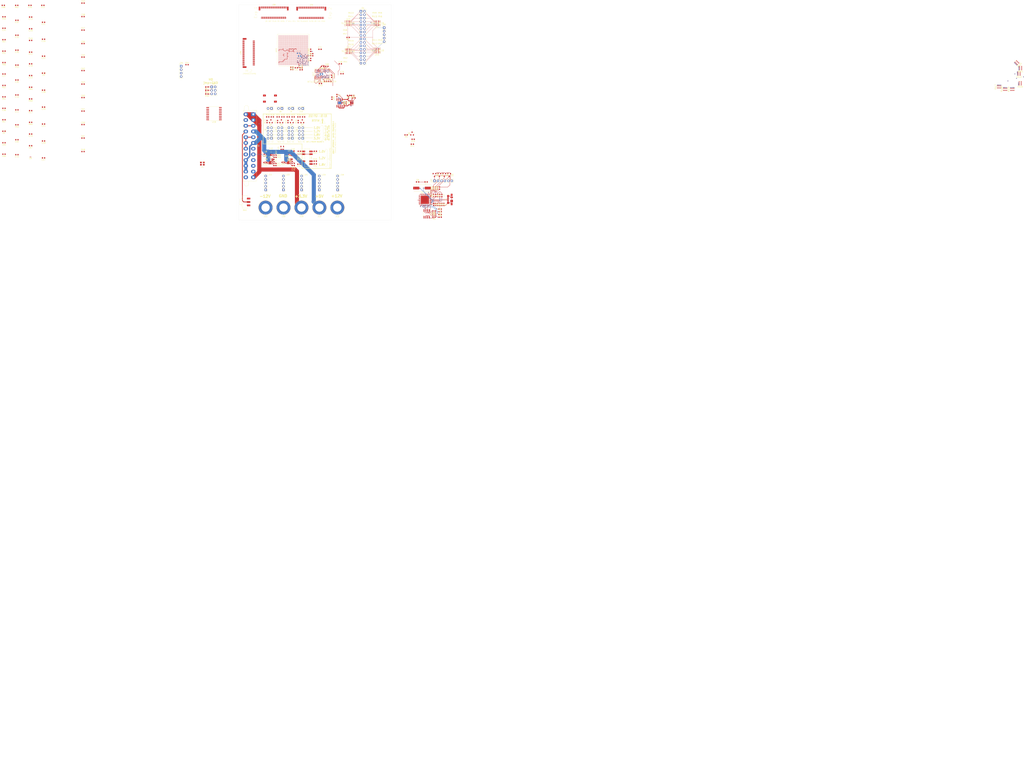
<source format=kicad_pcb>
(kicad_pcb (version 20200829) (generator pcbnew)
  (layers (0 "F.Cu" signal) (1 "In1.CuGND_DDR" power) (2 "In2.Cu_SigDDR" signal) (3 "In3.Cu_GND_DDR" signal) (4 "In4.Cu_SigDDR" power) (31 "B.Cu_GND_DDR" signal) (34 "B.Paste" user) (35 "F.Paste" user) (36 "B.SilkS" user) (37 "F.SilkS" user) (38 "B.Mask" user) (39 "F.Mask" user) (44 "Edge.Cuts" user))
  (net 0 "")
  (net 1 "VCCFPGA_S1_VREF_VCCO_1.8v")
  (net 2 "VCCDDR_1.35V_VREF")
  (net 3 "GND")
  (net 4 "+3.3V")
  (net 5 "+5V")
  (net 6 "+12V")
  (net 7 "-12V")
  (net 8 "Net-(C1-Pad1)")
  (net 9 "Net-(C4-Pad1)")
  (net 10 "Net-(C7-Pad1)")
  (net 11 "Net-(C8-Pad1)")
  (net 12 "Net-(C9-Pad1)")
  (net 13 "VCCBRAM")
  (net 14 "VCCFPGA_S1_1.2V")
  (net 15 "VCCAUX")
  (net 16 "VCCDDR_1.35V")
  (net 17 "VCCFPGA_S1_MGT")
  (net 18 "Net-(C41-Pad1)")
  (net 19 "Net-(C45-Pad1)")
  (net 20 "Net-(C46-Pad1)")
  (net 21 "Net-(C47-Pad1)")
  (net 22 "Net-(C51-Pad1)")
  (net 23 "Net-(C53-Pad1)")
  (net 24 "MGTPTX0_P")
  (net 25 "Net-(C54-Pad1)")
  (net 26 "MGTPTX1_P")
  (net 27 "Net-(C55-Pad1)")
  (net 28 "MGTPTX2_P")
  (net 29 "Net-(C56-Pad1)")
  (net 30 "MGTPTX3_P")
  (net 31 "Net-(C57-Pad1)")
  (net 32 "MGTPCLK0_P")
  (net 33 "Net-(C58-Pad1)")
  (net 34 "Net-(C58-Pad2)")
  (net 35 "Net-(C59-Pad1)")
  (net 36 "MGTPTX0_N")
  (net 37 "Net-(C60-Pad1)")
  (net 38 "MGTPTX1_N")
  (net 39 "Net-(C61-Pad1)")
  (net 40 "MGTPTX2_N")
  (net 41 "Net-(C62-Pad1)")
  (net 42 "MGTPTX3_N")
  (net 43 "Net-(C63-Pad1)")
  (net 44 "MGTPCLK0_N")
  (net 45 "Net-(C64-Pad1)")
  (net 46 "Net-(C64-Pad2)")
  (net 47 "VCCFPGA_S1_VCCO_CONFIG")
  (net 48 "Net-(D1-Pad1)")
  (net 49 "Net-(D1-Pad2)")
  (net 50 "Net-(D2-Pad1)")
  (net 51 "Net-(D2-Pad2)")
  (net 52 "Net-(D3-Pad2)")
  (net 53 "Net-(D4-Pad2)")
  (net 54 "Net-(D5-Pad1)")
  (net 55 "Net-(D6-Pad1)")
  (net 56 "Net-(D7-Pad1)")
  (net 57 "Net-(D8-Pad1)")
  (net 58 "Net-(D9-Pad2)")
  (net 59 "Net-(J1-Pad1)")
  (net 60 "/usb-interface/D-")
  (net 61 "/usb-interface/D+")
  (net 62 "Net-(J1-Pad4)")
  (net 63 "ATX_POWEROK")
  (net 64 "Net-(J2-Pad9)")
  (net 65 "Net-(J2-Pad16)")
  (net 66 "Net-(J2-Pad20)")
  (net 67 "Net-(J3-Pad1)")
  (net 68 "Net-(J4-Pad1)")
  (net 69 "Net-(J5-Pad1)")
  (net 70 "Net-(J6-Pad1)")
  (net 71 "VCCFPGA_S1_VREF_V1")
  (net 72 "Net-(J7-Pad2)")
  (net 73 "VCCFPGA_S1_VREF_V2")
  (net 74 "Net-(J8-Pad2)")
  (net 75 "VCCFPGA_S1_VREF_V3")
  (net 76 "Net-(J9-Pad2)")
  (net 77 "VCCFPGA_S1_VREF_V4")
  (net 78 "Net-(J10-Pad2)")
  (net 79 "/fpga-io/b15_15_P")
  (net 80 "/fpga-io/b15_13_P")
  (net 81 "/fpga-io/b15_15_N")
  (net 82 "/fpga-io/b15_13_N")
  (net 83 "/fpga-io/b15_11_N")
  (net 84 "Net-(J25-Pad6)")
  (net 85 "/fpga-io/b15_11_P")
  (net 86 "Net-(J25-Pad8)")
  (net 87 "/fpga-io/b15_16_P")
  (net 88 "/fpga-io/b15_23_N")
  (net 89 "/fpga-io/b15_10_N")
  (net 90 "/fpga-io/b15_10_P")
  (net 91 "/fpga-io/b15_16_N")
  (net 92 "/fpga-io/b15_12_P")
  (net 93 "/fpga-io/b15_9_N")
  (net 94 "/fpga-io/b15_12_N")
  (net 95 "/fpga-io/b15_9_P")
  (net 96 "Net-(J25-Pad20)")
  (net 97 "/fpga-io/b15_17_P")
  (net 98 "Net-(J25-Pad22)")
  (net 99 "/fpga-io/b15_8_N")
  (net 100 "Net-(J25-Pad24)")
  (net 101 "/fpga-io/b15_8_P")
  (net 102 "Net-(J25-Pad26)")
  (net 103 "/fpga-io/b15_17_N")
  (net 104 "Net-(J25-Pad28)")
  (net 105 "/fpga-io/b15_7_N")
  (net 106 "Net-(J25-Pad30)")
  (net 107 "/fpga-io/b15_7_P")
  (net 108 "Net-(J25-Pad32)")
  (net 109 "/fpga-io/b15_18_P")
  (net 110 "Net-(J25-Pad34)")
  (net 111 "Net-(J25-Pad35)")
  (net 112 "Net-(J25-Pad36)")
  (net 113 "/fpga-io/b15_5_N")
  (net 114 "Net-(J25-Pad38)")
  (net 115 "/fpga-io/b15_18_N")
  (net 116 "Net-(J25-Pad40)")
  (net 117 "/fpga-io/b15_2_N")
  (net 118 "Net-(J25-Pad42)")
  (net 119 "/fpga-io/b15_2_P")
  (net 120 "Net-(J25-Pad44)")
  (net 121 "Net-(J25-Pad45)")
  (net 122 "Net-(J25-Pad46)")
  (net 123 "/fpga-io/b15_1_N")
  (net 124 "Net-(J25-Pad48)")
  (net 125 "/fpga-io/b15_1_P")
  (net 126 "/fpga-io/b15_4_P")
  (net 127 "/fpga-io/b15_20_P")
  (net 128 "/fpga-io/b15_4_N")
  (net 129 "/fpga-io/b15_3_N")
  (net 130 "/fpga-io/b15_5_P")
  (net 131 "/fpga-io/b15_3_P")
  (net 132 "Net-(J25-Pad56)")
  (net 133 "/fpga-io/b15_20_N")
  (net 134 "Net-(J25-Pad58)")
  (net 135 "Net-(J25-Pad67)")
  (net 136 "/fpga-io/b15_22_P")
  (net 137 "/fpga-io/b15_22_N")
  (net 138 "Net-(J25-Pad70)")
  (net 139 "/fpga-io/b15_21_P")
  (net 140 "/fpga-io/b15_14_P")
  (net 141 "/fpga-io/b15_21_N")
  (net 142 "/fpga-io/b15_14_N")
  (net 143 "/fpga-io/b15_23_P")
  (net 144 "/fpga-io/b16_15_P")
  (net 145 "/fpga-io/b16_13_P")
  (net 146 "/fpga-io/b16_15_N")
  (net 147 "/fpga-io/b16_13_N")
  (net 148 "/fpga-io/b16_11_N")
  (net 149 "Net-(J28-Pad6)")
  (net 150 "/fpga-io/b16_11_P")
  (net 151 "Net-(J28-Pad8)")
  (net 152 "/fpga-io/b16_16_P")
  (net 153 "/fpga-io/b16_23_N")
  (net 154 "/fpga-io/b16_10_N")
  (net 155 "/fpga-io/b16_10_P")
  (net 156 "/fpga-io/b16_16_N")
  (net 157 "/fpga-io/b16_12_P")
  (net 158 "/fpga-io/b16_9_N")
  (net 159 "/fpga-io/b16_12_N")
  (net 160 "/fpga-io/b16_9_P")
  (net 161 "Net-(J28-Pad20)")
  (net 162 "/fpga-io/b16_17_P")
  (net 163 "Net-(J28-Pad22)")
  (net 164 "/fpga-io/b16_8_N")
  (net 165 "Net-(J28-Pad24)")
  (net 166 "/fpga-io/b16_8_P")
  (net 167 "Net-(J28-Pad26)")
  (net 168 "/fpga-io/b16_17_N")
  (net 169 "Net-(J28-Pad28)")
  (net 170 "/fpga-io/b16_7_N")
  (net 171 "Net-(J28-Pad30)")
  (net 172 "/fpga-io/b16_7_P")
  (net 173 "Net-(J28-Pad32)")
  (net 174 "/fpga-io/b16_18_P")
  (net 175 "Net-(J28-Pad34)")
  (net 176 "Net-(J28-Pad35)")
  (net 177 "Net-(J28-Pad36)")
  (net 178 "/fpga-io/b16_5_N")
  (net 179 "Net-(J28-Pad38)")
  (net 180 "/fpga-io/b16_18_N")
  (net 181 "Net-(J28-Pad40)")
  (net 182 "/fpga-io/b16_2_N")
  (net 183 "Net-(J28-Pad42)")
  (net 184 "/fpga-io/b16_2_P")
  (net 185 "Net-(J28-Pad44)")
  (net 186 "Net-(J28-Pad45)")
  (net 187 "Net-(J28-Pad46)")
  (net 188 "/fpga-io/b16_1_N")
  (net 189 "Net-(J28-Pad48)")
  (net 190 "/fpga-io/b16_1_P")
  (net 191 "/fpga-io/b16_4_P")
  (net 192 "/fpga-io/b16_20_P")
  (net 193 "/fpga-io/b16_4_N")
  (net 194 "/fpga-io/b16_3_N")
  (net 195 "/fpga-io/b16_5_P")
  (net 196 "/fpga-io/b16_3_P")
  (net 197 "Net-(J28-Pad56)")
  (net 198 "/fpga-io/b16_20_N")
  (net 199 "Net-(J28-Pad58)")
  (net 200 "Net-(J28-Pad67)")
  (net 201 "/fpga-io/b16_22_P")
  (net 202 "/fpga-io/b16_22_N")
  (net 203 "Net-(J28-Pad70)")
  (net 204 "/fpga-io/b16_21_P")
  (net 205 "/fpga-io/b16_14_P")
  (net 206 "/fpga-io/b16_21_N")
  (net 207 "/fpga-io/b16_14_N")
  (net 208 "/fpga-io/b16_23_P")
  (net 209 "Net-(J29-Pad6)")
  (net 210 "Net-(J29-Pad8)")
  (net 211 "PE_DAS_MGT")
  (net 212 "MGTPRX3_N")
  (net 213 "MGTPRX3_P")
  (net 214 "Net-(J29-Pad20)")
  (net 215 "Net-(J29-Pad22)")
  (net 216 "MGTPRX2_N")
  (net 217 "Net-(J29-Pad24)")
  (net 218 "MGTPRX2_P")
  (net 219 "Net-(J29-Pad26)")
  (net 220 "Net-(J29-Pad28)")
  (net 221 "Net-(J29-Pad30)")
  (net 222 "Net-(J29-Pad32)")
  (net 223 "Net-(J29-Pad34)")
  (net 224 "MGTPRX1_N")
  (net 225 "Net-(J29-Pad36)")
  (net 226 "MGTPRX1_P")
  (net 227 "PE_DEVSLP_MGT")
  (net 228 "Net-(J29-Pad40)")
  (net 229 "Net-(J29-Pad42)")
  (net 230 "Net-(J29-Pad44)")
  (net 231 "Net-(J29-Pad46)")
  (net 232 "MGTPRX0_N")
  (net 233 "Net-(J29-Pad48)")
  (net 234 "MGTPRX0_P")
  (net 235 "PE_NRST_MGT")
  (net 236 "PE_NCLKREQ_MGT")
  (net 237 "PE_NWAKE_MGT")
  (net 238 "Net-(J29-Pad56)")
  (net 239 "Net-(J29-Pad58)")
  (net 240 "Net-(J29-Pad67)")
  (net 241 "PE_SUSCLK_MGT")
  (net 242 "PE_PEDET_MGT")
  (net 243 "Net-(J30-Pad1)")
  (net 244 "Net-(J31-Pad1)")
  (net 245 "Net-(J31-Pad2)")
  (net 246 "Net-(J31-Pad3)")
  (net 247 "Net-(J31-Pad4)")
  (net 248 "Net-(J31-Pad5)")
  (net 249 "Net-(J31-Pad6)")
  (net 250 "Net-(J31-Pad7)")
  (net 251 "Net-(J31-Pad8)")
  (net 252 "Net-(J31-Pad9)")
  (net 253 "Net-(J31-Pad10)")
  (net 254 "Net-(J31-Pad11)")
  (net 255 "Net-(J31-Pad12)")
  (net 256 "Net-(J31-Pad13)")
  (net 257 "Net-(J31-Pad14)")
  (net 258 "Net-(J31-Pad15)")
  (net 259 "Net-(J31-Pad16)")
  (net 260 "Net-(J31-Pad17)")
  (net 261 "Net-(J31-Pad18)")
  (net 262 "Net-(J31-Pad19)")
  (net 263 "Net-(J31-Pad20)")
  (net 264 "Net-(J31-Pad21)")
  (net 265 "Net-(J31-Pad22)")
  (net 266 "Net-(J31-Pad23)")
  (net 267 "Net-(J31-Pad24)")
  (net 268 "Net-(J31-Pad25)")
  (net 269 "Net-(J31-Pad26)")
  (net 270 "Net-(J31-Pad27)")
  (net 271 "Net-(J31-Pad28)")
  (net 272 "Net-(J31-Pad29)")
  (net 273 "Net-(J31-Pad30)")
  (net 274 "Net-(J31-Pad31)")
  (net 275 "Net-(J31-Pad32)")
  (net 276 "/fgpa-logic/m0")
  (net 277 "/fgpa-logic/m1")
  (net 278 "/fgpa-logic/m2")
  (net 279 "VCCFPGA_S1_PG")
  (net 280 "VCCFPGA_S1_VCCO_1.8v")
  (net 281 "VCCFPGA_S1_VARIABLE_V1")
  (net 282 "VCCFPGA_S1_VARIABLE_V2")
  (net 283 "VCCFPGA_S1_VARIABLE_V3")
  (net 284 "VCCFPGA_S1_VARIABLE_V4")
  (net 285 "Net-(R1-Pad2)")
  (net 286 "Net-(R2-Pad2)")
  (net 287 "Net-(R3-Pad2)")
  (net 288 "Net-(R4-Pad1)")
  (net 289 "Net-(R5-Pad1)")
  (net 290 "Net-(R6-Pad1)")
  (net 291 "Net-(R26-Pad1)")
  (net 292 "Net-(R27-Pad2)")
  (net 293 "Net-(R28-Pad1)")
  (net 294 "Net-(R29-Pad2)")
  (net 295 "Net-(R30-Pad1)")
  (net 296 "Net-(R31-Pad2)")
  (net 297 "Net-(R32-Pad1)")
  (net 298 "VCCFPGA_S0_PG")
  (net 299 "Net-(R34-Pad1)")
  (net 300 "Net-(R35-Pad1)")
  (net 301 "Net-(R36-Pad2)")
  (net 302 "Net-(R38-Pad2)")
  (net 303 "Net-(R40-Pad2)")
  (net 304 "Net-(R42-Pad1)")
  (net 305 "Net-(R44-Pad2)")
  (net 306 "FLASH_CONFIG_CLK")
  (net 307 "Net-(R46-Pad2)")
  (net 308 "VTRANS_OE")
  (net 309 "Net-(R48-Pad2)")
  (net 310 "FPGA_TDI")
  (net 311 "Net-(R50-Pad2)")
  (net 312 "Net-(R51-Pad2)")
  (net 313 "Net-(R52-Pad2)")
  (net 314 "Net-(R53-Pad2)")
  (net 315 "FPGA_TDO")
  (net 316 "FPGA_TMS")
  (net 317 "FPGA_TDCLK")
  (net 318 "Net-(R61-Pad2)")
  (net 319 "FLASH_CONFIG_IO_3")
  (net 320 "FLASH_CONFIG_IO_2")
  (net 321 "Net-(R65-Pad1)")
  (net 322 "FLASH_CONFIG_IO_0")
  (net 323 "Net-(R66-Pad1)")
  (net 324 "Net-(R67-Pad1)")
  (net 325 "FLASH_CONFIG_IO_1")
  (net 326 "Net-(R68-Pad2)")
  (net 327 "Net-(R69-Pad1)")
  (net 328 "DDR_CK_N")
  (net 329 "DDR_CK_P")
  (net 330 "Net-(RN1-Pad1)")
  (net 331 "Net-(RN1-Pad2)")
  (net 332 "Net-(RN1-Pad3)")
  (net 333 "Net-(RN1-Pad4)")
  (net 334 "Net-(RN1-Pad5)")
  (net 335 "Net-(RN1-Pad6)")
  (net 336 "Net-(RN1-Pad7)")
  (net 337 "Net-(RN1-Pad8)")
  (net 338 "Net-(RN2-Pad1)")
  (net 339 "Net-(RN2-Pad2)")
  (net 340 "Net-(RN2-Pad3)")
  (net 341 "Net-(RN2-Pad4)")
  (net 342 "Net-(RN2-Pad5)")
  (net 343 "Net-(RN2-Pad6)")
  (net 344 "Net-(RN2-Pad7)")
  (net 345 "Net-(RN2-Pad8)")
  (net 346 "Net-(RN3-Pad1)")
  (net 347 "Net-(RN3-Pad2)")
  (net 348 "Net-(RN3-Pad3)")
  (net 349 "Net-(RN3-Pad4)")
  (net 350 "Net-(RN3-Pad5)")
  (net 351 "Net-(RN3-Pad6)")
  (net 352 "Net-(RN3-Pad7)")
  (net 353 "Net-(RN3-Pad8)")
  (net 354 "Net-(RN4-Pad1)")
  (net 355 "Net-(RN4-Pad2)")
  (net 356 "Net-(RN4-Pad3)")
  (net 357 "Net-(RN4-Pad4)")
  (net 358 "Net-(RN4-Pad5)")
  (net 359 "Net-(RN4-Pad6)")
  (net 360 "Net-(RN4-Pad7)")
  (net 361 "Net-(RN4-Pad8)")
  (net 362 "Net-(RN5-Pad1)")
  (net 363 "Net-(RN5-Pad2)")
  (net 364 "Net-(RN5-Pad3)")
  (net 365 "Net-(RN5-Pad4)")
  (net 366 "Net-(RN5-Pad5)")
  (net 367 "Net-(RN5-Pad6)")
  (net 368 "Net-(RN5-Pad7)")
  (net 369 "Net-(RN5-Pad8)")
  (net 370 "Net-(RN6-Pad1)")
  (net 371 "Net-(RN6-Pad2)")
  (net 372 "Net-(RN6-Pad3)")
  (net 373 "Net-(RN6-Pad4)")
  (net 374 "Net-(RN6-Pad5)")
  (net 375 "Net-(RN6-Pad6)")
  (net 376 "Net-(RN6-Pad7)")
  (net 377 "Net-(RN6-Pad8)")
  (net 378 "Net-(RN7-Pad1)")
  (net 379 "Net-(RN7-Pad2)")
  (net 380 "Net-(RN7-Pad3)")
  (net 381 "Net-(RN7-Pad4)")
  (net 382 "Net-(RN7-Pad5)")
  (net 383 "Net-(RN7-Pad6)")
  (net 384 "Net-(RN7-Pad7)")
  (net 385 "Net-(RN7-Pad8)")
  (net 386 "Net-(RN8-Pad1)")
  (net 387 "Net-(RN8-Pad2)")
  (net 388 "Net-(RN8-Pad3)")
  (net 389 "Net-(RN8-Pad4)")
  (net 390 "Net-(RN8-Pad5)")
  (net 391 "Net-(RN8-Pad6)")
  (net 392 "Net-(RN8-Pad7)")
  (net 393 "Net-(RN8-Pad8)")
  (net 394 "Net-(RN9-Pad5)")
  (net 395 "Net-(RN9-Pad6)")
  (net 396 "Net-(RN9-Pad7)")
  (net 397 "Net-(RN9-Pad8)")
  (net 398 "Net-(RN10-Pad5)")
  (net 399 "Net-(RN10-Pad6)")
  (net 400 "Net-(RN10-Pad7)")
  (net 401 "Net-(RN10-Pad8)")
  (net 402 "Net-(RN11-Pad5)")
  (net 403 "Net-(RN11-Pad6)")
  (net 404 "Net-(RN11-Pad7)")
  (net 405 "Net-(RN11-Pad8)")
  (net 406 "Net-(RN12-Pad5)")
  (net 407 "Net-(RN12-Pad6)")
  (net 408 "Net-(RN12-Pad7)")
  (net 409 "Net-(RN12-Pad8)")
  (net 410 "Net-(RN13-Pad1)")
  (net 411 "Net-(RN13-Pad2)")
  (net 412 "Net-(RN13-Pad3)")
  (net 413 "Net-(RN13-Pad4)")
  (net 414 "Net-(RN14-Pad1)")
  (net 415 "Net-(RN14-Pad2)")
  (net 416 "Net-(RN14-Pad3)")
  (net 417 "Net-(RN14-Pad4)")
  (net 418 "Net-(RN15-Pad1)")
  (net 419 "Net-(RN15-Pad2)")
  (net 420 "Net-(RN15-Pad3)")
  (net 421 "Net-(RN15-Pad4)")
  (net 422 "Net-(RN16-Pad1)")
  (net 423 "Net-(RN16-Pad2)")
  (net 424 "Net-(RN16-Pad3)")
  (net 425 "Net-(RN16-Pad4)")
  (net 426 "Net-(RN21-Pad5)")
  (net 427 "Net-(RN20-Pad5)")
  (net 428 "Net-(SW1-Pad1)")
  (net 429 "Net-(U1-Pad7)")
  (net 430 "Net-(U2-Pad17)")
  (net 431 "Net-(U2-Pad18)")
  (net 432 "Net-(U2-Pad19)")
  (net 433 "Net-(U2-Pad20)")
  (net 434 "Net-(U2-Pad22)")
  (net 435 "Net-(U2-Pad23)")
  (net 436 "Net-(U2-Pad24)")
  (net 437 "Net-(U2-Pad25)")
  (net 438 "Net-(U2-Pad26)")
  (net 439 "Net-(U2-Pad27)")
  (net 440 "Net-(U2-Pad28)")
  (net 441 "Net-(U2-Pad29)")
  (net 442 "Net-(U2-Pad30)")
  (net 443 "FPGA_SER_TX")
  (net 444 "FPGA_SER_RX")
  (net 445 "Net-(U2-Pad34)")
  (net 446 "Net-(U2-Pad35)")
  (net 447 "Net-(U2-Pad37)")
  (net 448 "Net-(U2-Pad38)")
  (net 449 "Net-(U2-Pad39)")
  (net 450 "Net-(U2-Pad40)")
  (net 451 "Net-(U2-Pad42)")
  (net 452 "Net-(U2-Pad46)")
  (net 453 "Net-(U2-Pad47)")
  (net 454 "Net-(U2-Pad51)")
  (net 455 "Net-(U2-Pad52)")
  (net 456 "Net-(U2-Pad53)")
  (net 457 "Net-(U2-Pad54)")
  (net 458 "Net-(U3-Pad8)")
  (net 459 "Net-(U10-Pad5)")
  (net 460 "Net-(U10-Pad7)")
  (net 461 "Net-(U10-Pad8)")
  (net 462 "Net-(U11-PadA1)")
  (net 463 "DDR_A10")
  (net 464 "DDR_NRAS")
  (net 465 "DDR_BA2")
  (net 466 "DDR_A6")
  (net 467 "DDR_A2")
  (net 468 "Net-(U11-PadAA8)")
  (net 469 "Net-(U11-PadAA9)")
  (net 470 "Net-(U11-PadAA10)")
  (net 471 "Net-(U11-PadAA11)")
  (net 472 "Net-(U11-PadAA13)")
  (net 473 "Net-(U11-PadAA14)")
  (net 474 "Net-(U11-PadAA15)")
  (net 475 "Net-(U11-PadAA16)")
  (net 476 "DDR_A15")
  (net 477 "DDR_CKE")
  (net 478 "DDR_A12")
  (net 479 "DDR_A8")
  (net 480 "DDR_A0")
  (net 481 "DDR_A11")
  (net 482 "DDR_A13")
  (net 483 "Net-(U11-PadAB10)")
  (net 484 "Net-(U11-PadAB11)")
  (net 485 "Net-(U11-PadAB12)")
  (net 486 "Net-(U11-PadAB13)")
  (net 487 "Net-(U11-PadAB15)")
  (net 488 "Net-(U11-PadAB16)")
  (net 489 "Net-(U11-PadAB17)")
  (net 490 "Net-(U11-PadB1)")
  (net 491 "Net-(U11-PadB2)")
  (net 492 "Net-(U11-PadC2)")
  (net 493 "Net-(U11-PadD1)")
  (net 494 "Net-(U11-PadD2)")
  (net 495 "Net-(U11-PadE1)")
  (net 496 "Net-(U11-PadE2)")
  (net 497 "Net-(U11-PadE3)")
  (net 498 "Net-(U11-PadF1)")
  (net 499 "Net-(U11-PadF3)")
  (net 500 "Net-(U11-PadF4)")
  (net 501 "Net-(U11-PadG1)")
  (net 502 "Net-(U11-PadG2)")
  (net 503 "sys_clk_N")
  (net 504 "Net-(U11-PadG21)")
  (net 505 "Net-(U11-PadG22)")
  (net 506 "Net-(U11-PadH2)")
  (net 507 "Net-(U11-PadH3)")
  (net 508 "Net-(U11-PadH4)")
  (net 509 "Net-(U11-PadH5)")
  (net 510 "Net-(U11-PadJ1)")
  (net 511 "Net-(U11-PadJ2)")
  (net 512 "Net-(U11-PadJ4)")
  (net 513 "Net-(U11-PadJ5)")
  (net 514 "Net-(U11-PadJ6)")
  (net 515 "Net-(U11-PadK1)")
  (net 516 "Net-(U11-PadK2)")
  (net 517 "Net-(U11-PadK3)")
  (net 518 "Net-(U11-PadK4)")
  (net 519 "Net-(U11-PadK6)")
  (net 520 "Net-(U11-PadL1)")
  (net 521 "Net-(U11-PadL3)")
  (net 522 "Net-(U11-PadL4)")
  (net 523 "Net-(U11-PadL5)")
  (net 524 "Net-(U11-PadL6)")
  (net 525 "Net-(U11-PadM1)")
  (net 526 "Net-(U11-PadM2)")
  (net 527 "Net-(U11-PadM3)")
  (net 528 "Net-(U11-PadM5)")
  (net 529 "Net-(U11-PadM6)")
  (net 530 "Net-(U11-PadM15)")
  (net 531 "Net-(U11-PadM16)")
  (net 532 "Net-(U11-PadN2)")
  (net 533 "Net-(U11-PadN4)")
  (net 534 "Net-(U11-PadN9)")
  (net 535 "Net-(U11-PadN10)")
  (net 536 "Net-(U11-PadP1)")
  (net 537 "Net-(U11-PadP2)")
  (net 538 "Net-(U11-PadP4)")
  (net 539 "Net-(U11-PadP5)")
  (net 540 "Net-(U11-PadR1)")
  (net 541 "DDR_DQS_N")
  (net 542 "DDR_DQS_P")
  (net 543 "DDR_NCAS")
  (net 544 "DDR_NCS")
  (net 545 "DDR_DM")
  (net 546 "Net-(U11-PadT3)")
  (net 547 "DDR_A1")
  (net 548 "DDR_CLK_RF")
  (net 549 "DDR_ODT")
  (net 550 "Net-(U11-PadT14)")
  (net 551 "Net-(U11-PadT15)")
  (net 552 "Net-(U11-PadT16)")
  (net 553 "FLASH_CONFIG_CS")
  (net 554 "DDR_DQ6")
  (net 555 "DDR_DQ2")
  (net 556 "DDR_DQ0")
  (net 557 "DDR_NWE")
  (net 558 "DDR_A3")
  (net 559 "Net-(U11-PadU7)")
  (net 560 "Net-(U11-PadU15)")
  (net 561 "Net-(U11-PadU16)")
  (net 562 "DDR_DQ4")
  (net 563 "DDR_BA1")
  (net 564 "DDR_A4")
  (net 565 "DDR_A7")
  (net 566 "DDR_A5")
  (net 567 "Net-(U11-PadV9)")
  (net 568 "Net-(U11-PadV10)")
  (net 569 "Net-(U11-PadV13)")
  (net 570 "Net-(U11-PadV14)")
  (net 571 "Net-(U11-PadV15)")
  (net 572 "DDR_DQ7")
  (net 573 "DDR_DQ5")
  (net 574 "DDR_BA0")
  (net 575 "Net-(U11-PadW9)")
  (net 576 "Net-(U11-PadW10)")
  (net 577 "Net-(U11-PadW11)")
  (net 578 "Net-(U11-PadW12)")
  (net 579 "Net-(U11-PadW14)")
  (net 580 "Net-(U11-PadW15)")
  (net 581 "Net-(U11-PadW16)")
  (net 582 "FPGA-CLK-100")
  (net 583 "DDR_DQ1")
  (net 584 "DDR_DQ3")
  (net 585 "Net-(U11-PadY3)")
  (net 586 "DDR_A14")
  (net 587 "DDR_A9")
  (net 588 "DDR_NRST")
  (net 589 "Net-(U11-PadY9)")
  (net 590 "Net-(U11-PadY11)")
  (net 591 "Net-(U11-PadY12)")
  (net 592 "Net-(U11-PadY13)")
  (net 593 "Net-(U11-PadY16)")
  (net 594 "Net-(U11-PadY17)")
  (net 595 "Net-(U17-PadA3)")
  (net 596 "Net-(U17-PadA7)")
  (net 597 "Net-(U17-PadF1)")
  (net 598 "Net-(U17-PadF9)")
  (net 599 "Net-(U17-PadH1)")
  (net 600 "Net-(U17-PadH9)")
  (net 601 "DDR_CLK_SYS")
  (module "Capacitor_SMD:C_0603_1608Metric" (layer "F.Cu") (at 287.5 168.4 -90)
    (fp_text reference "C1" (at 0 -1.43 90) (layer "F.SilkS"))
    (fp_text value "4.7uF TA")
    (pad "1" smd roundrect (at -0.7875 0 270) (size 0.875 0.95) (layers "F.Cu" "F.Paste" "F.Mask") (net 8 "Net-(C1-Pad1)"))
    (pad "2" smd roundrect (at 0.7875 0 270) (size 0.875 0.95) (layers "F.Cu" "F.Paste" "F.Mask") (net 3 "GND"))
  )
  (module "Capacitor_SMD:C_0603_1608Metric" (layer "F.Cu") (at 286 168.4 -90)
    (fp_text reference "C2" (at 0 -1.43 90) (layer "F.SilkS"))
    (fp_text value "100nF")
    (pad "1" smd roundrect (at -0.7875 0 270) (size 0.875 0.95) (layers "F.Cu" "F.Paste" "F.Mask") (net 8 "Net-(C1-Pad1)"))
    (pad "2" smd roundrect (at 0.7875 0 270) (size 0.875 0.95) (layers "F.Cu" "F.Paste" "F.Mask") (net 3 "GND"))
  )
  (module "Capacitor_SMD:C_0603_1608Metric" (layer "F.Cu") (at 284.5 168.4 -90)
    (fp_text reference "C3" (at 0 -1.43 90) (layer "F.SilkS"))
    (fp_text value "10nF")
    (pad "1" smd roundrect (at -0.7875 0 270) (size 0.875 0.95) (layers "F.Cu" "F.Paste" "F.Mask") (net 8 "Net-(C1-Pad1)"))
    (pad "2" smd roundrect (at 0.7875 0 270) (size 0.875 0.95) (layers "F.Cu" "F.Paste" "F.Mask") (net 3 "GND"))
  )
  (module "Capacitor_SMD:C_0603_1608Metric" (layer "F.Cu") (at 281.5 161.9 90)
    (fp_text reference "C4" (at 0 -1.43 90) (layer "F.SilkS"))
    (fp_text value "4.7uF TA")
    (pad "1" smd roundrect (at -0.7875 0 90) (size 0.875 0.95) (layers "F.Cu" "F.Paste" "F.Mask") (net 9 "Net-(C4-Pad1)"))
    (pad "2" smd roundrect (at 0.7875 0 90) (size 0.875 0.95) (layers "F.Cu" "F.Paste" "F.Mask") (net 3 "GND"))
  )
  (module "Capacitor_SMD:C_0603_1608Metric" (layer "F.Cu") (at 281.5 168.4 -90)
    (fp_text reference "C5" (at 0 -1.43 90) (layer "F.SilkS"))
    (fp_text value "100nF")
    (pad "1" smd roundrect (at -0.7875 0 270) (size 0.875 0.95) (layers "F.Cu" "F.Paste" "F.Mask") (net 9 "Net-(C4-Pad1)"))
    (pad "2" smd roundrect (at 0.7875 0 270) (size 0.875 0.95) (layers "F.Cu" "F.Paste" "F.Mask") (net 3 "GND"))
  )
  (module "Capacitor_SMD:C_0603_1608Metric" (layer "F.Cu") (at 280 168.4 -90)
    (fp_text reference "C6" (at 0 -1.43 90) (layer "F.SilkS"))
    (fp_text value "10nF")
    (pad "1" smd roundrect (at -0.7875 0 270) (size 0.875 0.95) (layers "F.Cu" "F.Paste" "F.Mask") (net 9 "Net-(C4-Pad1)"))
    (pad "2" smd roundrect (at 0.7875 0 270) (size 0.875 0.95) (layers "F.Cu" "F.Paste" "F.Mask") (net 3 "GND"))
  )
  (module "Capacitor_SMD:C_0603_1608Metric" (layer "F.Cu") (at 274.5 151.9 180)
    (fp_text reference "C7" (at 0 -1.43) (layer "F.SilkS"))
    (fp_text value "20pF")
    (pad "1" smd roundrect (at -0.7875 0 180) (size 0.875 0.95) (layers "F.Cu" "F.Paste" "F.Mask") (net 10 "Net-(C7-Pad1)"))
    (pad "2" smd roundrect (at 0.7875 0 180) (size 0.875 0.95) (layers "F.Cu" "F.Paste" "F.Mask") (net 3 "GND"))
  )
  (module "Capacitor_SMD:C_0603_1608Metric" (layer "F.Cu") (at 268.2125 151.9)
    (fp_text reference "C8" (at 0 -1.43) (layer "F.SilkS"))
    (fp_text value "20pF")
    (pad "1" smd roundrect (at -0.7875 0) (size 0.875 0.95) (layers "F.Cu" "F.Paste" "F.Mask") (net 11 "Net-(C8-Pad1)"))
    (pad "2" smd roundrect (at 0.7875 0) (size 0.875 0.95) (layers "F.Cu" "F.Paste" "F.Mask") (net 3 "GND"))
  )
  (module "Capacitor_SMD:C_0603_1608Metric" (layer "F.Cu") (at 283 168.4 -90)
    (fp_text reference "C9" (at 0 -1.43 90) (layer "F.SilkS"))
    (fp_text value "4.7uF")
    (pad "1" smd roundrect (at -0.7875 0 270) (size 0.875 0.95) (layers "F.Cu" "F.Paste" "F.Mask") (net 12 "Net-(C9-Pad1)"))
    (pad "2" smd roundrect (at 0.7875 0 270) (size 0.875 0.95) (layers "F.Cu" "F.Paste" "F.Mask") (net 3 "GND"))
  )
  (module "Capacitor_SMD:C_0603_1608Metric" (layer "F.Cu") (at -25.492501 88.08175 180)
    (fp_text reference "C10" (at 0 -1.43) (layer "F.SilkS"))
    (fp_text value "4.7uF")
    (pad "1" smd roundrect (at -0.7875 0 180) (size 0.875 0.95) (layers "F.Cu" "F.Paste" "F.Mask") (net 13 "VCCBRAM"))
    (pad "2" smd roundrect (at 0.7875 0 180) (size 0.875 0.95) (layers "F.Cu" "F.Paste" "F.Mask") (net 3 "GND"))
  )
  (module "Capacitor_SMD:C_0603_1608Metric" (layer "F.Cu") (at -5.97 34.785555 180)
    (fp_text reference "C11" (at 0 -1.43) (layer "F.SilkS"))
    (fp_text value "4.7uF")
    (pad "1" smd roundrect (at -0.7875 0 180) (size 0.875 0.95) (layers "F.Cu" "F.Paste" "F.Mask") (net 14 "VCCFPGA_S1_1.2V"))
    (pad "2" smd roundrect (at 0.7875 0 180) (size 0.875 0.95) (layers "F.Cu" "F.Paste" "F.Mask") (net 3 "GND"))
  )
  (module "Capacitor_SMD:C_0603_1608Metric" (layer "F.Cu") (at -6.4675 22.36 180)
    (fp_text reference "C12" (at 0 -1.43) (layer "F.SilkS"))
    (fp_text value "4.7uF")
    (pad "1" smd roundrect (at -0.7875 0 180) (size 0.875 0.95) (layers "F.Cu" "F.Paste" "F.Mask") (net 15 "VCCAUX"))
    (pad "2" smd roundrect (at 0.7875 0 180) (size 0.875 0.95) (layers "F.Cu" "F.Paste" "F.Mask") (net 3 "GND"))
  )
  (module "Capacitor_SMD:C_0603_1608Metric" (layer "F.Cu") (at -15.4425 30.940769 180)
    (fp_text reference "C13" (at 0 -1.43) (layer "F.SilkS"))
    (fp_text value "4.7uF")
    (pad "1" smd roundrect (at -0.7875 0 180) (size 0.875 0.95) (layers "F.Cu" "F.Paste" "F.Mask") (net 16 "VCCDDR_1.35V"))
    (pad "2" smd roundrect (at 0.7875 0 180) (size 0.875 0.95) (layers "F.Cu" "F.Paste" "F.Mask") (net 3 "GND"))
  )
  (module "Capacitor_SMD:C_0603_1608Metric" (layer "F.Cu") (at -25.492501 99.035375 180)
    (fp_text reference "C14" (at 0 -1.43) (layer "F.SilkS"))
    (fp_text value "4.7uF")
    (pad "1" smd roundrect (at -0.7875 0 180) (size 0.875 0.95) (layers "F.Cu" "F.Paste" "F.Mask") (net 13 "VCCBRAM"))
    (pad "2" smd roundrect (at 0.7875 0 180) (size 0.875 0.95) (layers "F.Cu" "F.Paste" "F.Mask") (net 3 "GND"))
  )
  (module "Capacitor_SMD:C_0603_1608Metric" (layer "F.Cu") (at -25.492501 131.89625 180)
    (fp_text reference "C15" (at 0 -1.43) (layer "F.SilkS"))
    (fp_text value "4.7uF")
    (pad "1" smd roundrect (at -0.7875 0 180) (size 0.875 0.95) (layers "F.Cu" "F.Paste" "F.Mask") (net 14 "VCCFPGA_S1_1.2V"))
    (pad "2" smd roundrect (at 0.7875 0 180) (size 0.875 0.95) (layers "F.Cu" "F.Paste" "F.Mask") (net 3 "GND"))
  )
  (module "Capacitor_SMD:C_0603_1608Metric" (layer "F.Cu") (at -5.97 47.21111 180)
    (fp_text reference "C16" (at 0 -1.43) (layer "F.SilkS"))
    (fp_text value "4.7uF")
    (pad "1" smd roundrect (at -0.7875 0 180) (size 0.875 0.95) (layers "F.Cu" "F.Paste" "F.Mask") (net 15 "VCCAUX"))
    (pad "2" smd roundrect (at 0.7875 0 180) (size 0.875 0.95) (layers "F.Cu" "F.Paste" "F.Mask") (net 3 "GND"))
  )
  (module "Capacitor_SMD:C_0603_1608Metric" (layer "F.Cu") (at 182.87 68.1)
    (fp_text reference "C17" (at 0 -1.43) (layer "F.SilkS"))
    (fp_text value "4.7uF")
    (pad "1" smd roundrect (at -0.7875 0) (size 0.875 0.95) (layers "F.Cu" "F.Paste" "F.Mask") (net 16 "VCCDDR_1.35V"))
    (pad "2" smd roundrect (at 0.7875 0) (size 0.875 0.95) (layers "F.Cu" "F.Paste" "F.Mask") (net 3 "GND"))
  )
  (module "Capacitor_SMD:C_0603_1608Metric" (layer "F.Cu") (at -15.4425 65.263845 180)
    (fp_text reference "C18" (at 0 -1.43) (layer "F.SilkS"))
    (fp_text value "4.7uF")
    (pad "1" smd roundrect (at -0.7875 0 180) (size 0.875 0.95) (layers "F.Cu" "F.Paste" "F.Mask") (net 13 "VCCBRAM"))
    (pad "2" smd roundrect (at 0.7875 0 180) (size 0.875 0.95) (layers "F.Cu" "F.Paste" "F.Mask") (net 3 "GND"))
  )
  (module "Capacitor_SMD:C_0603_1608Metric" (layer "F.Cu") (at -15.4425 116.748459 180)
    (fp_text reference "C19" (at 0 -1.43) (layer "F.SilkS"))
    (fp_text value "4.7uF")
    (pad "1" smd roundrect (at -0.7875 0 180) (size 0.875 0.95) (layers "F.Cu" "F.Paste" "F.Mask") (net 14 "VCCFPGA_S1_1.2V"))
    (pad "2" smd roundrect (at 0.7875 0 180) (size 0.875 0.95) (layers "F.Cu" "F.Paste" "F.Mask") (net 3 "GND"))
  )
  (module "Capacitor_SMD:C_0603_1608Metric" (layer "F.Cu") (at -5.97 96.99333 180)
    (fp_text reference "C20" (at 0 -1.43) (layer "F.SilkS"))
    (fp_text value "4.7uF")
    (pad "1" smd roundrect (at -0.7875 0 180) (size 0.875 0.95) (layers "F.Cu" "F.Paste" "F.Mask") (net 15 "VCCAUX"))
    (pad "2" smd roundrect (at 0.7875 0 180) (size 0.875 0.95) (layers "F.Cu" "F.Paste" "F.Mask") (net 3 "GND"))
  )
  (module "Capacitor_SMD:C_0603_1608Metric" (layer "F.Cu") (at 189.86 62.06 90)
    (fp_text reference "C21" (at 0 -1.43 90) (layer "F.SilkS"))
    (fp_text value "4.7uF")
    (pad "1" smd roundrect (at -0.7875 0 90) (size 0.875 0.95) (layers "F.Cu" "F.Paste" "F.Mask") (net 16 "VCCDDR_1.35V"))
    (pad "2" smd roundrect (at 0.7875 0 90) (size 0.875 0.95) (layers "F.Cu" "F.Paste" "F.Mask") (net 3 "GND"))
  )
  (module "Capacitor_SMD:C_0603_1608Metric" (layer "F.Cu") (at -5.97 59.636665 180)
    (fp_text reference "C22" (at 0 -1.43) (layer "F.SilkS"))
    (fp_text value "100uF")
    (pad "1" smd roundrect (at -0.7875 0 180) (size 0.875 0.95) (layers "F.Cu" "F.Paste" "F.Mask") (net 3 "GND"))
    (pad "2" smd roundrect (at 0.7875 0 180) (size 0.875 0.95) (layers "F.Cu" "F.Paste" "F.Mask") (net 5 "+5V"))
  )
  (module "Capacitor_SMD:C_0603_1608Metric" (layer "F.Cu") (at -15.4425 73.844614 180)
    (fp_text reference "C23" (at 0 -1.43) (layer "F.SilkS"))
    (fp_text value "0.47uF")
    (pad "1" smd roundrect (at -0.7875 0 180) (size 0.875 0.95) (layers "F.Cu" "F.Paste" "F.Mask") (net 13 "VCCBRAM"))
    (pad "2" smd roundrect (at 0.7875 0 180) (size 0.875 0.95) (layers "F.Cu" "F.Paste" "F.Mask") (net 3 "GND"))
  )
  (module "Capacitor_SMD:C_0603_1608Metric" (layer "F.Cu") (at -5.97 109.418885 180)
    (fp_text reference "C24" (at 0 -1.43) (layer "F.SilkS"))
    (fp_text value "0.47uF")
    (pad "1" smd roundrect (at -0.7875 0 180) (size 0.875 0.95) (layers "F.Cu" "F.Paste" "F.Mask") (net 14 "VCCFPGA_S1_1.2V"))
    (pad "2" smd roundrect (at 0.7875 0 180) (size 0.875 0.95) (layers "F.Cu" "F.Paste" "F.Mask") (net 3 "GND"))
  )
  (module "Capacitor_SMD:C_0603_1608Metric" (layer "F.Cu") (at -15.930002 22.36 180)
    (fp_text reference "C25" (at 0 -1.43) (layer "F.SilkS"))
    (fp_text value "0.47uF")
    (pad "1" smd roundrect (at -0.7875 0 180) (size 0.875 0.95) (layers "F.Cu" "F.Paste" "F.Mask") (net 15 "VCCAUX"))
    (pad "2" smd roundrect (at 0.7875 0 180) (size 0.875 0.95) (layers "F.Cu" "F.Paste" "F.Mask") (net 3 "GND"))
  )
  (module "Capacitor_SMD:C_0603_1608Metric" (layer "F.Cu") (at -25.492501 55.220875 180)
    (fp_text reference "C26" (at 0 -1.43) (layer "F.SilkS"))
    (fp_text value "0.47uF")
    (pad "1" smd roundrect (at -0.7875 0 180) (size 0.875 0.95) (layers "F.Cu" "F.Paste" "F.Mask") (net 16 "VCCDDR_1.35V"))
    (pad "2" smd roundrect (at 0.7875 0 180) (size 0.875 0.95) (layers "F.Cu" "F.Paste" "F.Mask") (net 3 "GND"))
  )
  (module "Capacitor_SMD:C_0603_1608Metric" (layer "F.Cu") (at -34.965001 72.712114 180)
    (fp_text reference "C27" (at 0 -1.43) (layer "F.SilkS"))
    (fp_text value "100uF")
    (pad "1" smd roundrect (at -0.7875 0 180) (size 0.875 0.95) (layers "F.Cu" "F.Paste" "F.Mask") (net 3 "GND"))
    (pad "2" smd roundrect (at 0.7875 0 180) (size 0.875 0.95) (layers "F.Cu" "F.Paste" "F.Mask") (net 4 "+3.3V"))
  )
  (module "Capacitor_SMD:C_0603_1608Metric" (layer "F.Cu") (at -5.97 121.84444 180)
    (fp_text reference "C28" (at 0 -1.43) (layer "F.SilkS"))
    (fp_text value "0.47uF")
    (pad "1" smd roundrect (at -0.7875 0 180) (size 0.875 0.95) (layers "F.Cu" "F.Paste" "F.Mask") (net 13 "VCCBRAM"))
    (pad "2" smd roundrect (at 0.7875 0 180) (size 0.875 0.95) (layers "F.Cu" "F.Paste" "F.Mask") (net 3 "GND"))
  )
  (module "Capacitor_SMD:C_0603_1608Metric" (layer "F.Cu") (at -15.4425 39.521538 180)
    (fp_text reference "C29" (at 0 -1.43) (layer "F.SilkS"))
    (fp_text value "0.47uF")
    (pad "1" smd roundrect (at -0.7875 0 180) (size 0.875 0.95) (layers "F.Cu" "F.Paste" "F.Mask") (net 14 "VCCFPGA_S1_1.2V"))
    (pad "2" smd roundrect (at 0.7875 0 180) (size 0.875 0.95) (layers "F.Cu" "F.Paste" "F.Mask") (net 3 "GND"))
  )
  (module "Capacitor_SMD:C_0603_1608Metric" (layer "F.Cu") (at -25.492501 77.128125 180)
    (fp_text reference "C30" (at 0 -1.43) (layer "F.SilkS"))
    (fp_text value "0.47uF")
    (pad "1" smd roundrect (at -0.7875 0 180) (size 0.875 0.95) (layers "F.Cu" "F.Paste" "F.Mask") (net 15 "VCCAUX"))
    (pad "2" smd roundrect (at 0.7875 0 180) (size 0.875 0.95) (layers "F.Cu" "F.Paste" "F.Mask") (net 3 "GND"))
  )
  (module "Capacitor_SMD:C_0603_1608Metric" (layer "F.Cu") (at 179.3625 68.13 180)
    (fp_text reference "C31" (at 0 -1.43) (layer "F.SilkS"))
    (fp_text value "0.47uF")
    (pad "1" smd roundrect (at -0.7875 0 180) (size 0.875 0.95) (layers "F.Cu" "F.Paste" "F.Mask") (net 16 "VCCDDR_1.35V"))
    (pad "2" smd roundrect (at 0.7875 0 180) (size 0.875 0.95) (layers "F.Cu" "F.Paste" "F.Mask") (net 3 "GND"))
  )
  (module "Capacitor_SMD:C_0603_1608Metric" (layer "F.Cu") (at -25.492501 33.313625 180)
    (fp_text reference "C32" (at 0 -1.43) (layer "F.SilkS"))
    (fp_text value "0.47uF")
    (pad "1" smd roundrect (at -0.7875 0 180) (size 0.875 0.95) (layers "F.Cu" "F.Paste" "F.Mask") (net 13 "VCCBRAM"))
    (pad "2" smd roundrect (at 0.7875 0 180) (size 0.875 0.95) (layers "F.Cu" "F.Paste" "F.Mask") (net 3 "GND"))
  )
  (module "Capacitor_SMD:C_0603_1608Metric" (layer "F.Cu") (at -25.492501 44.26725 180)
    (fp_text reference "C33" (at 0 -1.43) (layer "F.SilkS"))
    (fp_text value "0.47uF")
    (pad "1" smd roundrect (at -0.7875 0 180) (size 0.875 0.95) (layers "F.Cu" "F.Paste" "F.Mask") (net 14 "VCCFPGA_S1_1.2V"))
    (pad "2" smd roundrect (at 0.7875 0 180) (size 0.875 0.95) (layers "F.Cu" "F.Paste" "F.Mask") (net 3 "GND"))
  )
  (module "Capacitor_SMD:C_0603_1608Metric" (layer "F.Cu") (at -34.965001 39.144038 180)
    (fp_text reference "C34" (at 0 -1.43) (layer "F.SilkS"))
    (fp_text value "0.47uF")
    (pad "1" smd roundrect (at -0.7875 0 180) (size 0.875 0.95) (layers "F.Cu" "F.Paste" "F.Mask") (net 15 "VCCAUX"))
    (pad "2" smd roundrect (at 0.7875 0 180) (size 0.875 0.95) (layers "F.Cu" "F.Paste" "F.Mask") (net 3 "GND"))
  )
  (module "Capacitor_SMD:C_0603_1608Metric" (layer "F.Cu") (at 182.8625 69.63)
    (fp_text reference "C35" (at 0 -1.43) (layer "F.SilkS"))
    (fp_text value "0.47uF")
    (pad "1" smd roundrect (at -0.7875 0) (size 0.875 0.95) (layers "F.Cu" "F.Paste" "F.Mask") (net 16 "VCCDDR_1.35V"))
    (pad "2" smd roundrect (at 0.7875 0) (size 0.875 0.95) (layers "F.Cu" "F.Paste" "F.Mask") (net 3 "GND"))
  )
  (module "Capacitor_SMD:C_0603_1608Metric" (layer "F.Cu") (at -34.965001 97.888171 180)
    (fp_text reference "C36" (at 0 -1.43) (layer "F.SilkS"))
    (fp_text value "0.1uF")
    (pad "1" smd roundrect (at -0.7875 0 180) (size 0.875 0.95) (layers "F.Cu" "F.Paste" "F.Mask") (net 13 "VCCBRAM"))
    (pad "2" smd roundrect (at 0.7875 0 180) (size 0.875 0.95) (layers "F.Cu" "F.Paste" "F.Mask") (net 3 "GND"))
  )
  (module "Capacitor_SMD:C_0603_1608Metric" (layer "F.Cu") (at -5.97 134.27 180)
    (fp_text reference "C37" (at 0 -1.43) (layer "F.SilkS"))
    (fp_text value "0.1uF")
    (pad "1" smd roundrect (at -0.7875 0 180) (size 0.875 0.95) (layers "F.Cu" "F.Paste" "F.Mask") (net 14 "VCCFPGA_S1_1.2V"))
    (pad "2" smd roundrect (at 0.7875 0 180) (size 0.875 0.95) (layers "F.Cu" "F.Paste" "F.Mask") (net 3 "GND"))
  )
  (module "Capacitor_SMD:C_0603_1608Metric" (layer "F.Cu") (at -5.97 84.567775 180)
    (fp_text reference "C38" (at 0 -1.43) (layer "F.SilkS"))
    (fp_text value "0.1uF")
    (pad "1" smd roundrect (at -0.7875 0 180) (size 0.875 0.95) (layers "F.Cu" "F.Paste" "F.Mask") (net 15 "VCCAUX"))
    (pad "2" smd roundrect (at 0.7875 0 180) (size 0.875 0.95) (layers "F.Cu" "F.Paste" "F.Mask") (net 3 "GND"))
  )
  (module "Capacitor_SMD:C_0603_1608Metric" (layer "F.Cu") (at 191.36 58.56 90)
    (fp_text reference "C39" (at 0 -1.43 90) (layer "F.SilkS"))
    (fp_text value "0.1uF")
    (pad "1" smd roundrect (at -0.7875 0 90) (size 0.875 0.95) (layers "F.Cu" "F.Paste" "F.Mask") (net 16 "VCCDDR_1.35V"))
    (pad "2" smd roundrect (at 0.7875 0 90) (size 0.875 0.95) (layers "F.Cu" "F.Paste" "F.Mask") (net 3 "GND"))
  )
  (module "Capacitor_SMD:C_0603_1608Metric" (layer "F.Cu") (at 176.81375 129.14 180)
    (fp_text reference "C40" (at 0.01375 1.34) (layer "F.SilkS"))
    (fp_text value "100uF")
    (pad "1" smd roundrect (at -0.7875 0 180) (size 0.875 0.95) (layers "F.Cu" "F.Paste" "F.Mask") (net 17 "VCCFPGA_S1_MGT"))
    (pad "2" smd roundrect (at 0.7875 0 180) (size 0.875 0.95) (layers "F.Cu" "F.Paste" "F.Mask") (net 3 "GND"))
  )
  (module "Capacitor_SMD:C_0603_1608Metric" (layer "F.Cu") (at 179.10125 133.44 -90)
    (fp_text reference "C41" (at -0.24 -1.49875 90) (layer "F.SilkS"))
    (fp_text value "5.6nF")
    (pad "1" smd roundrect (at -0.7875 0 270) (size 0.875 0.95) (layers "F.Cu" "F.Paste" "F.Mask") (net 18 "Net-(C41-Pad1)"))
    (pad "2" smd roundrect (at 0.7875 0 270) (size 0.875 0.95) (layers "F.Cu" "F.Paste" "F.Mask") (net 3 "GND"))
  )
  (module "Capacitor_SMD:C_0603_1608Metric" (layer "F.Cu") (at 160.81375 129.0525 180)
    (fp_text reference "C42" (at 0.21375 1.6525) (layer "F.SilkS"))
    (fp_text value "100uF")
    (pad "1" smd roundrect (at -0.7875 0 180) (size 0.875 0.95) (layers "F.Cu" "F.Paste" "F.Mask") (net 13 "VCCBRAM"))
    (pad "2" smd roundrect (at 0.7875 0 180) (size 0.875 0.95) (layers "F.Cu" "F.Paste" "F.Mask") (net 3 "GND"))
  )
  (module "Capacitor_SMD:C_0603_1608Metric" (layer "F.Cu") (at 174.05 135.0375 180)
    (fp_text reference "C43" (at 0 -1.43) (layer "F.SilkS"))
    (fp_text value "100uF")
    (pad "1" smd roundrect (at -0.7875 0 180) (size 0.875 0.95) (layers "F.Cu" "F.Paste" "F.Mask") (net 14 "VCCFPGA_S1_1.2V"))
    (pad "2" smd roundrect (at 0.7875 0 180) (size 0.875 0.95) (layers "F.Cu" "F.Paste" "F.Mask") (net 3 "GND"))
  )
  (module "Capacitor_SMD:C_0603_1608Metric" (layer "F.Cu") (at 160.71375 135.15 180)
    (fp_text reference "C44" (at 0.31375 1.15) (layer "F.SilkS"))
    (fp_text value "100uF")
    (pad "1" smd roundrect (at -0.7875 0 180) (size 0.875 0.95) (layers "F.Cu" "F.Paste" "F.Mask") (net 15 "VCCAUX"))
    (pad "2" smd roundrect (at 0.7875 0 180) (size 0.875 0.95) (layers "F.Cu" "F.Paste" "F.Mask") (net 3 "GND"))
  )
  (module "Capacitor_SMD:C_0603_1608Metric" (layer "F.Cu") (at 163.01375 133.0525 -90)
    (fp_text reference "C45" (at -0.0525 -4.38625 90) (layer "F.SilkS"))
    (fp_text value "5.6nF")
    (pad "1" smd roundrect (at -0.7875 0 270) (size 0.875 0.95) (layers "F.Cu" "F.Paste" "F.Mask") (net 19 "Net-(C45-Pad1)"))
    (pad "2" smd roundrect (at 0.7875 0 270) (size 0.875 0.95) (layers "F.Cu" "F.Paste" "F.Mask") (net 3 "GND"))
  )
  (module "Capacitor_SMD:C_0603_1608Metric" (layer "F.Cu") (at 176.25 139.0375 -90)
    (fp_text reference "C46" (at 2.9625 -0.15 90) (layer "F.SilkS"))
    (fp_text value "5.6nF")
    (pad "1" smd roundrect (at -0.7875 0 270) (size 0.875 0.95) (layers "F.Cu" "F.Paste" "F.Mask") (net 20 "Net-(C46-Pad1)"))
    (pad "2" smd roundrect (at 0.7875 0 270) (size 0.875 0.95) (layers "F.Cu" "F.Paste" "F.Mask") (net 3 "GND"))
  )
  (module "Capacitor_SMD:C_0603_1608Metric" (layer "F.Cu") (at 162.91375 139.15 -90)
    (fp_text reference "C47" (at 0 -4.28625 90) (layer "F.SilkS"))
    (fp_text value "5.6nF")
    (pad "1" smd roundrect (at -0.7875 0 270) (size 0.875 0.95) (layers "F.Cu" "F.Paste" "F.Mask") (net 21 "Net-(C47-Pad1)"))
    (pad "2" smd roundrect (at 0.7875 0 270) (size 0.875 0.95) (layers "F.Cu" "F.Paste" "F.Mask") (net 3 "GND"))
  )
  (module "Capacitor_SMD:C_0603_1608Metric" (layer "F.Cu") (at 211.6 65.27)
    (fp_text reference "C48" (at 0 -1.43) (layer "F.SilkS"))
    (fp_text value "100uF")
    (pad "1" smd roundrect (at -0.7875 0) (size 0.875 0.95) (layers "F.Cu" "F.Paste" "F.Mask") (net 2 "VCCDDR_1.35V_VREF"))
    (pad "2" smd roundrect (at 0.7875 0) (size 0.875 0.95) (layers "F.Cu" "F.Paste" "F.Mask") (net 3 "GND"))
  )
  (module "Capacitor_SMD:C_0603_1608Metric" (layer "F.Cu") (at 197.01 79.69 180)
    (fp_text reference "C49" (at 0 -1.43) (layer "F.SilkS"))
    (fp_text value "10uF")
    (pad "1" smd roundrect (at -0.7875 0 180) (size 0.875 0.95) (layers "F.Cu" "F.Paste" "F.Mask") (net 2 "VCCDDR_1.35V_VREF"))
    (pad "2" smd roundrect (at 0.7875 0 180) (size 0.875 0.95) (layers "F.Cu" "F.Paste" "F.Mask") (net 3 "GND"))
  )
  (module "Capacitor_SMD:C_0603_1608Metric" (layer "F.Cu") (at -25.492501 120.942625 180)
    (fp_text reference "C50" (at 0 -1.43) (layer "F.SilkS"))
    (fp_text value "100uF")
    (pad "1" smd roundrect (at -0.7875 0 180) (size 0.875 0.95) (layers "F.Cu" "F.Paste" "F.Mask") (net 16 "VCCDDR_1.35V"))
    (pad "2" smd roundrect (at 0.7875 0 180) (size 0.875 0.95) (layers "F.Cu" "F.Paste" "F.Mask") (net 3 "GND"))
  )
  (module "Capacitor_SMD:C_0603_1608Metric" (layer "F.Cu") (at 221.585 90.249898)
    (fp_text reference "C51" (at 0 -1.43) (layer "F.SilkS"))
    (fp_text value "5.6nF")
    (pad "1" smd roundrect (at -0.7875 0) (size 0.875 0.95) (layers "F.Cu" "F.Paste" "F.Mask") (net 22 "Net-(C51-Pad1)"))
    (pad "2" smd roundrect (at 0.7875 0) (size 0.875 0.95) (layers "F.Cu" "F.Paste" "F.Mask") (net 3 "GND"))
  )
  (module "Capacitor_SMD:C_0603_1608Metric" (layer "F.Cu") (at 22.98 20.72)
    (fp_text reference "C53" (at 0 -1.43) (layer "F.SilkS"))
    (fp_text value "200nF")
    (pad "1" smd roundrect (at -0.7875 0) (size 0.875 0.95) (layers "F.Cu" "F.Paste" "F.Mask") (net 23 "Net-(C53-Pad1)"))
    (pad "2" smd roundrect (at 0.7875 0) (size 0.875 0.95) (layers "F.Cu" "F.Paste" "F.Mask") (net 24 "MGTPTX0_P"))
  )
  (module "Capacitor_SMD:C_0603_1608Metric" (layer "F.Cu") (at 99.235001 65.895001)
    (fp_text reference "C54" (at 0 -1.43) (layer "F.SilkS"))
    (fp_text value "200nF")
    (pad "1" smd roundrect (at -0.7875 0) (size 0.875 0.95) (layers "F.Cu" "F.Paste" "F.Mask") (net 25 "Net-(C54-Pad1)"))
    (pad "2" smd roundrect (at 0.7875 0) (size 0.875 0.95) (layers "F.Cu" "F.Paste" "F.Mask") (net 26 "MGTPTX1_P"))
  )
  (module "Capacitor_SMD:C_0603_1608Metric" (layer "F.Cu") (at 22.98 60.32)
    (fp_text reference "C55" (at 0 -1.43) (layer "F.SilkS"))
    (fp_text value "200nF")
    (pad "1" smd roundrect (at -0.7875 0) (size 0.875 0.95) (layers "F.Cu" "F.Paste" "F.Mask") (net 27 "Net-(C55-Pad1)"))
    (pad "2" smd roundrect (at 0.7875 0) (size 0.875 0.95) (layers "F.Cu" "F.Paste" "F.Mask") (net 28 "MGTPTX2_P"))
  )
  (module "Capacitor_SMD:C_0603_1608Metric" (layer "F.Cu") (at 22.98 50.42)
    (fp_text reference "C56" (at 0 -1.43) (layer "F.SilkS"))
    (fp_text value "200nF")
    (pad "1" smd roundrect (at -0.7875 0) (size 0.875 0.95) (layers "F.Cu" "F.Paste" "F.Mask") (net 29 "Net-(C56-Pad1)"))
    (pad "2" smd roundrect (at 0.7875 0) (size 0.875 0.95) (layers "F.Cu" "F.Paste" "F.Mask") (net 30 "MGTPTX3_P"))
  )
  (module "Capacitor_SMD:C_0603_1608Metric" (layer "F.Cu") (at 22.98 40.52)
    (fp_text reference "C57" (at 0 -1.43) (layer "F.SilkS"))
    (fp_text value "200nF")
    (pad "1" smd roundrect (at -0.7875 0) (size 0.875 0.95) (layers "F.Cu" "F.Paste" "F.Mask") (net 31 "Net-(C57-Pad1)"))
    (pad "2" smd roundrect (at 0.7875 0) (size 0.875 0.95) (layers "F.Cu" "F.Paste" "F.Mask") (net 32 "MGTPCLK0_P"))
  )
  (module "Capacitor_SMD:C_0603_1608Metric" (layer "F.Cu") (at 22.98 30.62)
    (fp_text reference "C58" (at 0 -1.43) (layer "F.SilkS"))
    (fp_text value "200nF")
    (pad "1" smd roundrect (at -0.7875 0) (size 0.875 0.95) (layers "F.Cu" "F.Paste" "F.Mask") (net 33 "Net-(C58-Pad1)"))
    (pad "2" smd roundrect (at 0.7875 0) (size 0.875 0.95) (layers "F.Cu" "F.Paste" "F.Mask") (net 34 "Net-(C58-Pad2)"))
  )
  (module "Capacitor_SMD:C_0603_1608Metric" (layer "F.Cu") (at 22.98 109.82)
    (fp_text reference "C59" (at 0 -1.43) (layer "F.SilkS"))
    (fp_text value "200nF")
    (pad "1" smd roundrect (at -0.7875 0) (size 0.875 0.95) (layers "F.Cu" "F.Paste" "F.Mask") (net 35 "Net-(C59-Pad1)"))
    (pad "2" smd roundrect (at 0.7875 0) (size 0.875 0.95) (layers "F.Cu" "F.Paste" "F.Mask") (net 36 "MGTPTX0_N"))
  )
  (module "Capacitor_SMD:C_0603_1608Metric" (layer "F.Cu") (at 22.98 90.02)
    (fp_text reference "C60" (at 0 -1.43) (layer "F.SilkS"))
    (fp_text value "200nF")
    (pad "1" smd roundrect (at -0.7875 0) (size 0.875 0.95) (layers "F.Cu" "F.Paste" "F.Mask") (net 37 "Net-(C60-Pad1)"))
    (pad "2" smd roundrect (at 0.7875 0) (size 0.875 0.95) (layers "F.Cu" "F.Paste" "F.Mask") (net 38 "MGTPTX1_N"))
  )
  (module "Capacitor_SMD:C_0603_1608Metric" (layer "F.Cu") (at 22.98 119.72)
    (fp_text reference "C61" (at 0 -1.43) (layer "F.SilkS"))
    (fp_text value "200nF")
    (pad "1" smd roundrect (at -0.7875 0) (size 0.875 0.95) (layers "F.Cu" "F.Paste" "F.Mask") (net 39 "Net-(C61-Pad1)"))
    (pad "2" smd roundrect (at 0.7875 0) (size 0.875 0.95) (layers "F.Cu" "F.Paste" "F.Mask") (net 40 "MGTPTX2_N"))
  )
  (module "Capacitor_SMD:C_0603_1608Metric" (layer "F.Cu") (at 22.98 70.22)
    (fp_text reference "C62" (at 0 -1.43) (layer "F.SilkS"))
    (fp_text value "200nF")
    (pad "1" smd roundrect (at -0.7875 0) (size 0.875 0.95) (layers "F.Cu" "F.Paste" "F.Mask") (net 41 "Net-(C62-Pad1)"))
    (pad "2" smd roundrect (at 0.7875 0) (size 0.875 0.95) (layers "F.Cu" "F.Paste" "F.Mask") (net 42 "MGTPTX3_N"))
  )
  (module "Capacitor_SMD:C_0603_1608Metric" (layer "F.Cu") (at 22.98 80.12)
    (fp_text reference "C63" (at 0 -1.43) (layer "F.SilkS"))
    (fp_text value "200nF")
    (pad "1" smd roundrect (at -0.7875 0) (size 0.875 0.95) (layers "F.Cu" "F.Paste" "F.Mask") (net 43 "Net-(C63-Pad1)"))
    (pad "2" smd roundrect (at 0.7875 0) (size 0.875 0.95) (layers "F.Cu" "F.Paste" "F.Mask") (net 44 "MGTPCLK0_N"))
  )
  (module "Capacitor_SMD:C_0603_1608Metric" (layer "F.Cu") (at 22.98 99.92)
    (fp_text reference "C64" (at 0 -1.43) (layer "F.SilkS"))
    (fp_text value "200nF")
    (pad "1" smd roundrect (at -0.7875 0) (size 0.875 0.95) (layers "F.Cu" "F.Paste" "F.Mask") (net 45 "Net-(C64-Pad1)"))
    (pad "2" smd roundrect (at 0.7875 0) (size 0.875 0.95) (layers "F.Cu" "F.Paste" "F.Mask") (net 46 "Net-(C64-Pad2)"))
  )
  (module "Capacitor_SMD:C_0603_1608Metric" (layer "F.Cu") (at -34.965001 123.144228 180)
    (fp_text reference "C65" (at 0 -1.43) (layer "F.SilkS"))
    (fp_text value "10nF")
    (pad "1" smd roundrect (at -0.7875 0 180) (size 0.875 0.95) (layers "F.Cu" "F.Paste" "F.Mask") (net 15 "VCCAUX"))
    (pad "2" smd roundrect (at 0.7875 0 180) (size 0.875 0.95) (layers "F.Cu" "F.Paste" "F.Mask") (net 3 "GND"))
  )
  (module "Capacitor_SMD:C_0603_1608Metric" (layer "F.Cu") (at -34.965001 131.53625 180)
    (fp_text reference "C66" (at 0 -1.43) (layer "F.SilkS"))
    (fp_text value "100nF")
    (pad "1" smd roundrect (at -0.7875 0 180) (size 0.875 0.95) (layers "F.Cu" "F.Paste" "F.Mask") (net 15 "VCCAUX"))
    (pad "2" smd roundrect (at 0.7875 0 180) (size 0.875 0.95) (layers "F.Cu" "F.Paste" "F.Mask") (net 3 "GND"))
  )
  (module "Capacitor_SMD:C_0603_1608Metric" (layer "F.Cu") (at -15.4425 125.329228 180)
    (fp_text reference "C67" (at 0 -1.43) (layer "F.SilkS"))
    (fp_text value "100nF")
    (pad "1" smd roundrect (at -0.7875 0 180) (size 0.875 0.95) (layers "F.Cu" "F.Paste" "F.Mask") (net 15 "VCCAUX"))
    (pad "2" smd roundrect (at 0.7875 0 180) (size 0.875 0.95) (layers "F.Cu" "F.Paste" "F.Mask") (net 3 "GND"))
  )
  (module "Capacitor_SMD:C_0603_1608Metric" (layer "F.Cu") (at -35.452503 22.36 180)
    (fp_text reference "C68" (at 0 -1.43) (layer "F.SilkS"))
    (fp_text value "100nF")
    (pad "1" smd roundrect (at -0.7875 0 180) (size 0.875 0.95) (layers "F.Cu" "F.Paste" "F.Mask") (net 3 "GND"))
    (pad "2" smd roundrect (at 0.7875 0 180) (size 0.875 0.95) (layers "F.Cu" "F.Paste" "F.Mask") (net 47 "VCCFPGA_S1_VCCO_CONFIG"))
  )
  (module "Capacitor_SMD:C_0603_1608Metric" (layer "F.Cu") (at 201.7275 67.13)
    (fp_text reference "C69" (at 0 -1.43 180) (layer "F.SilkS"))
    (fp_text value "10nF")
    (pad "1" smd roundrect (at -0.7875 0) (size 0.875 0.95) (layers "F.Cu" "F.Paste" "F.Mask") (net 16 "VCCDDR_1.35V"))
    (pad "2" smd roundrect (at 0.7875 0) (size 0.875 0.95) (layers "F.Cu" "F.Paste" "F.Mask") (net 3 "GND"))
  )
  (module "Capacitor_SMD:C_0603_1608Metric" (layer "F.Cu") (at 203.9 78.2)
    (fp_text reference "C70" (at 0 -1.43 180) (layer "F.SilkS"))
    (fp_text value "100nF")
    (pad "1" smd roundrect (at -0.7875 0) (size 0.875 0.95) (layers "F.Cu" "F.Paste" "F.Mask") (net 16 "VCCDDR_1.35V"))
    (pad "2" smd roundrect (at 0.7875 0) (size 0.875 0.95) (layers "F.Cu" "F.Paste" "F.Mask") (net 3 "GND"))
  )
  (module "Capacitor_SMD:C_0603_1608Metric" (layer "F.Cu") (at 200.88 78.2)
    (fp_text reference "C72" (at 0 -1.43) (layer "F.SilkS"))
    (fp_text value "100nF")
    (pad "1" smd roundrect (at -0.7875 0) (size 0.875 0.95) (layers "F.Cu" "F.Paste" "F.Mask") (net 16 "VCCDDR_1.35V"))
    (pad "2" smd roundrect (at 0.7875 0) (size 0.875 0.95) (layers "F.Cu" "F.Paste" "F.Mask") (net 3 "GND"))
  )
  (module "Capacitor_SMD:C_0603_1608Metric" (layer "F.Cu") (at 189.84 58.5575 90)
    (fp_text reference "C73" (at 0 -1.43 90) (layer "F.SilkS"))
    (fp_text value "100nF")
    (pad "1" smd roundrect (at -0.7875 0 90) (size 0.875 0.95) (layers "F.Cu" "F.Paste" "F.Mask") (net 16 "VCCDDR_1.35V"))
    (pad "2" smd roundrect (at 0.7875 0 90) (size 0.875 0.95) (layers "F.Cu" "F.Paste" "F.Mask") (net 3 "GND"))
  )
  (module "Capacitor_SMD:C_0603_1608Metric" (layer "F.Cu") (at 212.85 72.52)
    (fp_text reference "C75" (at 0 -1.43) (layer "F.SilkS"))
    (fp_text value "100nF")
    (pad "1" smd roundrect (at -0.7875 0) (size 0.875 0.95) (layers "F.Cu" "F.Paste" "F.Mask") (net 2 "VCCDDR_1.35V_VREF"))
    (pad "2" smd roundrect (at 0.7875 0) (size 0.875 0.95) (layers "F.Cu" "F.Paste" "F.Mask") (net 3 "GND"))
  )
  (module "Capacitor_SMD:C_0603_1608Metric" (layer "F.Cu") (at 176.02 67.76 180)
    (fp_text reference "C76" (at 0 -1.43) (layer "F.SilkS"))
    (fp_text value "10nF")
    (pad "1" smd roundrect (at -0.7875 0 180) (size 0.875 0.95) (layers "F.Cu" "F.Paste" "F.Mask") (net 2 "VCCDDR_1.35V_VREF"))
    (pad "2" smd roundrect (at 0.7875 0 180) (size 0.875 0.95) (layers "F.Cu" "F.Paste" "F.Mask") (net 3 "GND"))
  )
  (module "Capacitor_SMD:C_0603_1608Metric" (layer "F.Cu") (at 209.09 88.52 -90)
    (fp_text reference "C77" (at 0 -1.43 180) (layer "F.SilkS"))
    (fp_text value "10nF")
    (pad "1" smd roundrect (at -0.7875 0 270) (size 0.875 0.95) (layers "F.Cu" "F.Paste" "F.Mask") (net 16 "VCCDDR_1.35V"))
    (pad "2" smd roundrect (at 0.7875 0 270) (size 0.875 0.95) (layers "F.Cu" "F.Paste" "F.Mask") (net 2 "VCCDDR_1.35V_VREF"))
  )
  (module "Capacitor_SMD:C_0603_1608Metric" (layer "F.Cu") (at 205.16 74.39 -90)
    (fp_text reference "C78" (at 0 -1.43 90) (layer "F.SilkS"))
    (fp_text value "10uF")
    (pad "1" smd roundrect (at -0.7875 0 270) (size 0.875 0.95) (layers "F.Cu" "F.Paste" "F.Mask") (net 2 "VCCDDR_1.35V_VREF"))
    (pad "2" smd roundrect (at 0.7875 0 270) (size 0.875 0.95) (layers "F.Cu" "F.Paste" "F.Mask") (net 3 "GND"))
  )
  (module "Capacitor_SMD:C_0603_1608Metric" (layer "F.Cu") (at 176.0125 69.46)
    (fp_text reference "C79" (at 0 -1.43) (layer "F.SilkS"))
    (fp_text value "100nF")
    (pad "1" smd roundrect (at -0.7875 0) (size 0.875 0.95) (layers "F.Cu" "F.Paste" "F.Mask") (net 3 "GND"))
    (pad "2" smd roundrect (at 0.7875 0) (size 0.875 0.95) (layers "F.Cu" "F.Paste" "F.Mask") (net 2 "VCCDDR_1.35V_VREF"))
  )
  (module "Capacitor_SMD:C_0603_1608Metric" (layer "F.Cu") (at 205.41 90.4625 -90)
    (fp_text reference "C80" (at 0.0375 -1.25 90) (layer "F.SilkS"))
    (fp_text value "100nF")
    (pad "1" smd roundrect (at -0.7875 0 270) (size 0.875 0.95) (layers "F.Cu" "F.Paste" "F.Mask") (net 2 "VCCDDR_1.35V_VREF"))
    (pad "2" smd roundrect (at 0.7875 0 270) (size 0.875 0.95) (layers "F.Cu" "F.Paste" "F.Mask") (net 3 "GND"))
  )
  (module "Capacitor_SMD:C_0603_1608Metric" (layer "F.Cu") (at 189.85 55.3325 90)
    (fp_text reference "C82" (at 0 -1.43 90) (layer "F.SilkS"))
    (fp_text value "100nF")
    (pad "1" smd roundrect (at -0.7875 0 90) (size 0.875 0.95) (layers "F.Cu" "F.Paste" "F.Mask") (net 2 "VCCDDR_1.35V_VREF"))
    (pad "2" smd roundrect (at 0.7875 0 90) (size 0.875 0.95) (layers "F.Cu" "F.Paste" "F.Mask") (net 3 "GND"))
  )
  (module "LED_SMD:LED_0603_1608Metric" (layer "F.Cu") (at 284.8125 171.8)
    (fp_text reference "D1" (at 0 -1.43) (layer "F.SilkS"))
    (fp_text value "LED_Small")
    (pad "1" smd roundrect (at -0.7875 0) (size 0.875 0.95) (layers "F.Cu" "F.Paste" "F.Mask") (net 48 "Net-(D1-Pad1)"))
    (pad "2" smd roundrect (at 0.7875 0) (size 0.875 0.95) (layers "F.Cu" "F.Paste" "F.Mask") (net 49 "Net-(D1-Pad2)"))
  )
  (module "LED_SMD:LED_0603_1608Metric" (layer "F.Cu") (at 284.8125 175.8)
    (fp_text reference "D2" (at 0 -1.43) (layer "F.SilkS"))
    (fp_text value "LED_Small")
    (pad "1" smd roundrect (at -0.7875 0) (size 0.875 0.95) (layers "F.Cu" "F.Paste" "F.Mask") (net 50 "Net-(D2-Pad1)"))
    (pad "2" smd roundrect (at 0.7875 0) (size 0.875 0.95) (layers "F.Cu" "F.Paste" "F.Mask") (net 51 "Net-(D2-Pad2)"))
  )
  (module "LED_SMD:LED_0603_1608Metric" (layer "F.Cu") (at -5.99 72.10222 180)
    (fp_text reference "D3" (at 0 -1.43) (layer "F.SilkS"))
    (fp_text value "LED")
    (pad "1" smd roundrect (at -0.7875 0 180) (size 0.875 0.95) (layers "F.Cu" "F.Paste" "F.Mask") (net 3 "GND"))
    (pad "2" smd roundrect (at 0.7875 0 180) (size 0.875 0.95) (layers "F.Cu" "F.Paste" "F.Mask") (net 52 "Net-(D3-Pad2)"))
  )
  (module "LED_SMD:LED_0603_1608Metric" (layer "F.Cu") (at -34.985001 114.712209 180)
    (fp_text reference "D4" (at 0 -1.43) (layer "F.SilkS"))
    (fp_text value "LED")
    (pad "1" smd roundrect (at -0.7875 0 180) (size 0.875 0.95) (layers "F.Cu" "F.Paste" "F.Mask") (net 3 "GND"))
    (pad "2" smd roundrect (at 0.7875 0 180) (size 0.875 0.95) (layers "F.Cu" "F.Paste" "F.Mask") (net 53 "Net-(D4-Pad2)"))
  )
  (module "Diode_SMD:D_SOT-23_ANK" (layer "F.Cu") (at 291.4 146.8 -90)
    (fp_text reference "D5" (at 0 -2.5 90) (layer "F.SilkS"))
    (fp_text value "MMSZ4678-TPMSCT-ND‎")
    (pad "" smd rect (at -1 0.95 270) (size 0.9 0.8) (layers "F.Cu" "F.Paste" "F.Mask"))
    (pad "1" smd rect (at 1 0 270) (size 0.9 0.8) (layers "F.Cu" "F.Paste" "F.Mask") (net 54 "Net-(D5-Pad1)"))
    (pad "2" smd rect (at -1 -0.95 270) (size 0.9 0.8) (layers "F.Cu" "F.Paste" "F.Mask") (net 3 "GND"))
  )
  (module "Diode_SMD:D_SOT-23_ANK" (layer "F.Cu") (at 287.8 146.8 -90)
    (fp_text reference "D6" (at 0 -2.5 90) (layer "F.SilkS"))
    (fp_text value "MMSZ4678-TPMSCT-ND‎")
    (pad "" smd rect (at -1 0.95 270) (size 0.9 0.8) (layers "F.Cu" "F.Paste" "F.Mask"))
    (pad "1" smd rect (at 1 0 270) (size 0.9 0.8) (layers "F.Cu" "F.Paste" "F.Mask") (net 55 "Net-(D6-Pad1)"))
    (pad "2" smd rect (at -1 -0.95 270) (size 0.9 0.8) (layers "F.Cu" "F.Paste" "F.Mask") (net 3 "GND"))
  )
  (module "Diode_SMD:D_SOT-23_ANK" (layer "F.Cu") (at 284.2 146.8 -90)
    (fp_text reference "D7" (at 0 -2.5 90) (layer "F.SilkS"))
    (fp_text value "MMSZ4678-TPMSCT-ND‎")
    (pad "" smd rect (at -1 0.95 270) (size 0.9 0.8) (layers "F.Cu" "F.Paste" "F.Mask"))
    (pad "1" smd rect (at 1 0 270) (size 0.9 0.8) (layers "F.Cu" "F.Paste" "F.Mask") (net 56 "Net-(D7-Pad1)"))
    (pad "2" smd rect (at -1 -0.95 270) (size 0.9 0.8) (layers "F.Cu" "F.Paste" "F.Mask") (net 3 "GND"))
  )
  (module "Diode_SMD:D_SOT-23_ANK" (layer "F.Cu") (at 280.6 146.8 -90)
    (fp_text reference "D8" (at 0 -2.5 90) (layer "F.SilkS"))
    (fp_text value "MMSZ4678-TPMSCT-ND‎")
    (pad "" smd rect (at -1 0.95 270) (size 0.9 0.8) (layers "F.Cu" "F.Paste" "F.Mask"))
    (pad "1" smd rect (at 1 0 270) (size 0.9 0.8) (layers "F.Cu" "F.Paste" "F.Mask") (net 57 "Net-(D8-Pad1)"))
    (pad "2" smd rect (at -1 -0.95 270) (size 0.9 0.8) (layers "F.Cu" "F.Paste" "F.Mask") (net 3 "GND"))
  )
  (module "LED_SMD:LED_0201_0603Metric" (layer "F.Cu") (at -15.56 133.53 180)
    (fp_text reference "D9" (at 0 -1.05) (layer "F.SilkS"))
    (fp_text value "LED_Small")
    (pad "1" smd roundrect (at -0.32 0 180) (size 0.46 0.4) (layers "F.Cu" "F.Mask") (net 3 "GND"))
    (pad "2" smd roundrect (at 0.32 0 180) (size 0.46 0.4) (layers "F.Cu" "F.Mask") (net 58 "Net-(D9-Pad2)"))
  )
  (module "Connector_USB:USB_Micro-B_Molex_47346-0001" (layer "F.Cu") (at 292 164.75 90)
    (fp_text reference "J1" (at 0 -3.3 270) (layer "F.SilkS"))
    (fp_text value "USB_B_Micro")
    (pad "1" smd rect (at -1.3 -1.46 90) (size 0.45 1.38) (layers "F.Cu" "F.Paste" "F.Mask") (net 59 "Net-(J1-Pad1)"))
    (pad "2" smd rect (at -0.65 -1.46 90) (size 0.45 1.38) (layers "F.Cu" "F.Paste" "F.Mask") (net 60 "/usb-interface/D-"))
    (pad "3" smd rect (at 0 -1.46 90) (size 0.45 1.38) (layers "F.Cu" "F.Paste" "F.Mask") (net 61 "/usb-interface/D+"))
    (pad "4" smd rect (at 0.65 -1.46 90) (size 0.45 1.38) (layers "F.Cu" "F.Paste" "F.Mask") (net 62 "Net-(J1-Pad4)"))
    (pad "5" smd rect (at 1.3 -1.46 90) (size 0.45 1.38) (layers "F.Cu" "F.Paste" "F.Mask") (net 3 "GND"))
    (pad "6" smd rect (at 3.375 1.2 90) (size 1.65 1.3) (layers "F.Cu" "F.Paste" "F.Mask") (net 3 "GND"))
    (pad "6" smd rect (at 1.55 1.2 90) (size 1 1.9) (layers "F.Cu" "F.Paste" "F.Mask") (net 3 "GND"))
    (pad "6" smd rect (at 2.4875 -1.375 90) (size 1.425 1.55) (layers "F.Cu" "F.Paste" "F.Mask") (net 3 "GND"))
    (pad "6" smd rect (at -2.4875 -1.375 90) (size 1.425 1.55) (layers "F.Cu" "F.Paste" "F.Mask") (net 3 "GND"))
    (pad "6" smd rect (at -3.375 1.2 90) (size 1.65 1.3) (layers "F.Cu" "F.Paste" "F.Mask") (net 3 "GND"))
    (pad "6" smd rect (at -1.15 1.2 90) (size 1.8 1.9) (layers "F.Cu" "F.Paste" "F.Mask") (net 3 "GND"))
  )
  (module "Connector_Molex:Molex_Mini-Fit_Jr_5566-24A2_2x12_P4.20mm_Vertical" (layer "F.Cu") (at 147.8 102.3 -90)
    (fp_text reference "J2" (at 23.1 -3.45 90) (layer "F.SilkS"))
    (fp_text value "ATX-24")
    (pad "" np_thru_hole circle (at 50.9 5.04 270) (size 3 3) (drill 3) (layers *.Cu *.Mask))
    (pad "" np_thru_hole circle (at -4.7 5.04 270) (size 3 3) (drill 3) (layers *.Cu *.Mask))
    (pad "1" thru_hole roundrect (at 0 0 270) (size 2.7 3.3) (drill 1.4) (layers *.Cu *.Mask) (roundrect_rratio 0.09259296296296296) (net 4 "+3.3V"))
    (pad "2" thru_hole oval (at 4.2 0 270) (size 2.7 3.3) (drill 1.4) (layers *.Cu *.Mask) (net 4 "+3.3V"))
    (pad "3" thru_hole oval (at 8.4 0 270) (size 2.7 3.3) (drill 1.4) (layers *.Cu *.Mask) (net 3 "GND"))
    (pad "4" thru_hole oval (at 12.6 0 270) (size 2.7 3.3) (drill 1.4) (layers *.Cu *.Mask) (net 5 "+5V"))
    (pad "5" thru_hole oval (at 16.8 0 270) (size 2.7 3.3) (drill 1.4) (layers *.Cu *.Mask) (net 3 "GND"))
    (pad "6" thru_hole oval (at 21 0 270) (size 2.7 3.3) (drill 1.4) (layers *.Cu *.Mask) (net 5 "+5V"))
    (pad "7" thru_hole oval (at 25.2 0 270) (size 2.7 3.3) (drill 1.4) (layers *.Cu *.Mask) (net 3 "GND"))
    (pad "8" thru_hole oval (at 29.4 0 270) (size 2.7 3.3) (drill 1.4) (layers *.Cu *.Mask) (net 63 "ATX_POWEROK"))
    (pad "9" thru_hole oval (at 33.6 0 270) (size 2.7 3.3) (drill 1.4) (layers *.Cu *.Mask) (net 64 "Net-(J2-Pad9)"))
    (pad "10" thru_hole oval (at 37.8 0 270) (size 2.7 3.3) (drill 1.4) (layers *.Cu *.Mask) (net 6 "+12V"))
    (pad "11" thru_hole oval (at 42 0 270) (size 2.7 3.3) (drill 1.4) (layers *.Cu *.Mask) (net 6 "+12V"))
    (pad "12" thru_hole oval (at 46.2 0 270) (size 2.7 3.3) (drill 1.4) (layers *.Cu *.Mask) (net 4 "+3.3V"))
    (pad "13" thru_hole oval (at 0 5.5 270) (size 2.7 3.3) (drill 1.4) (layers *.Cu *.Mask) (net 4 "+3.3V"))
    (pad "14" thru_hole oval (at 4.2 5.5 270) (size 2.7 3.3) (drill 1.4) (layers *.Cu *.Mask) (net 7 "-12V"))
    (pad "15" thru_hole oval (at 8.4 5.5 270) (size 2.7 3.3) (drill 1.4) (layers *.Cu *.Mask) (net 3 "GND"))
    (pad "16" thru_hole oval (at 12.6 5.5 270) (size 2.7 3.3) (drill 1.4) (layers *.Cu *.Mask) (net 65 "Net-(J2-Pad16)"))
    (pad "17" thru_hole oval (at 16.8 5.5 270) (size 2.7 3.3) (drill 1.4) (layers *.Cu *.Mask) (net 3 "GND"))
    (pad "18" thru_hole oval (at 21 5.5 270) (size 2.7 3.3) (drill 1.4) (layers *.Cu *.Mask) (net 3 "GND"))
    (pad "19" thru_hole oval (at 25.2 5.5 270) (size 2.7 3.3) (drill 1.4) (layers *.Cu *.Mask) (net 3 "GND"))
    (pad "20" thru_hole oval (at 29.4 5.5 270) (size 2.7 3.3) (drill 1.4) (layers *.Cu *.Mask) (net 66 "Net-(J2-Pad20)"))
    (pad "21" thru_hole oval (at 33.6 5.5 270) (size 2.7 3.3) (drill 1.4) (layers *.Cu *.Mask) (net 5 "+5V"))
    (pad "22" thru_hole oval (at 37.8 5.5 270) (size 2.7 3.3) (drill 1.4) (layers *.Cu *.Mask) (net 5 "+5V"))
    (pad "23" thru_hole oval (at 42 5.5 270) (size 2.7 3.3) (drill 1.4) (layers *.Cu *.Mask) (net 5 "+5V"))
    (pad "24" thru_hole oval (at 46.2 5.5 270) (size 2.7 3.3) (drill 1.4) (layers *.Cu *.Mask) (net 3 "GND"))
  )
  (module "Connector_PinHeader_2.54mm:PinHeader_2x04_P2.54mm_Vertical" (layer "F.Cu") (at 161.150001 119.8 180)
    (fp_text reference "J3" (at 4.850001 6.222477) (layer "F.SilkS"))
    (fp_text value "Conn_01x05")
    (pad "1" thru_hole rect (at 0 0 180) (size 1.7 1.7) (drill 1) (layers *.Cu *.Mask) (net 67 "Net-(J3-Pad1)"))
    (pad "2" thru_hole oval (at 2.54 0 180) (size 1.7 1.7) (drill 1) (layers *.Cu *.Mask) (net 4 "+3.3V"))
    (pad "3" thru_hole oval (at 0 2.54 180) (size 1.7 1.7) (drill 1) (layers *.Cu *.Mask) (net 67 "Net-(J3-Pad1)"))
    (pad "4" thru_hole oval (at 2.54 2.54 180) (size 1.7 1.7) (drill 1) (layers *.Cu *.Mask) (net 15 "VCCAUX"))
    (pad "5" thru_hole oval (at 0 5.08 180) (size 1.7 1.7) (drill 1) (layers *.Cu *.Mask) (net 67 "Net-(J3-Pad1)"))
    (pad "6" thru_hole oval (at 2.54 5.08 180) (size 1.7 1.7) (drill 1) (layers *.Cu *.Mask) (net 14 "VCCFPGA_S1_1.2V"))
    (pad "7" thru_hole oval (at 0 7.62 180) (size 1.7 1.7) (drill 1) (layers *.Cu *.Mask) (net 67 "Net-(J3-Pad1)"))
    (pad "8" thru_hole oval (at 2.54 7.62 180) (size 1.7 1.7) (drill 1) (layers *.Cu *.Mask) (net 13 "VCCBRAM"))
  )
  (module "Connector_PinHeader_2.54mm:PinHeader_2x04_P2.54mm_Vertical" (layer "F.Cu") (at 168.794467 119.8 180)
    (fp_text reference "J4" (at 4.6 6.39) (layer "F.SilkS"))
    (fp_text value "Conn_01x05")
    (pad "1" thru_hole rect (at 0 0 180) (size 1.7 1.7) (drill 1) (layers *.Cu *.Mask) (net 68 "Net-(J4-Pad1)"))
    (pad "2" thru_hole oval (at 2.54 0 180) (size 1.7 1.7) (drill 1) (layers *.Cu *.Mask) (net 4 "+3.3V"))
    (pad "3" thru_hole oval (at 0 2.54 180) (size 1.7 1.7) (drill 1) (layers *.Cu *.Mask) (net 68 "Net-(J4-Pad1)"))
    (pad "4" thru_hole oval (at 2.54 2.54 180) (size 1.7 1.7) (drill 1) (layers *.Cu *.Mask) (net 15 "VCCAUX"))
    (pad "5" thru_hole oval (at 0 5.08 180) (size 1.7 1.7) (drill 1) (layers *.Cu *.Mask) (net 68 "Net-(J4-Pad1)"))
    (pad "6" thru_hole oval (at 2.54 5.08 180) (size 1.7 1.7) (drill 1) (layers *.Cu *.Mask) (net 14 "VCCFPGA_S1_1.2V"))
    (pad "7" thru_hole oval (at 0 7.62 180) (size 1.7 1.7) (drill 1) (layers *.Cu *.Mask) (net 68 "Net-(J4-Pad1)"))
    (pad "8" thru_hole oval (at 2.54 7.62 180) (size 1.7 1.7) (drill 1) (layers *.Cu *.Mask) (net 13 "VCCBRAM"))
  )
  (module "Connector_PinHeader_2.54mm:PinHeader_2x04_P2.54mm_Vertical" (layer "F.Cu") (at 176.438933 119.8 180)
    (fp_text reference "J5" (at 4.740015 6.29) (layer "F.SilkS"))
    (fp_text value "Conn_01x05")
    (pad "1" thru_hole rect (at 0 0 180) (size 1.7 1.7) (drill 1) (layers *.Cu *.Mask) (net 69 "Net-(J5-Pad1)"))
    (pad "2" thru_hole oval (at 2.54 0 180) (size 1.7 1.7) (drill 1) (layers *.Cu *.Mask) (net 4 "+3.3V"))
    (pad "3" thru_hole oval (at 0 2.54 180) (size 1.7 1.7) (drill 1) (layers *.Cu *.Mask) (net 69 "Net-(J5-Pad1)"))
    (pad "4" thru_hole oval (at 2.54 2.54 180) (size 1.7 1.7) (drill 1) (layers *.Cu *.Mask) (net 15 "VCCAUX"))
    (pad "5" thru_hole oval (at 0 5.08 180) (size 1.7 1.7) (drill 1) (layers *.Cu *.Mask) (net 69 "Net-(J5-Pad1)"))
    (pad "6" thru_hole oval (at 2.54 5.08 180) (size 1.7 1.7) (drill 1) (layers *.Cu *.Mask) (net 14 "VCCFPGA_S1_1.2V"))
    (pad "7" thru_hole oval (at 0 7.62 180) (size 1.7 1.7) (drill 1) (layers *.Cu *.Mask) (net 69 "Net-(J5-Pad1)"))
    (pad "8" thru_hole oval (at 2.54 7.62 180) (size 1.7 1.7) (drill 1) (layers *.Cu *.Mask) (net 13 "VCCBRAM"))
  )
  (module "Connector_PinHeader_2.54mm:PinHeader_2x04_P2.54mm_Vertical" (layer "F.Cu") (at 184.083399 119.8 180)
    (fp_text reference "J6" (at 4.7 6.19) (layer "F.SilkS"))
    (fp_text value "Conn_01x05")
    (pad "1" thru_hole rect (at 0 0 180) (size 1.7 1.7) (drill 1) (layers *.Cu *.Mask) (net 70 "Net-(J6-Pad1)"))
    (pad "2" thru_hole oval (at 2.54 0 180) (size 1.7 1.7) (drill 1) (layers *.Cu *.Mask) (net 4 "+3.3V"))
    (pad "3" thru_hole oval (at 0 2.54 180) (size 1.7 1.7) (drill 1) (layers *.Cu *.Mask) (net 70 "Net-(J6-Pad1)"))
    (pad "4" thru_hole oval (at 2.54 2.54 180) (size 1.7 1.7) (drill 1) (layers *.Cu *.Mask) (net 15 "VCCAUX"))
    (pad "5" thru_hole oval (at 0 5.08 180) (size 1.7 1.7) (drill 1) (layers *.Cu *.Mask) (net 70 "Net-(J6-Pad1)"))
    (pad "6" thru_hole oval (at 2.54 5.08 180) (size 1.7 1.7) (drill 1) (layers *.Cu *.Mask) (net 14 "VCCFPGA_S1_1.2V"))
    (pad "7" thru_hole oval (at 0 7.62 180) (size 1.7 1.7) (drill 1) (layers *.Cu *.Mask) (net 70 "Net-(J6-Pad1)"))
    (pad "8" thru_hole oval (at 2.54 7.62 180) (size 1.7 1.7) (drill 1) (layers *.Cu *.Mask) (net 13 "VCCBRAM"))
  )
  (module "Connector_PinHeader_2.54mm:PinHeader_2x01_P2.54mm_Vertical" (layer "F.Cu") (at 161.150001 97.997492 180)
    (fp_text reference "J7" (at 1.27 -2.33) (layer "F.SilkS"))
    (fp_text value "Conn_01x02_Male")
    (pad "1" thru_hole rect (at 0 0 180) (size 1.7 1.7) (drill 1) (layers *.Cu *.Mask) (net 71 "VCCFPGA_S1_VREF_V1"))
    (pad "2" thru_hole oval (at 2.54 0 180) (size 1.7 1.7) (drill 1) (layers *.Cu *.Mask) (net 72 "Net-(J7-Pad2)"))
  )
  (module "Connector_PinHeader_2.54mm:PinHeader_2x01_P2.54mm_Vertical" (layer "F.Cu") (at 168.794467 97.997492 180)
    (fp_text reference "J8" (at 1.27 -2.33) (layer "F.SilkS"))
    (fp_text value "Conn_01x02_Male")
    (pad "1" thru_hole rect (at 0 0 180) (size 1.7 1.7) (drill 1) (layers *.Cu *.Mask) (net 73 "VCCFPGA_S1_VREF_V2"))
    (pad "2" thru_hole oval (at 2.54 0 180) (size 1.7 1.7) (drill 1) (layers *.Cu *.Mask) (net 74 "Net-(J8-Pad2)"))
  )
  (module "Connector_PinHeader_2.54mm:PinHeader_2x01_P2.54mm_Vertical" (layer "F.Cu") (at 176.638429 97.997492 180)
    (fp_text reference "J9" (at 1.27 -2.33) (layer "F.SilkS"))
    (fp_text value "Conn_01x02_Male")
    (pad "1" thru_hole rect (at 0 0 180) (size 1.7 1.7) (drill 1) (layers *.Cu *.Mask) (net 75 "VCCFPGA_S1_VREF_V3"))
    (pad "2" thru_hole oval (at 2.54 0 180) (size 1.7 1.7) (drill 1) (layers *.Cu *.Mask) (net 76 "Net-(J9-Pad2)"))
  )
  (module "Connector_PinHeader_2.54mm:PinHeader_2x01_P2.54mm_Vertical" (layer "F.Cu") (at 184.083399 97.997492 180)
    (fp_text reference "J10" (at 1.27 -2.33) (layer "F.SilkS"))
    (fp_text value "Conn_01x02_Male")
    (pad "1" thru_hole rect (at 0 0 180) (size 1.7 1.7) (drill 1) (layers *.Cu *.Mask) (net 77 "VCCFPGA_S1_VREF_V4"))
    (pad "2" thru_hole oval (at 2.54 0 180) (size 1.7 1.7) (drill 1) (layers *.Cu *.Mask) (net 78 "Net-(J10-Pad2)"))
  )
  (module "Connector:Banana_Jack_1Pin" (layer "F.Cu") (at 156.8 170.7 180)
    (fp_text reference "J11" (at 0 -6.5) (layer "F.SilkS"))
    (fp_text value "Conn_01x01_Male")
    (pad "1" thru_hole circle (at 0 0 180) (size 10.16 10.16) (drill 6.1) (layers *.Cu *.Mask) (net 7 "-12V"))
  )
  (module "Connector:Banana_Jack_1Pin" (layer "F.Cu") (at 196.25 170.7 180)
    (fp_text reference "J12" (at 0 -6.5) (layer "F.SilkS"))
    (fp_text value "Conn_01x01_Male")
    (pad "1" thru_hole circle (at 0 0 180) (size 10.16 10.16) (drill 6.1) (layers *.Cu *.Mask) (net 5 "+5V"))
  )
  (module "Connector:Banana_Jack_1Pin" (layer "F.Cu") (at 209.4 170.7 180)
    (fp_text reference "J13" (at 0 -6.5) (layer "F.SilkS"))
    (fp_text value "Conn_01x01_Male")
    (pad "1" thru_hole circle (at 0 0 180) (size 10.16 10.16) (drill 6.1) (layers *.Cu *.Mask) (net 6 "+12V"))
  )
  (module "Connector_PinHeader_2.54mm:PinHeader_1x05_P2.54mm_Vertical" (layer "F.Cu") (at 156.9 157.7 180)
    (fp_text reference "J14" (at -3.3 11.1) (layer "F.SilkS"))
    (fp_text value "Conn_01x05")
    (pad "1" thru_hole rect (at 0 0 180) (size 1.7 1.7) (drill 1) (layers *.Cu *.Mask) (net 7 "-12V"))
    (pad "2" thru_hole oval (at 0 2.54 180) (size 1.7 1.7) (drill 1) (layers *.Cu *.Mask) (net 7 "-12V"))
    (pad "3" thru_hole oval (at 0 5.08 180) (size 1.7 1.7) (drill 1) (layers *.Cu *.Mask) (net 7 "-12V"))
    (pad "4" thru_hole oval (at 0 7.62 180) (size 1.7 1.7) (drill 1) (layers *.Cu *.Mask) (net 7 "-12V"))
    (pad "5" thru_hole oval (at 0 10.16 180) (size 1.7 1.7) (drill 1) (layers *.Cu *.Mask) (net 7 "-12V"))
  )
  (module "Connector_PinHeader_2.54mm:PinHeader_1x05_P2.54mm_Vertical" (layer "F.Cu") (at 196.2 157.7 180)
    (fp_text reference "J15" (at -3.3 11.1) (layer "F.SilkS"))
    (fp_text value "Conn_01x05")
    (pad "1" thru_hole rect (at 0 0 180) (size 1.7 1.7) (drill 1) (layers *.Cu *.Mask) (net 5 "+5V"))
    (pad "2" thru_hole oval (at 0 2.54 180) (size 1.7 1.7) (drill 1) (layers *.Cu *.Mask) (net 5 "+5V"))
    (pad "3" thru_hole oval (at 0 5.08 180) (size 1.7 1.7) (drill 1) (layers *.Cu *.Mask) (net 5 "+5V"))
    (pad "4" thru_hole oval (at 0 7.62 180) (size 1.7 1.7) (drill 1) (layers *.Cu *.Mask) (net 5 "+5V"))
    (pad "5" thru_hole oval (at 0 10.16 180) (size 1.7 1.7) (drill 1) (layers *.Cu *.Mask) (net 5 "+5V"))
  )
  (module "Connector_PinHeader_2.54mm:PinHeader_1x05_P2.54mm_Vertical" (layer "F.Cu") (at 209.6 157.7 180)
    (fp_text reference "J16" (at -3.3 11.1) (layer "F.SilkS"))
    (fp_text value "Conn_01x05")
    (pad "1" thru_hole rect (at 0 0 180) (size 1.7 1.7) (drill 1) (layers *.Cu *.Mask) (net 6 "+12V"))
    (pad "2" thru_hole oval (at 0 2.54 180) (size 1.7 1.7) (drill 1) (layers *.Cu *.Mask) (net 6 "+12V"))
    (pad "3" thru_hole oval (at 0 5.08 180) (size 1.7 1.7) (drill 1) (layers *.Cu *.Mask) (net 6 "+12V"))
    (pad "4" thru_hole oval (at 0 7.62 180) (size 1.7 1.7) (drill 1) (layers *.Cu *.Mask) (net 6 "+12V"))
    (pad "5" thru_hole oval (at 0 10.16 180) (size 1.7 1.7) (drill 1) (layers *.Cu *.Mask) (net 6 "+12V"))
  )
  (module "Connector:Banana_Jack_1Pin" (layer "F.Cu") (at 183.1 170.7 180)
    (fp_text reference "J19" (at 0 -6.5) (layer "F.SilkS"))
    (fp_text value "Conn_01x01_Male")
    (pad "1" thru_hole circle (at 0 0 180) (size 10.16 10.16) (drill 6.1) (layers *.Cu *.Mask) (net 4 "+3.3V"))
  )
  (module "Connector:Banana_Jack_1Pin" (layer "F.Cu") (at 169.95 170.7 180)
    (fp_text reference "J20" (at 0 -6.5) (layer "F.SilkS"))
    (fp_text value "Conn_01x01_Male")
    (pad "1" thru_hole circle (at 0 0 180) (size 10.16 10.16) (drill 6.1) (layers *.Cu *.Mask) (net 3 "GND"))
  )
  (module "Connector_PinHeader_2.54mm:PinHeader_1x05_P2.54mm_Vertical" (layer "F.Cu") (at 183.2 157.7 180)
    (fp_text reference "J21" (at -3.3 11.1) (layer "F.SilkS"))
    (fp_text value "Conn_01x05")
    (pad "1" thru_hole rect (at 0 0 180) (size 1.7 1.7) (drill 1) (layers *.Cu *.Mask) (net 4 "+3.3V"))
    (pad "2" thru_hole oval (at 0 2.54 180) (size 1.7 1.7) (drill 1) (layers *.Cu *.Mask) (net 4 "+3.3V"))
    (pad "3" thru_hole oval (at 0 5.08 180) (size 1.7 1.7) (drill 1) (layers *.Cu *.Mask) (net 4 "+3.3V"))
    (pad "4" thru_hole oval (at 0 7.62 180) (size 1.7 1.7) (drill 1) (layers *.Cu *.Mask) (net 4 "+3.3V"))
    (pad "5" thru_hole oval (at 0 10.16 180) (size 1.7 1.7) (drill 1) (layers *.Cu *.Mask) (net 4 "+3.3V"))
  )
  (module "Connector_PinHeader_2.54mm:PinHeader_1x05_P2.54mm_Vertical" (layer "F.Cu") (at 169.9 157.7 180)
    (fp_text reference "J22" (at -3.3 11.1) (layer "F.SilkS"))
    (fp_text value "Conn_01x05")
    (pad "1" thru_hole rect (at 0 0 180) (size 1.7 1.7) (drill 1) (layers *.Cu *.Mask) (net 3 "GND"))
    (pad "2" thru_hole oval (at 0 2.54 180) (size 1.7 1.7) (drill 1) (layers *.Cu *.Mask) (net 3 "GND"))
    (pad "3" thru_hole oval (at 0 5.08 180) (size 1.7 1.7) (drill 1) (layers *.Cu *.Mask) (net 3 "GND"))
    (pad "4" thru_hole oval (at 0 7.62 180) (size 1.7 1.7) (drill 1) (layers *.Cu *.Mask) (net 3 "GND"))
    (pad "5" thru_hole oval (at 0 10.16 180) (size 1.7 1.7) (drill 1) (layers *.Cu *.Mask) (net 3 "GND"))
  )
  (module "FuzzyDuck:m.2" (layer "F.Cu") (at 190.3 27.8)
    (fp_text reference "J25" (at 0 -5.75) (layer "F.SilkS"))
    (fp_text value "M.2_Socket_M")
    (pad "" np_thru_hole circle (at 10 1.5) (size 1.6 1.6) (drill 1.6) (layers *.Cu *.Mask))
    (pad "" np_thru_hole circle (at -10 1.5) (size 1.1 1.1) (drill 1.1) (layers *.Cu *.Mask))
    (pad "1" smd rect (at -9.25 -3.775) (size 0.3 1.55) (layers "F.Cu" "F.Paste" "F.Mask") (net 79 "/fpga-io/b15_15_P"))
    (pad "2" smd rect (at -9 3.775) (size 0.3 1.55) (layers "F.Cu" "F.Paste" "F.Mask") (net 80 "/fpga-io/b15_13_P"))
    (pad "3" smd rect (at -8.75 -3.775) (size 0.3 1.55) (layers "F.Cu" "F.Paste" "F.Mask") (net 81 "/fpga-io/b15_15_N"))
    (pad "4" smd rect (at -8.5 3.775) (size 0.3 1.55) (layers "F.Cu" "F.Paste" "F.Mask") (net 82 "/fpga-io/b15_13_N"))
    (pad "5" smd rect (at -8.25 -3.775) (size 0.3 1.55) (layers "F.Cu" "F.Paste" "F.Mask") (net 83 "/fpga-io/b15_11_N"))
    (pad "6" smd rect (at -8 3.775) (size 0.3 1.55) (layers "F.Cu" "F.Paste" "F.Mask") (net 84 "Net-(J25-Pad6)"))
    (pad "7" smd rect (at -7.75 -3.775) (size 0.3 1.55) (layers "F.Cu" "F.Paste" "F.Mask") (net 85 "/fpga-io/b15_11_P"))
    (pad "8" smd rect (at -7.5 3.775) (size 0.3 1.55) (layers "F.Cu" "F.Paste" "F.Mask") (net 86 "Net-(J25-Pad8)"))
    (pad "9" smd rect (at -7.25 -3.775) (size 0.3 1.55) (layers "F.Cu" "F.Paste" "F.Mask") (net 87 "/fpga-io/b15_16_P"))
    (pad "10" smd rect (at -7 3.775) (size 0.3 1.55) (layers "F.Cu" "F.Paste" "F.Mask") (net 88 "/fpga-io/b15_23_N"))
    (pad "11" smd rect (at -6.75 -3.775) (size 0.3 1.55) (layers "F.Cu" "F.Paste" "F.Mask") (net 89 "/fpga-io/b15_10_N"))
    (pad "12" smd rect (at -6.5 3.775) (size 0.3 1.55) (layers "F.Cu" "F.Paste" "F.Mask") (net 4 "+3.3V"))
    (pad "13" smd rect (at -6.25 -3.775) (size 0.3 1.55) (layers "F.Cu" "F.Paste" "F.Mask") (net 90 "/fpga-io/b15_10_P"))
    (pad "14" smd rect (at -6 3.775) (size 0.3 1.55) (layers "F.Cu" "F.Paste" "F.Mask") (net 3 "GND"))
    (pad "15" smd rect (at -5.75 -3.775) (size 0.3 1.55) (layers "F.Cu" "F.Paste" "F.Mask") (net 91 "/fpga-io/b15_16_N"))
    (pad "16" smd rect (at -5.5 3.775) (size 0.3 1.55) (layers "F.Cu" "F.Paste" "F.Mask") (net 92 "/fpga-io/b15_12_P"))
    (pad "17" smd rect (at -5.25 -3.775) (size 0.3 1.55) (layers "F.Cu" "F.Paste" "F.Mask") (net 93 "/fpga-io/b15_9_N"))
    (pad "18" smd rect (at -5 3.775) (size 0.3 1.55) (layers "F.Cu" "F.Paste" "F.Mask") (net 94 "/fpga-io/b15_12_N"))
    (pad "19" smd rect (at -4.75 -3.775) (size 0.3 1.55) (layers "F.Cu" "F.Paste" "F.Mask") (net 95 "/fpga-io/b15_9_P"))
    (pad "20" smd rect (at -4.5 3.775) (size 0.3 1.55) (layers "F.Cu" "F.Paste" "F.Mask") (net 96 "Net-(J25-Pad20)"))
    (pad "21" smd rect (at -4.25 -3.775) (size 0.3 1.55) (layers "F.Cu" "F.Paste" "F.Mask") (net 97 "/fpga-io/b15_17_P"))
    (pad "22" smd rect (at -4 3.775) (size 0.3 1.55) (layers "F.Cu" "F.Paste" "F.Mask") (net 98 "Net-(J25-Pad22)"))
    (pad "23" smd rect (at -3.75 -3.775) (size 0.3 1.55) (layers "F.Cu" "F.Paste" "F.Mask") (net 99 "/fpga-io/b15_8_N"))
    (pad "24" smd rect (at -3.5 3.775) (size 0.3 1.55) (layers "F.Cu" "F.Paste" "F.Mask") (net 100 "Net-(J25-Pad24)"))
    (pad "25" smd rect (at -3.25 -3.775) (size 0.3 1.55) (layers "F.Cu" "F.Paste" "F.Mask") (net 101 "/fpga-io/b15_8_P"))
    (pad "26" smd rect (at -3 3.775) (size 0.3 1.55) (layers "F.Cu" "F.Paste" "F.Mask") (net 102 "Net-(J25-Pad26)"))
    (pad "27" smd rect (at -2.75 -3.775) (size 0.3 1.55) (layers "F.Cu" "F.Paste" "F.Mask") (net 103 "/fpga-io/b15_17_N"))
    (pad "28" smd rect (at -2.5 3.775) (size 0.3 1.55) (layers "F.Cu" "F.Paste" "F.Mask") (net 104 "Net-(J25-Pad28)"))
    (pad "29" smd rect (at -2.25 -3.775) (size 0.3 1.55) (layers "F.Cu" "F.Paste" "F.Mask") (net 105 "/fpga-io/b15_7_N"))
    (pad "30" smd rect (at -2 3.775) (size 0.3 1.55) (layers "F.Cu" "F.Paste" "F.Mask") (net 106 "Net-(J25-Pad30)"))
    (pad "31" smd rect (at -1.75 -3.775) (size 0.3 1.55) (layers "F.Cu" "F.Paste" "F.Mask") (net 107 "/fpga-io/b15_7_P"))
    (pad "32" smd rect (at -1.5 3.775) (size 0.3 1.55) (layers "F.Cu" "F.Paste" "F.Mask") (net 108 "Net-(J25-Pad32)"))
    (pad "33" smd rect (at -1.25 -3.775) (size 0.3 1.55) (layers "F.Cu" "F.Paste" "F.Mask") (net 109 "/fpga-io/b15_18_P"))
    (pad "34" smd rect (at -1 3.775) (size 0.3 1.55) (layers "F.Cu" "F.Paste" "F.Mask") (net 110 "Net-(J25-Pad34)"))
    (pad "35" smd rect (at -0.75 -3.775) (size 0.3 1.55) (layers "F.Cu" "F.Paste" "F.Mask") (net 111 "Net-(J25-Pad35)"))
    (pad "36" smd rect (at -0.5 3.775) (size 0.3 1.55) (layers "F.Cu" "F.Paste" "F.Mask") (net 112 "Net-(J25-Pad36)"))
    (pad "37" smd rect (at -0.25 -3.775) (size 0.3 1.55) (layers "F.Cu" "F.Paste" "F.Mask") (net 113 "/fpga-io/b15_5_N"))
    (pad "38" smd rect (at 0 3.775) (size 0.3 1.55) (layers "F.Cu" "F.Paste" "F.Mask") (net 114 "Net-(J25-Pad38)"))
    (pad "39" smd rect (at 0.25 -3.775) (size 0.3 1.55) (layers "F.Cu" "F.Paste" "F.Mask") (net 115 "/fpga-io/b15_18_N"))
    (pad "40" smd rect (at 0.5 3.775) (size 0.3 1.55) (layers "F.Cu" "F.Paste" "F.Mask") (net 116 "Net-(J25-Pad40)"))
    (pad "41" smd rect (at 0.75 -3.775) (size 0.3 1.55) (layers "F.Cu" "F.Paste" "F.Mask") (net 117 "/fpga-io/b15_2_N"))
    (pad "42" smd rect (at 1 3.775) (size 0.3 1.55) (layers "F.Cu" "F.Paste" "F.Mask") (net 118 "Net-(J25-Pad42)"))
    (pad "43" smd rect (at 1.25 -3.775) (size 0.3 1.55) (layers "F.Cu" "F.Paste" "F.Mask") (net 119 "/fpga-io/b15_2_P"))
    (pad "44" smd rect (at 1.5 3.775) (size 0.3 1.55) (layers "F.Cu" "F.Paste" "F.Mask") (net 120 "Net-(J25-Pad44)"))
    (pad "45" smd rect (at 1.75 -3.775) (size 0.3 1.55) (layers "F.Cu" "F.Paste" "F.Mask") (net 121 "Net-(J25-Pad45)"))
    (pad "46" smd rect (at 2 3.775) (size 0.3 1.55) (layers "F.Cu" "F.Paste" "F.Mask") (net 122 "Net-(J25-Pad46)"))
    (pad "47" smd rect (at 2.25 -3.775) (size 0.3 1.55) (layers "F.Cu" "F.Paste" "F.Mask") (net 123 "/fpga-io/b15_1_N"))
    (pad "48" smd rect (at 2.5 3.775) (size 0.3 1.55) (layers "F.Cu" "F.Paste" "F.Mask") (net 124 "Net-(J25-Pad48)"))
    (pad "49" smd rect (at 2.75 -3.775) (size 0.3 1.55) (layers "F.Cu" "F.Paste" "F.Mask") (net 125 "/fpga-io/b15_1_P"))
    (pad "50" smd rect (at 3 3.775) (size 0.3 1.55) (layers "F.Cu" "F.Paste" "F.Mask") (net 126 "/fpga-io/b15_4_P"))
    (pad "51" smd rect (at 3.25 -3.775) (size 0.3 1.55) (layers "F.Cu" "F.Paste" "F.Mask") (net 127 "/fpga-io/b15_20_P"))
    (pad "52" smd rect (at 3.5 3.775) (size 0.3 1.55) (layers "F.Cu" "F.Paste" "F.Mask") (net 128 "/fpga-io/b15_4_N"))
    (pad "53" smd rect (at 3.75 -3.775) (size 0.3 1.55) (layers "F.Cu" "F.Paste" "F.Mask") (net 129 "/fpga-io/b15_3_N"))
    (pad "54" smd rect (at 4 3.775) (size 0.3 1.55) (layers "F.Cu" "F.Paste" "F.Mask") (net 130 "/fpga-io/b15_5_P"))
    (pad "55" smd rect (at 4.25 -3.775) (size 0.3 1.55) (layers "F.Cu" "F.Paste" "F.Mask") (net 131 "/fpga-io/b15_3_P"))
    (pad "56" smd rect (at 4.5 3.775) (size 0.3 1.55) (layers "F.Cu" "F.Paste" "F.Mask") (net 132 "Net-(J25-Pad56)"))
    (pad "57" smd rect (at 4.75 -3.775) (size 0.3 1.55) (layers "F.Cu" "F.Paste" "F.Mask") (net 133 "/fpga-io/b15_20_N"))
    (pad "58" smd rect (at 5 3.775) (size 0.3 1.55) (layers "F.Cu" "F.Paste" "F.Mask") (net 134 "Net-(J25-Pad58)"))
    (pad "59" smd rect (at 5.25 -3.775) (size 0.3 1.55) (layers "F.Cu" "F.Paste" "F.Mask"))
    (pad "60" smd rect (at 5.5 3.775) (size 0.3 1.55) (layers "F.Cu" "F.Paste" "F.Mask"))
    (pad "61" smd rect (at 5.75 -3.775) (size 0.3 1.55) (layers "F.Cu" "F.Paste" "F.Mask"))
    (pad "62" smd rect (at 6 3.775) (size 0.3 1.55) (layers "F.Cu" "F.Paste" "F.Mask"))
    (pad "63" smd rect (at 6.25 -3.775) (size 0.3 1.55) (layers "F.Cu" "F.Paste" "F.Mask"))
    (pad "64" smd rect (at 6.5 3.775) (size 0.3 1.55) (layers "F.Cu" "F.Paste" "F.Mask"))
    (pad "65" smd rect (at 6.75 -3.775) (size 0.3 1.55) (layers "F.Cu" "F.Paste" "F.Mask"))
    (pad "66" smd rect (at 7 3.775) (size 0.3 1.55) (layers "F.Cu" "F.Paste" "F.Mask"))
    (pad "67" smd rect (at 7.25 -3.775) (size 0.3 1.55) (layers "F.Cu" "F.Paste" "F.Mask") (net 135 "Net-(J25-Pad67)"))
    (pad "68" smd rect (at 7.5 3.775) (size 0.3 1.55) (layers "F.Cu" "F.Paste" "F.Mask") (net 136 "/fpga-io/b15_22_P"))
    (pad "69" smd rect (at 7.75 -3.775) (size 0.3 1.55) (layers "F.Cu" "F.Paste" "F.Mask") (net 137 "/fpga-io/b15_22_N"))
    (pad "70" smd rect (at 8 3.775) (size 0.3 1.55) (layers "F.Cu" "F.Paste" "F.Mask") (net 138 "Net-(J25-Pad70)"))
    (pad "71" smd rect (at 8.25 -3.775) (size 0.3 1.55) (layers "F.Cu" "F.Paste" "F.Mask") (net 139 "/fpga-io/b15_21_P"))
    (pad "72" smd rect (at 8.5 3.775) (size 0.3 1.55) (layers "F.Cu" "F.Paste" "F.Mask") (net 140 "/fpga-io/b15_14_P"))
    (pad "73" smd rect (at 8.75 -3.775) (size 0.3 1.55) (layers "F.Cu" "F.Paste" "F.Mask") (net 141 "/fpga-io/b15_21_N"))
    (pad "74" smd rect (at 9 3.775) (size 0.3 1.55) (layers "F.Cu" "F.Paste" "F.Mask") (net 142 "/fpga-io/b15_14_N"))
    (pad "75" smd rect (at 9.25 -3.775) (size 0.3 1.55) (layers "F.Cu" "F.Paste" "F.Mask") (net 143 "/fpga-io/b15_23_P"))
    (pad "MP" smd rect (at 10.35 -3) (size 1.2 2.75) (layers "F.Cu" "F.Paste" "F.Mask"))
    (pad "MP" smd rect (at -10.35 -3) (size 1.2 2.75) (layers "F.Cu" "F.Paste" "F.Mask"))
  )
  (module "Connector_PinHeader_2.54mm:PinHeader_1x04_P2.54mm_Vertical" (layer "F.Cu") (at 94.905001 66.965001)
    (fp_text reference "J26" (at 0 -2.33) (layer "F.SilkS"))
    (fp_text value "Conn_01x06_Male")
    (pad "1" thru_hole rect (at 0 0) (size 1.7 1.7) (drill 1) (layers *.Cu *.Mask) (net 71 "VCCFPGA_S1_VREF_V1"))
    (pad "2" thru_hole oval (at 0 2.54) (size 1.7 1.7) (drill 1) (layers *.Cu *.Mask) (net 73 "VCCFPGA_S1_VREF_V2"))
    (pad "3" thru_hole oval (at 0 5.08) (size 1.7 1.7) (drill 1) (layers *.Cu *.Mask) (net 75 "VCCFPGA_S1_VREF_V3"))
    (pad "4" thru_hole oval (at 0 7.62) (size 1.7 1.7) (drill 1) (layers *.Cu *.Mask) (net 77 "VCCFPGA_S1_VREF_V4"))
  )
  (module "FuzzyDuck:m.2" (layer "F.Cu") (at 162.7 27.7)
    (fp_text reference "J28" (at 0 -5.75) (layer "F.SilkS"))
    (fp_text value "M.2_Socket_M")
    (pad "" np_thru_hole circle (at -10 1.5) (size 1.1 1.1) (drill 1.1) (layers *.Cu *.Mask))
    (pad "" np_thru_hole circle (at 10 1.5) (size 1.6 1.6) (drill 1.6) (layers *.Cu *.Mask))
    (pad "1" smd rect (at -9.25 -3.775) (size 0.3 1.55) (layers "F.Cu" "F.Paste" "F.Mask") (net 144 "/fpga-io/b16_15_P"))
    (pad "2" smd rect (at -9 3.775) (size 0.3 1.55) (layers "F.Cu" "F.Paste" "F.Mask") (net 145 "/fpga-io/b16_13_P"))
    (pad "3" smd rect (at -8.75 -3.775) (size 0.3 1.55) (layers "F.Cu" "F.Paste" "F.Mask") (net 146 "/fpga-io/b16_15_N"))
    (pad "4" smd rect (at -8.5 3.775) (size 0.3 1.55) (layers "F.Cu" "F.Paste" "F.Mask") (net 147 "/fpga-io/b16_13_N"))
    (pad "5" smd rect (at -8.25 -3.775) (size 0.3 1.55) (layers "F.Cu" "F.Paste" "F.Mask") (net 148 "/fpga-io/b16_11_N"))
    (pad "6" smd rect (at -8 3.775) (size 0.3 1.55) (layers "F.Cu" "F.Paste" "F.Mask") (net 149 "Net-(J28-Pad6)"))
    (pad "7" smd rect (at -7.75 -3.775) (size 0.3 1.55) (layers "F.Cu" "F.Paste" "F.Mask") (net 150 "/fpga-io/b16_11_P"))
    (pad "8" smd rect (at -7.5 3.775) (size 0.3 1.55) (layers "F.Cu" "F.Paste" "F.Mask") (net 151 "Net-(J28-Pad8)"))
    (pad "9" smd rect (at -7.25 -3.775) (size 0.3 1.55) (layers "F.Cu" "F.Paste" "F.Mask") (net 152 "/fpga-io/b16_16_P"))
    (pad "10" smd rect (at -7 3.775) (size 0.3 1.55) (layers "F.Cu" "F.Paste" "F.Mask") (net 153 "/fpga-io/b16_23_N"))
    (pad "11" smd rect (at -6.75 -3.775) (size 0.3 1.55) (layers "F.Cu" "F.Paste" "F.Mask") (net 154 "/fpga-io/b16_10_N"))
    (pad "12" smd rect (at -6.5 3.775) (size 0.3 1.55) (layers "F.Cu" "F.Paste" "F.Mask") (net 4 "+3.3V"))
    (pad "13" smd rect (at -6.25 -3.775) (size 0.3 1.55) (layers "F.Cu" "F.Paste" "F.Mask") (net 155 "/fpga-io/b16_10_P"))
    (pad "14" smd rect (at -6 3.775) (size 0.3 1.55) (layers "F.Cu" "F.Paste" "F.Mask") (net 3 "GND"))
    (pad "15" smd rect (at -5.75 -3.775) (size 0.3 1.55) (layers "F.Cu" "F.Paste" "F.Mask") (net 156 "/fpga-io/b16_16_N"))
    (pad "16" smd rect (at -5.5 3.775) (size 0.3 1.55) (layers "F.Cu" "F.Paste" "F.Mask") (net 157 "/fpga-io/b16_12_P"))
    (pad "17" smd rect (at -5.25 -3.775) (size 0.3 1.55) (layers "F.Cu" "F.Paste" "F.Mask") (net 158 "/fpga-io/b16_9_N"))
    (pad "18" smd rect (at -5 3.775) (size 0.3 1.55) (layers "F.Cu" "F.Paste" "F.Mask") (net 159 "/fpga-io/b16_12_N"))
    (pad "19" smd rect (at -4.75 -3.775) (size 0.3 1.55) (layers "F.Cu" "F.Paste" "F.Mask") (net 160 "/fpga-io/b16_9_P"))
    (pad "20" smd rect (at -4.5 3.775) (size 0.3 1.55) (layers "F.Cu" "F.Paste" "F.Mask") (net 161 "Net-(J28-Pad20)"))
    (pad "21" smd rect (at -4.25 -3.775) (size 0.3 1.55) (layers "F.Cu" "F.Paste" "F.Mask") (net 162 "/fpga-io/b16_17_P"))
    (pad "22" smd rect (at -4 3.775) (size 0.3 1.55) (layers "F.Cu" "F.Paste" "F.Mask") (net 163 "Net-(J28-Pad22)"))
    (pad "23" smd rect (at -3.75 -3.775) (size 0.3 1.55) (layers "F.Cu" "F.Paste" "F.Mask") (net 164 "/fpga-io/b16_8_N"))
    (pad "24" smd rect (at -3.5 3.775) (size 0.3 1.55) (layers "F.Cu" "F.Paste" "F.Mask") (net 165 "Net-(J28-Pad24)"))
    (pad "25" smd rect (at -3.25 -3.775) (size 0.3 1.55) (layers "F.Cu" "F.Paste" "F.Mask") (net 166 "/fpga-io/b16_8_P"))
    (pad "26" smd rect (at -3 3.775) (size 0.3 1.55) (layers "F.Cu" "F.Paste" "F.Mask") (net 167 "Net-(J28-Pad26)"))
    (pad "27" smd rect (at -2.75 -3.775) (size 0.3 1.55) (layers "F.Cu" "F.Paste" "F.Mask") (net 168 "/fpga-io/b16_17_N"))
    (pad "28" smd rect (at -2.5 3.775) (size 0.3 1.55) (layers "F.Cu" "F.Paste" "F.Mask") (net 169 "Net-(J28-Pad28)"))
    (pad "29" smd rect (at -2.25 -3.775) (size 0.3 1.55) (layers "F.Cu" "F.Paste" "F.Mask") (net 170 "/fpga-io/b16_7_N"))
    (pad "30" smd rect (at -2 3.775) (size 0.3 1.55) (layers "F.Cu" "F.Paste" "F.Mask") (net 171 "Net-(J28-Pad30)"))
    (pad "31" smd rect (at -1.75 -3.775) (size 0.3 1.55) (layers "F.Cu" "F.Paste" "F.Mask") (net 172 "/fpga-io/b16_7_P"))
    (pad "32" smd rect (at -1.5 3.775) (size 0.3 1.55) (layers "F.Cu" "F.Paste" "F.Mask") (net 173 "Net-(J28-Pad32)"))
    (pad "33" smd rect (at -1.25 -3.775) (size 0.3 1.55) (layers "F.Cu" "F.Paste" "F.Mask") (net 174 "/fpga-io/b16_18_P"))
    (pad "34" smd rect (at -1 3.775) (size 0.3 1.55) (layers "F.Cu" "F.Paste" "F.Mask") (net 175 "Net-(J28-Pad34)"))
    (pad "35" smd rect (at -0.75 -3.775) (size 0.3 1.55) (layers "F.Cu" "F.Paste" "F.Mask") (net 176 "Net-(J28-Pad35)"))
    (pad "36" smd rect (at -0.5 3.775) (size 0.3 1.55) (layers "F.Cu" "F.Paste" "F.Mask") (net 177 "Net-(J28-Pad36)"))
    (pad "37" smd rect (at -0.25 -3.775) (size 0.3 1.55) (layers "F.Cu" "F.Paste" "F.Mask") (net 178 "/fpga-io/b16_5_N"))
    (pad "38" smd rect (at 0 3.775) (size 0.3 1.55) (layers "F.Cu" "F.Paste" "F.Mask") (net 179 "Net-(J28-Pad38)"))
    (pad "39" smd rect (at 0.25 -3.775) (size 0.3 1.55) (layers "F.Cu" "F.Paste" "F.Mask") (net 180 "/fpga-io/b16_18_N"))
    (pad "40" smd rect (at 0.5 3.775) (size 0.3 1.55) (layers "F.Cu" "F.Paste" "F.Mask") (net 181 "Net-(J28-Pad40)"))
    (pad "41" smd rect (at 0.75 -3.775) (size 0.3 1.55) (layers "F.Cu" "F.Paste" "F.Mask") (net 182 "/fpga-io/b16_2_N"))
    (pad "42" smd rect (at 1 3.775) (size 0.3 1.55) (layers "F.Cu" "F.Paste" "F.Mask") (net 183 "Net-(J28-Pad42)"))
    (pad "43" smd rect (at 1.25 -3.775) (size 0.3 1.55) (layers "F.Cu" "F.Paste" "F.Mask") (net 184 "/fpga-io/b16_2_P"))
    (pad "44" smd rect (at 1.5 3.775) (size 0.3 1.55) (layers "F.Cu" "F.Paste" "F.Mask") (net 185 "Net-(J28-Pad44)"))
    (pad "45" smd rect (at 1.75 -3.775) (size 0.3 1.55) (layers "F.Cu" "F.Paste" "F.Mask") (net 186 "Net-(J28-Pad45)"))
    (pad "46" smd rect (at 2 3.775) (size 0.3 1.55) (layers "F.Cu" "F.Paste" "F.Mask") (net 187 "Net-(J28-Pad46)"))
    (pad "47" smd rect (at 2.25 -3.775) (size 0.3 1.55) (layers "F.Cu" "F.Paste" "F.Mask") (net 188 "/fpga-io/b16_1_N"))
    (pad "48" smd rect (at 2.5 3.775) (size 0.3 1.55) (layers "F.Cu" "F.Paste" "F.Mask") (net 189 "Net-(J28-Pad48)"))
    (pad "49" smd rect (at 2.75 -3.775) (size 0.3 1.55) (layers "F.Cu" "F.Paste" "F.Mask") (net 190 "/fpga-io/b16_1_P"))
    (pad "50" smd rect (at 3 3.775) (size 0.3 1.55) (layers "F.Cu" "F.Paste" "F.Mask") (net 191 "/fpga-io/b16_4_P"))
    (pad "51" smd rect (at 3.25 -3.775) (size 0.3 1.55) (layers "F.Cu" "F.Paste" "F.Mask") (net 192 "/fpga-io/b16_20_P"))
    (pad "52" smd rect (at 3.5 3.775) (size 0.3 1.55) (layers "F.Cu" "F.Paste" "F.Mask") (net 193 "/fpga-io/b16_4_N"))
    (pad "53" smd rect (at 3.75 -3.775) (size 0.3 1.55) (layers "F.Cu" "F.Paste" "F.Mask") (net 194 "/fpga-io/b16_3_N"))
    (pad "54" smd rect (at 4 3.775) (size 0.3 1.55) (layers "F.Cu" "F.Paste" "F.Mask") (net 195 "/fpga-io/b16_5_P"))
    (pad "55" smd rect (at 4.25 -3.775) (size 0.3 1.55) (layers "F.Cu" "F.Paste" "F.Mask") (net 196 "/fpga-io/b16_3_P"))
    (pad "56" smd rect (at 4.5 3.775) (size 0.3 1.55) (layers "F.Cu" "F.Paste" "F.Mask") (net 197 "Net-(J28-Pad56)"))
    (pad "57" smd rect (at 4.75 -3.775) (size 0.3 1.55) (layers "F.Cu" "F.Paste" "F.Mask") (net 198 "/fpga-io/b16_20_N"))
    (pad "58" smd rect (at 5 3.775) (size 0.3 1.55) (layers "F.Cu" "F.Paste" "F.Mask") (net 199 "Net-(J28-Pad58)"))
    (pad "59" smd rect (at 5.25 -3.775) (size 0.3 1.55) (layers "F.Cu" "F.Paste" "F.Mask"))
    (pad "60" smd rect (at 5.5 3.775) (size 0.3 1.55) (layers "F.Cu" "F.Paste" "F.Mask"))
    (pad "61" smd rect (at 5.75 -3.775) (size 0.3 1.55) (layers "F.Cu" "F.Paste" "F.Mask"))
    (pad "62" smd rect (at 6 3.775) (size 0.3 1.55) (layers "F.Cu" "F.Paste" "F.Mask"))
    (pad "63" smd rect (at 6.25 -3.775) (size 0.3 1.55) (layers "F.Cu" "F.Paste" "F.Mask"))
    (pad "64" smd rect (at 6.5 3.775) (size 0.3 1.55) (layers "F.Cu" "F.Paste" "F.Mask"))
    (pad "65" smd rect (at 6.75 -3.775) (size 0.3 1.55) (layers "F.Cu" "F.Paste" "F.Mask"))
    (pad "66" smd rect (at 7 3.775) (size 0.3 1.55) (layers "F.Cu" "F.Paste" "F.Mask"))
    (pad "67" smd rect (at 7.25 -3.775) (size 0.3 1.55) (layers "F.Cu" "F.Paste" "F.Mask") (net 200 "Net-(J28-Pad67)"))
    (pad "68" smd rect (at 7.5 3.775) (size 0.3 1.55) (layers "F.Cu" "F.Paste" "F.Mask") (net 201 "/fpga-io/b16_22_P"))
    (pad "69" smd rect (at 7.75 -3.775) (size 0.3 1.55) (layers "F.Cu" "F.Paste" "F.Mask") (net 202 "/fpga-io/b16_22_N"))
    (pad "70" smd rect (at 8 3.775) (size 0.3 1.55) (layers "F.Cu" "F.Paste" "F.Mask") (net 203 "Net-(J28-Pad70)"))
    (pad "71" smd rect (at 8.25 -3.775) (size 0.3 1.55) (layers "F.Cu" "F.Paste" "F.Mask") (net 204 "/fpga-io/b16_21_P"))
    (pad "72" smd rect (at 8.5 3.775) (size 0.3 1.55) (layers "F.Cu" "F.Paste" "F.Mask") (net 205 "/fpga-io/b16_14_P"))
    (pad "73" smd rect (at 8.75 -3.775) (size 0.3 1.55) (layers "F.Cu" "F.Paste" "F.Mask") (net 206 "/fpga-io/b16_21_N"))
    (pad "74" smd rect (at 9 3.775) (size 0.3 1.55) (layers "F.Cu" "F.Paste" "F.Mask") (net 207 "/fpga-io/b16_14_N"))
    (pad "75" smd rect (at 9.25 -3.775) (size 0.3 1.55) (layers "F.Cu" "F.Paste" "F.Mask") (net 208 "/fpga-io/b16_23_P"))
    (pad "MP" smd rect (at 10.35 -3) (size 1.2 2.75) (layers "F.Cu" "F.Paste" "F.Mask"))
    (pad "MP" smd rect (at -10.35 -3) (size 1.2 2.75) (layers "F.Cu" "F.Paste" "F.Mask"))
  )
  (module "FuzzyDuck:m.2" (layer "F.Cu") (at 144.4 57.3 90)
    (fp_text reference "J29" (at 0 -5.75 90) (layer "F.SilkS"))
    (fp_text value "M.2_Socket_M")
    (pad "" np_thru_hole circle (at -10 1.5 90) (size 1.1 1.1) (drill 1.1) (layers *.Cu *.Mask))
    (pad "" np_thru_hole circle (at 10 1.5 90) (size 1.6 1.6) (drill 1.6) (layers *.Cu *.Mask))
    (pad "1" smd rect (at -9.25 -3.775 90) (size 0.3 1.55) (layers "F.Cu" "F.Paste" "F.Mask") (net 3 "GND"))
    (pad "2" smd rect (at -9 3.775 90) (size 0.3 1.55) (layers "F.Cu" "F.Paste" "F.Mask") (net 4 "+3.3V"))
    (pad "3" smd rect (at -8.75 -3.775 90) (size 0.3 1.55) (layers "F.Cu" "F.Paste" "F.Mask") (net 3 "GND"))
    (pad "4" smd rect (at -8.5 3.775 90) (size 0.3 1.55) (layers "F.Cu" "F.Paste" "F.Mask") (net 4 "+3.3V"))
    (pad "5" smd rect (at -8.25 -3.775 90) (size 0.3 1.55) (layers "F.Cu" "F.Paste" "F.Mask") (net 42 "MGTPTX3_N"))
    (pad "6" smd rect (at -8 3.775 90) (size 0.3 1.55) (layers "F.Cu" "F.Paste" "F.Mask") (net 209 "Net-(J29-Pad6)"))
    (pad "7" smd rect (at -7.75 -3.775 90) (size 0.3 1.55) (layers "F.Cu" "F.Paste" "F.Mask") (net 30 "MGTPTX3_P"))
    (pad "8" smd rect (at -7.5 3.775 90) (size 0.3 1.55) (layers "F.Cu" "F.Paste" "F.Mask") (net 210 "Net-(J29-Pad8)"))
    (pad "9" smd rect (at -7.25 -3.775 90) (size 0.3 1.55) (layers "F.Cu" "F.Paste" "F.Mask") (net 3 "GND"))
    (pad "10" smd rect (at -7 3.775 90) (size 0.3 1.55) (layers "F.Cu" "F.Paste" "F.Mask") (net 211 "PE_DAS_MGT"))
    (pad "11" smd rect (at -6.75 -3.775 90) (size 0.3 1.55) (layers "F.Cu" "F.Paste" "F.Mask") (net 212 "MGTPRX3_N"))
    (pad "12" smd rect (at -6.5 3.775 90) (size 0.3 1.55) (layers "F.Cu" "F.Paste" "F.Mask") (net 4 "+3.3V"))
    (pad "13" smd rect (at -6.25 -3.775 90) (size 0.3 1.55) (layers "F.Cu" "F.Paste" "F.Mask") (net 213 "MGTPRX3_P"))
    (pad "14" smd rect (at -6 3.775 90) (size 0.3 1.55) (layers "F.Cu" "F.Paste" "F.Mask") (net 4 "+3.3V"))
    (pad "15" smd rect (at -5.75 -3.775 90) (size 0.3 1.55) (layers "F.Cu" "F.Paste" "F.Mask") (net 3 "GND"))
    (pad "16" smd rect (at -5.5 3.775 90) (size 0.3 1.55) (layers "F.Cu" "F.Paste" "F.Mask") (net 4 "+3.3V"))
    (pad "17" smd rect (at -5.25 -3.775 90) (size 0.3 1.55) (layers "F.Cu" "F.Paste" "F.Mask") (net 40 "MGTPTX2_N"))
    (pad "18" smd rect (at -5 3.775 90) (size 0.3 1.55) (layers "F.Cu" "F.Paste" "F.Mask") (net 4 "+3.3V"))
    (pad "19" smd rect (at -4.75 -3.775 90) (size 0.3 1.55) (layers "F.Cu" "F.Paste" "F.Mask") (net 28 "MGTPTX2_P"))
    (pad "20" smd rect (at -4.5 3.775 90) (size 0.3 1.55) (layers "F.Cu" "F.Paste" "F.Mask") (net 214 "Net-(J29-Pad20)"))
    (pad "21" smd rect (at -4.25 -3.775 90) (size 0.3 1.55) (layers "F.Cu" "F.Paste" "F.Mask") (net 3 "GND"))
    (pad "22" smd rect (at -4 3.775 90) (size 0.3 1.55) (layers "F.Cu" "F.Paste" "F.Mask") (net 215 "Net-(J29-Pad22)"))
    (pad "23" smd rect (at -3.75 -3.775 90) (size 0.3 1.55) (layers "F.Cu" "F.Paste" "F.Mask") (net 216 "MGTPRX2_N"))
    (pad "24" smd rect (at -3.5 3.775 90) (size 0.3 1.55) (layers "F.Cu" "F.Paste" "F.Mask") (net 217 "Net-(J29-Pad24)"))
    (pad "25" smd rect (at -3.25 -3.775 90) (size 0.3 1.55) (layers "F.Cu" "F.Paste" "F.Mask") (net 218 "MGTPRX2_P"))
    (pad "26" smd rect (at -3 3.775 90) (size 0.3 1.55) (layers "F.Cu" "F.Paste" "F.Mask") (net 219 "Net-(J29-Pad26)"))
    (pad "27" smd rect (at -2.75 -3.775 90) (size 0.3 1.55) (layers "F.Cu" "F.Paste" "F.Mask") (net 3 "GND"))
    (pad "28" smd rect (at -2.5 3.775 90) (size 0.3 1.55) (layers "F.Cu" "F.Paste" "F.Mask") (net 220 "Net-(J29-Pad28)"))
    (pad "29" smd rect (at -2.25 -3.775 90) (size 0.3 1.55) (layers "F.Cu" "F.Paste" "F.Mask") (net 38 "MGTPTX1_N"))
    (pad "30" smd rect (at -2 3.775 90) (size 0.3 1.55) (layers "F.Cu" "F.Paste" "F.Mask") (net 221 "Net-(J29-Pad30)"))
    (pad "31" smd rect (at -1.75 -3.775 90) (size 0.3 1.55) (layers "F.Cu" "F.Paste" "F.Mask") (net 26 "MGTPTX1_P"))
    (pad "32" smd rect (at -1.5 3.775 90) (size 0.3 1.55) (layers "F.Cu" "F.Paste" "F.Mask") (net 222 "Net-(J29-Pad32)"))
    (pad "33" smd rect (at -1.25 -3.775 90) (size 0.3 1.55) (layers "F.Cu" "F.Paste" "F.Mask") (net 3 "GND"))
    (pad "34" smd rect (at -1 3.775 90) (size 0.3 1.55) (layers "F.Cu" "F.Paste" "F.Mask") (net 223 "Net-(J29-Pad34)"))
    (pad "35" smd rect (at -0.75 -3.775 90) (size 0.3 1.55) (layers "F.Cu" "F.Paste" "F.Mask") (net 224 "MGTPRX1_N"))
    (pad "36" smd rect (at -0.5 3.775 90) (size 0.3 1.55) (layers "F.Cu" "F.Paste" "F.Mask") (net 225 "Net-(J29-Pad36)"))
    (pad "37" smd rect (at -0.25 -3.775 90) (size 0.3 1.55) (layers "F.Cu" "F.Paste" "F.Mask") (net 226 "MGTPRX1_P"))
    (pad "38" smd rect (at 0 3.775 90) (size 0.3 1.55) (layers "F.Cu" "F.Paste" "F.Mask") (net 227 "PE_DEVSLP_MGT"))
    (pad "39" smd rect (at 0.25 -3.775 90) (size 0.3 1.55) (layers "F.Cu" "F.Paste" "F.Mask") (net 3 "GND"))
    (pad "40" smd rect (at 0.5 3.775 90) (size 0.3 1.55) (layers "F.Cu" "F.Paste" "F.Mask") (net 228 "Net-(J29-Pad40)"))
    (pad "41" smd rect (at 0.75 -3.775 90) (size 0.3 1.55) (layers "F.Cu" "F.Paste" "F.Mask") (net 36 "MGTPTX0_N"))
    (pad "42" smd rect (at 1 3.775 90) (size 0.3 1.55) (layers "F.Cu" "F.Paste" "F.Mask") (net 229 "Net-(J29-Pad42)"))
    (pad "43" smd rect (at 1.25 -3.775 90) (size 0.3 1.55) (layers "F.Cu" "F.Paste" "F.Mask") (net 24 "MGTPTX0_P"))
    (pad "44" smd rect (at 1.5 3.775 90) (size 0.3 1.55) (layers "F.Cu" "F.Paste" "F.Mask") (net 230 "Net-(J29-Pad44)"))
    (pad "45" smd rect (at 1.75 -3.775 90) (size 0.3 1.55) (layers "F.Cu" "F.Paste" "F.Mask") (net 3 "GND"))
    (pad "46" smd rect (at 2 3.775 90) (size 0.3 1.55) (layers "F.Cu" "F.Paste" "F.Mask") (net 231 "Net-(J29-Pad46)"))
    (pad "47" smd rect (at 2.25 -3.775 90) (size 0.3 1.55) (layers "F.Cu" "F.Paste" "F.Mask") (net 232 "MGTPRX0_N"))
    (pad "48" smd rect (at 2.5 3.775 90) (size 0.3 1.55) (layers "F.Cu" "F.Paste" "F.Mask") (net 233 "Net-(J29-Pad48)"))
    (pad "49" smd rect (at 2.75 -3.775 90) (size 0.3 1.55) (layers "F.Cu" "F.Paste" "F.Mask") (net 234 "MGTPRX0_P"))
    (pad "50" smd rect (at 3 3.775 90) (size 0.3 1.55) (layers "F.Cu" "F.Paste" "F.Mask") (net 235 "PE_NRST_MGT"))
    (pad "51" smd rect (at 3.25 -3.775 90) (size 0.3 1.55) (layers "F.Cu" "F.Paste" "F.Mask") (net 3 "GND"))
    (pad "52" smd rect (at 3.5 3.775 90) (size 0.3 1.55) (layers "F.Cu" "F.Paste" "F.Mask") (net 236 "PE_NCLKREQ_MGT"))
    (pad "53" smd rect (at 3.75 -3.775 90) (size 0.3 1.55) (layers "F.Cu" "F.Paste" "F.Mask") (net 44 "MGTPCLK0_N"))
    (pad "54" smd rect (at 4 3.775 90) (size 0.3 1.55) (layers "F.Cu" "F.Paste" "F.Mask") (net 237 "PE_NWAKE_MGT"))
    (pad "55" smd rect (at 4.25 -3.775 90) (size 0.3 1.55) (layers "F.Cu" "F.Paste" "F.Mask") (net 32 "MGTPCLK0_P"))
    (pad "56" smd rect (at 4.5 3.775 90) (size 0.3 1.55) (layers "F.Cu" "F.Paste" "F.Mask") (net 238 "Net-(J29-Pad56)"))
    (pad "57" smd rect (at 4.75 -3.775 90) (size 0.3 1.55) (layers "F.Cu" "F.Paste" "F.Mask") (net 3 "GND"))
    (pad "58" smd rect (at 5 3.775 90) (size 0.3 1.55) (layers "F.Cu" "F.Paste" "F.Mask") (net 239 "Net-(J29-Pad58)"))
    (pad "59" smd rect (at 5.25 -3.775 90) (size 0.3 1.55) (layers "F.Cu" "F.Paste" "F.Mask"))
    (pad "60" smd rect (at 5.5 3.775 90) (size 0.3 1.55) (layers "F.Cu" "F.Paste" "F.Mask"))
    (pad "61" smd rect (at 5.75 -3.775 90) (size 0.3 1.55) (layers "F.Cu" "F.Paste" "F.Mask"))
    (pad "62" smd rect (at 6 3.775 90) (size 0.3 1.55) (layers "F.Cu" "F.Paste" "F.Mask"))
    (pad "63" smd rect (at 6.25 -3.775 90) (size 0.3 1.55) (layers "F.Cu" "F.Paste" "F.Mask"))
    (pad "64" smd rect (at 6.5 3.775 90) (size 0.3 1.55) (layers "F.Cu" "F.Paste" "F.Mask"))
    (pad "65" smd rect (at 6.75 -3.775 90) (size 0.3 1.55) (layers "F.Cu" "F.Paste" "F.Mask"))
    (pad "66" smd rect (at 7 3.775 90) (size 0.3 1.55) (layers "F.Cu" "F.Paste" "F.Mask"))
    (pad "67" smd rect (at 7.25 -3.775 90) (size 0.3 1.55) (layers "F.Cu" "F.Paste" "F.Mask") (net 240 "Net-(J29-Pad67)"))
    (pad "68" smd rect (at 7.5 3.775 90) (size 0.3 1.55) (layers "F.Cu" "F.Paste" "F.Mask") (net 241 "PE_SUSCLK_MGT"))
    (pad "69" smd rect (at 7.75 -3.775 90) (size 0.3 1.55) (layers "F.Cu" "F.Paste" "F.Mask") (net 242 "PE_PEDET_MGT"))
    (pad "70" smd rect (at 8 3.775 90) (size 0.3 1.55) (layers "F.Cu" "F.Paste" "F.Mask") (net 4 "+3.3V"))
    (pad "71" smd rect (at 8.25 -3.775 90) (size 0.3 1.55) (layers "F.Cu" "F.Paste" "F.Mask") (net 3 "GND"))
    (pad "72" smd rect (at 8.5 3.775 90) (size 0.3 1.55) (layers "F.Cu" "F.Paste" "F.Mask") (net 4 "+3.3V"))
    (pad "73" smd rect (at 8.75 -3.775 90) (size 0.3 1.55) (layers "F.Cu" "F.Paste" "F.Mask") (net 3 "GND"))
    (pad "74" smd rect (at 9 3.775 90) (size 0.3 1.55) (layers "F.Cu" "F.Paste" "F.Mask") (net 4 "+3.3V"))
    (pad "75" smd rect (at 9.25 -3.775 90) (size 0.3 1.55) (layers "F.Cu" "F.Paste" "F.Mask") (net 3 "GND"))
    (pad "MP" smd rect (at -10.35 -3 90) (size 1.2 2.75) (layers "F.Cu" "F.Paste" "F.Mask"))
    (pad "MP" smd rect (at 10.35 -3 90) (size 1.2 2.75) (layers "F.Cu" "F.Paste" "F.Mask"))
  )
  (module "Connector_PinHeader_2.54mm:PinHeader_2x16_P2.54mm_Vertical" (layer "F.Cu") (at 226.7 26.68)
    (fp_text reference "J31" (at 1.27 -2.33) (layer "F.SilkS"))
    (fp_text value "Conn_02x16_Counter_Clockwise")
    (pad "1" thru_hole rect (at 0 0) (size 1.7 1.7) (drill 1) (layers *.Cu *.Mask) (net 244 "Net-(J31-Pad1)"))
    (pad "2" thru_hole oval (at 2.54 0) (size 1.7 1.7) (drill 1) (layers *.Cu *.Mask) (net 245 "Net-(J31-Pad2)"))
    (pad "3" thru_hole oval (at 0 2.54) (size 1.7 1.7) (drill 1) (layers *.Cu *.Mask) (net 246 "Net-(J31-Pad3)"))
    (pad "4" thru_hole oval (at 2.54 2.54) (size 1.7 1.7) (drill 1) (layers *.Cu *.Mask) (net 247 "Net-(J31-Pad4)"))
    (pad "5" thru_hole oval (at 0 5.08) (size 1.7 1.7) (drill 1) (layers *.Cu *.Mask) (net 248 "Net-(J31-Pad5)"))
    (pad "6" thru_hole oval (at 2.54 5.08) (size 1.7 1.7) (drill 1) (layers *.Cu *.Mask) (net 249 "Net-(J31-Pad6)"))
    (pad "7" thru_hole oval (at 0 7.62) (size 1.7 1.7) (drill 1) (layers *.Cu *.Mask) (net 250 "Net-(J31-Pad7)"))
    (pad "8" thru_hole oval (at 2.54 7.62) (size 1.7 1.7) (drill 1) (layers *.Cu *.Mask) (net 251 "Net-(J31-Pad8)"))
    (pad "9" thru_hole oval (at 0 10.16) (size 1.7 1.7) (drill 1) (layers *.Cu *.Mask) (net 252 "Net-(J31-Pad9)"))
    (pad "10" thru_hole oval (at 2.54 10.16) (size 1.7 1.7) (drill 1) (layers *.Cu *.Mask) (net 253 "Net-(J31-Pad10)"))
    (pad "11" thru_hole oval (at 0 12.7) (size 1.7 1.7) (drill 1) (layers *.Cu *.Mask) (net 254 "Net-(J31-Pad11)"))
    (pad "12" thru_hole oval (at 2.54 12.7) (size 1.7 1.7) (drill 1) (layers *.Cu *.Mask) (net 255 "Net-(J31-Pad12)"))
    (pad "13" thru_hole oval (at 0 15.24) (size 1.7 1.7) (drill 1) (layers *.Cu *.Mask) (net 256 "Net-(J31-Pad13)"))
    (pad "14" thru_hole oval (at 2.54 15.24) (size 1.7 1.7) (drill 1) (layers *.Cu *.Mask) (net 257 "Net-(J31-Pad14)"))
    (pad "15" thru_hole oval (at 0 17.78) (size 1.7 1.7) (drill 1) (layers *.Cu *.Mask) (net 258 "Net-(J31-Pad15)"))
    (pad "16" thru_hole oval (at 2.54 17.78) (size 1.7 1.7) (drill 1) (layers *.Cu *.Mask) (net 259 "Net-(J31-Pad16)"))
    (pad "17" thru_hole oval (at 0 20.32) (size 1.7 1.7) (drill 1) (layers *.Cu *.Mask) (net 260 "Net-(J31-Pad17)"))
    (pad "18" thru_hole oval (at 2.54 20.32) (size 1.7 1.7) (drill 1) (layers *.Cu *.Mask) (net 261 "Net-(J31-Pad18)"))
    (pad "19" thru_hole oval (at 0 22.86) (size 1.7 1.7) (drill 1) (layers *.Cu *.Mask) (net 262 "Net-(J31-Pad19)"))
    (pad "20" thru_hole oval (at 2.54 22.86) (size 1.7 1.7) (drill 1) (layers *.Cu *.Mask) (net 263 "Net-(J31-Pad20)"))
    (pad "21" thru_hole oval (at 0 25.4) (size 1.7 1.7) (drill 1) (layers *.Cu *.Mask) (net 264 "Net-(J31-Pad21)"))
    (pad "22" thru_hole oval (at 2.54 25.4) (size 1.7 1.7) (drill 1) (layers *.Cu *.Mask) (net 265 "Net-(J31-Pad22)"))
    (pad "23" thru_hole oval (at 0 27.94) (size 1.7 1.7) (drill 1) (layers *.Cu *.Mask) (net 266 "Net-(J31-Pad23)"))
    (pad "24" thru_hole oval (at 2.54 27.94) (size 1.7 1.7) (drill 1) (layers *.Cu *.Mask) (net 267 "Net-(J31-Pad24)"))
    (pad "25" thru_hole oval (at 0 30.48) (size 1.7 1.7) (drill 1) (layers *.Cu *.Mask) (net 268 "Net-(J31-Pad25)"))
    (pad "26" thru_hole oval (at 2.54 30.48) (size 1.7 1.7) (drill 1) (layers *.Cu *.Mask) (net 269 "Net-(J31-Pad26)"))
    (pad "27" thru_hole oval (at 0 33.02) (size 1.7 1.7) (drill 1) (layers *.Cu *.Mask) (net 270 "Net-(J31-Pad27)"))
    (pad "28" thru_hole oval (at 2.54 33.02) (size 1.7 1.7) (drill 1) (layers *.Cu *.Mask) (net 271 "Net-(J31-Pad28)"))
    (pad "29" thru_hole oval (at 0 35.56) (size 1.7 1.7) (drill 1) (layers *.Cu *.Mask) (net 272 "Net-(J31-Pad29)"))
    (pad "30" thru_hole oval (at 2.54 35.56) (size 1.7 1.7) (drill 1) (layers *.Cu *.Mask) (net 273 "Net-(J31-Pad30)"))
    (pad "31" thru_hole oval (at 0 38.1) (size 1.7 1.7) (drill 1) (layers *.Cu *.Mask) (net 274 "Net-(J31-Pad31)"))
    (pad "32" thru_hole oval (at 2.54 38.1) (size 1.7 1.7) (drill 1) (layers *.Cu *.Mask) (net 275 "Net-(J31-Pad32)"))
  )
  (module "Connector_PinHeader_2.54mm:PinHeader_1x06_P2.54mm_Vertical" (layer "F.Cu") (at 280.64 151.1 90)
    (fp_text reference "J32" (at 0 -2.33 90) (layer "F.SilkS"))
    (fp_text value "Conn_01x06_Male")
    (pad "1" thru_hole rect (at 0 0 90) (size 1.7 1.7) (drill 1) (layers *.Cu *.Mask) (net 57 "Net-(D8-Pad1)"))
    (pad "2" thru_hole oval (at 0 2.54 90) (size 1.7 1.7) (drill 1) (layers *.Cu *.Mask) (net 56 "Net-(D7-Pad1)"))
    (pad "3" thru_hole oval (at 0 5.08 90) (size 1.7 1.7) (drill 1) (layers *.Cu *.Mask) (net 55 "Net-(D6-Pad1)"))
    (pad "4" thru_hole oval (at 0 7.62 90) (size 1.7 1.7) (drill 1) (layers *.Cu *.Mask) (net 54 "Net-(D5-Pad1)"))
    (pad "5" thru_hole oval (at 0 10.16 90) (size 1.7 1.7) (drill 1) (layers *.Cu *.Mask) (net 47 "VCCFPGA_S1_VCCO_CONFIG"))
    (pad "6" thru_hole oval (at 0 12.7 90) (size 1.7 1.7) (drill 1) (layers *.Cu *.Mask) (net 3 "GND"))
  )
  (module "Connector_PinHeader_2.54mm:PinHeader_2x03_P2.54mm_Vertical" (layer "F.Cu") (at 117.3125 82.2)
    (fp_text reference "J33" (at 1.27 -2.33) (layer "F.SilkS"))
    (fp_text value "Conn_02x03_Counter_Clockwise")
    (pad "1" thru_hole rect (at 0 0) (size 1.7 1.7) (drill 1) (layers *.Cu *.Mask) (net 276 "/fgpa-logic/m0"))
    (pad "2" thru_hole oval (at 2.54 0) (size 1.7 1.7) (drill 1) (layers *.Cu *.Mask) (net 3 "GND"))
    (pad "3" thru_hole oval (at 0 2.54) (size 1.7 1.7) (drill 1) (layers *.Cu *.Mask) (net 277 "/fgpa-logic/m1"))
    (pad "4" thru_hole oval (at 2.54 2.54) (size 1.7 1.7) (drill 1) (layers *.Cu *.Mask) (net 3 "GND"))
    (pad "5" thru_hole oval (at 0 5.08) (size 1.7 1.7) (drill 1) (layers *.Cu *.Mask) (net 278 "/fgpa-logic/m2"))
    (pad "6" thru_hole oval (at 2.54 5.08) (size 1.7 1.7) (drill 1) (layers *.Cu *.Mask) (net 3 "GND"))
  )
  (module "Resistor_SMD:R_0603_1608Metric" (layer "F.Cu") (at 283 161.9 -90)
    (fp_text reference "L1" (at 0 -1.43 90) (layer "F.SilkS"))
    (fp_text value "600R/100MHz")
    (pad "1" smd roundrect (at -0.7875 0 270) (size 0.875 0.95) (layers "F.Cu" "F.Paste" "F.Mask") (net 4 "+3.3V"))
    (pad "2" smd roundrect (at 0.7875 0 270) (size 0.875 0.95) (layers "F.Cu" "F.Paste" "F.Mask") (net 9 "Net-(C4-Pad1)"))
  )
  (module "Resistor_SMD:R_0603_1608Metric" (layer "F.Cu") (at 286 161.9 -90)
    (fp_text reference "L2" (at 0 -1.43 90) (layer "F.SilkS"))
    (fp_text value "600R/100MHz")
    (pad "1" smd roundrect (at -0.7875 0 270) (size 0.875 0.95) (layers "F.Cu" "F.Paste" "F.Mask") (net 4 "+3.3V"))
    (pad "2" smd roundrect (at 0.7875 0 270) (size 0.875 0.95) (layers "F.Cu" "F.Paste" "F.Mask") (net 8 "Net-(C1-Pad1)"))
  )
  (module "Package_TO_SOT_SMD:SOT-23" (layer "F.Cu") (at 264.2 116.4 90)
    (fp_text reference "Q1" (at 0 -2.5 90) (layer "F.SilkS"))
    (fp_text value "DMG2301L")
    (pad "1" smd rect (at -1 -0.95 90) (size 0.9 0.8) (layers "F.Cu" "F.Paste" "F.Mask") (net 279 "VCCFPGA_S1_PG"))
    (pad "2" smd rect (at -1 0.95 90) (size 0.9 0.8) (layers "F.Cu" "F.Paste" "F.Mask") (net 15 "VCCAUX"))
    (pad "3" smd rect (at 1 0 90) (size 0.9 0.8) (layers "F.Cu" "F.Paste" "F.Mask") (net 280 "VCCFPGA_S1_VCCO_1.8v"))
  )
  (module "Package_TO_SOT_SMD:SOT-23" (layer "F.Cu") (at 168.376967 107.4 90)
    (fp_text reference "Q3" (at -2.4 0.023033) (layer "F.SilkS"))
    (fp_text value "DMG2301L")
    (pad "1" smd rect (at -1 -0.95 90) (size 0.9 0.8) (layers "F.Cu" "F.Paste" "F.Mask") (net 279 "VCCFPGA_S1_PG"))
    (pad "2" smd rect (at -1 0.95 90) (size 0.9 0.8) (layers "F.Cu" "F.Paste" "F.Mask") (net 68 "Net-(J4-Pad1)"))
    (pad "3" smd rect (at 1 0 90) (size 0.9 0.8) (layers "F.Cu" "F.Paste" "F.Mask") (net 282 "VCCFPGA_S1_VARIABLE_V2"))
  )
  (module "Package_TO_SOT_SMD:SOT-23" (layer "F.Cu") (at 176.028933 107.4 90)
    (fp_text reference "Q4" (at -2.4 -0.028933 180) (layer "F.SilkS"))
    (fp_text value "DMG2301L")
    (pad "1" smd rect (at -1 -0.95 90) (size 0.9 0.8) (layers "F.Cu" "F.Paste" "F.Mask") (net 279 "VCCFPGA_S1_PG"))
    (pad "2" smd rect (at -1 0.95 90) (size 0.9 0.8) (layers "F.Cu" "F.Paste" "F.Mask") (net 69 "Net-(J5-Pad1)"))
    (pad "3" smd rect (at 1 0 90) (size 0.9 0.8) (layers "F.Cu" "F.Paste" "F.Mask") (net 283 "VCCFPGA_S1_VARIABLE_V3"))
  )
  (module "Package_TO_SOT_SMD:SOT-23" (layer "F.Cu") (at 183.725899 107.4 90)
    (fp_text reference "Q5" (at -2.4 -0.125899 180) (layer "F.SilkS"))
    (fp_text value "DMG2301L")
    (pad "1" smd rect (at -1 -0.95 90) (size 0.9 0.8) (layers "F.Cu" "F.Paste" "F.Mask") (net 279 "VCCFPGA_S1_PG"))
    (pad "2" smd rect (at -1 0.95 90) (size 0.9 0.8) (layers "F.Cu" "F.Paste" "F.Mask") (net 70 "Net-(J6-Pad1)"))
    (pad "3" smd rect (at 1 0 90) (size 0.9 0.8) (layers "F.Cu" "F.Paste" "F.Mask") (net 284 "VCCFPGA_S1_VARIABLE_V4"))
  )
  (module "Resistor_SMD:R_0603_1608Metric" (layer "F.Cu") (at 280.3 173.2 180)
    (fp_text reference "R1" (at 0 -1.43) (layer "F.SilkS"))
    (fp_text value "10k")
    (pad "1" smd roundrect (at -0.7875 0 180) (size 0.875 0.95) (layers "F.Cu" "F.Paste" "F.Mask") (net 4 "+3.3V"))
    (pad "2" smd roundrect (at 0.7875 0 180) (size 0.875 0.95) (layers "F.Cu" "F.Paste" "F.Mask") (net 285 "Net-(R1-Pad2)"))
  )
  (module "Resistor_SMD:R_0603_1608Metric" (layer "F.Cu") (at 280.3 174.7 180)
    (fp_text reference "R2" (at 0 -1.43) (layer "F.SilkS"))
    (fp_text value "10k")
    (pad "1" smd roundrect (at -0.7875 0 180) (size 0.875 0.95) (layers "F.Cu" "F.Paste" "F.Mask") (net 4 "+3.3V"))
    (pad "2" smd roundrect (at 0.7875 0 180) (size 0.875 0.95) (layers "F.Cu" "F.Paste" "F.Mask") (net 286 "Net-(R2-Pad2)"))
  )
  (module "Resistor_SMD:R_0603_1608Metric" (layer "F.Cu") (at 280.2875 176.2)
    (fp_text reference "R4" (at 0 -1.43) (layer "F.SilkS"))
    (fp_text value "2.2k")
    (pad "1" smd roundrect (at -0.7875 0) (size 0.875 0.95) (layers "F.Cu" "F.Paste" "F.Mask") (net 288 "Net-(R4-Pad1)"))
    (pad "2" smd roundrect (at 0.7875 0) (size 0.875 0.95) (layers "F.Cu" "F.Paste" "F.Mask") (net 287 "Net-(R3-Pad2)"))
  )
  (module "Resistor_SMD:R_0603_1608Metric" (layer "F.Cu") (at 284.5 161.9 90)
    (fp_text reference "R5" (at 0 -1.43 90) (layer "F.SilkS"))
    (fp_text value "12k")
    (pad "1" smd roundrect (at -0.7875 0 90) (size 0.875 0.95) (layers "F.Cu" "F.Paste" "F.Mask") (net 289 "Net-(R5-Pad1)"))
    (pad "2" smd roundrect (at 0.7875 0 90) (size 0.875 0.95) (layers "F.Cu" "F.Paste" "F.Mask") (net 3 "GND"))
  )
  (module "Resistor_SMD:R_0603_1608Metric" (layer "F.Cu") (at 280 161.9 90)
    (fp_text reference "R6" (at 0 -1.43 90) (layer "F.SilkS"))
    (fp_text value "1k")
    (pad "1" smd roundrect (at -0.7875 0 90) (size 0.875 0.95) (layers "F.Cu" "F.Paste" "F.Mask") (net 290 "Net-(R6-Pad1)"))
    (pad "2" smd roundrect (at 0.7875 0 90) (size 0.875 0.95) (layers "F.Cu" "F.Paste" "F.Mask") (net 4 "+3.3V"))
  )
  (module "Resistor_SMD:R_0603_1608Metric" (layer "F.Cu") (at 284.8125 173.8)
    (fp_text reference "R7" (at 0 -1.43) (layer "F.SilkS"))
    (fp_text value "220")
    (pad "1" smd roundrect (at -0.7875 0) (size 0.875 0.95) (layers "F.Cu" "F.Paste" "F.Mask") (net 4 "+3.3V"))
    (pad "2" smd roundrect (at 0.7875 0) (size 0.875 0.95) (layers "F.Cu" "F.Paste" "F.Mask") (net 49 "Net-(D1-Pad2)"))
  )
  (module "Resistor_SMD:R_0603_1608Metric" (layer "F.Cu") (at 284.8125 177.8)
    (fp_text reference "R8" (at 0 -1.43) (layer "F.SilkS"))
    (fp_text value "220")
    (pad "1" smd roundrect (at -0.7875 0) (size 0.875 0.95) (layers "F.Cu" "F.Paste" "F.Mask") (net 4 "+3.3V"))
    (pad "2" smd roundrect (at 0.7875 0) (size 0.875 0.95) (layers "F.Cu" "F.Paste" "F.Mask") (net 51 "Net-(D2-Pad2)"))
  )
  (module "Resistor_SMD:R_0603_1608Metric" (layer "F.Cu") (at 259.8125 117.4 180)
    (fp_text reference "R9" (at 0 -1.43) (layer "F.SilkS"))
    (fp_text value "47k")
    (pad "1" smd roundrect (at -0.7875 0 180) (size 0.875 0.95) (layers "F.Cu" "F.Paste" "F.Mask") (net 3 "GND"))
    (pad "2" smd roundrect (at 0.7875 0 180) (size 0.875 0.95) (layers "F.Cu" "F.Paste" "F.Mask") (net 279 "VCCFPGA_S1_PG"))
  )
  (module "Resistor_SMD:R_0603_1608Metric" (layer "F.Cu") (at 265 120.6 180)
    (fp_text reference "R10" (at 0 -1.43) (layer "F.SilkS"))
    (fp_text value "47k")
    (pad "1" smd roundrect (at -0.7875 0 180) (size 0.875 0.95) (layers "F.Cu" "F.Paste" "F.Mask") (net 1 "VCCFPGA_S1_VREF_VCCO_1.8v"))
    (pad "2" smd roundrect (at 0.7875 0 180) (size 0.875 0.95) (layers "F.Cu" "F.Paste" "F.Mask") (net 3 "GND"))
  )
  (module "Resistor_SMD:R_0603_1608Metric" (layer "F.Cu") (at 264.4 124.2 180)
    (fp_text reference "R11" (at 0 -1.43) (layer "F.SilkS"))
    (fp_text value "47k")
    (pad "1" smd roundrect (at -0.7875 0 180) (size 0.875 0.95) (layers "F.Cu" "F.Paste" "F.Mask") (net 280 "VCCFPGA_S1_VCCO_1.8v"))
    (pad "2" smd roundrect (at 0.7875 0 180) (size 0.875 0.95) (layers "F.Cu" "F.Paste" "F.Mask") (net 1 "VCCFPGA_S1_VREF_VCCO_1.8v"))
  )
  (module "Resistor_SMD:R_0603_1608Metric" (layer "F.Cu") (at -15.4425 56.683076 180)
    (fp_text reference "R12" (at 0 -1.43) (layer "F.SilkS"))
    (fp_text value "220")
    (pad "1" smd roundrect (at -0.7875 0 180) (size 0.875 0.95) (layers "F.Cu" "F.Paste" "F.Mask") (net 52 "Net-(D3-Pad2)"))
    (pad "2" smd roundrect (at 0.7875 0 180) (size 0.875 0.95) (layers "F.Cu" "F.Paste" "F.Mask") (net 63 "ATX_POWEROK"))
  )
  (module "Resistor_SMD:R_0603_1608Metric" (layer "F.Cu") (at 165.576967 107.6 -90)
    (fp_text reference "R14" (at 0 1.6 -270) (layer "F.SilkS"))
    (fp_text value "47k")
    (pad "1" smd roundrect (at -0.7875 0 270) (size 0.875 0.95) (layers "F.Cu" "F.Paste" "F.Mask") (net 3 "GND"))
    (pad "2" smd roundrect (at 0.7875 0 270) (size 0.875 0.95) (layers "F.Cu" "F.Paste" "F.Mask") (net 279 "VCCFPGA_S1_PG"))
  )
  (module "Resistor_SMD:R_0603_1608Metric" (layer "F.Cu") (at 173.228933 107.6 -90)
    (fp_text reference "R15" (at 0 1.428933 -270) (layer "F.SilkS"))
    (fp_text value "47k")
    (pad "1" smd roundrect (at -0.7875 0 270) (size 0.875 0.95) (layers "F.Cu" "F.Paste" "F.Mask") (net 3 "GND"))
    (pad "2" smd roundrect (at 0.7875 0 270) (size 0.875 0.95) (layers "F.Cu" "F.Paste" "F.Mask") (net 279 "VCCFPGA_S1_PG"))
  )
  (module "Resistor_SMD:R_0603_1608Metric" (layer "F.Cu") (at 180.725899 107.6 -90)
    (fp_text reference "R16" (at 0 1.525899 -90) (layer "F.SilkS"))
    (fp_text value "47k")
    (pad "1" smd roundrect (at -0.7875 0 270) (size 0.875 0.95) (layers "F.Cu" "F.Paste" "F.Mask") (net 3 "GND"))
    (pad "2" smd roundrect (at 0.7875 0 270) (size 0.875 0.95) (layers "F.Cu" "F.Paste" "F.Mask") (net 279 "VCCFPGA_S1_PG"))
  )
  (module "Resistor_SMD:R_0603_1608Metric" (layer "F.Cu") (at -15.4425 99.586921 180)
    (fp_text reference "R17" (at 0 -1.43) (layer "F.SilkS"))
    (fp_text value "220")
    (pad "1" smd roundrect (at -0.7875 0 180) (size 0.875 0.95) (layers "F.Cu" "F.Paste" "F.Mask") (net 53 "Net-(D4-Pad2)"))
    (pad "2" smd roundrect (at 0.7875 0 180) (size 0.875 0.95) (layers "F.Cu" "F.Paste" "F.Mask") (net 64 "Net-(J2-Pad9)"))
  )
  (module "Resistor_SMD:R_0603_1608Metric" (layer "F.Cu") (at 158.345015 104.2)
    (fp_text reference "R19" (at 0 -1.43) (layer "F.SilkS"))
    (fp_text value "47k")
    (pad "1" smd roundrect (at -0.7875 0) (size 0.875 0.95) (layers "F.Cu" "F.Paste" "F.Mask") (net 281 "VCCFPGA_S1_VARIABLE_V1"))
    (pad "2" smd roundrect (at 0.7875 0) (size 0.875 0.95) (layers "F.Cu" "F.Paste" "F.Mask") (net 72 "Net-(J7-Pad2)"))
  )
  (module "Resistor_SMD:R_0603_1608Metric" (layer "F.Cu") (at 169.508583 104.2)
    (fp_text reference "R20" (at 0 -1.43) (layer "F.SilkS"))
    (fp_text value "47k")
    (pad "1" smd roundrect (at -0.7875 0) (size 0.875 0.95) (layers "F.Cu" "F.Paste" "F.Mask") (net 74 "Net-(J8-Pad2)"))
    (pad "2" smd roundrect (at 0.7875 0) (size 0.875 0.95) (layers "F.Cu" "F.Paste" "F.Mask") (net 3 "GND"))
  )
  (module "Resistor_SMD:R_0603_1608Metric" (layer "F.Cu") (at 166.040199 104.2)
    (fp_text reference "R21" (at 0 -1.43) (layer "F.SilkS"))
    (fp_text value "47k")
    (pad "1" smd roundrect (at -0.7875 0) (size 0.875 0.95) (layers "F.Cu" "F.Paste" "F.Mask") (net 282 "VCCFPGA_S1_VARIABLE_V2"))
    (pad "2" smd roundrect (at 0.7875 0) (size 0.875 0.95) (layers "F.Cu" "F.Paste" "F.Mask") (net 74 "Net-(J8-Pad2)"))
  )
  (module "Resistor_SMD:R_0603_1608Metric" (layer "F.Cu") (at 177.016433 104.2)
    (fp_text reference "R22" (at 0 -1.43) (layer "F.SilkS"))
    (fp_text value "47k")
    (pad "1" smd roundrect (at -0.7875 0) (size 0.875 0.95) (layers "F.Cu" "F.Paste" "F.Mask") (net 76 "Net-(J9-Pad2)"))
    (pad "2" smd roundrect (at 0.7875 0) (size 0.875 0.95) (layers "F.Cu" "F.Paste" "F.Mask") (net 3 "GND"))
  )
  (module "Resistor_SMD:R_0603_1608Metric" (layer "F.Cu") (at 173.428933 104.2)
    (fp_text reference "R23" (at 0 -1.43) (layer "F.SilkS"))
    (fp_text value "47k")
    (pad "1" smd roundrect (at -0.7875 0) (size 0.875 0.95) (layers "F.Cu" "F.Paste" "F.Mask") (net 283 "VCCFPGA_S1_VARIABLE_V3"))
    (pad "2" smd roundrect (at 0.7875 0) (size 0.875 0.95) (layers "F.Cu" "F.Paste" "F.Mask") (net 76 "Net-(J9-Pad2)"))
  )
  (module "Resistor_SMD:R_0603_1608Metric" (layer "F.Cu") (at 184.6425 104.2)
    (fp_text reference "R24" (at 0 -1.43) (layer "F.SilkS"))
    (fp_text value "47k")
    (pad "1" smd roundrect (at -0.7875 0) (size 0.875 0.95) (layers "F.Cu" "F.Paste" "F.Mask") (net 78 "Net-(J10-Pad2)"))
    (pad "2" smd roundrect (at 0.7875 0) (size 0.875 0.95) (layers "F.Cu" "F.Paste" "F.Mask") (net 3 "GND"))
  )
  (module "Resistor_SMD:R_0603_1608Metric" (layer "F.Cu") (at 181.2425 104.2)
    (fp_text reference "R25" (at 0 -1.43) (layer "F.SilkS"))
    (fp_text value "47k")
    (pad "1" smd roundrect (at -0.7875 0) (size 0.875 0.95) (layers "F.Cu" "F.Paste" "F.Mask") (net 284 "VCCFPGA_S1_VARIABLE_V4"))
    (pad "2" smd roundrect (at 0.7875 0) (size 0.875 0.95) (layers "F.Cu" "F.Paste" "F.Mask") (net 78 "Net-(J10-Pad2)"))
  )
  (module "Resistor_SMD:R_0603_1608Metric" (layer "F.Cu") (at 172.60125 131.64 180)
    (fp_text reference "R26" (at 0 -1.43) (layer "F.SilkS"))
    (fp_text value "47k")
    (pad "1" smd roundrect (at -0.7875 0 180) (size 0.875 0.95) (layers "F.Cu" "F.Paste" "F.Mask") (net 291 "Net-(R26-Pad1)"))
    (pad "2" smd roundrect (at 0.7875 0 180) (size 0.875 0.95) (layers "F.Cu" "F.Paste" "F.Mask") (net 5 "+5V"))
  )
  (module "Resistor_SMD:R_0603_1608Metric" (layer "F.Cu") (at 193.30125 129.39 180)
    (fp_text reference "R27" (at 0 -1.43) (layer "F.SilkS"))
    (fp_text value "4.53k")
    (pad "1" smd roundrect (at -0.7875 0 180) (size 0.875 0.95) (layers "F.Cu" "F.Paste" "F.Mask") (net 3 "GND"))
    (pad "2" smd roundrect (at 0.7875 0 180) (size 0.875 0.95) (layers "F.Cu" "F.Paste" "F.Mask") (net 292 "Net-(R27-Pad2)"))
  )
  (module "Resistor_SMD:R_0603_1608Metric" (layer "F.Cu") (at 181.51375 129.39 180)
    (fp_text reference "R28" (at 0 -1.43) (layer "F.SilkS"))
    (fp_text value "1.13k")
    (pad "1" smd roundrect (at -0.7875 0 180) (size 0.875 0.95) (layers "F.Cu" "F.Paste" "F.Mask") (net 293 "Net-(R28-Pad1)"))
    (pad "2" smd roundrect (at 0.7875 0 180) (size 0.875 0.95) (layers "F.Cu" "F.Paste" "F.Mask") (net 17 "VCCFPGA_S1_MGT"))
  )
  (module "Resistor_SMD:R_0603_1608Metric" (layer "F.Cu") (at 193.26375 136.64 180)
    (fp_text reference "R29" (at 0.18 1.36) (layer "F.SilkS"))
    (fp_text value "4.99k")
    (pad "1" smd roundrect (at -0.7875 0 180) (size 0.875 0.95) (layers "F.Cu" "F.Paste" "F.Mask") (net 3 "GND"))
    (pad "2" smd roundrect (at 0.7875 0 180) (size 0.875 0.95) (layers "F.Cu" "F.Paste" "F.Mask") (net 294 "Net-(R29-Pad2)"))
  )
  (module "Resistor_SMD:R_0603_1608Metric" (layer "F.Cu") (at 181.26375 136.64 180)
    (fp_text reference "R30" (at -0.13625 1.24) (layer "F.SilkS"))
    (fp_text value "2.49k")
    (pad "1" smd roundrect (at -0.7875 0 180) (size 0.875 0.95) (layers "F.Cu" "F.Paste" "F.Mask") (net 295 "Net-(R30-Pad1)"))
    (pad "2" smd roundrect (at 0.7875 0 180) (size 0.875 0.95) (layers "F.Cu" "F.Paste" "F.Mask") (net 17 "VCCFPGA_S1_MGT"))
  )
  (module "Resistor_SMD:R_0603_1608Metric" (layer "F.Cu") (at 193.26375 138.64 180)
    (fp_text reference "R31" (at 0 -1.43) (layer "F.SilkS"))
    (fp_text value "2.87k")
    (pad "1" smd roundrect (at -0.7875 0 180) (size 0.875 0.95) (layers "F.Cu" "F.Paste" "F.Mask") (net 3 "GND"))
    (pad "2" smd roundrect (at 0.7875 0 180) (size 0.875 0.95) (layers "F.Cu" "F.Paste" "F.Mask") (net 296 "Net-(R31-Pad2)"))
  )
  (module "Resistor_SMD:R_0603_1608Metric" (layer "F.Cu") (at 181.26375 138.89 180)
    (fp_text reference "R32" (at 0 -1.43) (layer "F.SilkS"))
    (fp_text value "3.57k")
    (pad "1" smd roundrect (at -0.7875 0 180) (size 0.875 0.95) (layers "F.Cu" "F.Paste" "F.Mask") (net 297 "Net-(R32-Pad1)"))
    (pad "2" smd roundrect (at 0.7875 0 180) (size 0.875 0.95) (layers "F.Cu" "F.Paste" "F.Mask") (net 17 "VCCFPGA_S1_MGT"))
  )
  (module "Resistor_SMD:R_0603_1608Metric" (layer "F.Cu") (at 156.51375 131.5525 180)
    (fp_text reference "R33" (at 0 -1.43) (layer "F.SilkS"))
    (fp_text value "47k")
    (pad "1" smd roundrect (at -0.7875 0 180) (size 0.875 0.95) (layers "F.Cu" "F.Paste" "F.Mask") (net 298 "VCCFPGA_S0_PG"))
    (pad "2" smd roundrect (at 0.7875 0 180) (size 0.875 0.95) (layers "F.Cu" "F.Paste" "F.Mask") (net 5 "+5V"))
  )
  (module "Resistor_SMD:R_0603_1608Metric" (layer "F.Cu") (at 169.6625 137.5375 180)
    (fp_text reference "R34" (at 0 -1.43) (layer "F.SilkS"))
    (fp_text value "47k")
    (pad "1" smd roundrect (at -0.7875 0 180) (size 0.875 0.95) (layers "F.Cu" "F.Paste" "F.Mask") (net 299 "Net-(R34-Pad1)"))
    (pad "2" smd roundrect (at 0.7875 0 180) (size 0.875 0.95) (layers "F.Cu" "F.Paste" "F.Mask") (net 5 "+5V"))
  )
  (module "Resistor_SMD:R_0603_1608Metric" (layer "F.Cu") (at 156.41375 137.65 180)
    (fp_text reference "R35" (at 0 -1.43) (layer "F.SilkS"))
    (fp_text value "47k")
    (pad "1" smd roundrect (at -0.7875 0 180) (size 0.875 0.95) (layers "F.Cu" "F.Paste" "F.Mask") (net 300 "Net-(R35-Pad1)"))
    (pad "2" smd roundrect (at 0.7875 0 180) (size 0.875 0.95) (layers "F.Cu" "F.Paste" "F.Mask") (net 5 "+5V"))
  )
  (module "Resistor_SMD:R_0603_1608Metric" (layer "F.Cu") (at 164.51375 133.0525 90)
    (fp_text reference "R36" (at 0.162779 1.48625 90) (layer "F.SilkS"))
    (fp_text value "4.53k")
    (pad "1" smd roundrect (at -0.7875 0 90) (size 0.875 0.95) (layers "F.Cu" "F.Paste" "F.Mask") (net 3 "GND"))
    (pad "2" smd roundrect (at 0.7875 0 90) (size 0.875 0.95) (layers "F.Cu" "F.Paste" "F.Mask") (net 301 "Net-(R36-Pad2)"))
  )
  (module "Resistor_SMD:R_0603_1608Metric" (layer "F.Cu") (at 163.01375 130.0525 90)
    (fp_text reference "R37" (at 0.0525 1.58625 90) (layer "F.SilkS"))
    (fp_text value "1.13k")
    (pad "1" smd roundrect (at -0.7875 0 90) (size 0.875 0.95) (layers "F.Cu" "F.Paste" "F.Mask") (net 301 "Net-(R36-Pad2)"))
    (pad "2" smd roundrect (at 0.7875 0 90) (size 0.875 0.95) (layers "F.Cu" "F.Paste" "F.Mask") (net 13 "VCCBRAM"))
  )
  (module "Resistor_SMD:R_0603_1608Metric" (layer "F.Cu") (at 177.85 139.0375 90)
    (fp_text reference "R38" (at -2.9625 0.15 90) (layer "F.SilkS"))
    (fp_text value "4.99k")
    (pad "1" smd roundrect (at -0.7875 0 90) (size 0.875 0.95) (layers "F.Cu" "F.Paste" "F.Mask") (net 3 "GND"))
    (pad "2" smd roundrect (at 0.7875 0 90) (size 0.875 0.95) (layers "F.Cu" "F.Paste" "F.Mask") (net 302 "Net-(R38-Pad2)"))
  )
  (module "Resistor_SMD:R_0603_1608Metric" (layer "F.Cu") (at 176.25 136.0375 90)
    (fp_text reference "R39" (at 0 -1.43 90) (layer "F.SilkS"))
    (fp_text value "2.49k")
    (pad "1" smd roundrect (at -0.7875 0 90) (size 0.875 0.95) (layers "F.Cu" "F.Paste" "F.Mask") (net 302 "Net-(R38-Pad2)"))
    (pad "2" smd roundrect (at 0.7875 0 90) (size 0.875 0.95) (layers "F.Cu" "F.Paste" "F.Mask") (net 14 "VCCFPGA_S1_1.2V"))
  )
  (module "Resistor_SMD:R_0603_1608Metric" (layer "F.Cu") (at 164.41375 139.15 90)
    (fp_text reference "R40" (at 0 1.38625 90) (layer "F.SilkS"))
    (fp_text value "2.87k")
    (pad "1" smd roundrect (at -0.7875 0 90) (size 0.875 0.95) (layers "F.Cu" "F.Paste" "F.Mask") (net 3 "GND"))
    (pad "2" smd roundrect (at 0.7875 0 90) (size 0.875 0.95) (layers "F.Cu" "F.Paste" "F.Mask") (net 303 "Net-(R40-Pad2)"))
  )
  (module "Resistor_SMD:R_0603_1608Metric" (layer "F.Cu") (at 162.91375 136.15 90)
    (fp_text reference "R41" (at 0.162779 1.48625 90) (layer "F.SilkS"))
    (fp_text value "3.57k")
    (pad "1" smd roundrect (at -0.7875 0 90) (size 0.875 0.95) (layers "F.Cu" "F.Paste" "F.Mask") (net 303 "Net-(R40-Pad2)"))
    (pad "2" smd roundrect (at 0.7875 0 90) (size 0.875 0.95) (layers "F.Cu" "F.Paste" "F.Mask") (net 15 "VCCAUX"))
  )
  (module "Resistor_SMD:R_0603_1608Metric" (layer "F.Cu") (at 215.16 93.18 180)
    (fp_text reference "R42" (at 0 -1.43) (layer "F.SilkS"))
    (fp_text value "47k")
    (pad "1" smd roundrect (at -0.7875 0 180) (size 0.875 0.95) (layers "F.Cu" "F.Paste" "F.Mask") (net 304 "Net-(R42-Pad1)"))
    (pad "2" smd roundrect (at 0.7875 0 180) (size 0.875 0.95) (layers "F.Cu" "F.Paste" "F.Mask") (net 3 "GND"))
  )
  (module "Resistor_SMD:R_0603_1608Metric" (layer "F.Cu") (at 215.16 94.88)
    (fp_text reference "R43" (at 0 -1.43) (layer "F.SilkS"))
    (fp_text value "47k")
    (pad "1" smd roundrect (at -0.7875 0) (size 0.875 0.95) (layers "F.Cu" "F.Paste" "F.Mask") (net 5 "+5V"))
    (pad "2" smd roundrect (at 0.7875 0) (size 0.875 0.95) (layers "F.Cu" "F.Paste" "F.Mask") (net 304 "Net-(R42-Pad1)"))
  )
  (module "Resistor_SMD:R_0603_1608Metric" (layer "F.Cu") (at 220.685 88.449898 180)
    (fp_text reference "R44" (at 0 -1.43) (layer "F.SilkS"))
    (fp_text value "4.7k")
    (pad "1" smd roundrect (at -0.7875 0 180) (size 0.875 0.95) (layers "F.Cu" "F.Paste" "F.Mask") (net 3 "GND"))
    (pad "2" smd roundrect (at 0.7875 0 180) (size 0.875 0.95) (layers "F.Cu" "F.Paste" "F.Mask") (net 305 "Net-(R44-Pad2)"))
  )
  (module "Resistor_SMD:R_0603_1608Metric" (layer "F.Cu") (at 217.585 88.449898 180)
    (fp_text reference "R45" (at 0 -1.43) (layer "F.SilkS"))
    (fp_text value "3.3k")
    (pad "1" smd roundrect (at -0.7875 0 180) (size 0.875 0.95) (layers "F.Cu" "F.Paste" "F.Mask") (net 305 "Net-(R44-Pad2)"))
    (pad "2" smd roundrect (at 0.7875 0 180) (size 0.875 0.95) (layers "F.Cu" "F.Paste" "F.Mask") (net 16 "VCCDDR_1.35V"))
  )
  (module "Resistor_SMD:R_0603_1608Metric" (layer "F.Cu") (at -15.4425 48.102307)
    (fp_text reference "R46" (at 0 -1.43) (layer "F.SilkS"))
    (fp_text value "49.9")
    (pad "1" smd roundrect (at -0.7875 0) (size 0.875 0.95) (layers "F.Cu" "F.Paste" "F.Mask") (net 306 "FLASH_CONFIG_CLK"))
    (pad "2" smd roundrect (at 0.7875 0) (size 0.875 0.95) (layers "F.Cu" "F.Paste" "F.Mask") (net 307 "Net-(R46-Pad2)"))
  )
  (module "Resistor_SMD:R_0603_1608Metric" (layer "F.Cu") (at 217.3125 45.9 180)
    (fp_text reference "R47" (at 0 -1.43) (layer "F.SilkS"))
    (fp_text value "4.7k")
    (pad "1" smd roundrect (at -0.7875 0 180) (size 0.875 0.95) (layers "F.Cu" "F.Paste" "F.Mask") (net 308 "VTRANS_OE"))
    (pad "2" smd roundrect (at 0.7875 0 180) (size 0.875 0.95) (layers "F.Cu" "F.Paste" "F.Mask") (net 3 "GND"))
  )
  (module "Resistor_SMD:R_0603_1608Metric" (layer "F.Cu") (at 22.98 129.62)
    (fp_text reference "R48" (at 0 -1.43) (layer "F.SilkS"))
    (fp_text value "100")
    (pad "1" smd roundrect (at -0.7875 0) (size 0.875 0.95) (layers "F.Cu" "F.Paste" "F.Mask") (net 17 "VCCFPGA_S1_MGT"))
    (pad "2" smd roundrect (at 0.7875 0) (size 0.875 0.95) (layers "F.Cu" "F.Paste" "F.Mask") (net 309 "Net-(R48-Pad2)"))
  )
  (module "Resistor_SMD:R_0603_1608Metric" (layer "F.Cu") (at 282.8 156.4 90)
    (fp_text reference "R49" (at 0 -1.43 90) (layer "F.SilkS"))
    (fp_text value "100")
    (pad "1" smd roundrect (at -0.7875 0 90) (size 0.875 0.95) (layers "F.Cu" "F.Paste" "F.Mask") (net 310 "FPGA_TDI"))
    (pad "2" smd roundrect (at 0.7875 0 90) (size 0.875 0.95) (layers "F.Cu" "F.Paste" "F.Mask") (net 54 "Net-(D5-Pad1)"))
  )
  (module "Resistor_SMD:R_0603_1608Metric" (layer "F.Cu") (at -34.965001 30.752019 180)
    (fp_text reference "R50" (at 0 -1.43) (layer "F.SilkS"))
    (fp_text value "4.7k")
    (pad "1" smd roundrect (at -0.7875 0 180) (size 0.875 0.95) (layers "F.Cu" "F.Paste" "F.Mask") (net 47 "VCCFPGA_S1_VCCO_CONFIG"))
    (pad "2" smd roundrect (at 0.7875 0 180) (size 0.875 0.95) (layers "F.Cu" "F.Paste" "F.Mask") (net 311 "Net-(R50-Pad2)"))
  )
  (module "Resistor_SMD:R_0603_1608Metric" (layer "F.Cu") (at -34.965001 55.928076 180)
    (fp_text reference "R51" (at 0 -1.43) (layer "F.SilkS"))
    (fp_text value "4.7k")
    (pad "1" smd roundrect (at -0.7875 0 180) (size 0.875 0.95) (layers "F.Cu" "F.Paste" "F.Mask") (net 47 "VCCFPGA_S1_VCCO_CONFIG"))
    (pad "2" smd roundrect (at 0.7875 0 180) (size 0.875 0.95) (layers "F.Cu" "F.Paste" "F.Mask") (net 312 "Net-(R51-Pad2)"))
  )
  (module "Resistor_SMD:R_0603_1608Metric" (layer "F.Cu") (at -34.965001 81.104133 180)
    (fp_text reference "R52" (at 0 -1.43) (layer "F.SilkS"))
    (fp_text value "1k")
    (pad "1" smd roundrect (at -0.7875 0 180) (size 0.875 0.95) (layers "F.Cu" "F.Paste" "F.Mask") (net 3 "GND"))
    (pad "2" smd roundrect (at 0.7875 0 180) (size 0.875 0.95) (layers "F.Cu" "F.Paste" "F.Mask") (net 313 "Net-(R52-Pad2)"))
  )
  (module "Resistor_SMD:R_0603_1608Metric" (layer "F.Cu") (at -25.492501 66.1745 180)
    (fp_text reference "R53" (at 0 -1.43) (layer "F.SilkS"))
    (fp_text value "1k")
    (pad "1" smd roundrect (at -0.7875 0 180) (size 0.875 0.95) (layers "F.Cu" "F.Paste" "F.Mask") (net 3 "GND"))
    (pad "2" smd roundrect (at 0.7875 0 180) (size 0.875 0.95) (layers "F.Cu" "F.Paste" "F.Mask") (net 314 "Net-(R53-Pad2)"))
  )
  (module "Resistor_SMD:R_0603_1608Metric" (layer "F.Cu") (at 281.3 156.4 90)
    (fp_text reference "R54" (at 0 -1.43 90) (layer "F.SilkS"))
    (fp_text value "100")
    (pad "1" smd roundrect (at -0.7875 0 90) (size 0.875 0.95) (layers "F.Cu" "F.Paste" "F.Mask") (net 315 "FPGA_TDO"))
    (pad "2" smd roundrect (at 0.7875 0 90) (size 0.875 0.95) (layers "F.Cu" "F.Paste" "F.Mask") (net 55 "Net-(D6-Pad1)"))
  )
  (module "Resistor_SMD:R_0603_1608Metric" (layer "F.Cu") (at 279.8 156.4 90)
    (fp_text reference "R55" (at 0 -1.43 90) (layer "F.SilkS"))
    (fp_text value "100")
    (pad "1" smd roundrect (at -0.7875 0 90) (size 0.875 0.95) (layers "F.Cu" "F.Paste" "F.Mask") (net 316 "FPGA_TMS"))
    (pad "2" smd roundrect (at 0.7875 0 90) (size 0.875 0.95) (layers "F.Cu" "F.Paste" "F.Mask") (net 56 "Net-(D7-Pad1)"))
  )
  (module "Resistor_SMD:R_0603_1608Metric" (layer "F.Cu") (at 284.3 156.3875 90)
    (fp_text reference "R56" (at 0 -1.43 90) (layer "F.SilkS"))
    (fp_text value "100")
    (pad "1" smd roundrect (at -0.7875 0 90) (size 0.875 0.95) (layers "F.Cu" "F.Paste" "F.Mask") (net 317 "FPGA_TDCLK"))
    (pad "2" smd roundrect (at 0.7875 0 90) (size 0.875 0.95) (layers "F.Cu" "F.Paste" "F.Mask") (net 57 "Net-(D8-Pad1)"))
  )
  (module "Resistor_SMD:R_0603_1608Metric" (layer "F.Cu") (at 113.8 82.2 180)
    (fp_text reference "R57" (at 0 -1.43) (layer "F.SilkS"))
    (fp_text value "1k")
    (pad "1" smd roundrect (at -0.7875 0 180) (size 0.875 0.95) (layers "F.Cu" "F.Paste" "F.Mask") (net 276 "/fgpa-logic/m0"))
    (pad "2" smd roundrect (at 0.7875 0 180) (size 0.875 0.95) (layers "F.Cu" "F.Paste" "F.Mask") (net 47 "VCCFPGA_S1_VCCO_CONFIG"))
  )
  (module "Resistor_SMD:R_0603_1608Metric" (layer "F.Cu") (at 113.8 84.7 180)
    (fp_text reference "R58" (at 0 -1.43) (layer "F.SilkS"))
    (fp_text value "1k")
    (pad "1" smd roundrect (at -0.7875 0 180) (size 0.875 0.95) (layers "F.Cu" "F.Paste" "F.Mask") (net 277 "/fgpa-logic/m1"))
    (pad "2" smd roundrect (at 0.7875 0 180) (size 0.875 0.95) (layers "F.Cu" "F.Paste" "F.Mask") (net 47 "VCCFPGA_S1_VCCO_CONFIG"))
  )
  (module "Resistor_SMD:R_0603_1608Metric" (layer "F.Cu") (at 113.8 87.4 180)
    (fp_text reference "R59" (at 0 -1.43) (layer "F.SilkS"))
    (fp_text value "1k")
    (pad "1" smd roundrect (at -0.7875 0 180) (size 0.875 0.95) (layers "F.Cu" "F.Paste" "F.Mask") (net 278 "/fgpa-logic/m2"))
    (pad "2" smd roundrect (at 0.7875 0 180) (size 0.875 0.95) (layers "F.Cu" "F.Paste" "F.Mask") (net 47 "VCCFPGA_S1_VCCO_CONFIG"))
  )
  (module "Resistor_SMD:R_0603_1608Metric" (layer "F.Cu") (at -15.4425 108.16769 180)
    (fp_text reference "R60" (at 0 -1.43) (layer "F.SilkS"))
    (fp_text value "100")
    (pad "1" smd roundrect (at -0.7875 0 180) (size 0.875 0.95) (layers "F.Cu" "F.Paste" "F.Mask") (net 306 "FLASH_CONFIG_CLK"))
    (pad "2" smd roundrect (at 0.7875 0 180) (size 0.875 0.95) (layers "F.Cu" "F.Paste" "F.Mask") (net 47 "VCCFPGA_S1_VCCO_CONFIG"))
  )
  (module "Resistor_SMD:R_0603_1608Metric" (layer "F.Cu") (at -34.965001 89.496152 180)
    (fp_text reference "R61" (at 0 -1.43) (layer "F.SilkS"))
    (fp_text value "100")
    (pad "1" smd roundrect (at -0.7875 0 180) (size 0.875 0.95) (layers "F.Cu" "F.Paste" "F.Mask") (net 58 "Net-(D9-Pad2)"))
    (pad "2" smd roundrect (at 0.7875 0 180) (size 0.875 0.95) (layers "F.Cu" "F.Paste" "F.Mask") (net 318 "Net-(R61-Pad2)"))
  )
  (module "Resistor_SMD:R_0603_1608Metric" (layer "F.Cu") (at -25.625002 22.36 180)
    (fp_text reference "R62" (at 0 -1.43) (layer "F.SilkS"))
    (fp_text value "200")
    (pad "1" smd roundrect (at -0.7875 0 180) (size 0.875 0.95) (layers "F.Cu" "F.Paste" "F.Mask") (net 318 "Net-(R61-Pad2)"))
    (pad "2" smd roundrect (at 0.7875 0 180) (size 0.875 0.95) (layers "F.Cu" "F.Paste" "F.Mask") (net 47 "VCCFPGA_S1_VCCO_CONFIG"))
  )
  (module "Resistor_SMD:R_0603_1608Metric" (layer "F.Cu") (at -25.492501 109.989 180)
    (fp_text reference "R63" (at 0 -1.43) (layer "F.SilkS"))
    (fp_text value "1.8k")
    (pad "1" smd roundrect (at -0.7875 0 180) (size 0.875 0.95) (layers "F.Cu" "F.Paste" "F.Mask") (net 47 "VCCFPGA_S1_VCCO_CONFIG"))
    (pad "2" smd roundrect (at 0.7875 0 180) (size 0.875 0.95) (layers "F.Cu" "F.Paste" "F.Mask") (net 319 "FLASH_CONFIG_IO_3"))
  )
  (module "Resistor_SMD:R_0603_1608Metric" (layer "F.Cu") (at -34.965001 47.536057 180)
    (fp_text reference "R64" (at 0 -1.43) (layer "F.SilkS"))
    (fp_text value "1.8k")
    (pad "1" smd roundrect (at -0.7875 0 180) (size 0.875 0.95) (layers "F.Cu" "F.Paste" "F.Mask") (net 47 "VCCFPGA_S1_VCCO_CONFIG"))
    (pad "2" smd roundrect (at 0.7875 0 180) (size 0.875 0.95) (layers "F.Cu" "F.Paste" "F.Mask") (net 320 "FLASH_CONFIG_IO_2"))
  )
  (module "Resistor_SMD:R_0603_1608Metric" (layer "F.Cu") (at -15.4425 82.425383 180)
    (fp_text reference "R65" (at 0 -1.43) (layer "F.SilkS"))
    (fp_text value "50")
    (pad "1" smd roundrect (at -0.7875 0 180) (size 0.875 0.95) (layers "F.Cu" "F.Paste" "F.Mask") (net 321 "Net-(R65-Pad1)"))
    (pad "2" smd roundrect (at 0.7875 0 180) (size 0.875 0.95) (layers "F.Cu" "F.Paste" "F.Mask") (net 322 "FLASH_CONFIG_IO_0"))
  )
  (module "Resistor_SMD:R_0603_1608Metric" (layer "F.Cu") (at -34.965001 64.320095 180)
    (fp_text reference "R66" (at 0 -1.43) (layer "F.SilkS"))
    (fp_text value "50")
    (pad "1" smd roundrect (at -0.7875 0 180) (size 0.875 0.95) (layers "F.Cu" "F.Paste" "F.Mask") (net 323 "Net-(R66-Pad1)"))
    (pad "2" smd roundrect (at 0.7875 0 180) (size 0.875 0.95) (layers "F.Cu" "F.Paste" "F.Mask") (net 320 "FLASH_CONFIG_IO_2"))
  )
  (module "Resistor_SMD:R_0603_1608Metric" (layer "F.Cu") (at -34.965001 106.28019 180)
    (fp_text reference "R67" (at 0 -1.43) (layer "F.SilkS"))
    (fp_text value "50")
    (pad "1" smd roundrect (at -0.7875 0 180) (size 0.875 0.95) (layers "F.Cu" "F.Paste" "F.Mask") (net 324 "Net-(R67-Pad1)"))
    (pad "2" smd roundrect (at 0.7875 0 180) (size 0.875 0.95) (layers "F.Cu" "F.Paste" "F.Mask") (net 319 "FLASH_CONFIG_IO_3"))
  )
  (module "Resistor_SMD:R_0603_1608Metric" (layer "F.Cu") (at -15.4425 91.006152 180)
    (fp_text reference "R68" (at 0 -1.43) (layer "F.SilkS"))
    (fp_text value "50")
    (pad "1" smd roundrect (at -0.7875 0 180) (size 0.875 0.95) (layers "F.Cu" "F.Paste" "F.Mask") (net 325 "FLASH_CONFIG_IO_1"))
    (pad "2" smd roundrect (at 0.7875 0 180) (size 0.875 0.95) (layers "F.Cu" "F.Paste" "F.Mask") (net 326 "Net-(R68-Pad2)"))
  )
  (module "Resistor_SMD:R_0603_1608Metric" (layer "F.Cu") (at 198.54 67.1 180)
    (fp_text reference "R69" (at 0 -1.43) (layer "F.SilkS"))
    (fp_text value "240")
    (pad "1" smd roundrect (at -0.7875 0 180) (size 0.875 0.95) (layers "F.Cu" "F.Paste" "F.Mask") (net 327 "Net-(R69-Pad1)"))
    (pad "2" smd roundrect (at 0.7875 0 180) (size 0.875 0.95) (layers "F.Cu" "F.Paste" "F.Mask") (net 3 "GND"))
  )
  (module "FuzzyDuck:Resistor_Array_4x0503" (layer "F.Cu") (at 215.3 57.4 180)
    (fp_text reference "RN1" (at 0 -6.35) (layer "F.SilkS"))
    (fp_text value "1k x4")
    (pad "1" smd rect (at -0.2 -0.6 180) (size 0.2 0.2) (layers "F.Cu" "F.Paste" "F.Mask") (net 330 "Net-(RN1-Pad1)"))
    (pad "2" smd rect (at -0.2 -0.2 180) (size 0.2 0.2) (layers "F.Cu" "F.Paste" "F.Mask") (net 331 "Net-(RN1-Pad2)"))
    (pad "3" smd rect (at -0.2 0.2 180) (size 0.2 0.2) (layers "F.Cu" "F.Paste" "F.Mask") (net 332 "Net-(RN1-Pad3)"))
    (pad "4" smd rect (at -0.2 0.6 180) (size 0.2 0.2) (layers "F.Cu" "F.Paste" "F.Mask") (net 333 "Net-(RN1-Pad4)"))
    (pad "5" smd rect (at 0.2 0.6 180) (size 0.2 0.2) (layers "F.Cu" "F.Paste" "F.Mask") (net 334 "Net-(RN1-Pad5)"))
    (pad "6" smd rect (at 0.2 0.2 180) (size 0.2 0.2) (layers "F.Cu" "F.Paste" "F.Mask") (net 335 "Net-(RN1-Pad6)"))
    (pad "7" smd rect (at 0.2 -0.2 180) (size 0.2 0.2) (layers "F.Cu" "F.Paste" "F.Mask") (net 336 "Net-(RN1-Pad7)"))
    (pad "8" smd rect (at 0.2 -0.6 180) (size 0.2 0.2) (layers "F.Cu" "F.Paste" "F.Mask") (net 337 "Net-(RN1-Pad8)"))
  )
  (module "FuzzyDuck:Resistor_Array_4x0503" (layer "F.Cu") (at 215.3 54.7 180)
    (fp_text reference "RN2" (at 0 -6.35) (layer "F.SilkS"))
    (fp_text value "1k x4")
    (pad "1" smd rect (at -0.2 -0.6 180) (size 0.2 0.2) (layers "F.Cu" "F.Paste" "F.Mask") (net 338 "Net-(RN2-Pad1)"))
    (pad "2" smd rect (at -0.2 -0.2 180) (size 0.2 0.2) (layers "F.Cu" "F.Paste" "F.Mask") (net 339 "Net-(RN2-Pad2)"))
    (pad "3" smd rect (at -0.2 0.2 180) (size 0.2 0.2) (layers "F.Cu" "F.Paste" "F.Mask") (net 340 "Net-(RN2-Pad3)"))
    (pad "4" smd rect (at -0.2 0.6 180) (size 0.2 0.2) (layers "F.Cu" "F.Paste" "F.Mask") (net 341 "Net-(RN2-Pad4)"))
    (pad "5" smd rect (at 0.2 0.6 180) (size 0.2 0.2) (layers "F.Cu" "F.Paste" "F.Mask") (net 342 "Net-(RN2-Pad5)"))
    (pad "6" smd rect (at 0.2 0.2 180) (size 0.2 0.2) (layers "F.Cu" "F.Paste" "F.Mask") (net 343 "Net-(RN2-Pad6)"))
    (pad "7" smd rect (at 0.2 -0.2 180) (size 0.2 0.2) (layers "F.Cu" "F.Paste" "F.Mask") (net 344 "Net-(RN2-Pad7)"))
    (pad "8" smd rect (at 0.2 -0.6 180) (size 0.2 0.2) (layers "F.Cu" "F.Paste" "F.Mask") (net 345 "Net-(RN2-Pad8)"))
  )
  (module "FuzzyDuck:Resistor_Array_4x0503" (layer "F.Cu") (at 240.7 54.2)
    (fp_text reference "RN3" (at 0 -6.35) (layer "F.SilkS"))
    (fp_text value "1k x4")
    (pad "1" smd rect (at -0.2 -0.6) (size 0.2 0.2) (layers "F.Cu" "F.Paste" "F.Mask") (net 346 "Net-(RN3-Pad1)"))
    (pad "2" smd rect (at -0.2 -0.2) (size 0.2 0.2) (layers "F.Cu" "F.Paste" "F.Mask") (net 347 "Net-(RN3-Pad2)"))
    (pad "3" smd rect (at -0.2 0.2) (size 0.2 0.2) (layers "F.Cu" "F.Paste" "F.Mask") (net 348 "Net-(RN3-Pad3)"))
    (pad "4" smd rect (at -0.2 0.6) (size 0.2 0.2) (layers "F.Cu" "F.Paste" "F.Mask") (net 349 "Net-(RN3-Pad4)"))
    (pad "5" smd rect (at 0.2 0.6) (size 0.2 0.2) (layers "F.Cu" "F.Paste" "F.Mask") (net 350 "Net-(RN3-Pad5)"))
    (pad "6" smd rect (at 0.2 0.2) (size 0.2 0.2) (layers "F.Cu" "F.Paste" "F.Mask") (net 351 "Net-(RN3-Pad6)"))
    (pad "7" smd rect (at 0.2 -0.2) (size 0.2 0.2) (layers "F.Cu" "F.Paste" "F.Mask") (net 352 "Net-(RN3-Pad7)"))
    (pad "8" smd rect (at 0.2 -0.6) (size 0.2 0.2) (layers "F.Cu" "F.Paste" "F.Mask") (net 353 "Net-(RN3-Pad8)"))
  )
  (module "FuzzyDuck:Resistor_Array_4x0503" (layer "F.Cu") (at 240.7 56.8)
    (fp_text reference "RN4" (at 0 -6.35) (layer "F.SilkS"))
    (fp_text value "1k x4")
    (pad "1" smd rect (at -0.2 -0.6) (size 0.2 0.2) (layers "F.Cu" "F.Paste" "F.Mask") (net 354 "Net-(RN4-Pad1)"))
    (pad "2" smd rect (at -0.2 -0.2) (size 0.2 0.2) (layers "F.Cu" "F.Paste" "F.Mask") (net 355 "Net-(RN4-Pad2)"))
    (pad "3" smd rect (at -0.2 0.2) (size 0.2 0.2) (layers "F.Cu" "F.Paste" "F.Mask") (net 356 "Net-(RN4-Pad3)"))
    (pad "4" smd rect (at -0.2 0.6) (size 0.2 0.2) (layers "F.Cu" "F.Paste" "F.Mask") (net 357 "Net-(RN4-Pad4)"))
    (pad "5" smd rect (at 0.2 0.6) (size 0.2 0.2) (layers "F.Cu" "F.Paste" "F.Mask") (net 358 "Net-(RN4-Pad5)"))
    (pad "6" smd rect (at 0.2 0.2) (size 0.2 0.2) (layers "F.Cu" "F.Paste" "F.Mask") (net 359 "Net-(RN4-Pad6)"))
    (pad "7" smd rect (at 0.2 -0.2) (size 0.2 0.2) (layers "F.Cu" "F.Paste" "F.Mask") (net 360 "Net-(RN4-Pad7)"))
    (pad "8" smd rect (at 0.2 -0.6) (size 0.2 0.2) (layers "F.Cu" "F.Paste" "F.Mask") (net 361 "Net-(RN4-Pad8)"))
  )
  (module "FuzzyDuck:Resistor_Array_4x0503" (layer "F.Cu") (at 240.8 34.2)
    (fp_text reference "RN5" (at 0 -6.35) (layer "F.SilkS"))
    (fp_text value "1k x4")
    (pad "1" smd rect (at -0.2 -0.6) (size 0.2 0.2) (layers "F.Cu" "F.Paste" "F.Mask") (net 362 "Net-(RN5-Pad1)"))
    (pad "2" smd rect (at -0.2 -0.2) (size 0.2 0.2) (layers "F.Cu" "F.Paste" "F.Mask") (net 363 "Net-(RN5-Pad2)"))
    (pad "3" smd rect (at -0.2 0.2) (size 0.2 0.2) (layers "F.Cu" "F.Paste" "F.Mask") (net 364 "Net-(RN5-Pad3)"))
    (pad "4" smd rect (at -0.2 0.6) (size 0.2 0.2) (layers "F.Cu" "F.Paste" "F.Mask") (net 365 "Net-(RN5-Pad4)"))
    (pad "5" smd rect (at 0.2 0.6) (size 0.2 0.2) (layers "F.Cu" "F.Paste" "F.Mask") (net 366 "Net-(RN5-Pad5)"))
    (pad "6" smd rect (at 0.2 0.2) (size 0.2 0.2) (layers "F.Cu" "F.Paste" "F.Mask") (net 367 "Net-(RN5-Pad6)"))
    (pad "7" smd rect (at 0.2 -0.2) (size 0.2 0.2) (layers "F.Cu" "F.Paste" "F.Mask") (net 368 "Net-(RN5-Pad7)"))
    (pad "8" smd rect (at 0.2 -0.6) (size 0.2 0.2) (layers "F.Cu" "F.Paste" "F.Mask") (net 369 "Net-(RN5-Pad8)"))
  )
  (module "FuzzyDuck:Resistor_Array_4x0503" (layer "F.Cu") (at 240.8 36.9)
    (fp_text reference "RN6" (at 0 -6.35) (layer "F.SilkS"))
    (fp_text value "1k x4")
    (pad "1" smd rect (at -0.2 -0.6) (size 0.2 0.2) (layers "F.Cu" "F.Paste" "F.Mask") (net 370 "Net-(RN6-Pad1)"))
    (pad "2" smd rect (at -0.2 -0.2) (size 0.2 0.2) (layers "F.Cu" "F.Paste" "F.Mask") (net 371 "Net-(RN6-Pad2)"))
    (pad "3" smd rect (at -0.2 0.2) (size 0.2 0.2) (layers "F.Cu" "F.Paste" "F.Mask") (net 372 "Net-(RN6-Pad3)"))
    (pad "4" smd rect (at -0.2 0.6) (size 0.2 0.2) (layers "F.Cu" "F.Paste" "F.Mask") (net 373 "Net-(RN6-Pad4)"))
    (pad "5" smd rect (at 0.2 0.6) (size 0.2 0.2) (layers "F.Cu" "F.Paste" "F.Mask") (net 374 "Net-(RN6-Pad5)"))
    (pad "6" smd rect (at 0.2 0.2) (size 0.2 0.2) (layers "F.Cu" "F.Paste" "F.Mask") (net 375 "Net-(RN6-Pad6)"))
    (pad "7" smd rect (at 0.2 -0.2) (size 0.2 0.2) (layers "F.Cu" "F.Paste" "F.Mask") (net 376 "Net-(RN6-Pad7)"))
    (pad "8" smd rect (at 0.2 -0.6) (size 0.2 0.2) (layers "F.Cu" "F.Paste" "F.Mask") (net 377 "Net-(RN6-Pad8)"))
  )
  (module "FuzzyDuck:Resistor_Array_4x0503" (layer "F.Cu") (at 215.1 36.9 180)
    (fp_text reference "RN7" (at 0 -6.35) (layer "F.SilkS"))
    (fp_text value "1k x4")
    (pad "1" smd rect (at -0.2 -0.6 180) (size 0.2 0.2) (layers "F.Cu" "F.Paste" "F.Mask") (net 378 "Net-(RN7-Pad1)"))
    (pad "2" smd rect (at -0.2 -0.2 180) (size 0.2 0.2) (layers "F.Cu" "F.Paste" "F.Mask") (net 379 "Net-(RN7-Pad2)"))
    (pad "3" smd rect (at -0.2 0.2 180) (size 0.2 0.2) (layers "F.Cu" "F.Paste" "F.Mask") (net 380 "Net-(RN7-Pad3)"))
    (pad "4" smd rect (at -0.2 0.6 180) (size 0.2 0.2) (layers "F.Cu" "F.Paste" "F.Mask") (net 381 "Net-(RN7-Pad4)"))
    (pad "5" smd rect (at 0.2 0.6 180) (size 0.2 0.2) (layers "F.Cu" "F.Paste" "F.Mask") (net 382 "Net-(RN7-Pad5)"))
    (pad "6" smd rect (at 0.2 0.2 180) (size 0.2 0.2) (layers "F.Cu" "F.Paste" "F.Mask") (net 383 "Net-(RN7-Pad6)"))
    (pad "7" smd rect (at 0.2 -0.2 180) (size 0.2 0.2) (layers "F.Cu" "F.Paste" "F.Mask") (net 384 "Net-(RN7-Pad7)"))
    (pad "8" smd rect (at 0.2 -0.6 180) (size 0.2 0.2) (layers "F.Cu" "F.Paste" "F.Mask") (net 385 "Net-(RN7-Pad8)"))
  )
  (module "FuzzyDuck:Resistor_Array_4x0503" (layer "F.Cu") (at 215.1 34.2 180)
    (fp_text reference "RN8" (at 0 -6.35) (layer "F.SilkS"))
    (fp_text value "1k x4")
    (pad "1" smd rect (at -0.2 -0.6 180) (size 0.2 0.2) (layers "F.Cu" "F.Paste" "F.Mask") (net 386 "Net-(RN8-Pad1)"))
    (pad "2" smd rect (at -0.2 -0.2 180) (size 0.2 0.2) (layers "F.Cu" "F.Paste" "F.Mask") (net 387 "Net-(RN8-Pad2)"))
    (pad "3" smd rect (at -0.2 0.2 180) (size 0.2 0.2) (layers "F.Cu" "F.Paste" "F.Mask") (net 388 "Net-(RN8-Pad3)"))
    (pad "4" smd rect (at -0.2 0.6 180) (size 0.2 0.2) (layers "F.Cu" "F.Paste" "F.Mask") (net 389 "Net-(RN8-Pad4)"))
    (pad "5" smd rect (at 0.2 0.6 180) (size 0.2 0.2) (layers "F.Cu" "F.Paste" "F.Mask") (net 390 "Net-(RN8-Pad5)"))
    (pad "6" smd rect (at 0.2 0.2 180) (size 0.2 0.2) (layers "F.Cu" "F.Paste" "F.Mask") (net 391 "Net-(RN8-Pad6)"))
    (pad "7" smd rect (at 0.2 -0.2 180) (size 0.2 0.2) (layers "F.Cu" "F.Paste" "F.Mask") (net 392 "Net-(RN8-Pad7)"))
    (pad "8" smd rect (at 0.2 -0.6 180) (size 0.2 0.2) (layers "F.Cu" "F.Paste" "F.Mask") (net 393 "Net-(RN8-Pad8)"))
  )
  (module "FuzzyDuck:Resistor_Array_4x0503" (layer "F.Cu") (at 236.6 34.2)
    (fp_text reference "RN9" (at 0 -6.35) (layer "F.SilkS"))
    (fp_text value "1k x4")
    (pad "1" smd rect (at -0.2 -0.6) (size 0.2 0.2) (layers "F.Cu" "F.Paste" "F.Mask") (net 245 "Net-(J31-Pad2)"))
    (pad "2" smd rect (at -0.2 -0.2) (size 0.2 0.2) (layers "F.Cu" "F.Paste" "F.Mask") (net 247 "Net-(J31-Pad4)"))
    (pad "3" smd rect (at -0.2 0.2) (size 0.2 0.2) (layers "F.Cu" "F.Paste" "F.Mask") (net 249 "Net-(J31-Pad6)"))
    (pad "4" smd rect (at -0.2 0.6) (size 0.2 0.2) (layers "F.Cu" "F.Paste" "F.Mask") (net 251 "Net-(J31-Pad8)"))
    (pad "5" smd rect (at 0.2 0.6) (size 0.2 0.2) (layers "F.Cu" "F.Paste" "F.Mask") (net 394 "Net-(RN9-Pad5)"))
    (pad "6" smd rect (at 0.2 0.2) (size 0.2 0.2) (layers "F.Cu" "F.Paste" "F.Mask") (net 395 "Net-(RN9-Pad6)"))
    (pad "7" smd rect (at 0.2 -0.2) (size 0.2 0.2) (layers "F.Cu" "F.Paste" "F.Mask") (net 396 "Net-(RN9-Pad7)"))
    (pad "8" smd rect (at 0.2 -0.6) (size 0.2 0.2) (layers "F.Cu" "F.Paste" "F.Mask") (net 397 "Net-(RN9-Pad8)"))
  )
  (module "FuzzyDuck:Resistor_Array_4x0503" (layer "F.Cu") (at 236.6 36.9)
    (fp_text reference "RN10" (at 0 -6.35) (layer "F.SilkS"))
    (fp_text value "1k x4")
    (pad "1" smd rect (at -0.2 -0.6) (size 0.2 0.2) (layers "F.Cu" "F.Paste" "F.Mask") (net 253 "Net-(J31-Pad10)"))
    (pad "2" smd rect (at -0.2 -0.2) (size 0.2 0.2) (layers "F.Cu" "F.Paste" "F.Mask") (net 255 "Net-(J31-Pad12)"))
    (pad "3" smd rect (at -0.2 0.2) (size 0.2 0.2) (layers "F.Cu" "F.Paste" "F.Mask") (net 257 "Net-(J31-Pad14)"))
    (pad "4" smd rect (at -0.2 0.6) (size 0.2 0.2) (layers "F.Cu" "F.Paste" "F.Mask") (net 259 "Net-(J31-Pad16)"))
    (pad "5" smd rect (at 0.2 0.6) (size 0.2 0.2) (layers "F.Cu" "F.Paste" "F.Mask") (net 398 "Net-(RN10-Pad5)"))
    (pad "6" smd rect (at 0.2 0.2) (size 0.2 0.2) (layers "F.Cu" "F.Paste" "F.Mask") (net 399 "Net-(RN10-Pad6)"))
    (pad "7" smd rect (at 0.2 -0.2) (size 0.2 0.2) (layers "F.Cu" "F.Paste" "F.Mask") (net 400 "Net-(RN10-Pad7)"))
    (pad "8" smd rect (at 0.2 -0.6) (size 0.2 0.2) (layers "F.Cu" "F.Paste" "F.Mask") (net 401 "Net-(RN10-Pad8)"))
  )
  (module "FuzzyDuck:Resistor_Array_4x0503" (layer "F.Cu") (at 236.7 54.2)
    (fp_text reference "RN11" (at 0 -6.35) (layer "F.SilkS"))
    (fp_text value "1k x4")
    (pad "1" smd rect (at -0.2 -0.6) (size 0.2 0.2) (layers "F.Cu" "F.Paste" "F.Mask") (net 261 "Net-(J31-Pad18)"))
    (pad "2" smd rect (at -0.2 -0.2) (size 0.2 0.2) (layers "F.Cu" "F.Paste" "F.Mask") (net 263 "Net-(J31-Pad20)"))
    (pad "3" smd rect (at -0.2 0.2) (size 0.2 0.2) (layers "F.Cu" "F.Paste" "F.Mask") (net 265 "Net-(J31-Pad22)"))
    (pad "4" smd rect (at -0.2 0.6) (size 0.2 0.2) (layers "F.Cu" "F.Paste" "F.Mask") (net 267 "Net-(J31-Pad24)"))
    (pad "5" smd rect (at 0.2 0.6) (size 0.2 0.2) (layers "F.Cu" "F.Paste" "F.Mask") (net 402 "Net-(RN11-Pad5)"))
    (pad "6" smd rect (at 0.2 0.2) (size 0.2 0.2) (layers "F.Cu" "F.Paste" "F.Mask") (net 403 "Net-(RN11-Pad6)"))
    (pad "7" smd rect (at 0.2 -0.2) (size 0.2 0.2) (layers "F.Cu" "F.Paste" "F.Mask") (net 404 "Net-(RN11-Pad7)"))
    (pad "8" smd rect (at 0.2 -0.6) (size 0.2 0.2) (layers "F.Cu" "F.Paste" "F.Mask") (net 405 "Net-(RN11-Pad8)"))
  )
  (module "FuzzyDuck:Resistor_Array_4x0503" (layer "F.Cu") (at 236.7 56.8)
    (fp_text reference "RN12" (at 0 -6.35) (layer "F.SilkS"))
    (fp_text value "1k x4")
    (pad "1" smd rect (at -0.2 -0.6) (size 0.2 0.2) (layers "F.Cu" "F.Paste" "F.Mask") (net 269 "Net-(J31-Pad26)"))
    (pad "2" smd rect (at -0.2 -0.2) (size 0.2 0.2) (layers "F.Cu" "F.Paste" "F.Mask") (net 271 "Net-(J31-Pad28)"))
    (pad "3" smd rect (at -0.2 0.2) (size 0.2 0.2) (layers "F.Cu" "F.Paste" "F.Mask") (net 273 "Net-(J31-Pad30)"))
    (pad "4" smd rect (at -0.2 0.6) (size 0.2 0.2) (layers "F.Cu" "F.Paste" "F.Mask") (net 275 "Net-(J31-Pad32)"))
    (pad "5" smd rect (at 0.2 0.6) (size 0.2 0.2) (layers "F.Cu" "F.Paste" "F.Mask") (net 406 "Net-(RN12-Pad5)"))
    (pad "6" smd rect (at 0.2 0.2) (size 0.2 0.2) (layers "F.Cu" "F.Paste" "F.Mask") (net 407 "Net-(RN12-Pad6)"))
    (pad "7" smd rect (at 0.2 -0.2) (size 0.2 0.2) (layers "F.Cu" "F.Paste" "F.Mask") (net 408 "Net-(RN12-Pad7)"))
    (pad "8" smd rect (at 0.2 -0.6) (size 0.2 0.2) (layers "F.Cu" "F.Paste" "F.Mask") (net 409 "Net-(RN12-Pad8)"))
  )
  (module "FuzzyDuck:Resistor_Array_4x0503" (layer "F.Cu") (at 219.2 34.2)
    (fp_text reference "RN13" (at 0.119999 -6.250001) (layer "F.SilkS"))
    (fp_text value "1k x4")
    (pad "1" smd rect (at -0.2 -0.6) (size 0.2 0.2) (layers "F.Cu" "F.Paste" "F.Mask") (net 410 "Net-(RN13-Pad1)"))
    (pad "2" smd rect (at -0.2 -0.2) (size 0.2 0.2) (layers "F.Cu" "F.Paste" "F.Mask") (net 411 "Net-(RN13-Pad2)"))
    (pad "3" smd rect (at -0.2 0.2) (size 0.2 0.2) (layers "F.Cu" "F.Paste" "F.Mask") (net 412 "Net-(RN13-Pad3)"))
    (pad "4" smd rect (at -0.2 0.6) (size 0.2 0.2) (layers "F.Cu" "F.Paste" "F.Mask") (net 413 "Net-(RN13-Pad4)"))
    (pad "5" smd rect (at 0.2 0.6) (size 0.2 0.2) (layers "F.Cu" "F.Paste" "F.Mask") (net 250 "Net-(J31-Pad7)"))
    (pad "6" smd rect (at 0.2 0.2) (size 0.2 0.2) (layers "F.Cu" "F.Paste" "F.Mask") (net 248 "Net-(J31-Pad5)"))
    (pad "7" smd rect (at 0.2 -0.2) (size 0.2 0.2) (layers "F.Cu" "F.Paste" "F.Mask") (net 246 "Net-(J31-Pad3)"))
    (pad "8" smd rect (at 0.2 -0.6) (size 0.2 0.2) (layers "F.Cu" "F.Paste" "F.Mask") (net 244 "Net-(J31-Pad1)"))
  )
  (module "FuzzyDuck:Resistor_Array_4x0503" (layer "F.Cu") (at 219.2 36.9)
    (fp_text reference "RN14" (at 0 -6.35) (layer "F.SilkS"))
    (fp_text value "1k x4")
    (pad "1" smd rect (at -0.2 -0.6) (size 0.2 0.2) (layers "F.Cu" "F.Paste" "F.Mask") (net 414 "Net-(RN14-Pad1)"))
    (pad "2" smd rect (at -0.2 -0.2) (size 0.2 0.2) (layers "F.Cu" "F.Paste" "F.Mask") (net 415 "Net-(RN14-Pad2)"))
    (pad "3" smd rect (at -0.2 0.2) (size 0.2 0.2) (layers "F.Cu" "F.Paste" "F.Mask") (net 416 "Net-(RN14-Pad3)"))
    (pad "4" smd rect (at -0.2 0.6) (size 0.2 0.2) (layers "F.Cu" "F.Paste" "F.Mask") (net 417 "Net-(RN14-Pad4)"))
    (pad "5" smd rect (at 0.2 0.6) (size 0.2 0.2) (layers "F.Cu" "F.Paste" "F.Mask") (net 258 "Net-(J31-Pad15)"))
    (pad "6" smd rect (at 0.2 0.2) (size 0.2 0.2) (layers "F.Cu" "F.Paste" "F.Mask") (net 256 "Net-(J31-Pad13)"))
    (pad "7" smd rect (at 0.2 -0.2) (size 0.2 0.2) (layers "F.Cu" "F.Paste" "F.Mask") (net 254 "Net-(J31-Pad11)"))
    (pad "8" smd rect (at 0.2 -0.6) (size 0.2 0.2) (layers "F.Cu" "F.Paste" "F.Mask") (net 252 "Net-(J31-Pad9)"))
  )
  (module "FuzzyDuck:Resistor_Array_4x0503" (layer "F.Cu") (at 219.4 54.7)
    (fp_text reference "RN15" (at 0 -6.35) (layer "F.SilkS"))
    (fp_text value "1k x4")
    (pad "1" smd rect (at -0.2 -0.6) (size 0.2 0.2) (layers "F.Cu" "F.Paste" "F.Mask") (net 418 "Net-(RN15-Pad1)"))
    (pad "2" smd rect (at -0.2 -0.2) (size 0.2 0.2) (layers "F.Cu" "F.Paste" "F.Mask") (net 419 "Net-(RN15-Pad2)"))
    (pad "3" smd rect (at -0.2 0.2) (size 0.2 0.2) (layers "F.Cu" "F.Paste" "F.Mask") (net 420 "Net-(RN15-Pad3)"))
    (pad "4" smd rect (at -0.2 0.6) (size 0.2 0.2) (layers "F.Cu" "F.Paste" "F.Mask") (net 421 "Net-(RN15-Pad4)"))
    (pad "5" smd rect (at 0.2 0.6) (size 0.2 0.2) (layers "F.Cu" "F.Paste" "F.Mask") (net 266 "Net-(J31-Pad23)"))
    (pad "6" smd rect (at 0.2 0.2) (size 0.2 0.2) (layers "F.Cu" "F.Paste" "F.Mask") (net 264 "Net-(J31-Pad21)"))
    (pad "7" smd rect (at 0.2 -0.2) (size 0.2 0.2) (layers "F.Cu" "F.Paste" "F.Mask") (net 262 "Net-(J31-Pad19)"))
    (pad "8" smd rect (at 0.2 -0.6) (size 0.2 0.2) (layers "F.Cu" "F.Paste" "F.Mask") (net 260 "Net-(J31-Pad17)"))
  )
  (module "FuzzyDuck:Resistor_Array_4x0503" (layer "F.Cu") (at 219.4 57.4)
    (fp_text reference "RN16" (at 0 -6.35) (layer "F.SilkS"))
    (fp_text value "1k x4")
    (pad "1" smd rect (at -0.2 -0.6) (size 0.2 0.2) (layers "F.Cu" "F.Paste" "F.Mask") (net 422 "Net-(RN16-Pad1)"))
    (pad "2" smd rect (at -0.2 -0.2) (size 0.2 0.2) (layers "F.Cu" "F.Paste" "F.Mask") (net 423 "Net-(RN16-Pad2)"))
    (pad "3" smd rect (at -0.2 0.2) (size 0.2 0.2) (layers "F.Cu" "F.Paste" "F.Mask") (net 424 "Net-(RN16-Pad3)"))
    (pad "4" smd rect (at -0.2 0.6) (size 0.2 0.2) (layers "F.Cu" "F.Paste" "F.Mask") (net 425 "Net-(RN16-Pad4)"))
    (pad "5" smd rect (at 0.2 0.6) (size 0.2 0.2) (layers "F.Cu" "F.Paste" "F.Mask") (net 274 "Net-(J31-Pad31)"))
    (pad "6" smd rect (at 0.2 0.2) (size 0.2 0.2) (layers "F.Cu" "F.Paste" "F.Mask") (net 272 "Net-(J31-Pad29)"))
    (pad "7" smd rect (at 0.2 -0.2) (size 0.2 0.2) (layers "F.Cu" "F.Paste" "F.Mask") (net 270 "Net-(J31-Pad27)"))
    (pad "8" smd rect (at 0.2 -0.6) (size 0.2 0.2) (layers "F.Cu" "F.Paste" "F.Mask") (net 268 "Net-(J31-Pad25)"))
  )
  (module "Button_Switch_SMD:SW_SPDT_CK-JS102011SAQN" (layer "F.Cu") (at 141.6 166.6 -90)
    (fp_text reference "SW1" (at 6 0 -180) (layer "F.SilkS"))
    (fp_text value "SW_SPDT")
    (pad "" np_thru_hole circle (at 3.4 0 270) (size 0.9 0.9) (drill 0.9) (layers *.Cu *.Mask))
    (pad "" np_thru_hole circle (at -3.4 0 270) (size 0.9 0.9) (drill 0.9) (layers *.Cu *.Mask))
    (pad "1" smd rect (at -2.5 -2.75 270) (size 1.25 2.5) (layers "F.Cu" "F.Paste" "F.Mask") (net 428 "Net-(SW1-Pad1)"))
    (pad "2" smd rect (at 0 -2.75 270) (size 1.25 2.5) (layers "F.Cu" "F.Paste" "F.Mask") (net 65 "Net-(J2-Pad16)"))
    (pad "3" smd rect (at 2.5 -2.75 270) (size 1.25 2.5) (layers "F.Cu" "F.Paste" "F.Mask") (net 3 "GND"))
  )
  (module "FuzzyDuck:FSM4JSMATR" (layer "F.Cu") (at 160 90.75 180)
    (fp_text reference "SW2" hide)
    (fp_text value "SW_SPST")
    (pad "1" smd rect (at -4.05 2.25 180) (size 2.1 1.4) (layers "F.Cu" "F.Paste" "F.Mask") (net 312 "Net-(R51-Pad2)") (clearance 0.4))
    (pad "1" smd rect (at 4.05 2.25 180) (size 2.1 1.4) (layers "F.Cu" "F.Paste" "F.Mask") (net 312 "Net-(R51-Pad2)") (clearance 0.4))
    (pad "2" smd rect (at -4 -2.25 180) (size 2.1 1.4) (layers "F.Cu" "F.Paste" "F.Mask") (net 3 "GND") (clearance 0.4))
    (pad "2" smd rect (at 4.05 -2.25 180) (size 2.1 1.4) (layers "F.Cu" "F.Paste" "F.Mask") (net 3 "GND") (clearance 0.4))
  )
  (module "Package_SO:SOIC-8_3.9x4.9mm_P1.27mm" (layer "F.Cu") (at 274.9 175.3 -90)
    (fp_text reference "U1" (at 0 -3.4 90) (layer "F.SilkS"))
    (fp_text value "93CxxC")
    (pad "1" smd roundrect (at -2.475 -1.905 270) (size 1.95 0.6) (layers "F.Cu" "F.Paste" "F.Mask") (net 285 "Net-(R1-Pad2)"))
    (pad "2" smd roundrect (at -2.475 -0.635 270) (size 1.95 0.6) (layers "F.Cu" "F.Paste" "F.Mask") (net 286 "Net-(R2-Pad2)"))
    (pad "3" smd roundrect (at -2.475 0.635 270) (size 1.95 0.6) (layers "F.Cu" "F.Paste" "F.Mask") (net 288 "Net-(R4-Pad1)"))
    (pad "4" smd roundrect (at -2.475 1.905 270) (size 1.95 0.6) (layers "F.Cu" "F.Paste" "F.Mask") (net 287 "Net-(R3-Pad2)"))
    (pad "5" smd roundrect (at 2.475 1.905 270) (size 1.95 0.6) (layers "F.Cu" "F.Paste" "F.Mask") (net 3 "GND"))
    (pad "6" smd roundrect (at 2.475 0.635 270) (size 1.95 0.6) (layers "F.Cu" "F.Paste" "F.Mask") (net 4 "+3.3V"))
    (pad "7" smd roundrect (at 2.475 -0.635 270) (size 1.95 0.6) (layers "F.Cu" "F.Paste" "F.Mask") (net 429 "Net-(U1-Pad7)"))
    (pad "8" smd roundrect (at 2.475 -1.905 270) (size 1.95 0.6) (layers "F.Cu" "F.Paste" "F.Mask") (net 4 "+3.3V"))
  )
  (module "FuzzyDuck:VQFN-56-ftdi2232h-56q" (layer "F.Cu") (at 273.5 164.94 180)
    (fp_text reference "U2" (at -1.46455 -5.40178) (layer "F.SilkS") (effects (font (size 1.00312 1.00312) (thickness 0.05))))
    (fp_text value "FT2232HQ" (at -0.8272 5.52969) (layer "F.SilkS") (effects (font (size 1.00266 1.00266) (thickness 0.05))))
    (pad "1" smd rect (at -3.935 -3.25 270) (size 0.27 0.85) (layers "F.Cu" "F.Paste" "F.Mask") (net 285 "Net-(R1-Pad2)"))
    (pad "2" smd rect (at -3.935 -2.75 270) (size 0.27 0.85) (layers "F.Cu" "F.Paste" "F.Mask") (net 12 "Net-(C9-Pad1)"))
    (pad "3" smd rect (at -3.935 -2.25 270) (size 0.27 0.85) (layers "F.Cu" "F.Paste" "F.Mask") (net 10 "Net-(C7-Pad1)"))
    (pad "4" smd rect (at -3.935 -1.75 270) (size 0.27 0.85) (layers "F.Cu" "F.Paste" "F.Mask") (net 11 "Net-(C8-Pad1)"))
    (pad "5" smd rect (at -3.935 -1.25 270) (size 0.27 0.85) (layers "F.Cu" "F.Paste" "F.Mask") (net 8 "Net-(C1-Pad1)"))
    (pad "6" smd rect (at -3.935 -0.75 270) (size 0.27 0.85) (layers "F.Cu" "F.Paste" "F.Mask") (net 289 "Net-(R5-Pad1)"))
    (pad "7" smd rect (at -3.935 -0.25 270) (size 0.27 0.85) (layers "F.Cu" "F.Paste" "F.Mask") (net 60 "/usb-interface/D-"))
    (pad "8" smd rect (at -3.935 0.25 270) (size 0.27 0.85) (layers "F.Cu" "F.Paste" "F.Mask") (net 61 "/usb-interface/D+"))
    (pad "9" smd rect (at -3.935 0.75 270) (size 0.27 0.85) (layers "F.Cu" "F.Paste" "F.Mask") (net 9 "Net-(C4-Pad1)"))
    (pad "10" smd rect (at -3.935 1.25 270) (size 0.27 0.85) (layers "F.Cu" "F.Paste" "F.Mask") (net 3 "GND"))
    (pad "11" smd rect (at -3.935 1.75 270) (size 0.27 0.85) (layers "F.Cu" "F.Paste" "F.Mask") (net 290 "Net-(R6-Pad1)"))
    (pad "12" smd rect (at -3.935 2.25 270) (size 0.27 0.85) (layers "F.Cu" "F.Paste" "F.Mask") (net 317 "FPGA_TDCLK"))
    (pad "13" smd rect (at -3.935 2.75 270) (size 0.27 0.85) (layers "F.Cu" "F.Paste" "F.Mask") (net 310 "FPGA_TDI"))
    (pad "14" smd rect (at -3.935 3.25 270) (size 0.27 0.85) (layers "F.Cu" "F.Paste" "F.Mask") (net 315 "FPGA_TDO"))
    (pad "15" smd rect (at -3.25 3.935) (size 0.27 0.85) (layers "F.Cu" "F.Paste" "F.Mask") (net 316 "FPGA_TMS"))
    (pad "16" smd rect (at -2.75 3.935) (size 0.27 0.85) (layers "F.Cu" "F.Paste" "F.Mask") (net 4 "+3.3V"))
    (pad "17" smd rect (at -2.25 3.935) (size 0.27 0.85) (layers "F.Cu" "F.Paste" "F.Mask") (net 430 "Net-(U2-Pad17)"))
    (pad "18" smd rect (at -1.75 3.935) (size 0.27 0.85) (layers "F.Cu" "F.Paste" "F.Mask") (net 431 "Net-(U2-Pad18)"))
    (pad "19" smd rect (at -1.25 3.935) (size 0.27 0.85) (layers "F.Cu" "F.Paste" "F.Mask") (net 432 "Net-(U2-Pad19)"))
    (pad "20" smd rect (at -0.75 3.935) (size 0.27 0.85) (layers "F.Cu" "F.Paste" "F.Mask") (net 433 "Net-(U2-Pad20)"))
    (pad "21" smd rect (at -0.25 3.935) (size 0.27 0.85) (layers "F.Cu" "F.Paste" "F.Mask") (net 3 "GND"))
    (pad "22" smd rect (at 0.25 3.935) (size 0.27 0.85) (layers "F.Cu" "F.Paste" "F.Mask") (net 434 "Net-(U2-Pad22)"))
    (pad "23" smd rect (at 0.75 3.935) (size 0.27 0.85) (layers "F.Cu" "F.Paste" "F.Mask") (net 435 "Net-(U2-Pad23)"))
    (pad "24" smd rect (at 1.25 3.935) (size 0.27 0.85) (layers "F.Cu" "F.Paste" "F.Mask") (net 436 "Net-(U2-Pad24)"))
    (pad "25" smd rect (at 1.75 3.935) (size 0.27 0.85) (layers "F.Cu" "F.Paste" "F.Mask") (net 437 "Net-(U2-Pad25)"))
    (pad "26" smd rect (at 2.25 3.935) (size 0.27 0.85) (layers "F.Cu" "F.Paste" "F.Mask") (net 438 "Net-(U2-Pad26)"))
    (pad "27" smd rect (at 2.75 3.935) (size 0.27 0.85) (layers "F.Cu" "F.Paste" "F.Mask") (net 439 "Net-(U2-Pad27)"))
    (pad "28" smd rect (at 3.25 3.935) (size 0.27 0.85) (layers "F.Cu" "F.Paste" "F.Mask") (net 440 "Net-(U2-Pad28)"))
    (pad "29" smd rect (at 3.935 3.25 90) (size 0.27 0.85) (layers "F.Cu" "F.Paste" "F.Mask") (net 441 "Net-(U2-Pad29)"))
    (pad "30" smd rect (at 3.935 2.75 90) (size 0.27 0.85) (layers "F.Cu" "F.Paste" "F.Mask") (net 442 "Net-(U2-Pad30)"))
    (pad "31" smd rect (at 3.935 2.25 90) (size 0.27 0.85) (layers "F.Cu" "F.Paste" "F.Mask") (net 12 "Net-(C9-Pad1)"))
    (pad "32" smd rect (at 3.935 1.75 90) (size 0.27 0.85) (layers "F.Cu" "F.Paste" "F.Mask") (net 443 "FPGA_SER_TX"))
    (pad "33" smd rect (at 3.935 1.25 90) (size 0.27 0.85) (layers "F.Cu" "F.Paste" "F.Mask") (net 444 "FPGA_SER_RX"))
    (pad "34" smd rect (at 3.935 0.75 90) (size 0.27 0.85) (layers "F.Cu" "F.Paste" "F.Mask") (net 445 "Net-(U2-Pad34)"))
    (pad "35" smd rect (at 3.935 0.25 90) (size 0.27 0.85) (layers "F.Cu" "F.Paste" "F.Mask") (net 446 "Net-(U2-Pad35)"))
    (pad "36" smd rect (at 3.935 -0.25 90) (size 0.27 0.85) (layers "F.Cu" "F.Paste" "F.Mask") (net 4 "+3.3V"))
    (pad "37" smd rect (at 3.935 -0.75 90) (size 0.27 0.85) (layers "F.Cu" "F.Paste" "F.Mask") (net 447 "Net-(U2-Pad37)"))
    (pad "38" smd rect (at 3.935 -1.25 90) (size 0.27 0.85) (layers "F.Cu" "F.Paste" "F.Mask") (net 448 "Net-(U2-Pad38)"))
    (pad "39" smd rect (at 3.935 -1.75 90) (size 0.27 0.85) (layers "F.Cu" "F.Paste" "F.Mask") (net 449 "Net-(U2-Pad39)"))
    (pad "40" smd rect (at 3.935 -2.25 90) (size 0.27 0.85) (layers "F.Cu" "F.Paste" "F.Mask") (net 450 "Net-(U2-Pad40)"))
    (pad "41" smd rect (at 3.935 -2.75 90) (size 0.27 0.85) (layers "F.Cu" "F.Paste" "F.Mask") (net 3 "GND"))
    (pad "42" smd rect (at 3.935 -3.25 90) (size 0.27 0.85) (layers "F.Cu" "F.Paste" "F.Mask") (net 451 "Net-(U2-Pad42)"))
    (pad "43" smd rect (at 3.25 -3.935 180) (size 0.27 0.85) (layers "F.Cu" "F.Paste" "F.Mask") (net 12 "Net-(C9-Pad1)"))
    (pad "44" smd rect (at 2.75 -3.935 180) (size 0.27 0.85) (layers "F.Cu" "F.Paste" "F.Mask") (net 4 "+3.3V"))
    (pad "45" smd rect (at 0 0 180) (size 6.1 6.1) (layers "F.Cu" "F.Paste" "F.Mask") (net 3 "GND"))
    (pad "45" smd rect (at 2.25 -3.935 180) (size 0.27 0.85) (layers "F.Cu" "F.Paste" "F.Mask") (net 3 "GND"))
    (pad "46" smd rect (at 1.75 -3.935 180) (size 0.27 0.85) (layers "F.Cu" "F.Paste" "F.Mask") (net 452 "Net-(U2-Pad46)"))
    (pad "47" smd rect (at 1.25 -3.935 180) (size 0.27 0.85) (layers "F.Cu" "F.Paste" "F.Mask") (net 453 "Net-(U2-Pad47)"))
    (pad "48" smd rect (at 0.75 -3.935 180) (size 0.27 0.85) (layers "F.Cu" "F.Paste" "F.Mask") (net 48 "Net-(D1-Pad1)"))
    (pad "49" smd rect (at 0.25 -3.935 180) (size 0.27 0.85) (layers "F.Cu" "F.Paste" "F.Mask") (net 50 "Net-(D2-Pad1)"))
    (pad "50" smd rect (at -0.25 -3.935 180) (size 0.27 0.85) (layers "F.Cu" "F.Paste" "F.Mask") (net 4 "+3.3V"))
    (pad "51" smd rect (at -0.75 -3.935 180) (size 0.27 0.85) (layers "F.Cu" "F.Paste" "F.Mask") (net 454 "Net-(U2-Pad51)"))
    (pad "52" smd rect (at -1.25 -3.935 180) (size 0.27 0.85) (layers "F.Cu" "F.Paste" "F.Mask") (net 455 "Net-(U2-Pad52)"))
    (pad "53" smd rect (at -1.75 -3.935 180) (size 0.27 0.85) (layers "F.Cu" "F.Paste" "F.Mask") (net 456 "Net-(U2-Pad53)"))
    (pad "54" smd rect (at -2.25 -3.935 180) (size 0.27 0.85) (layers "F.Cu" "F.Paste" "F.Mask") (net 457 "Net-(U2-Pad54)"))
    (pad "55" smd rect (at -2.75 -3.935 180) (size 0.27 0.85) (layers "F.Cu" "F.Paste" "F.Mask") (net 288 "Net-(R4-Pad1)"))
    (pad "56" smd rect (at -3.25 -3.935 180) (size 0.27 0.85) (layers "F.Cu" "F.Paste" "F.Mask") (net 286 "Net-(R2-Pad2)"))
  )
  (module "Package_DFN_QFN:DFN-10-1EP_3x3mm_P0.5mm_EP1.7x2.5mm" (layer "F.Cu") (at 176.20125 131.64)
    (fp_text reference "U3" (at -2.20125 -2.64) (layer "F.SilkS"))
    (fp_text value "NCP59744-DFN10")
    (pad "1" smd roundrect (at -1.4625 -1) (size 0.825 0.25) (layers "F.Cu" "F.Paste" "F.Mask") (net 5 "+5V"))
    (pad "2" smd roundrect (at -1.4625 -0.5) (size 0.825 0.25) (layers "F.Cu" "F.Paste" "F.Mask") (net 5 "+5V"))
    (pad "3" smd roundrect (at -1.4625 0) (size 0.825 0.25) (layers "F.Cu" "F.Paste" "F.Mask") (net 291 "Net-(R26-Pad1)"))
    (pad "4" smd roundrect (at -1.4625 0.5) (size 0.825 0.25) (layers "F.Cu" "F.Paste" "F.Mask") (net 5 "+5V"))
    (pad "5" smd roundrect (at -1.4625 1) (size 0.825 0.25) (layers "F.Cu" "F.Paste" "F.Mask") (net 298 "VCCFPGA_S0_PG"))
    (pad "6" smd roundrect (at 1.4625 1) (size 0.825 0.25) (layers "F.Cu" "F.Paste" "F.Mask") (net 3 "GND"))
    (pad "7" smd roundrect (at 1.4625 0.5) (size 0.825 0.25) (layers "F.Cu" "F.Paste" "F.Mask") (net 18 "Net-(C41-Pad1)"))
    (pad "8" smd roundrect (at 1.4625 0) (size 0.825 0.25) (layers "F.Cu" "F.Paste" "F.Mask") (net 458 "Net-(U3-Pad8)"))
    (pad "9" smd roundrect (at 1.4625 -0.5) (size 0.825 0.25) (layers "F.Cu" "F.Paste" "F.Mask") (net 17 "VCCFPGA_S1_MGT"))
    (pad "10" smd roundrect (at 1.4625 -1) (size 0.825 0.25) (layers "F.Cu" "F.Paste" "F.Mask") (net 17 "VCCFPGA_S1_MGT"))
    (pad "11" smd rect (at 0 0) (size 1.7 2.5) (layers "F.Cu" "F.Mask"))
  )
  (module "Package_TO_SOT_SMD:SOT-23-5" (layer "F.Cu") (at 169 127 90)
    (fp_text reference "U4" (at 0 -2.9 90) (layer "F.SilkS"))
    (fp_text value "74LX1G00")
    (pad "1" smd rect (at -1.1 -0.95 90) (size 1.06 0.65) (layers "F.Cu" "F.Paste" "F.Mask") (net 300 "Net-(R35-Pad1)"))
    (pad "2" smd rect (at -1.1 0 90) (size 1.06 0.65) (layers "F.Cu" "F.Paste" "F.Mask") (net 299 "Net-(R34-Pad1)"))
    (pad "3" smd rect (at -1.1 0.95 90) (size 1.06 0.65) (layers "F.Cu" "F.Paste" "F.Mask") (net 3 "GND"))
    (pad "4" smd rect (at 1.1 0.95 90) (size 1.06 0.65) (layers "F.Cu" "F.Paste" "F.Mask") (net 279 "VCCFPGA_S1_PG"))
    (pad "5" smd rect (at 1.1 -0.95 90) (size 1.06 0.65) (layers "F.Cu" "F.Paste" "F.Mask") (net 5 "+5V"))
  )
  (module "FuzzyDuck:JS203011SCQN" (layer "F.Cu") (at 187.30125 134.14 90)
    (fp_text reference "U5" (at 0.05 3 90) (layer "F.SilkS") (effects (font (size 0.8 0.8))))
    (fp_text value "SWITCH_DP3T")
    (pad "1" smd rect (at -4.6 2.725 90) (size 1.2 2.5) (layers "F.Cu" "F.Paste" "F.Mask") (net 296 "Net-(R31-Pad2)"))
    (pad "2" smd rect (at -2.6 2.725 90) (size 1.2 2.5) (layers "F.Cu" "F.Paste" "F.Mask") (net 294 "Net-(R29-Pad2)"))
    (pad "3" smd rect (at 2.6 2.725 90) (size 1.2 2.5) (layers "F.Cu" "F.Paste" "F.Mask") (net 458 "Net-(U3-Pad8)"))
    (pad "4" smd rect (at 4.6 2.7 90) (size 1.2 2.5) (layers "F.Cu" "F.Paste" "F.Mask") (net 292 "Net-(R27-Pad2)"))
    (pad "5" smd rect (at -4.6 -2.675 90) (size 1.2 2.5) (layers "F.Cu" "F.Paste" "F.Mask") (net 297 "Net-(R32-Pad1)"))
    (pad "6" smd rect (at -2.6 -2.675 90) (size 1.2 2.5) (layers "F.Cu" "F.Paste" "F.Mask") (net 295 "Net-(R30-Pad1)"))
    (pad "7" smd rect (at 2.6 -2.675 90) (size 1.2 2.5) (layers "F.Cu" "F.Paste" "F.Mask") (net 458 "Net-(U3-Pad8)"))
    (pad "8" smd rect (at 4.6 -2.7 90) (size 1.2 2.5) (layers "F.Cu" "F.Paste" "F.Mask") (net 293 "Net-(R28-Pad1)"))
  )
  (module "Package_DFN_QFN:DFN-10-1EP_3x3mm_P0.5mm_EP1.7x2.5mm" (layer "F.Cu") (at 173.35 137.5375)
    (fp_text reference "U7" (at 0 -2.45) (layer "F.SilkS"))
    (fp_text value "NCP59744-DFN10")
    (pad "1" smd roundrect (at -1.4625 -1) (size 0.825 0.25) (layers "F.Cu" "F.Paste" "F.Mask") (net 5 "+5V"))
    (pad "2" smd roundrect (at -1.4625 -0.5) (size 0.825 0.25) (layers "F.Cu" "F.Paste" "F.Mask") (net 5 "+5V"))
    (pad "3" smd roundrect (at -1.4625 0) (size 0.825 0.25) (layers "F.Cu" "F.Paste" "F.Mask") (net 299 "Net-(R34-Pad1)"))
    (pad "4" smd roundrect (at -1.4625 0.5) (size 0.825 0.25) (layers "F.Cu" "F.Paste" "F.Mask") (net 5 "+5V"))
    (pad "5" smd roundrect (at -1.4625 1) (size 0.825 0.25) (layers "F.Cu" "F.Paste" "F.Mask") (net 298 "VCCFPGA_S0_PG"))
    (pad "6" smd roundrect (at 1.4625 1) (size 0.825 0.25) (layers "F.Cu" "F.Paste" "F.Mask") (net 3 "GND"))
    (pad "7" smd roundrect (at 1.4625 0.5) (size 0.825 0.25) (layers "F.Cu" "F.Paste" "F.Mask") (net 20 "Net-(C46-Pad1)"))
    (pad "8" smd roundrect (at 1.4625 0) (size 0.825 0.25) (layers "F.Cu" "F.Paste" "F.Mask") (net 302 "Net-(R38-Pad2)"))
    (pad "9" smd roundrect (at 1.4625 -0.5) (size 0.825 0.25) (layers "F.Cu" "F.Paste" "F.Mask") (net 14 "VCCFPGA_S1_1.2V"))
    (pad "10" smd roundrect (at 1.4625 -1) (size 0.825 0.25) (layers "F.Cu" "F.Paste" "F.Mask") (net 14 "VCCFPGA_S1_1.2V"))
    (pad "11" smd rect (at 0 0) (size 1.7 2.5) (layers "F.Cu" "F.Mask"))
  )
  (module "Package_DFN_QFN:DFN-10-1EP_3x3mm_P0.5mm_EP1.7x2.5mm" (layer "F.Cu") (at 160.01375 137.65)
    (fp_text reference "U8" (at -2.81375 -2.45) (layer "F.SilkS"))
    (fp_text value "NCP59744-DFN10")
    (pad "1" smd roundrect (at -1.4625 -1) (size 0.825 0.25) (layers "F.Cu" "F.Paste" "F.Mask") (net 5 "+5V"))
    (pad "2" smd roundrect (at -1.4625 -0.5) (size 0.825 0.25) (layers "F.Cu" "F.Paste" "F.Mask") (net 5 "+5V"))
    (pad "3" smd roundrect (at -1.4625 0) (size 0.825 0.25) (layers "F.Cu" "F.Paste" "F.Mask") (net 300 "Net-(R35-Pad1)"))
    (pad "4" smd roundrect (at -1.4625 0.5) (size 0.825 0.25) (layers "F.Cu" "F.Paste" "F.Mask") (net 5 "+5V"))
    (pad "5" smd roundrect (at -1.4625 1) (size 0.825 0.25) (layers "F.Cu" "F.Paste" "F.Mask") (net 298 "VCCFPGA_S0_PG"))
    (pad "6" smd roundrect (at 1.4625 1) (size 0.825 0.25) (layers "F.Cu" "F.Paste" "F.Mask") (net 3 "GND"))
    (pad "7" smd roundrect (at 1.4625 0.5) (size 0.825 0.25) (layers "F.Cu" "F.Paste" "F.Mask") (net 21 "Net-(C47-Pad1)"))
    (pad "8" smd roundrect (at 1.4625 0) (size 0.825 0.25) (layers "F.Cu" "F.Paste" "F.Mask") (net 303 "Net-(R40-Pad2)"))
    (pad "9" smd roundrect (at 1.4625 -0.5) (size 0.825 0.25) (layers "F.Cu" "F.Paste" "F.Mask") (net 15 "VCCAUX"))
    (pad "10" smd roundrect (at 1.4625 -1) (size 0.825 0.25) (layers "F.Cu" "F.Paste" "F.Mask") (net 15 "VCCAUX"))
    (pad "11" smd rect (at 0 0) (size 1.7 2.5) (layers "F.Cu" "F.Mask"))
  )
  (module "Package_DFN_QFN:DFN-10-1EP_3x3mm_P0.5mm_EP1.7x2.5mm" (layer "F.Cu") (at 219.9225 93.818648 90)
    (fp_text reference "U9" (at 0 -2.45 90) (layer "F.SilkS"))
    (fp_text value "NCP59744-DFN10")
    (pad "1" smd roundrect (at -1.4625 -1 90) (size 0.825 0.25) (layers "F.Cu" "F.Paste" "F.Mask") (net 5 "+5V"))
    (pad "2" smd roundrect (at -1.4625 -0.5 90) (size 0.825 0.25) (layers "F.Cu" "F.Paste" "F.Mask") (net 5 "+5V"))
    (pad "3" smd roundrect (at -1.4625 0 90) (size 0.825 0.25) (layers "F.Cu" "F.Paste" "F.Mask") (net 304 "Net-(R42-Pad1)"))
    (pad "4" smd roundrect (at -1.4625 0.5 90) (size 0.825 0.25) (layers "F.Cu" "F.Paste" "F.Mask") (net 5 "+5V"))
    (pad "5" smd roundrect (at -1.4625 1 90) (size 0.825 0.25) (layers "F.Cu" "F.Paste" "F.Mask") (net 298 "VCCFPGA_S0_PG"))
    (pad "6" smd roundrect (at 1.4625 1 90) (size 0.825 0.25) (layers "F.Cu" "F.Paste" "F.Mask") (net 3 "GND"))
    (pad "7" smd roundrect (at 1.4625 0.5 90) (size 0.825 0.25) (layers "F.Cu" "F.Paste" "F.Mask") (net 22 "Net-(C51-Pad1)"))
    (pad "8" smd roundrect (at 1.4625 0 90) (size 0.825 0.25) (layers "F.Cu" "F.Paste" "F.Mask") (net 305 "Net-(R44-Pad2)"))
    (pad "9" smd roundrect (at 1.4625 -0.5 90) (size 0.825 0.25) (layers "F.Cu" "F.Paste" "F.Mask") (net 16 "VCCDDR_1.35V"))
    (pad "10" smd roundrect (at 1.4625 -1 90) (size 0.825 0.25) (layers "F.Cu" "F.Paste" "F.Mask") (net 16 "VCCDDR_1.35V"))
    (pad "11" smd rect (at 0 0 90) (size 1.7 2.5) (layers "F.Cu" "F.Mask"))
  )
  (module "Package_SO:SOIC-8-1EP_3.9x4.9mm_P1.27mm_EP2.29x3mm_ThermalVias" (layer "F.Cu") (at 211.06 93.88 -90)
    (fp_text reference "U10" (at 0 -3.4 -270) (layer "F.SilkS"))
    (fp_text value "AP2303")
    (pad "1" smd roundrect (at -2.475 -1.905 270) (size 1.95 0.6) (layers "F.Cu" "F.Paste" "F.Mask") (net 16 "VCCDDR_1.35V"))
    (pad "2" smd roundrect (at -2.475 -0.635 270) (size 1.95 0.6) (layers "F.Cu" "F.Paste" "F.Mask") (net 3 "GND"))
    (pad "3" smd roundrect (at -2.475 0.635 270) (size 1.95 0.6) (layers "F.Cu" "F.Paste" "F.Mask") (net 304 "Net-(R42-Pad1)"))
    (pad "4" smd roundrect (at -2.475 1.905 270) (size 1.95 0.6) (layers "F.Cu" "F.Paste" "F.Mask") (net 2 "VCCDDR_1.35V_VREF"))
    (pad "5" smd roundrect (at 2.475 1.905 270) (size 1.95 0.6) (layers "F.Cu" "F.Paste" "F.Mask") (net 459 "Net-(U10-Pad5)"))
    (pad "6" smd roundrect (at 2.475 0.635 270) (size 1.95 0.6) (layers "F.Cu" "F.Paste" "F.Mask") (net 5 "+5V"))
    (pad "7" smd roundrect (at 2.475 -0.635 270) (size 1.95 0.6) (layers "F.Cu" "F.Paste" "F.Mask") (net 460 "Net-(U10-Pad7)"))
    (pad "8" smd roundrect (at 2.475 -1.905 270) (size 1.95 0.6) (layers "F.Cu" "F.Paste" "F.Mask") (net 461 "Net-(U10-Pad8)"))
    (pad "9" thru_hole circle (at -0.65 -1 270) (size 0.5 0.5) (drill 0.2) (layers *.Cu) (net 3 "GND"))
    (pad "9" smd rect (at 0 0 270) (size 1.8 2.5) (layers "B.Cu_GND_DDR") (net 3 "GND"))
    (pad "9" thru_hole circle (at 0.65 1 270) (size 0.5 0.5) (drill 0.2) (layers *.Cu) (net 3 "GND"))
    (pad "9" thru_hole circle (at 0.65 0 270) (size 0.5 0.5) (drill 0.2) (layers *.Cu) (net 3 "GND"))
    (pad "9" thru_hole circle (at -0.65 0 270) (size 0.5 0.5) (drill 0.2) (layers *.Cu) (net 3 "GND"))
    (pad "9" thru_hole circle (at 0.65 -1 270) (size 0.5 0.5) (drill 0.2) (layers *.Cu) (net 3 "GND"))
    (pad "9" smd rect (at 0 0 270) (size 2.29 3) (layers "F.Cu" "F.Mask") (net 3 "GND"))
    (pad "9" thru_hole circle (at -0.65 1 270) (size 0.5 0.5) (drill 0.2) (layers *.Cu) (net 3 "GND"))
  )
  (module "FuzzyDuck:ON_Semiconductor-517AK-01-11_2006-O-MFG" (layer "F.Cu") (at 217.34 56)
    (fp_text reference "U12" (at -1.325 -3.05) (layer "F.SilkS") (effects (justify left)))
    (fp_text value "NLSX3018" (at 0 0) (layer "F.SilkS") (effects (font (size 1.27 1.27))))
    (pad "1" smd rect (at -0.709999 -1.8) (size 0.88 0.22) (layers "F.Cu" "F.Paste" "F.Mask") (net 341 "Net-(RN2-Pad4)"))
    (pad "2" smd rect (at -0.759999 -1.4) (size 0.78 0.22) (layers "F.Cu" "F.Paste" "F.Mask") (net 340 "Net-(RN2-Pad3)"))
    (pad "3" smd rect (at -0.759999 -1) (size 0.78 0.22) (layers "F.Cu" "F.Paste" "F.Mask") (net 339 "Net-(RN2-Pad2)"))
    (pad "4" smd rect (at -0.759999 -0.6) (size 0.78 0.22) (layers "F.Cu" "F.Paste" "F.Mask") (net 338 "Net-(RN2-Pad1)"))
    (pad "5" smd rect (at -0.759999 -0.2) (size 0.78 0.22) (layers "F.Cu" "F.Paste" "F.Mask") (net 1 "VCCFPGA_S1_VREF_VCCO_1.8v"))
    (pad "6" smd rect (at -0.759999 0.2) (size 0.78 0.22) (layers "F.Cu" "F.Paste" "F.Mask") (net 308 "VTRANS_OE"))
    (pad "7" smd rect (at -0.759999 0.6) (size 0.78 0.22) (layers "F.Cu" "F.Paste" "F.Mask") (net 333 "Net-(RN1-Pad4)"))
    (pad "8" smd rect (at -0.759999 1) (size 0.78 0.22) (layers "F.Cu" "F.Paste" "F.Mask") (net 332 "Net-(RN1-Pad3)"))
    (pad "9" smd rect (at -0.759999 1.4) (size 0.78 0.22) (layers "F.Cu" "F.Paste" "F.Mask") (net 331 "Net-(RN1-Pad2)"))
    (pad "10" smd rect (at -0.759999 1.8) (size 0.78 0.22) (layers "F.Cu" "F.Paste" "F.Mask") (net 330 "Net-(RN1-Pad1)"))
    (pad "11" smd rect (at 0.76 1.8) (size 0.78 0.22) (layers "F.Cu" "F.Paste" "F.Mask") (net 425 "Net-(RN16-Pad4)"))
    (pad "12" smd rect (at 0.76 1.4) (size 0.78 0.22) (layers "F.Cu" "F.Paste" "F.Mask") (net 424 "Net-(RN16-Pad3)"))
    (pad "13" smd rect (at 0.76 1) (size 0.78 0.22) (layers "F.Cu" "F.Paste" "F.Mask") (net 423 "Net-(RN16-Pad2)"))
    (pad "14" smd rect (at 0.76 0.6) (size 0.78 0.22) (layers "F.Cu" "F.Paste" "F.Mask") (net 422 "Net-(RN16-Pad1)"))
    (pad "15" smd rect (at 0.76 0.2) (size 0.78 0.22) (layers "F.Cu" "F.Paste" "F.Mask") (net 3 "GND"))
    (pad "16" smd rect (at 0.76 -0.2) (size 0.78 0.22) (layers "F.Cu" "F.Paste" "F.Mask") (net 243 "Net-(J30-Pad1)"))
    (pad "17" smd rect (at 0.76 -0.6) (size 0.78 0.22) (layers "F.Cu" "F.Paste" "F.Mask") (net 421 "Net-(RN15-Pad4)"))
    (pad "18" smd rect (at 0.76 -1) (size 0.78 0.22) (layers "F.Cu" "F.Paste" "F.Mask") (net 420 "Net-(RN15-Pad3)"))
    (pad "19" smd rect (at 0.76 -1.4) (size 0.78 0.22) (layers "F.Cu" "F.Paste" "F.Mask") (net 419 "Net-(RN15-Pad2)"))
    (pad "20" smd rect (at 0.76 -1.8) (size 0.78 0.22) (layers "F.Cu" "F.Paste" "F.Mask") (net 418 "Net-(RN15-Pad1)"))
  )
  (module "FuzzyDuck:ON_Semiconductor-517AK-01-11_2006-O-MFG" (layer "F.Cu") (at 238.7 55.5 180)
    (fp_text reference "U13" (at -1.325 -3.05) (layer "F.SilkS") (effects (justify right)))
    (fp_text value "NLSX3018" (at 0 0) (layer "F.SilkS") (effects (font (size 1.27 1.27))))
    (pad "1" smd rect (at -0.709999 -1.8 180) (size 0.88 0.22) (layers "F.Cu" "F.Paste" "F.Mask") (net 357 "Net-(RN4-Pad4)"))
    (pad "2" smd rect (at -0.759999 -1.4 180) (size 0.78 0.22) (layers "F.Cu" "F.Paste" "F.Mask") (net 356 "Net-(RN4-Pad3)"))
    (pad "3" smd rect (at -0.759999 -1 180) (size 0.78 0.22) (layers "F.Cu" "F.Paste" "F.Mask") (net 355 "Net-(RN4-Pad2)"))
    (pad "4" smd rect (at -0.759999 -0.6 180) (size 0.78 0.22) (layers "F.Cu" "F.Paste" "F.Mask") (net 354 "Net-(RN4-Pad1)"))
    (pad "5" smd rect (at -0.759999 -0.2 180) (size 0.78 0.22) (layers "F.Cu" "F.Paste" "F.Mask") (net 1 "VCCFPGA_S1_VREF_VCCO_1.8v"))
    (pad "6" smd rect (at -0.759999 0.2 180) (size 0.78 0.22) (layers "F.Cu" "F.Paste" "F.Mask") (net 308 "VTRANS_OE"))
    (pad "7" smd rect (at -0.759999 0.6 180) (size 0.78 0.22) (layers "F.Cu" "F.Paste" "F.Mask") (net 349 "Net-(RN3-Pad4)"))
    (pad "8" smd rect (at -0.759999 1 180) (size 0.78 0.22) (layers "F.Cu" "F.Paste" "F.Mask") (net 348 "Net-(RN3-Pad3)"))
    (pad "9" smd rect (at -0.759999 1.4 180) (size 0.78 0.22) (layers "F.Cu" "F.Paste" "F.Mask") (net 347 "Net-(RN3-Pad2)"))
    (pad "10" smd rect (at -0.759999 1.8 180) (size 0.78 0.22) (layers "F.Cu" "F.Paste" "F.Mask") (net 346 "Net-(RN3-Pad1)"))
    (pad "11" smd rect (at 0.76 1.8 180) (size 0.78 0.22) (layers "F.Cu" "F.Paste" "F.Mask") (net 405 "Net-(RN11-Pad8)"))
    (pad "12" smd rect (at 0.76 1.4 180) (size 0.78 0.22) (layers "F.Cu" "F.Paste" "F.Mask") (net 404 "Net-(RN11-Pad7)"))
    (pad "13" smd rect (at 0.76 1 180) (size 0.78 0.22) (layers "F.Cu" "F.Paste" "F.Mask") (net 403 "Net-(RN11-Pad6)"))
    (pad "14" smd rect (at 0.76 0.6 180) (size 0.78 0.22) (layers "F.Cu" "F.Paste" "F.Mask") (net 402 "Net-(RN11-Pad5)"))
    (pad "15" smd rect (at 0.76 0.2 180) (size 0.78 0.22) (layers "F.Cu" "F.Paste" "F.Mask") (net 3 "GND"))
    (pad "16" smd rect (at 0.76 -0.2 180) (size 0.78 0.22) (layers "F.Cu" "F.Paste" "F.Mask") (net 243 "Net-(J30-Pad1)"))
    (pad "17" smd rect (at 0.76 -0.6 180) (size 0.78 0.22) (layers "F.Cu" "F.Paste" "F.Mask") (net 409 "Net-(RN12-Pad8)"))
    (pad "18" smd rect (at 0.76 -1 180) (size 0.78 0.22) (layers "F.Cu" "F.Paste" "F.Mask") (net 408 "Net-(RN12-Pad7)"))
    (pad "19" smd rect (at 0.76 -1.4 180) (size 0.78 0.22) (layers "F.Cu" "F.Paste" "F.Mask") (net 407 "Net-(RN12-Pad6)"))
    (pad "20" smd rect (at 0.76 -1.8 180) (size 0.78 0.22) (layers "F.Cu" "F.Paste" "F.Mask") (net 406 "Net-(RN12-Pad5)"))
  )
  (module "FuzzyDuck:ON_Semiconductor-517AK-01-11_2006-O-MFG" (layer "F.Cu") (at 238.694999 35.499999 180)
    (fp_text reference "U14" (at -1.325 -3.05) (layer "F.SilkS") (effects (justify right)))
    (fp_text value "NLSX3018" (at 0 0) (layer "F.SilkS") (effects (font (size 1.27 1.27))))
    (pad "1" smd rect (at -0.709999 -1.8 180) (size 0.88 0.22) (layers "F.Cu" "F.Paste" "F.Mask") (net 373 "Net-(RN6-Pad4)"))
    (pad "2" smd rect (at -0.759999 -1.4 180) (size 0.78 0.22) (layers "F.Cu" "F.Paste" "F.Mask") (net 372 "Net-(RN6-Pad3)"))
    (pad "3" smd rect (at -0.759999 -1 180) (size 0.78 0.22) (layers "F.Cu" "F.Paste" "F.Mask") (net 371 "Net-(RN6-Pad2)"))
    (pad "4" smd rect (at -0.759999 -0.6 180) (size 0.78 0.22) (layers "F.Cu" "F.Paste" "F.Mask") (net 370 "Net-(RN6-Pad1)"))
    (pad "5" smd rect (at -0.759999 -0.2 180) (size 0.78 0.22) (layers "F.Cu" "F.Paste" "F.Mask") (net 1 "VCCFPGA_S1_VREF_VCCO_1.8v"))
    (pad "6" smd rect (at -0.759999 0.2 180) (size 0.78 0.22) (layers "F.Cu" "F.Paste" "F.Mask") (net 308 "VTRANS_OE"))
    (pad "7" smd rect (at -0.759999 0.6 180) (size 0.78 0.22) (layers "F.Cu" "F.Paste" "F.Mask") (net 365 "Net-(RN5-Pad4)"))
    (pad "8" smd rect (at -0.759999 1 180) (size 0.78 0.22) (layers "F.Cu" "F.Paste" "F.Mask") (net 364 "Net-(RN5-Pad3)"))
    (pad "9" smd rect (at -0.759999 1.4 180) (size 0.78 0.22) (layers "F.Cu" "F.Paste" "F.Mask") (net 363 "Net-(RN5-Pad2)"))
    (pad "10" smd rect (at -0.759999 1.8 180) (size 0.78 0.22) (layers "F.Cu" "F.Paste" "F.Mask") (net 362 "Net-(RN5-Pad1)"))
    (pad "11" smd rect (at 0.76 1.8 180) (size 0.78 0.22) (layers "F.Cu" "F.Paste" "F.Mask") (net 397 "Net-(RN9-Pad8)"))
    (pad "12" smd rect (at 0.76 1.4 180) (size 0.78 0.22) (layers "F.Cu" "F.Paste" "F.Mask") (net 396 "Net-(RN9-Pad7)"))
    (pad "13" smd rect (at 0.76 1 180) (size 0.78 0.22) (layers "F.Cu" "F.Paste" "F.Mask") (net 395 "Net-(RN9-Pad6)"))
    (pad "14" smd rect (at 0.76 0.6 180) (size 0.78 0.22) (layers "F.Cu" "F.Paste" "F.Mask") (net 394 "Net-(RN9-Pad5)"))
    (pad "15" smd rect (at 0.76 0.2 180) (size 0.78 0.22) (layers "F.Cu" "F.Paste" "F.Mask") (net 3 "GND"))
    (pad "16" smd rect (at 0.76 -0.2 180) (size 0.78 0.22) (layers "F.Cu" "F.Paste" "F.Mask") (net 243 "Net-(J30-Pad1)"))
    (pad "17" smd rect (at 0.76 -0.6 180) (size 0.78 0.22) (layers "F.Cu" "F.Paste" "F.Mask") (net 401 "Net-(RN10-Pad8)"))
    (pad "18" smd rect (at 0.76 -1 180) (size 0.78 0.22) (layers "F.Cu" "F.Paste" "F.Mask") (net 400 "Net-(RN10-Pad7)"))
    (pad "19" smd rect (at 0.76 -1.4 180) (size 0.78 0.22) (layers "F.Cu" "F.Paste" "F.Mask") (net 399 "Net-(RN10-Pad6)"))
    (pad "20" smd rect (at 0.76 -1.8 180) (size 0.78 0.22) (layers "F.Cu" "F.Paste" "F.Mask") (net 398 "Net-(RN10-Pad5)"))
  )
  (module "FuzzyDuck:ON_Semiconductor-517AK-01-11_2006-O-MFG" (layer "F.Cu") (at 217.159999 35.5)
    (fp_text reference "U15" (at -1.325 -3.05) (layer "F.SilkS") (effects (justify left)))
    (fp_text value "NLSX3018" (at 0 0) (layer "F.SilkS") (effects (font (size 1.27 1.27))))
    (pad "1" smd rect (at -0.709999 -1.8) (size 0.88 0.22) (layers "F.Cu" "F.Paste" "F.Mask") (net 389 "Net-(RN8-Pad4)"))
    (pad "2" smd rect (at -0.759999 -1.4) (size 0.78 0.22) (layers "F.Cu" "F.Paste" "F.Mask") (net 388 "Net-(RN8-Pad3)"))
    (pad "3" smd rect (at -0.759999 -1) (size 0.78 0.22) (layers "F.Cu" "F.Paste" "F.Mask") (net 387 "Net-(RN8-Pad2)"))
    (pad "4" smd rect (at -0.759999 -0.6) (size 0.78 0.22) (layers "F.Cu" "F.Paste" "F.Mask") (net 386 "Net-(RN8-Pad1)"))
    (pad "5" smd rect (at -0.759999 -0.2) (size 0.78 0.22) (layers "F.Cu" "F.Paste" "F.Mask") (net 1 "VCCFPGA_S1_VREF_VCCO_1.8v"))
    (pad "6" smd rect (at -0.759999 0.2) (size 0.78 0.22) (layers "F.Cu" "F.Paste" "F.Mask") (net 308 "VTRANS_OE"))
    (pad "7" smd rect (at -0.759999 0.6) (size 0.78 0.22) (layers "F.Cu" "F.Paste" "F.Mask") (net 381 "Net-(RN7-Pad4)"))
    (pad "8" smd rect (at -0.759999 1) (size 0.78 0.22) (layers "F.Cu" "F.Paste" "F.Mask") (net 380 "Net-(RN7-Pad3)"))
    (pad "9" smd rect (at -0.759999 1.4) (size 0.78 0.22) (layers "F.Cu" "F.Paste" "F.Mask") (net 379 "Net-(RN7-Pad2)"))
    (pad "10" smd rect (at -0.759999 1.8) (size 0.78 0.22) (layers "F.Cu" "F.Paste" "F.Mask") (net 378 "Net-(RN7-Pad1)"))
    (pad "11" smd rect (at 0.76 1.8) (size 0.78 0.22) (layers "F.Cu" "F.Paste" "F.Mask") (net 417 "Net-(RN14-Pad4)"))
    (pad "12" smd rect (at 0.76 1.4) (size 0.78 0.22) (layers "F.Cu" "F.Paste" "F.Mask") (net 416 "Net-(RN14-Pad3)"))
    (pad "13" smd rect (at 0.76 1) (size 0.78 0.22) (layers "F.Cu" "F.Paste" "F.Mask") (net 415 "Net-(RN14-Pad2)"))
    (pad "14" smd rect (at 0.76 0.6) (size 0.78 0.22) (layers "F.Cu" "F.Paste" "F.Mask") (net 414 "Net-(RN14-Pad1)"))
    (pad "15" smd rect (at 0.76 0.2) (size 0.78 0.22) (layers "F.Cu" "F.Paste" "F.Mask") (net 3 "GND"))
    (pad "16" smd rect (at 0.76 -0.2) (size 0.78 0.22) (layers "F.Cu" "F.Paste" "F.Mask") (net 243 "Net-(J30-Pad1)"))
    (pad "17" smd rect (at 0.76 -0.6) (size 0.78 0.22) (layers "F.Cu" "F.Paste" "F.Mask") (net 413 "Net-(RN13-Pad4)"))
    (pad "18" smd rect (at 0.76 -1) (size 0.78 0.22) (layers "F.Cu" "F.Paste" "F.Mask") (net 412 "Net-(RN13-Pad3)"))
    (pad "19" smd rect (at 0.76 -1.4) (size 0.78 0.22) (layers "F.Cu" "F.Paste" "F.Mask") (net 411 "Net-(RN13-Pad2)"))
    (pad "20" smd rect (at 0.76 -1.8) (size 0.78 0.22) (layers "F.Cu" "F.Paste" "F.Mask") (net 410 "Net-(RN13-Pad1)"))
  )
  (module "Package_SO:SOIC-16W_7.5x10.3mm_P1.27mm" (layer "F.Cu") (at 119 101.8 180)
    (fp_text reference "U16" (at 0 -6.1) (layer "F.SilkS"))
    (fp_text value "MT25Q128-8-ESF_SO16")
    (pad "1" smd roundrect (at -4.65 -4.445 180) (size 2.05 0.6) (layers "F.Cu" "F.Paste" "F.Mask") (net 324 "Net-(R67-Pad1)"))
    (pad "2" smd roundrect (at -4.65 -3.175 180) (size 2.05 0.6) (layers "F.Cu" "F.Paste" "F.Mask") (net 47 "VCCFPGA_S1_VCCO_CONFIG"))
    (pad "3" smd roundrect (at -4.65 -1.905 180) (size 2.05 0.6) (layers "F.Cu" "F.Paste" "F.Mask") (net 47 "VCCFPGA_S1_VCCO_CONFIG"))
    (pad "4" smd roundrect (at -4.65 -0.635 180) (size 2.05 0.6) (layers "F.Cu" "F.Paste" "F.Mask"))
    (pad "5" smd roundrect (at -4.65 0.635 180) (size 2.05 0.6) (layers "F.Cu" "F.Paste" "F.Mask"))
    (pad "6" smd roundrect (at -4.65 1.905 180) (size 2.05 0.6) (layers "F.Cu" "F.Paste" "F.Mask"))
    (pad "7" smd roundrect (at -4.65 3.175 180) (size 2.05 0.6) (layers "F.Cu" "F.Paste" "F.Mask") (net 553 "FLASH_CONFIG_CS"))
    (pad "8" smd roundrect (at -4.65 4.445 180) (size 2.05 0.6) (layers "F.Cu" "F.Paste" "F.Mask") (net 326 "Net-(R68-Pad2)"))
    (pad "9" smd roundrect (at 4.65 4.445 180) (size 2.05 0.6) (layers "F.Cu" "F.Paste" "F.Mask") (net 323 "Net-(R66-Pad1)"))
    (pad "10" smd roundrect (at 4.65 3.175 180) (size 2.05 0.6) (layers "F.Cu" "F.Paste" "F.Mask") (net 3 "GND"))
    (pad "11" smd roundrect (at 4.65 1.905 180) (size 2.05 0.6) (layers "F.Cu" "F.Paste" "F.Mask"))
    (pad "12" smd roundrect (at 4.65 0.635 180) (size 2.05 0.6) (layers "F.Cu" "F.Paste" "F.Mask"))
    (pad "13" smd roundrect (at 4.65 -0.635 180) (size 2.05 0.6) (layers "F.Cu" "F.Paste" "F.Mask"))
    (pad "14" smd roundrect (at 4.65 -1.905 180) (size 2.05 0.6) (layers "F.Cu" "F.Paste" "F.Mask"))
    (pad "15" smd roundrect (at 4.65 -3.175 180) (size 2.05 0.6) (layers "F.Cu" "F.Paste" "F.Mask") (net 321 "Net-(R65-Pad1)"))
    (pad "16" smd roundrect (at 4.65 -4.445 180) (size 2.05 0.6) (layers "F.Cu" "F.Paste" "F.Mask") (net 306 "FLASH_CONFIG_CLK"))
  )
  (module "Oscillator:Oscillator_SMD_Abracon_ASE-4Pin_3.2x2.5mm" (layer "F.Cu") (at 110.45 138.455 180)
    (fp_text reference "X1" (at 0 -2.45) (layer "F.SilkS"))
    (fp_text value "ASTMLPE-18-100.000MHZ-LJ-E-T ")
    (pad "1" smd rect (at -1.05 0.825 180) (size 1.3 1.1) (layers "F.Cu" "F.Paste" "F.Mask") (net 15 "VCCAUX"))
    (pad "2" smd rect (at 1.05 0.825 180) (size 1.3 1.1) (layers "F.Cu" "F.Paste" "F.Mask") (net 3 "GND"))
    (pad "3" smd rect (at 1.05 -0.825 180) (size 1.3 1.1) (layers "F.Cu" "F.Paste" "F.Mask") (net 582 "FPGA-CLK-100"))
    (pad "4" smd rect (at -1.05 -0.825 180) (size 1.3 1.1) (layers "F.Cu" "F.Paste" "F.Mask") (net 15 "VCCAUX"))
  )
  (module "Crystal:Crystal_SMD_HC49-SD" (layer "F.Cu") (at 271.5 156.4 180)
    (fp_text reference "Y1" (at 0 -3.55) (layer "F.SilkS"))
    (fp_text value "12 MHz")
    (pad "1" smd rect (at -4.25 0 180) (size 4.5 2) (layers "F.Cu" "F.Paste" "F.Mask") (net 10 "Net-(C7-Pad1)"))
    (pad "2" smd rect (at 4.25 0 180) (size 4.5 2) (layers "F.Cu" "F.Paste" "F.Mask") (net 11 "Net-(C8-Pad1)"))
  )
  (module "Resistor_SMD:R_0603_1608Metric" (layer "F.Cu") (at 280.3 177.7 180)
    (fp_text reference "R3" (at 0 -1.43) (layer "F.SilkS"))
    (fp_text value "10k")
    (pad "1" smd roundrect (at -0.7875 0 180) (size 0.875 0.95) (layers "F.Cu" "F.Paste" "F.Mask") (net 4 "+3.3V"))
    (pad "2" smd roundrect (at 0.7875 0 180) (size 0.875 0.95) (layers "F.Cu" "F.Paste" "F.Mask") (net 287 "Net-(R3-Pad2)"))
  )
  (module "Package_DFN_QFN:DFN-10-1EP_3x3mm_P0.5mm_EP1.7x2.5mm" (layer "F.Cu") (at 160.16375 131.565)
    (fp_text reference "U6" (at -3.16375 -1.965) (layer "F.SilkS"))
    (fp_text value "NCP59744-DFN10")
    (pad "1" smd roundrect (at -1.4625 -1) (size 0.825 0.25) (layers "F.Cu" "F.Paste" "F.Mask") (net 5 "+5V"))
    (pad "2" smd roundrect (at -1.4625 -0.5) (size 0.825 0.25) (layers "F.Cu" "F.Paste" "F.Mask") (net 5 "+5V"))
    (pad "3" smd roundrect (at -1.4625 0) (size 0.825 0.25) (layers "F.Cu" "F.Paste" "F.Mask") (net 298 "VCCFPGA_S0_PG"))
    (pad "4" smd roundrect (at -1.4625 0.5) (size 0.825 0.25) (layers "F.Cu" "F.Paste" "F.Mask") (net 5 "+5V"))
    (pad "5" smd roundrect (at -1.4625 1) (size 0.825 0.25) (layers "F.Cu" "F.Paste" "F.Mask") (net 63 "ATX_POWEROK"))
    (pad "6" smd roundrect (at 1.4625 1) (size 0.825 0.25) (layers "F.Cu" "F.Paste" "F.Mask") (net 3 "GND"))
    (pad "7" smd roundrect (at 1.4625 0.5) (size 0.825 0.25) (layers "F.Cu" "F.Paste" "F.Mask") (net 19 "Net-(C45-Pad1)"))
    (pad "8" smd roundrect (at 1.4625 0) (size 0.825 0.25) (layers "F.Cu" "F.Paste" "F.Mask") (net 301 "Net-(R36-Pad2)"))
    (pad "9" smd roundrect (at 1.4625 -0.5) (size 0.825 0.25) (layers "F.Cu" "F.Paste" "F.Mask") (net 13 "VCCBRAM"))
    (pad "10" smd roundrect (at 1.4625 -1) (size 0.825 0.25) (layers "F.Cu" "F.Paste" "F.Mask") (net 13 "VCCBRAM"))
    (pad "11g" smd rect (at 0 0) (size 1.7 2.5) (layers "F.Cu" "F.Mask"))
  )
  (module "Connector_PinHeader_2.54mm:PinHeader_1x05_P2.54mm_Vertical" (layer "F.Cu") (at 243.7 38.8)
    (fp_text reference "J30" (at 0 -2.33) (layer "F.SilkS"))
    (fp_text value "Conn_01x05_Male")
    (pad "1" thru_hole rect (at 0 0) (size 1.7 1.7) (drill 1) (layers *.Cu *.Mask) (net 243 "Net-(J30-Pad1)"))
    (pad "2" thru_hole oval (at 0 2.54) (size 1.7 1.7) (drill 1) (layers *.Cu *.Mask) (net 243 "Net-(J30-Pad1)"))
    (pad "3" thru_hole oval (at 0 5.08) (size 1.7 1.7) (drill 1) (layers *.Cu *.Mask) (net 243 "Net-(J30-Pad1)"))
    (pad "4" thru_hole oval (at 0 7.62) (size 1.7 1.7) (drill 1) (layers *.Cu *.Mask) (net 243 "Net-(J30-Pad1)"))
    (pad "5" thru_hole oval (at 0 10.16) (size 1.7 1.7) (drill 1) (layers *.Cu *.Mask) (net 243 "Net-(J30-Pad1)"))
  )
  (module "FuzzyDuck:Micron-DA-0-0-0" (layer "F.Cu") (at 198.18 72.67 90)
    (fp_text reference "U17" (at -1.7 -6.475 90) (layer "F.SilkS") (effects (justify left)))
    (fp_text value "MT41K512M8DA-107P" (at -5.83 -0.13 180) (layer "F.SilkS") (effects (font (size 1.27 1.27))))
    (pad "A1" smd circle (at -3.2 -4.8 90) (size 0.3995 0.3995) (layers "F.Cu" "F.Paste" "F.Mask") (net 3 "GND"))
    (pad "A2" smd circle (at -2.4 -4.8 90) (size 0.3995 0.3995) (layers "F.Cu" "F.Paste" "F.Mask") (net 16 "VCCDDR_1.35V"))
    (pad "A3" smd circle (at -1.6 -4.8 90) (size 0.3995 0.3995) (layers "F.Cu" "F.Paste" "F.Mask") (net 595 "Net-(U17-PadA3)"))
    (pad "A7" smd circle (at 1.6 -4.8 90) (size 0.3995 0.3995) (layers "F.Cu" "F.Paste" "F.Mask") (net 596 "Net-(U17-PadA7)"))
    (pad "A8" smd circle (at 2.4 -4.8 90) (size 0.3995 0.3995) (layers "F.Cu" "F.Paste" "F.Mask") (net 3 "GND"))
    (pad "A9" smd circle (at 3.2 -4.8 90) (size 0.3995 0.3995) (layers "F.Cu" "F.Paste" "F.Mask") (net 16 "VCCDDR_1.35V"))
    (pad "B1" smd circle (at -3.2 -4 90) (size 0.3995 0.3995) (layers "F.Cu" "F.Paste" "F.Mask") (net 3 "GND"))
    (pad "B2" smd circle (at -2.4 -4 90) (size 0.3995 0.3995) (layers "F.Cu" "F.Paste" "F.Mask") (net 3 "GND"))
    (pad "B3" smd circle (at -1.6 -4 90) (size 0.3995 0.3995) (layers "F.Cu" "F.Paste" "F.Mask") (net 556 "DDR_DQ0"))
    (pad "B7" smd circle (at 1.6 -4 90) (size 0.3995 0.3995) (layers "F.Cu" "F.Paste" "F.Mask") (net 545 "DDR_DM"))
    (pad "B8" smd circle (at 2.4 -4 90) (size 0.3995 0.3995) (layers "F.Cu" "F.Paste" "F.Mask") (net 3 "GND"))
    (pad "B9" smd circle (at 3.2 -4 90) (size 0.3995 0.3995) (layers "F.Cu" "F.Paste" "F.Mask") (net 16 "VCCDDR_1.35V"))
    (pad "C1" smd circle (at -3.2 -3.2 90) (size 0.3995 0.3995) (layers "F.Cu" "F.Paste" "F.Mask") (net 16 "VCCDDR_1.35V"))
    (pad "C2" smd circle (at -2.4 -3.2 90) (size 0.3995 0.3995) (layers "F.Cu" "F.Paste" "F.Mask") (net 555 "DDR_DQ2"))
    (pad "C3" smd circle (at -1.6 -3.2 90) (size 0.3995 0.3995) (layers "F.Cu" "F.Paste" "F.Mask") (net 542 "DDR_DQS_P"))
    (pad "C7" smd circle (at 1.6 -3.2 90) (size 0.3995 0.3995) (layers "F.Cu" "F.Paste" "F.Mask") (net 583 "DDR_DQ1"))
    (pad "C8" smd circle (at 2.4 -3.2 90) (size 0.3995 0.3995) (layers "F.Cu" "F.Paste" "F.Mask") (net 584 "DDR_DQ3"))
    (pad "C9" smd circle (at 3.2 -3.2 90) (size 0.3995 0.3995) (layers "F.Cu" "F.Paste" "F.Mask") (net 3 "GND"))
    (pad "D1" smd circle (at -3.2 -2.4 90) (size 0.3995 0.3995) (layers "F.Cu" "F.Paste" "F.Mask") (net 3 "GND"))
    (pad "D2" smd circle (at -2.4 -2.4 90) (size 0.3995 0.3995) (layers "F.Cu" "F.Paste" "F.Mask") (net 554 "DDR_DQ6"))
    (pad "D3" smd circle (at -1.6 -2.4 90) (size 0.3995 0.3995) (layers "F.Cu" "F.Paste" "F.Mask") (net 541 "DDR_DQS_N"))
    (pad "D7" smd circle (at 1.6 -2.4 90) (size 0.3995 0.3995) (layers "F.Cu" "F.Paste" "F.Mask") (net 16 "VCCDDR_1.35V"))
    (pad "D8" smd circle (at 2.4 -2.4 90) (size 0.3995 0.3995) (layers "F.Cu" "F.Paste" "F.Mask") (net 3 "GND"))
    (pad "D9" smd circle (at 3.2 -2.4 90) (size 0.3995 0.3995) (layers "F.Cu" "F.Paste" "F.Mask") (net 3 "GND"))
    (pad "E1" smd circle (at -3.2 -1.6 90) (size 0.3995 0.3995) (layers "F.Cu" "F.Paste" "F.Mask") (net 2 "VCCDDR_1.35V_VREF"))
    (pad "E2" smd circle (at -2.4 -1.6 90) (size 0.3995 0.3995) (layers "F.Cu" "F.Paste" "F.Mask") (net 16 "VCCDDR_1.35V"))
    (pad "E3" smd circle (at -1.6 -1.6 90) (size 0.3995 0.3995) (layers "F.Cu" "F.Paste" "F.Mask") (net 562 "DDR_DQ4"))
    (pad "E7" smd circle (at 1.6 -1.6 90) (size 0.3995 0.3995) (layers "F.Cu" "F.Paste" "F.Mask") (net 572 "DDR_DQ7"))
    (pad "E8" smd circle (at 2.4 -1.6 90) (size 0.3995 0.3995) (layers "F.Cu" "F.Paste" "F.Mask") (net 573 "DDR_DQ5"))
    (pad "E9" smd circle (at 3.2 -1.6 90) (size 0.3995 0.3995) (layers "F.Cu" "F.Paste" "F.Mask") (net 16 "VCCDDR_1.35V"))
    (pad "F1" smd circle (at -3.2 -0.8 90) (size 0.3995 0.3995) (layers "F.Cu" "F.Paste" "F.Mask") (net 597 "Net-(U17-PadF1)"))
    (pad "F2" smd circle (at -2.4 -0.8 90) (size 0.3995 0.3995) (layers "F.Cu" "F.Paste" "F.Mask") (net 3 "GND"))
    (pad "F3" smd circle (at -1.6 -0.8 90) (size 0.3995 0.3995) (layers "F.Cu" "F.Paste" "F.Mask") (net 464 "DDR_NRAS"))
    (pad "F7" smd circle (at 1.6 -0.8 90) (size 0.3995 0.3995) (layers "F.Cu" "F.Paste" "F.Mask") (net 329 "DDR_CK_P"))
    (pad "F8" smd circle (at 2.4 -0.8 90) (size 0.3995 0.3995) (layers "F.Cu" "F.Paste" "F.Mask") (net 3 "GND"))
    (pad "F9" smd circle (at 3.2 -0.8 90) (size 0.3995 0.3995) (layers "F.Cu" "F.Paste" "F.Mask") (net 598 "Net-(U17-PadF9)"))
    (pad "G1" smd circle (at -3.2 0 90) (size 0.3995 0.3995) (layers "F.Cu" "F.Paste" "F.Mask") (net 549 "DDR_ODT"))
    (pad "G2" smd circle (at -2.4 0 90) (size 0.3995 0.3995) (layers "F.Cu" "F.Paste" "F.Mask") (net 16 "VCCDDR_1.35V"))
    (pad "G3" smd circle (at -1.6 0 90) (size 0.3995 0.3995) (layers "F.Cu" "F.Paste" "F.Mask") (net 543 "DDR_NCAS"))
    (pad "G7" smd circle (at 1.6 0 90) (size 0.3995 0.3995) (layers "F.Cu" "F.Paste" "F.Mask") (net 328 "DDR_CK_N"))
    (pad "G8" smd circle (at 2.4 0 90) (size 0.3995 0.3995) (layers "F.Cu" "F.Paste" "F.Mask") (net 16 "VCCDDR_1.35V"))
    (pad "G9" smd circle (at 3.2 0 90) (size 0.3995 0.3995) (layers "F.Cu" "F.Paste" "F.Mask") (net 477 "DDR_CKE"))
    (pad "H1" smd circle (at -3.2 0.8 90) (size 0.3995 0.3995) (layers "F.Cu" "F.Paste" "F.Mask") (net 599 "Net-(U17-PadH1)"))
    (pad "H2" smd circle (at -2.4 0.8 90) (size 0.3995 0.3995) (layers "F.Cu" "F.Paste" "F.Mask") (net 544 "DDR_NCS"))
    (pad "H3" smd circle (at -1.6 0.8 90) (size 0.3995 0.3995) (layers "F.Cu" "F.Paste" "F.Mask") (net 557 "DDR_NWE"))
    (pad "H7" smd circle (at 1.6 0.8 90) (size 0.3995 0.3995) (layers "F.Cu" "F.Paste" "F.Mask") (net 463 "DDR_A10"))
    (pad "H8" smd circle (at 2.4 0.8 90) (size 0.3995 0.3995) (layers "F.Cu" "F.Paste" "F.Mask") (net 327 "Net-(R69-Pad1)"))
    (pad "H9" smd circle (at 3.2 0.8 90) (size 0.3995 0.3995) (layers "F.Cu" "F.Paste" "F.Mask") (net 600 "Net-(U17-PadH9)"))
    (pad "J1" smd circle (at -3.2 1.6 90) (size 0.3995 0.3995) (layers "F.Cu" "F.Paste" "F.Mask") (net 3 "GND"))
    (pad "J2" smd circle (at -2.4 1.6 90) (size 0.3995 0.3995) (layers "F.Cu" "F.Paste" "F.Mask") (net 574 "DDR_BA0"))
    (pad "J3" smd circle (at -1.6 1.6 90) (size 0.3995 0.3995) (layers "F.Cu" "F.Paste" "F.Mask") (net 465 "DDR_BA2"))
    (pad "J7" smd circle (at 1.6 1.6 90) (size 0.3995 0.3995) (layers "F.Cu" "F.Paste" "F.Mask") (net 476 "DDR_A15"))
    (pad "J8" smd circle (at 2.4 1.6 90) (size 0.3995 0.3995) (layers "F.Cu" "F.Paste" "F.Mask") (net 2 "VCCDDR_1.35V_VREF"))
    (pad "J9" smd circle (at 3.2 1.6 90) (size 0.3995 0.3995) (layers "F.Cu" "F.Paste" "F.Mask") (net 3 "GND"))
    (pad "K1" smd circle (at -3.2 2.4 90) (size 0.3995 0.3995) (layers "F.Cu" "F.Paste" "F.Mask") (net 16 "VCCDDR_1.35V"))
    (pad "K2" smd circle (at -2.4 2.4 90) (size 0.3995 0.3995) (layers "F.Cu" "F.Paste" "F.Mask") (net 558 "DDR_A3"))
    (pad "K3" smd circle (at -1.6 2.4 90) (size 0.3995 0.3995) (layers "F.Cu" "F.Paste" "F.Mask") (net 480 "DDR_A0"))
    (pad "K7" smd circle (at 1.6 2.4 90) (size 0.3995 0.3995) (layers "F.Cu" "F.Paste" "F.Mask") (net 478 "DDR_A12"))
    (pad "K8" smd circle (at 2.4 2.4 90) (size 0.3995 0.3995) (layers "F.Cu" "F.Paste" "F.Mask") (net 563 "DDR_BA1"))
    (pad "K9" smd circle (at 3.2 2.4 90) (size 0.3995 0.3995) (layers "F.Cu" "F.Paste" "F.Mask") (net 16 "VCCDDR_1.35V"))
    (pad "L1" smd circle (at -3.2 3.2 90) (size 0.3995 0.3995) (layers "F.Cu" "F.Paste" "F.Mask") (net 3 "GND"))
    (pad "L2" smd circle (at -2.4 3.2 90) (size 0.3995 0.3995) (layers "F.Cu" "F.Paste" "F.Mask") (net 566 "DDR_A5"))
    (pad "L3" smd circle (at -1.6 3.2 90) (size 0.3995 0.3995) (layers "F.Cu" "F.Paste" "F.Mask") (net 467 "DDR_A2"))
    (pad "L7" smd circle (at 1.6 3.2 90) (size 0.3995 0.3995) (layers "F.Cu" "F.Paste" "F.Mask") (net 547 "DDR_A1"))
    (pad "L8" smd circle (at 2.4 3.2 90) (size 0.3995 0.3995) (layers "F.Cu" "F.Paste" "F.Mask") (net 564 "DDR_A4"))
    (pad "L9" smd circle (at 3.2 3.2 90) (size 0.3995 0.3995) (layers "F.Cu" "F.Paste" "F.Mask") (net 3 "GND"))
    (pad "M1" smd circle (at -3.2 4 90) (size 0.3995 0.3995) (layers "F.Cu" "F.Paste" "F.Mask") (net 16 "VCCDDR_1.35V"))
    (pad "M2" smd circle (at -2.4 4 90) (size 0.3995 0.3995) (layers "F.Cu" "F.Paste" "F.Mask") (net 565 "DDR_A7"))
    (pad "M3" smd circle (at -1.6 4 90) (size 0.3995 0.3995) (layers "F.Cu" "F.Paste" "F.Mask") (net 587 "DDR_A9"))
    (pad "M7" smd circle (at 1.6 4 90) (size 0.3995 0.3995) (layers "F.Cu" "F.Paste" "F.Mask") (net 481 "DDR_A11"))
    (pad "M8" smd circle (at 2.4 4 90) (size 0.3995 0.3995) (layers "F.Cu" "F.Paste" "F.Mask") (net 466 "DDR_A6"))
    (pad "M9" smd circle (at 3.2 4 90) (size 0.3995 0.3995) (layers "F.Cu" "F.Paste" "F.Mask") (net 16 "VCCDDR_1.35V"))
    (pad "N1" smd circle (at -3.2 4.8 90) (size 0.3995 0.3995) (layers "F.Cu" "F.Paste" "F.Mask") (net 3 "GND"))
    (pad "N2" smd circle (at -2.4 4.8 90) (size 0.3995 0.3995) (layers "F.Cu" "F.Paste" "F.Mask") (net 588 "DDR_NRST"))
    (pad "N3" smd circle (at -1.6 4.8 90) (size 0.3995 0.3995) (layers "F.Cu" "F.Paste" "F.Mask") (net 482 "DDR_A13"))
    (pad "N7" smd circle (at 1.6 4.8 90) (size 0.3995 0.3995) (layers "F.Cu" "F.Paste" "F.Mask") (net 586 "DDR_A14"))
    (pad "N8" smd circle (at 2.4 4.8 90) (size 0.3995 0.3995) (layers "F.Cu" "F.Paste" "F.Mask") (net 479 "DDR_A8"))
    (pad "N9" smd circle (at 3.2 4.8 90) (size 0.3995 0.3995) (layers "F.Cu" "F.Paste" "F.Mask") (net 3 "GND"))
  )
  (module "Resistor_SMD:R_Cat16-4" (layer "F.Cu") (at 707.57 64.39 -135)
    (fp_text reference "RN23" (at 0 -2.6 45) (layer "F.SilkS"))
    (fp_text value "1k x4")
    (pad "1" smd rect (at -0.76 -1.2 45) (size 0.76 0.43) (layers "F.Cu" "F.Paste" "F.Mask") (net 2 "VCCDDR_1.35V_VREF"))
    (pad "2" smd rect (at -0.76 -0.4 45) (size 0.76 0.43) (layers "F.Cu" "F.Paste" "F.Mask") (net 2 "VCCDDR_1.35V_VREF"))
    (pad "3" smd rect (at -0.76 0.4 45) (size 0.76 0.43) (layers "F.Cu" "F.Paste" "F.Mask") (net 2 "VCCDDR_1.35V_VREF"))
    (pad "4" smd rect (at -0.76 1.2 45) (size 0.76 0.43) (layers "F.Cu" "F.Paste" "F.Mask") (net 2 "VCCDDR_1.35V_VREF"))
    (pad "5" smd rect (at 0.76 1.2 45) (size 0.76 0.43) (layers "F.Cu" "F.Paste" "F.Mask") (net 477 "DDR_CKE"))
    (pad "6" smd rect (at 0.76 0.4 45) (size 0.76 0.43) (layers "F.Cu" "F.Paste" "F.Mask") (net 478 "DDR_A12"))
    (pad "7" smd rect (at 0.76 -0.4 45) (size 0.76 0.43) (layers "F.Cu" "F.Paste" "F.Mask") (net 564 "DDR_A4"))
    (pad "8" smd rect (at 0.76 -1.2 45) (size 0.76 0.43) (layers "F.Cu" "F.Paste" "F.Mask") (net 547 "DDR_A1"))
  )
  (module "Package_TO_SOT_SMD:SOT-23" (layer "F.Cu") (at 160.692501 107.4 90)
    (fp_text reference "Q2" (at -2.4 -0.092501 180) (layer "F.SilkS"))
    (fp_text value "DMG2301L")
    (pad "1" smd rect (at -1 -0.95 90) (size 0.9 0.8) (layers "F.Cu" "F.Paste" "F.Mask") (net 279 "VCCFPGA_S1_PG"))
    (pad "2" smd rect (at -1 0.95 90) (size 0.9 0.8) (layers "F.Cu" "F.Paste" "F.Mask") (net 67 "Net-(J3-Pad1)"))
    (pad "3" smd rect (at 1 0 90) (size 0.9 0.8) (layers "F.Cu" "F.Paste" "F.Mask") (net 281 "VCCFPGA_S1_VARIABLE_V1"))
  )
  (module "Resistor_SMD:R_Cat16-4" (layer "F.Cu") (at 709.16 72.38 180)
    (fp_text reference "RN22" (at 0 -2.6) (layer "F.SilkS"))
    (fp_text value "1k x4")
    (pad "1" smd rect (at -0.76 -1.2) (size 0.76 0.43) (layers "F.Cu" "F.Paste" "F.Mask") (net 2 "VCCDDR_1.35V_VREF"))
    (pad "2" smd rect (at -0.76 -0.4) (size 0.76 0.43) (layers "F.Cu" "F.Paste" "F.Mask") (net 2 "VCCDDR_1.35V_VREF"))
    (pad "3" smd rect (at -0.76 0.4) (size 0.76 0.43) (layers "F.Cu" "F.Paste" "F.Mask") (net 2 "VCCDDR_1.35V_VREF"))
    (pad "4" smd rect (at -0.76 1.2) (size 0.76 0.43) (layers "F.Cu" "F.Paste" "F.Mask") (net 2 "VCCDDR_1.35V_VREF"))
    (pad "5" smd rect (at 0.76 1.2) (size 0.76 0.43) (layers "F.Cu" "F.Paste" "F.Mask") (net 586 "DDR_A14"))
    (pad "6" smd rect (at 0.76 0.4) (size 0.76 0.43) (layers "F.Cu" "F.Paste" "F.Mask") (net 563 "DDR_BA1"))
    (pad "7" smd rect (at 0.76 -0.4) (size 0.76 0.43) (layers "F.Cu" "F.Paste" "F.Mask") (net 476 "DDR_A15"))
    (pad "8" smd rect (at 0.76 -1.2) (size 0.76 0.43) (layers "F.Cu" "F.Paste" "F.Mask") (net 463 "DDR_A10"))
  )
  (module "Resistor_SMD:R_Cat16-4" (layer "F.Cu") (at 698.94 83.98 90)
    (fp_text reference "RN18" (at 0 -2.6 90) (layer "F.SilkS"))
    (fp_text value "1k x4")
    (pad "1" smd rect (at -0.76 -1.2 270) (size 0.76 0.43) (layers "F.Cu" "F.Paste" "F.Mask") (net 2 "VCCDDR_1.35V_VREF"))
    (pad "2" smd rect (at -0.76 -0.4 270) (size 0.76 0.43) (layers "F.Cu" "F.Paste" "F.Mask") (net 2 "VCCDDR_1.35V_VREF"))
    (pad "3" smd rect (at -0.76 0.4 270) (size 0.76 0.43) (layers "F.Cu" "F.Paste" "F.Mask") (net 2 "VCCDDR_1.35V_VREF"))
    (pad "4" smd rect (at -0.76 1.2 270) (size 0.76 0.43) (layers "F.Cu" "F.Paste" "F.Mask") (net 2 "VCCDDR_1.35V_VREF"))
    (pad "5" smd rect (at 0.76 1.2 270) (size 0.76 0.43) (layers "F.Cu" "F.Paste" "F.Mask") (net 558 "DDR_A3"))
    (pad "6" smd rect (at 0.76 0.4 270) (size 0.76 0.43) (layers "F.Cu" "F.Paste" "F.Mask") (net 465 "DDR_BA2"))
    (pad "7" smd rect (at 0.76 -0.4 270) (size 0.76 0.43) (layers "F.Cu" "F.Paste" "F.Mask") (net 574 "DDR_BA0"))
    (pad "8" smd rect (at 0.76 -1.2 270) (size 0.76 0.43) (layers "F.Cu" "F.Paste" "F.Mask") (net 544 "DDR_NCS"))
  )
  (module "Resistor_SMD:R_Cat16-4" (layer "F.Cu") (at 694.54 82.16 90)
    (fp_text reference "RN17" (at 0 -2.6 90) (layer "F.SilkS"))
    (fp_text value "1k x4")
    (pad "1" smd rect (at -0.76 -1.2 270) (size 0.76 0.43) (layers "F.Cu" "F.Paste" "F.Mask") (net 2 "VCCDDR_1.35V_VREF"))
    (pad "2" smd rect (at -0.76 -0.4 270) (size 0.76 0.43) (layers "F.Cu" "F.Paste" "F.Mask") (net 2 "VCCDDR_1.35V_VREF"))
    (pad "3" smd rect (at -0.76 0.4 270) (size 0.76 0.43) (layers "F.Cu" "F.Paste" "F.Mask") (net 2 "VCCDDR_1.35V_VREF"))
    (pad "4" smd rect (at -0.76 1.2 270) (size 0.76 0.43) (layers "F.Cu" "F.Paste" "F.Mask") (net 2 "VCCDDR_1.35V_VREF"))
    (pad "5" smd rect (at 0.76 1.2 270) (size 0.76 0.43) (layers "F.Cu" "F.Paste" "F.Mask") (net 549 "DDR_ODT"))
    (pad "6" smd rect (at 0.76 0.4 270) (size 0.76 0.43) (layers "F.Cu" "F.Paste" "F.Mask") (net 557 "DDR_NWE"))
    (pad "7" smd rect (at 0.76 -0.4 270) (size 0.76 0.43) (layers "F.Cu" "F.Paste" "F.Mask") (net 543 "DDR_NCAS"))
    (pad "8" smd rect (at 0.76 -1.2 270) (size 0.76 0.43) (layers "F.Cu" "F.Paste" "F.Mask") (net 464 "DDR_NRAS"))
  )
  (module "Resistor_SMD:R_0603_1608Metric" (layer "F.Cu") (at 157.892501 107.6 -90)
    (fp_text reference "R13" (at 0 1.492501 -90) (layer "F.SilkS"))
    (fp_text value "47k")
    (pad "1" smd roundrect (at -0.7875 0 270) (size 0.875 0.95) (layers "F.Cu" "F.Paste" "F.Mask") (net 3 "GND"))
    (pad "2" smd roundrect (at 0.7875 0 270) (size 0.875 0.95) (layers "F.Cu" "F.Paste" "F.Mask") (net 279 "VCCFPGA_S1_PG"))
  )
  (module "Resistor_SMD:R_0603_1608Metric" (layer "F.Cu") (at 161.757515 104.2)
    (fp_text reference "R18" (at 0 -1.43) (layer "F.SilkS"))
    (fp_text value "47k")
    (pad "1" smd roundrect (at -0.7875 0) (size 0.875 0.95) (layers "F.Cu" "F.Paste" "F.Mask") (net 72 "Net-(J7-Pad2)"))
    (pad "2" smd roundrect (at 0.7875 0) (size 0.875 0.95) (layers "F.Cu" "F.Paste" "F.Mask") (net 3 "GND"))
  )
  (module "FuzzyDuck:Xilinx_FGG484.p2d" (layer "F.Cu") (at 177.1 55.3 90)
    (fp_text reference "U11" (at 0 -12.5 90) (layer "F.SilkS"))
    (fp_text value "XC7A100T-FGG484")
    (pad "A1" smd circle (at -10.5 -10.5 90) (size 0.5 0.5) (layers "F.Cu" "F.Paste" "F.Mask") (net 462 "Net-(U11-PadA1)"))
    (pad "A2" smd circle (at -9.5 -10.5 90) (size 0.5 0.5) (layers "F.Cu" "F.Paste" "F.Mask") (net 3 "GND"))
    (pad "A3" smd circle (at -8.5 -10.5 90) (size 0.5 0.5) (layers "F.Cu" "F.Paste" "F.Mask") (net 3 "GND"))
    (pad "A4" smd circle (at -7.5 -10.5 90) (size 0.5 0.5) (layers "F.Cu" "F.Paste" "F.Mask") (net 35 "Net-(C59-Pad1)"))
    (pad "A5" smd circle (at -6.5 -10.5 90) (size 0.5 0.5) (layers "F.Cu" "F.Paste" "F.Mask") (net 3 "GND"))
    (pad "A6" smd circle (at -5.5 -10.5 90) (size 0.5 0.5) (layers "F.Cu" "F.Paste" "F.Mask") (net 39 "Net-(C61-Pad1)"))
    (pad "A7" smd circle (at -4.5 -10.5 90) (size 0.5 0.5) (layers "F.Cu" "F.Paste" "F.Mask") (net 3 "GND"))
    (pad "A8" smd circle (at -3.5 -10.5 90) (size 0.5 0.5) (layers "F.Cu" "F.Paste" "F.Mask") (net 232 "MGTPRX0_N"))
    (pad "A9" smd circle (at -2.5 -10.5 90) (size 0.5 0.5) (layers "F.Cu" "F.Paste" "F.Mask") (net 3 "GND"))
    (pad "A10" smd circle (at -1.5 -10.5 90) (size 0.5 0.5) (layers "F.Cu" "F.Paste" "F.Mask") (net 216 "MGTPRX2_N"))
    (pad "A11" smd circle (at -0.5 -10.5 90) (size 0.5 0.5) (layers "F.Cu" "F.Paste" "F.Mask") (net 3 "GND"))
    (pad "A12" smd circle (at 0.5 -10.5 90) (size 0.5 0.5) (layers "F.Cu" "F.Paste" "F.Mask") (net 3 "GND"))
    (pad "A13" smd circle (at 1.5 -10.5 90) (size 0.5 0.5) (layers "F.Cu" "F.Paste" "F.Mask") (net 155 "/fpga-io/b16_10_P"))
    (pad "A14" smd circle (at 2.5 -10.5 90) (size 0.5 0.5) (layers "F.Cu" "F.Paste" "F.Mask") (net 154 "/fpga-io/b16_10_N"))
    (pad "A15" smd circle (at 3.5 -10.5 90) (size 0.5 0.5) (layers "F.Cu" "F.Paste" "F.Mask") (net 160 "/fpga-io/b16_9_P"))
    (pad "A16" smd circle (at 4.5 -10.5 90) (size 0.5 0.5) (layers "F.Cu" "F.Paste" "F.Mask") (net 158 "/fpga-io/b16_9_N"))
    (pad "A17" smd circle (at 5.5 -10.5 90) (size 0.5 0.5) (layers "F.Cu" "F.Paste" "F.Mask") (net 282 "VCCFPGA_S1_VARIABLE_V2"))
    (pad "A18" smd circle (at 6.5 -10.5 90) (size 0.5 0.5) (layers "F.Cu" "F.Paste" "F.Mask") (net 162 "/fpga-io/b16_17_P"))
    (pad "A19" smd circle (at 7.5 -10.5 90) (size 0.5 0.5) (layers "F.Cu" "F.Paste" "F.Mask") (net 168 "/fpga-io/b16_17_N"))
    (pad "A20" smd circle (at 8.5 -10.5 90) (size 0.5 0.5) (layers "F.Cu" "F.Paste" "F.Mask") (net 156 "/fpga-io/b16_16_N"))
    (pad "A21" smd circle (at 9.5 -10.5 90) (size 0.5 0.5) (layers "F.Cu" "F.Paste" "F.Mask") (net 206 "/fpga-io/b16_21_N"))
    (pad "A22" smd circle (at 10.5 -10.5 90) (size 0.5 0.5) (layers "F.Cu" "F.Paste" "F.Mask") (net 3 "GND"))
    (pad "AA1" smd circle (at -10.5 9.5 90) (size 0.5 0.5) (layers "F.Cu" "F.Paste" "F.Mask") (net 463 "DDR_A10"))
    (pad "AA2" smd circle (at -9.5 9.5 90) (size 0.5 0.5) (layers "F.Cu" "F.Paste" "F.Mask") (net 3 "GND"))
    (pad "AA3" smd circle (at -8.5 9.5 90) (size 0.5 0.5) (layers "F.Cu" "F.Paste" "F.Mask") (net 464 "DDR_NRAS"))
    (pad "AA4" smd circle (at -7.5 9.5 90) (size 0.5 0.5) (layers "F.Cu" "F.Paste" "F.Mask") (net 465 "DDR_BA2"))
    (pad "AA5" smd circle (at -6.5 9.5 90) (size 0.5 0.5) (layers "F.Cu" "F.Paste" "F.Mask") (net 479 "DDR_A8"))
    (pad "AA6" smd circle (at -5.5 9.5 90) (size 0.5 0.5) (layers "F.Cu" "F.Paste" "F.Mask") (net 566 "DDR_A5"))
    (pad "AA7" smd circle (at -4.5 9.5 90) (size 0.5 0.5) (layers "F.Cu" "F.Paste" "F.Mask") (net 16 "VCCDDR_1.35V"))
    (pad "AA8" smd circle (at -3.5 9.5 90) (size 0.5 0.5) (layers "F.Cu" "F.Paste" "F.Mask") (net 468 "Net-(U11-PadAA8)"))
    (pad "AA9" smd circle (at -2.5 9.5 90) (size 0.5 0.5) (layers "F.Cu" "F.Paste" "F.Mask") (net 469 "Net-(U11-PadAA9)"))
    (pad "AA10" smd circle (at -1.5 9.5 90) (size 0.5 0.5) (layers "F.Cu" "F.Paste" "F.Mask") (net 470 "Net-(U11-PadAA10)"))
    (pad "AA11" smd circle (at -0.5 9.5 90) (size 0.5 0.5) (layers "F.Cu" "F.Paste" "F.Mask") (net 471 "Net-(U11-PadAA11)"))
    (pad "AA12" smd circle (at 0.5 9.5 90) (size 0.5 0.5) (layers "F.Cu" "F.Paste" "F.Mask") (net 3 "GND"))
    (pad "AA13" smd circle (at 1.5 9.5 90) (size 0.5 0.5) (layers "F.Cu" "F.Paste" "F.Mask") (net 472 "Net-(U11-PadAA13)"))
    (pad "AA14" smd circle (at 2.5 9.5 90) (size 0.5 0.5) (layers "F.Cu" "F.Paste" "F.Mask") (net 473 "Net-(U11-PadAA14)"))
    (pad "AA15" smd circle (at 3.5 9.5 90) (size 0.5 0.5) (layers "F.Cu" "F.Paste" "F.Mask") (net 474 "Net-(U11-PadAA15)"))
    (pad "AA16" smd circle (at 4.5 9.5 90) (size 0.5 0.5) (layers "F.Cu" "F.Paste" "F.Mask") (net 475 "Net-(U11-PadAA16)"))
    (pad "AA17" smd circle (at 5.5 9.5 90) (size 0.5 0.5) (layers "F.Cu" "F.Paste" "F.Mask") (net 281 "VCCFPGA_S1_VARIABLE_V1"))
    (pad "AA18" smd circle (at 6.5 9.5 90) (size 0.5 0.5) (layers "F.Cu" "F.Paste" "F.Mask") (net 359 "Net-(RN4-Pad6)"))
    (pad "AA19" smd circle (at 7.5 9.5 90) (size 0.5 0.5) (layers "F.Cu" "F.Paste" "F.Mask") (net 351 "Net-(RN3-Pad6)"))
    (pad "AA20" smd circle (at 8.5 9.5 90) (size 0.5 0.5) (layers "F.Cu" "F.Paste" "F.Mask") (net 392 "Net-(RN8-Pad7)"))
    (pad "AA21" smd circle (at 9.5 9.5 90) (size 0.5 0.5) (layers "F.Cu" "F.Paste" "F.Mask") (net 391 "Net-(RN8-Pad6)"))
    (pad "AA22" smd circle (at 10.5 9.5 90) (size 0.5 0.5) (layers "F.Cu" "F.Paste" "F.Mask") (net 3 "GND"))
    (pad "AB1" smd circle (at -10.5 10.5 90) (size 0.5 0.5) (layers "F.Cu" "F.Paste" "F.Mask") (net 476 "DDR_A15"))
    (pad "AB2" smd circle (at -9.5 10.5 90) (size 0.5 0.5) (layers "F.Cu" "F.Paste" "F.Mask") (net 477 "DDR_CKE"))
    (pad "AB3" smd circle (at -8.5 10.5 90) (size 0.5 0.5) (layers "F.Cu" "F.Paste" "F.Mask") (net 478 "DDR_A12"))
    (pad "AB4" smd circle (at -7.5 10.5 90) (size 0.5 0.5) (layers "F.Cu" "F.Paste" "F.Mask") (net 16 "VCCDDR_1.35V"))
    (pad "AB5" smd circle (at -6.5 10.5 90) (size 0.5 0.5) (layers "F.Cu" "F.Paste" "F.Mask") (net 466 "DDR_A6"))
    (pad "AB6" smd circle (at -5.5 10.5 90) (size 0.5 0.5) (layers "F.Cu" "F.Paste" "F.Mask") (net 480 "DDR_A0"))
    (pad "AB7" smd circle (at -4.5 10.5 90) (size 0.5 0.5) (layers "F.Cu" "F.Paste" "F.Mask") (net 467 "DDR_A2"))
    (pad "AB8" smd circle (at -3.5 10.5 90) (size 0.5 0.5) (layers "F.Cu" "F.Paste" "F.Mask") (net 482 "DDR_A13"))
    (pad "AB9" smd circle (at -2.5 10.5 90) (size 0.5 0.5) (layers "F.Cu" "F.Paste" "F.Mask") (net 3 "GND"))
    (pad "AB10" smd circle (at -1.5 10.5 90) (size 0.5 0.5) (layers "F.Cu" "F.Paste" "F.Mask") (net 483 "Net-(U11-PadAB10)"))
    (pad "AB11" smd circle (at -0.5 10.5 90) (size 0.5 0.5) (layers "F.Cu" "F.Paste" "F.Mask") (net 484 "Net-(U11-PadAB11)"))
    (pad "AB12" smd circle (at 0.5 10.5 90) (size 0.5 0.5) (layers "F.Cu" "F.Paste" "F.Mask") (net 485 "Net-(U11-PadAB12)"))
    (pad "AB13" smd circle (at 1.5 10.5 90) (size 0.5 0.5) (layers "F.Cu" "F.Paste" "F.Mask") (net 486 "Net-(U11-PadAB13)"))
    (pad "AB14" smd circle (at 2.5 10.5 90) (size 0.5 0.5) (layers "F.Cu" "F.Paste" "F.Mask") (net 281 "VCCFPGA_S1_VARIABLE_V1"))
    (pad "AB15" smd circle (at 3.5 10.5 90) (size 0.5 0.5) (layers "F.Cu" "F.Paste" "F.Mask") (net 487 "Net-(U11-PadAB15)"))
    (pad "AB16" smd circle (at 4.5 10.5 90) (size 0.5 0.5) (layers "F.Cu" "F.Paste" "F.Mask") (net 488 "Net-(U11-PadAB16)"))
    (pad "AB17" smd circle (at 5.5 10.5 90) (size 0.5 0.5) (layers "F.Cu" "F.Paste" "F.Mask") (net 489 "Net-(U11-PadAB17)"))
    (pad "AB18" smd circle (at 6.5 10.5 90) (size 0.5 0.5) (layers "F.Cu" "F.Paste" "F.Mask") (net 358 "Net-(RN4-Pad5)"))
    (pad "AB19" smd circle (at 7.5 10.5 90) (size 0.5 0.5) (layers "F.Cu" "F.Paste" "F.Mask") (net 3 "GND"))
    (pad "AB20" smd circle (at 8.5 10.5 90) (size 0.5 0.5) (layers "F.Cu" "F.Paste" "F.Mask") (net 350 "Net-(RN3-Pad5)"))
    (pad "AB21" smd circle (at 9.5 10.5 90) (size 0.5 0.5) (layers "F.Cu" "F.Paste" "F.Mask") (net 336 "Net-(RN1-Pad7)"))
    (pad "AB22" smd circle (at 10.5 10.5 90) (size 0.5 0.5) (layers "F.Cu" "F.Paste" "F.Mask") (net 335 "Net-(RN1-Pad6)"))
    (pad "B1" smd circle (at -10.5 -9.5 90) (size 0.5 0.5) (layers "F.Cu" "F.Paste" "F.Mask") (net 490 "Net-(U11-PadB1)"))
    (pad "B2" smd circle (at -9.5 -9.5 90) (size 0.5 0.5) (layers "F.Cu" "F.Paste" "F.Mask") (net 491 "Net-(U11-PadB2)"))
    (pad "B3" smd circle (at -8.5 -9.5 90) (size 0.5 0.5) (layers "F.Cu" "F.Paste" "F.Mask") (net 3 "GND"))
    (pad "B4" smd circle (at -7.5 -9.5 90) (size 0.5 0.5) (layers "F.Cu" "F.Paste" "F.Mask") (net 23 "Net-(C53-Pad1)"))
    (pad "B5" smd circle (at -6.5 -9.5 90) (size 0.5 0.5) (layers "F.Cu" "F.Paste" "F.Mask") (net 17 "VCCFPGA_S1_MGT"))
    (pad "B6" smd circle (at -5.5 -9.5 90) (size 0.5 0.5) (layers "F.Cu" "F.Paste" "F.Mask") (net 27 "Net-(C55-Pad1)"))
    (pad "B7" smd circle (at -4.5 -9.5 90) (size 0.5 0.5) (layers "F.Cu" "F.Paste" "F.Mask") (net 17 "VCCFPGA_S1_MGT"))
    (pad "B8" smd circle (at -3.5 -9.5 90) (size 0.5 0.5) (layers "F.Cu" "F.Paste" "F.Mask") (net 234 "MGTPRX0_P"))
    (pad "B9" smd circle (at -2.5 -9.5 90) (size 0.5 0.5) (layers "F.Cu" "F.Paste" "F.Mask") (net 17 "VCCFPGA_S1_MGT"))
    (pad "B10" smd circle (at -1.5 -9.5 90) (size 0.5 0.5) (layers "F.Cu" "F.Paste" "F.Mask") (net 218 "MGTPRX2_P"))
    (pad "B11" smd circle (at -0.5 -9.5 90) (size 0.5 0.5) (layers "F.Cu" "F.Paste" "F.Mask") (net 17 "VCCFPGA_S1_MGT"))
    (pad "B12" smd circle (at 0.5 -9.5 90) (size 0.5 0.5) (layers "F.Cu" "F.Paste" "F.Mask") (net 3 "GND"))
    (pad "B13" smd circle (at 1.5 -9.5 90) (size 0.5 0.5) (layers "F.Cu" "F.Paste" "F.Mask") (net 164 "/fpga-io/b16_8_N"))
    (pad "B14" smd circle (at 2.5 -9.5 90) (size 0.5 0.5) (layers "F.Cu" "F.Paste" "F.Mask") (net 282 "VCCFPGA_S1_VARIABLE_V2"))
    (pad "B15" smd circle (at 3.5 -9.5 90) (size 0.5 0.5) (layers "F.Cu" "F.Paste" "F.Mask") (net 172 "/fpga-io/b16_7_P"))
    (pad "B16" smd circle (at 4.5 -9.5 90) (size 0.5 0.5) (layers "F.Cu" "F.Paste" "F.Mask") (net 170 "/fpga-io/b16_7_N"))
    (pad "B17" smd circle (at 5.5 -9.5 90) (size 0.5 0.5) (layers "F.Cu" "F.Paste" "F.Mask") (net 150 "/fpga-io/b16_11_P"))
    (pad "B18" smd circle (at 6.5 -9.5 90) (size 0.5 0.5) (layers "F.Cu" "F.Paste" "F.Mask") (net 148 "/fpga-io/b16_11_N"))
    (pad "B19" smd circle (at 7.5 -9.5 90) (size 0.5 0.5) (layers "F.Cu" "F.Paste" "F.Mask") (net 3 "GND"))
    (pad "B20" smd circle (at 8.5 -9.5 90) (size 0.5 0.5) (layers "F.Cu" "F.Paste" "F.Mask") (net 152 "/fpga-io/b16_16_P"))
    (pad "B21" smd circle (at 9.5 -9.5 90) (size 0.5 0.5) (layers "F.Cu" "F.Paste" "F.Mask") (net 204 "/fpga-io/b16_21_P"))
    (pad "B22" smd circle (at 10.5 -9.5 90) (size 0.5 0.5) (layers "F.Cu" "F.Paste" "F.Mask") (net 198 "/fpga-io/b16_20_N"))
    (pad "C1" smd circle (at -10.5 -8.5 90) (size 0.5 0.5) (layers "F.Cu" "F.Paste" "F.Mask") (net 284 "VCCFPGA_S1_VARIABLE_V4"))
    (pad "C2" smd circle (at -9.5 -8.5 90) (size 0.5 0.5) (layers "F.Cu" "F.Paste" "F.Mask") (net 492 "Net-(U11-PadC2)"))
    (pad "C3" smd circle (at -8.5 -8.5 90) (size 0.5 0.5) (layers "F.Cu" "F.Paste" "F.Mask") (net 3 "GND"))
    (pad "C4" smd circle (at -7.5 -8.5 90) (size 0.5 0.5) (layers "F.Cu" "F.Paste" "F.Mask") (net 17 "VCCFPGA_S1_MGT"))
    (pad "C5" smd circle (at -6.5 -8.5 90) (size 0.5 0.5) (layers "F.Cu" "F.Paste" "F.Mask") (net 37 "Net-(C60-Pad1)"))
    (pad "C6" smd circle (at -5.5 -8.5 90) (size 0.5 0.5) (layers "F.Cu" "F.Paste" "F.Mask") (net 3 "GND"))
    (pad "C7" smd circle (at -4.5 -8.5 90) (size 0.5 0.5) (layers "F.Cu" "F.Paste" "F.Mask") (net 41 "Net-(C62-Pad1)"))
    (pad "C8" smd circle (at -3.5 -8.5 90) (size 0.5 0.5) (layers "F.Cu" "F.Paste" "F.Mask") (net 17 "VCCFPGA_S1_MGT"))
    (pad "C9" smd circle (at -2.5 -8.5 90) (size 0.5 0.5) (layers "F.Cu" "F.Paste" "F.Mask") (net 212 "MGTPRX3_N"))
    (pad "C10" smd circle (at -1.5 -8.5 90) (size 0.5 0.5) (layers "F.Cu" "F.Paste" "F.Mask") (net 3 "GND"))
    (pad "C11" smd circle (at -0.5 -8.5 90) (size 0.5 0.5) (layers "F.Cu" "F.Paste" "F.Mask") (net 224 "MGTPRX1_N"))
    (pad "C12" smd circle (at 0.5 -8.5 90) (size 0.5 0.5) (layers "F.Cu" "F.Paste" "F.Mask") (net 3 "GND"))
    (pad "C13" smd circle (at 1.5 -8.5 90) (size 0.5 0.5) (layers "F.Cu" "F.Paste" "F.Mask") (net 166 "/fpga-io/b16_8_P"))
    (pad "C14" smd circle (at 2.5 -8.5 90) (size 0.5 0.5) (layers "F.Cu" "F.Paste" "F.Mask") (net 196 "/fpga-io/b16_3_P"))
    (pad "C15" smd circle (at 3.5 -8.5 90) (size 0.5 0.5) (layers "F.Cu" "F.Paste" "F.Mask") (net 194 "/fpga-io/b16_3_N"))
    (pad "C16" smd circle (at 4.5 -8.5 90) (size 0.5 0.5) (layers "F.Cu" "F.Paste" "F.Mask") (net 3 "GND"))
    (pad "C17" smd circle (at 5.5 -8.5 90) (size 0.5 0.5) (layers "F.Cu" "F.Paste" "F.Mask") (net 159 "/fpga-io/b16_12_N"))
    (pad "C18" smd circle (at 6.5 -8.5 90) (size 0.5 0.5) (layers "F.Cu" "F.Paste" "F.Mask") (net 145 "/fpga-io/b16_13_P"))
    (pad "C19" smd circle (at 7.5 -8.5 90) (size 0.5 0.5) (layers "F.Cu" "F.Paste" "F.Mask") (net 147 "/fpga-io/b16_13_N"))
    (pad "C20" smd circle (at 8.5 -8.5 90) (size 0.5 0.5) (layers "F.Cu" "F.Paste" "F.Mask") (net 73 "VCCFPGA_S1_VREF_V2"))
    (pad "C21" smd circle (at 9.5 -8.5 90) (size 0.5 0.5) (layers "F.Cu" "F.Paste" "F.Mask") (net 282 "VCCFPGA_S1_VARIABLE_V2"))
    (pad "C22" smd circle (at 10.5 -8.5 90) (size 0.5 0.5) (layers "F.Cu" "F.Paste" "F.Mask") (net 192 "/fpga-io/b16_20_P"))
    (pad "D1" smd circle (at -10.5 -7.5 90) (size 0.5 0.5) (layers "F.Cu" "F.Paste" "F.Mask") (net 493 "Net-(U11-PadD1)"))
    (pad "D2" smd circle (at -9.5 -7.5 90) (size 0.5 0.5) (layers "F.Cu" "F.Paste" "F.Mask") (net 494 "Net-(U11-PadD2)"))
    (pad "D3" smd circle (at -8.5 -7.5 90) (size 0.5 0.5) (layers "F.Cu" "F.Paste" "F.Mask") (net 3 "GND"))
    (pad "D4" smd circle (at -7.5 -7.5 90) (size 0.5 0.5) (layers "F.Cu" "F.Paste" "F.Mask") (net 3 "GND"))
    (pad "D5" smd circle (at -6.5 -7.5 90) (size 0.5 0.5) (layers "F.Cu" "F.Paste" "F.Mask") (net 25 "Net-(C54-Pad1)"))
    (pad "D6" smd circle (at -5.5 -7.5 90) (size 0.5 0.5) (layers "F.Cu" "F.Paste" "F.Mask") (net 13 "VCCBRAM"))
    (pad "D7" smd circle (at -4.5 -7.5 90) (size 0.5 0.5) (layers "F.Cu" "F.Paste" "F.Mask") (net 29 "Net-(C56-Pad1)"))
    (pad "D8" smd circle (at -3.5 -7.5 90) (size 0.5 0.5) (layers "F.Cu" "F.Paste" "F.Mask") (net 3 "GND"))
    (pad "D9" smd circle (at -2.5 -7.5 90) (size 0.5 0.5) (layers "F.Cu" "F.Paste" "F.Mask") (net 213 "MGTPRX3_P"))
    (pad "D10" smd circle (at -1.5 -7.5 90) (size 0.5 0.5) (layers "F.Cu" "F.Paste" "F.Mask") (net 13 "VCCBRAM"))
    (pad "D11" smd circle (at -0.5 -7.5 90) (size 0.5 0.5) (layers "F.Cu" "F.Paste" "F.Mask") (net 226 "MGTPRX1_P"))
    (pad "D12" smd circle (at 0.5 -7.5 90) (size 0.5 0.5) (layers "F.Cu" "F.Paste" "F.Mask") (net 3 "GND"))
    (pad "D13" smd circle (at 1.5 -7.5 90) (size 0.5 0.5) (layers "F.Cu" "F.Paste" "F.Mask") (net 3 "GND"))
    (pad "D14" smd circle (at 2.5 -7.5 90) (size 0.5 0.5) (layers "F.Cu" "F.Paste" "F.Mask") (net 176 "Net-(J28-Pad35)"))
    (pad "D15" smd circle (at 3.5 -7.5 90) (size 0.5 0.5) (layers "F.Cu" "F.Paste" "F.Mask") (net 73 "VCCFPGA_S1_VREF_V2"))
    (pad "D16" smd circle (at 4.5 -7.5 90) (size 0.5 0.5) (layers "F.Cu" "F.Paste" "F.Mask") (net 178 "/fpga-io/b16_5_N"))
    (pad "D17" smd circle (at 5.5 -7.5 90) (size 0.5 0.5) (layers "F.Cu" "F.Paste" "F.Mask") (net 157 "/fpga-io/b16_12_P"))
    (pad "D18" smd circle (at 6.5 -7.5 90) (size 0.5 0.5) (layers "F.Cu" "F.Paste" "F.Mask") (net 282 "VCCFPGA_S1_VARIABLE_V2"))
    (pad "D19" smd circle (at 7.5 -7.5 90) (size 0.5 0.5) (layers "F.Cu" "F.Paste" "F.Mask") (net 207 "/fpga-io/b16_14_N"))
    (pad "D20" smd circle (at 8.5 -7.5 90) (size 0.5 0.5) (layers "F.Cu" "F.Paste" "F.Mask") (net 186 "Net-(J28-Pad45)"))
    (pad "D21" smd circle (at 9.5 -7.5 90) (size 0.5 0.5) (layers "F.Cu" "F.Paste" "F.Mask") (net 153 "/fpga-io/b16_23_N"))
    (pad "D22" smd circle (at 10.5 -7.5 90) (size 0.5 0.5) (layers "F.Cu" "F.Paste" "F.Mask") (net 202 "/fpga-io/b16_22_N"))
    (pad "E1" smd circle (at -10.5 -6.5 90) (size 0.5 0.5) (layers "F.Cu" "F.Paste" "F.Mask") (net 495 "Net-(U11-PadE1)"))
    (pad "E2" smd circle (at -9.5 -6.5 90) (size 0.5 0.5) (layers "F.Cu" "F.Paste" "F.Mask") (net 496 "Net-(U11-PadE2)"))
    (pad "E3" smd circle (at -8.5 -6.5 90) (size 0.5 0.5) (layers "F.Cu" "F.Paste" "F.Mask") (net 497 "Net-(U11-PadE3)"))
    (pad "E4" smd circle (at -7.5 -6.5 90) (size 0.5 0.5) (layers "F.Cu" "F.Paste" "F.Mask") (net 3 "GND"))
    (pad "E5" smd circle (at -6.5 -6.5 90) (size 0.5 0.5) (layers "F.Cu" "F.Paste" "F.Mask") (net 3 "GND"))
    (pad "E6" smd circle (at -5.5 -6.5 90) (size 0.5 0.5) (layers "F.Cu" "F.Paste" "F.Mask") (net 43 "Net-(C63-Pad1)"))
    (pad "E7" smd circle (at -4.5 -6.5 90) (size 0.5 0.5) (layers "F.Cu" "F.Paste" "F.Mask") (net 3 "GND"))
    (pad "E8" smd circle (at -3.5 -6.5 90) (size 0.5 0.5) (layers "F.Cu" "F.Paste" "F.Mask") (net 13 "VCCBRAM"))
    (pad "E9" smd circle (at -2.5 -6.5 90) (size 0.5 0.5) (layers "F.Cu" "F.Paste" "F.Mask") (net 3 "GND"))
    (pad "E10" smd circle (at -1.5 -6.5 90) (size 0.5 0.5) (layers "F.Cu" "F.Paste" "F.Mask") (net 45 "Net-(C64-Pad1)"))
    (pad "E11" smd circle (at -0.5 -6.5 90) (size 0.5 0.5) (layers "F.Cu" "F.Paste" "F.Mask") (net 3 "GND"))
    (pad "E12" smd circle (at 0.5 -6.5 90) (size 0.5 0.5) (layers "F.Cu" "F.Paste" "F.Mask") (net 15 "VCCAUX"))
    (pad "E13" smd circle (at 1.5 -6.5 90) (size 0.5 0.5) (layers "F.Cu" "F.Paste" "F.Mask") (net 191 "/fpga-io/b16_4_P"))
    (pad "E14" smd circle (at 2.5 -6.5 90) (size 0.5 0.5) (layers "F.Cu" "F.Paste" "F.Mask") (net 193 "/fpga-io/b16_4_N"))
    (pad "E15" smd circle (at 3.5 -6.5 90) (size 0.5 0.5) (layers "F.Cu" "F.Paste" "F.Mask") (net 282 "VCCFPGA_S1_VARIABLE_V2"))
    (pad "E16" smd circle (at 4.5 -6.5 90) (size 0.5 0.5) (layers "F.Cu" "F.Paste" "F.Mask") (net 195 "/fpga-io/b16_5_P"))
    (pad "E17" smd circle (at 5.5 -6.5 90) (size 0.5 0.5) (layers "F.Cu" "F.Paste" "F.Mask") (net 182 "/fpga-io/b16_2_N"))
    (pad "E18" smd circle (at 6.5 -6.5 90) (size 0.5 0.5) (layers "F.Cu" "F.Paste" "F.Mask") (net 146 "/fpga-io/b16_15_N"))
    (pad "E19" smd circle (at 7.5 -6.5 90) (size 0.5 0.5) (layers "F.Cu" "F.Paste" "F.Mask") (net 205 "/fpga-io/b16_14_P"))
    (pad "E20" smd circle (at 8.5 -6.5 90) (size 0.5 0.5) (layers "F.Cu" "F.Paste" "F.Mask") (net 3 "GND"))
    (pad "E21" smd circle (at 9.5 -6.5 90) (size 0.5 0.5) (layers "F.Cu" "F.Paste" "F.Mask") (net 208 "/fpga-io/b16_23_P"))
    (pad "E22" smd circle (at 10.5 -6.5 90) (size 0.5 0.5) (layers "F.Cu" "F.Paste" "F.Mask") (net 201 "/fpga-io/b16_22_P"))
    (pad "F1" smd circle (at -10.5 -5.5 90) (size 0.5 0.5) (layers "F.Cu" "F.Paste" "F.Mask") (net 498 "Net-(U11-PadF1)"))
    (pad "F2" smd circle (at -9.5 -5.5 90) (size 0.5 0.5) (layers "F.Cu" "F.Paste" "F.Mask") (net 284 "VCCFPGA_S1_VARIABLE_V4"))
    (pad "F3" smd circle (at -8.5 -5.5 90) (size 0.5 0.5) (layers "F.Cu" "F.Paste" "F.Mask") (net 499 "Net-(U11-PadF3)"))
    (pad "F4" smd circle (at -7.5 -5.5 90) (size 0.5 0.5) (layers "F.Cu" "F.Paste" "F.Mask") (net 500 "Net-(U11-PadF4)"))
    (pad "F5" smd circle (at -6.5 -5.5 90) (size 0.5 0.5) (layers "F.Cu" "F.Paste" "F.Mask") (net 3 "GND"))
    (pad "F6" smd circle (at -5.5 -5.5 90) (size 0.5 0.5) (layers "F.Cu" "F.Paste" "F.Mask") (net 31 "Net-(C57-Pad1)"))
    (pad "F7" smd circle (at -4.5 -5.5 90) (size 0.5 0.5) (layers "F.Cu" "F.Paste" "F.Mask") (net 13 "VCCBRAM"))
    (pad "F8" smd circle (at -3.5 -5.5 90) (size 0.5 0.5) (layers "F.Cu" "F.Paste" "F.Mask") (net 309 "Net-(R48-Pad2)"))
    (pad "F9" smd circle (at -2.5 -5.5 90) (size 0.5 0.5) (layers "F.Cu" "F.Paste" "F.Mask") (net 13 "VCCBRAM"))
    (pad "F10" smd circle (at -1.5 -5.5 90) (size 0.5 0.5) (layers "F.Cu" "F.Paste" "F.Mask") (net 33 "Net-(C58-Pad1)"))
    (pad "F11" smd circle (at -0.5 -5.5 90) (size 0.5 0.5) (layers "F.Cu" "F.Paste" "F.Mask") (net 3 "GND"))
    (pad "F12" smd circle (at 0.5 -5.5 90) (size 0.5 0.5) (layers "F.Cu" "F.Paste" "F.Mask") (net 47 "VCCFPGA_S1_VCCO_CONFIG"))
    (pad "F13" smd circle (at 1.5 -5.5 90) (size 0.5 0.5) (layers "F.Cu" "F.Paste" "F.Mask") (net 190 "/fpga-io/b16_1_P"))
    (pad "F14" smd circle (at 2.5 -5.5 90) (size 0.5 0.5) (layers "F.Cu" "F.Paste" "F.Mask") (net 188 "/fpga-io/b16_1_N"))
    (pad "F15" smd circle (at 3.5 -5.5 90) (size 0.5 0.5) (layers "F.Cu" "F.Paste" "F.Mask") (net 203 "Net-(J28-Pad70)"))
    (pad "F16" smd circle (at 4.5 -5.5 90) (size 0.5 0.5) (layers "F.Cu" "F.Paste" "F.Mask") (net 184 "/fpga-io/b16_2_P"))
    (pad "F17" smd circle (at 5.5 -5.5 90) (size 0.5 0.5) (layers "F.Cu" "F.Paste" "F.Mask") (net 3 "GND"))
    (pad "F18" smd circle (at 6.5 -5.5 90) (size 0.5 0.5) (layers "F.Cu" "F.Paste" "F.Mask") (net 144 "/fpga-io/b16_15_P"))
    (pad "F19" smd circle (at 7.5 -5.5 90) (size 0.5 0.5) (layers "F.Cu" "F.Paste" "F.Mask") (net 174 "/fpga-io/b16_18_P"))
    (pad "F20" smd circle (at 8.5 -5.5 90) (size 0.5 0.5) (layers "F.Cu" "F.Paste" "F.Mask") (net 180 "/fpga-io/b16_18_N"))
    (pad "F21" smd circle (at 9.5 -5.5 90) (size 0.5 0.5) (layers "F.Cu" "F.Paste" "F.Mask") (net 179 "Net-(J28-Pad38)"))
    (pad "F22" smd circle (at 10.5 -5.5 90) (size 0.5 0.5) (layers "F.Cu" "F.Paste" "F.Mask") (net 282 "VCCFPGA_S1_VARIABLE_V2"))
    (pad "G1" smd circle (at -10.5 -4.5 90) (size 0.5 0.5) (layers "F.Cu" "F.Paste" "F.Mask") (net 501 "Net-(U11-PadG1)"))
    (pad "G2" smd circle (at -9.5 -4.5 90) (size 0.5 0.5) (layers "F.Cu" "F.Paste" "F.Mask") (net 502 "Net-(U11-PadG2)"))
    (pad "G3" smd circle (at -8.5 -4.5 90) (size 0.5 0.5) (layers "F.Cu" "F.Paste" "F.Mask") (net 503 "sys_clk_N"))
    (pad "G4" smd circle (at -7.5 -4.5 90) (size 0.5 0.5) (layers "F.Cu" "F.Paste" "F.Mask") (net 503 "sys_clk_N"))
    (pad "G5" smd circle (at -6.5 -4.5 90) (size 0.5 0.5) (layers "F.Cu" "F.Paste" "F.Mask") (net 3 "GND"))
    (pad "G6" smd circle (at -5.5 -4.5 90) (size 0.5 0.5) (layers "F.Cu" "F.Paste" "F.Mask") (net 3 "GND"))
    (pad "G7" smd circle (at -4.5 -4.5 90) (size 0.5 0.5) (layers "F.Cu" "F.Paste" "F.Mask") (net 3 "GND"))
    (pad "G8" smd circle (at -3.5 -4.5 90) (size 0.5 0.5) (layers "F.Cu" "F.Paste" "F.Mask") (net 3 "GND"))
    (pad "G9" smd circle (at -2.5 -4.5 90) (size 0.5 0.5) (layers "F.Cu" "F.Paste" "F.Mask") (net 3 "GND"))
    (pad "G10" smd circle (at -1.5 -4.5 90) (size 0.5 0.5) (layers "F.Cu" "F.Paste" "F.Mask") (net 3 "GND"))
    (pad "G11" smd circle (at -0.5 -4.5 90) (size 0.5 0.5) (layers "F.Cu" "F.Paste" "F.Mask") (net 318 "Net-(R61-Pad2)"))
    (pad "G12" smd circle (at 0.5 -4.5 90) (size 0.5 0.5) (layers "F.Cu" "F.Paste" "F.Mask") (net 3 "GND"))
    (pad "G13" smd circle (at 1.5 -4.5 90) (size 0.5 0.5) (layers "F.Cu" "F.Paste" "F.Mask") (net 123 "/fpga-io/b15_1_N"))
    (pad "G14" smd circle (at 2.5 -4.5 90) (size 0.5 0.5) (layers "F.Cu" "F.Paste" "F.Mask") (net 3 "GND"))
    (pad "G15" smd circle (at 3.5 -4.5 90) (size 0.5 0.5) (layers "F.Cu" "F.Paste" "F.Mask") (net 119 "/fpga-io/b15_2_P"))
    (pad "G16" smd circle (at 4.5 -4.5 90) (size 0.5 0.5) (layers "F.Cu" "F.Paste" "F.Mask") (net 117 "/fpga-io/b15_2_N"))
    (pad "G17" smd circle (at 5.5 -4.5 90) (size 0.5 0.5) (layers "F.Cu" "F.Paste" "F.Mask") (net 126 "/fpga-io/b15_4_P"))
    (pad "G18" smd circle (at 6.5 -4.5 90) (size 0.5 0.5) (layers "F.Cu" "F.Paste" "F.Mask") (net 128 "/fpga-io/b15_4_N"))
    (pad "G19" smd circle (at 7.5 -4.5 90) (size 0.5 0.5) (layers "F.Cu" "F.Paste" "F.Mask") (net 283 "VCCFPGA_S1_VARIABLE_V3"))
    (pad "G20" smd circle (at 8.5 -4.5 90) (size 0.5 0.5) (layers "F.Cu" "F.Paste" "F.Mask") (net 99 "/fpga-io/b15_8_N"))
    (pad "G21" smd circle (at 9.5 -4.5 90) (size 0.5 0.5) (layers "F.Cu" "F.Paste" "F.Mask") (net 504 "Net-(U11-PadG21)"))
    (pad "G22" smd circle (at 10.5 -4.5 90) (size 0.5 0.5) (layers "F.Cu" "F.Paste" "F.Mask") (net 505 "Net-(U11-PadG22)"))
    (pad "H1" smd circle (at -10.5 -3.5 90) (size 0.5 0.5) (layers "F.Cu" "F.Paste" "F.Mask") (net 3 "GND"))
    (pad "H2" smd circle (at -9.5 -3.5 90) (size 0.5 0.5) (layers "F.Cu" "F.Paste" "F.Mask") (net 506 "Net-(U11-PadH2)"))
    (pad "H3" smd circle (at -8.5 -3.5 90) (size 0.5 0.5) (layers "F.Cu" "F.Paste" "F.Mask") (net 507 "Net-(U11-PadH3)"))
    (pad "H4" smd circle (at -7.5 -3.5 90) (size 0.5 0.5) (layers "F.Cu" "F.Paste" "F.Mask") (net 508 "Net-(U11-PadH4)"))
    (pad "H5" smd circle (at -6.5 -3.5 90) (size 0.5 0.5) (layers "F.Cu" "F.Paste" "F.Mask") (net 509 "Net-(U11-PadH5)"))
    (pad "H6" smd circle (at -5.5 -3.5 90) (size 0.5 0.5) (layers "F.Cu" "F.Paste" "F.Mask") (net 284 "VCCFPGA_S1_VARIABLE_V4"))
    (pad "H7" smd circle (at -4.5 -3.5 90) (size 0.5 0.5) (layers "F.Cu" "F.Paste" "F.Mask") (net 3 "GND"))
    (pad "H8" smd circle (at -3.5 -3.5 90) (size 0.5 0.5) (layers "F.Cu" "F.Paste" "F.Mask") (net 13 "VCCBRAM"))
    (pad "H9" smd circle (at -2.5 -3.5 90) (size 0.5 0.5) (layers "F.Cu" "F.Paste" "F.Mask") (net 3 "GND"))
    (pad "H10" smd circle (at -1.5 -3.5 90) (size 0.5 0.5) (layers "F.Cu" "F.Paste" "F.Mask") (net 13 "VCCBRAM"))
    (pad "H11" smd circle (at -0.5 -3.5 90) (size 0.5 0.5) (layers "F.Cu" "F.Paste" "F.Mask") (net 3 "GND"))
    (pad "H12" smd circle (at 0.5 -3.5 90) (size 0.5 0.5) (layers "F.Cu" "F.Paste" "F.Mask") (net 15 "VCCAUX"))
    (pad "H13" smd circle (at 1.5 -3.5 90) (size 0.5 0.5) (layers "F.Cu" "F.Paste" "F.Mask") (net 125 "/fpga-io/b15_1_P"))
    (pad "H14" smd circle (at 2.5 -3.5 90) (size 0.5 0.5) (layers "F.Cu" "F.Paste" "F.Mask") (net 129 "/fpga-io/b15_3_N"))
    (pad "H15" smd circle (at 3.5 -3.5 90) (size 0.5 0.5) (layers "F.Cu" "F.Paste" "F.Mask") (net 113 "/fpga-io/b15_5_N"))
    (pad "H16" smd circle (at 4.5 -3.5 90) (size 0.5 0.5) (layers "F.Cu" "F.Paste" "F.Mask") (net 283 "VCCFPGA_S1_VARIABLE_V3"))
    (pad "H17" smd circle (at 5.5 -3.5 90) (size 0.5 0.5) (layers "F.Cu" "F.Paste" "F.Mask") (net 111 "Net-(J25-Pad35)"))
    (pad "H18" smd circle (at 6.5 -3.5 90) (size 0.5 0.5) (layers "F.Cu" "F.Paste" "F.Mask") (net 75 "VCCFPGA_S1_VREF_V3"))
    (pad "H19" smd circle (at 7.5 -3.5 90) (size 0.5 0.5) (layers "F.Cu" "F.Paste" "F.Mask") (net 94 "/fpga-io/b15_12_N"))
    (pad "H20" smd circle (at 8.5 -3.5 90) (size 0.5 0.5) (layers "F.Cu" "F.Paste" "F.Mask") (net 101 "/fpga-io/b15_8_P"))
    (pad "H21" smd circle (at 9.5 -3.5 90) (size 0.5 0.5) (layers "F.Cu" "F.Paste" "F.Mask") (net 3 "GND"))
    (pad "H22" smd circle (at 10.5 -3.5 90) (size 0.5 0.5) (layers "F.Cu" "F.Paste" "F.Mask") (net 105 "/fpga-io/b15_7_N"))
    (pad "J1" smd circle (at -10.5 -2.5 90) (size 0.5 0.5) (layers "F.Cu" "F.Paste" "F.Mask") (net 510 "Net-(U11-PadJ1)"))
    (pad "J2" smd circle (at -9.5 -2.5 90) (size 0.5 0.5) (layers "F.Cu" "F.Paste" "F.Mask") (net 511 "Net-(U11-PadJ2)"))
    (pad "J3" smd circle (at -8.5 -2.5 90) (size 0.5 0.5) (layers "F.Cu" "F.Paste" "F.Mask") (net 284 "VCCFPGA_S1_VARIABLE_V4"))
    (pad "J4" smd circle (at -7.5 -2.5 90) (size 0.5 0.5) (layers "F.Cu" "F.Paste" "F.Mask") (net 512 "Net-(U11-PadJ4)"))
    (pad "J5" smd circle (at -6.5 -2.5 90) (size 0.5 0.5) (layers "F.Cu" "F.Paste" "F.Mask") (net 513 "Net-(U11-PadJ5)"))
    (pad "J6" smd circle (at -5.5 -2.5 90) (size 0.5 0.5) (layers "F.Cu" "F.Paste" "F.Mask") (net 514 "Net-(U11-PadJ6)"))
    (pad "J7" smd circle (at -4.5 -2.5 90) (size 0.5 0.5) (layers "F.Cu" "F.Paste" "F.Mask") (net 13 "VCCBRAM"))
    (pad "J8" smd circle (at -3.5 -2.5 90) (size 0.5 0.5) (layers "F.Cu" "F.Paste" "F.Mask") (net 3 "GND"))
    (pad "J9" smd circle (at -2.5 -2.5 90) (size 0.5 0.5) (layers "F.Cu" "F.Paste" "F.Mask") (net 13 "VCCBRAM"))
    (pad "J10" smd circle (at -1.5 -2.5 90) (size 0.5 0.5) (layers "F.Cu" "F.Paste" "F.Mask") (net 3 "GND"))
    (pad "J11" smd circle (at -0.5 -2.5 90) (size 0.5 0.5) (layers "F.Cu" "F.Paste" "F.Mask") (net 13 "VCCBRAM"))
    (pad "J12" smd circle (at 0.5 -2.5 90) (size 0.5 0.5) (layers "F.Cu" "F.Paste" "F.Mask") (net 3 "GND"))
    (pad "J13" smd circle (at 1.5 -2.5 90) (size 0.5 0.5) (layers "F.Cu" "F.Paste" "F.Mask") (net 283 "VCCFPGA_S1_VARIABLE_V3"))
    (pad "J14" smd circle (at 2.5 -2.5 90) (size 0.5 0.5) (layers "F.Cu" "F.Paste" "F.Mask") (net 131 "/fpga-io/b15_3_P"))
    (pad "J15" smd circle (at 3.5 -2.5 90) (size 0.5 0.5) (layers "F.Cu" "F.Paste" "F.Mask") (net 130 "/fpga-io/b15_5_P"))
    (pad "J16" smd circle (at 4.5 -2.5 90) (size 0.5 0.5) (layers "F.Cu" "F.Paste" "F.Mask") (net 138 "Net-(J25-Pad70)"))
    (pad "J17" smd circle (at 5.5 -2.5 90) (size 0.5 0.5) (layers "F.Cu" "F.Paste" "F.Mask") (net 141 "/fpga-io/b15_21_N"))
    (pad "J18" smd circle (at 6.5 -2.5 90) (size 0.5 0.5) (layers "F.Cu" "F.Paste" "F.Mask") (net 3 "GND"))
    (pad "J19" smd circle (at 7.5 -2.5 90) (size 0.5 0.5) (layers "F.Cu" "F.Paste" "F.Mask") (net 92 "/fpga-io/b15_12_P"))
    (pad "J20" smd circle (at 8.5 -2.5 90) (size 0.5 0.5) (layers "F.Cu" "F.Paste" "F.Mask") (net 85 "/fpga-io/b15_11_P"))
    (pad "J21" smd circle (at 9.5 -2.5 90) (size 0.5 0.5) (layers "F.Cu" "F.Paste" "F.Mask") (net 83 "/fpga-io/b15_11_N"))
    (pad "J22" smd circle (at 10.5 -2.5 90) (size 0.5 0.5) (layers "F.Cu" "F.Paste" "F.Mask") (net 107 "/fpga-io/b15_7_P"))
    (pad "K1" smd circle (at -10.5 -1.5 90) (size 0.5 0.5) (layers "F.Cu" "F.Paste" "F.Mask") (net 515 "Net-(U11-PadK1)"))
    (pad "K2" smd circle (at -9.5 -1.5 90) (size 0.5 0.5) (layers "F.Cu" "F.Paste" "F.Mask") (net 516 "Net-(U11-PadK2)"))
    (pad "K3" smd circle (at -8.5 -1.5 90) (size 0.5 0.5) (layers "F.Cu" "F.Paste" "F.Mask") (net 517 "Net-(U11-PadK3)"))
    (pad "K4" smd circle (at -7.5 -1.5 90) (size 0.5 0.5) (layers "F.Cu" "F.Paste" "F.Mask") (net 518 "Net-(U11-PadK4)"))
    (pad "K5" smd circle (at -6.5 -1.5 90) (size 0.5 0.5) (layers "F.Cu" "F.Paste" "F.Mask") (net 3 "GND"))
    (pad "K6" smd circle (at -5.5 -1.5 90) (size 0.5 0.5) (layers "F.Cu" "F.Paste" "F.Mask") (net 519 "Net-(U11-PadK6)"))
    (pad "K7" smd circle (at -4.5 -1.5 90) (size 0.5 0.5) (layers "F.Cu" "F.Paste" "F.Mask") (net 3 "GND"))
    (pad "K8" smd circle (at -3.5 -1.5 90) (size 0.5 0.5) (layers "F.Cu" "F.Paste" "F.Mask") (net 13 "VCCBRAM"))
    (pad "K9" smd circle (at -2.5 -1.5 90) (size 0.5 0.5) (layers "F.Cu" "F.Paste" "F.Mask") (net 3 "GND"))
    (pad "K10" smd circle (at -1.5 -1.5 90) (size 0.5 0.5) (layers "F.Cu" "F.Paste" "F.Mask") (net 15 "VCCAUX"))
    (pad "K11" smd circle (at -0.5 -1.5 90) (size 0.5 0.5) (layers "F.Cu" "F.Paste" "F.Mask") (net 3 "GND"))
    (pad "K12" smd circle (at 0.5 -1.5 90) (size 0.5 0.5) (layers "F.Cu" "F.Paste" "F.Mask") (net 15 "VCCAUX"))
    (pad "K13" smd circle (at 1.5 -1.5 90) (size 0.5 0.5) (layers "F.Cu" "F.Paste" "F.Mask") (net 121 "Net-(J25-Pad45)"))
    (pad "K14" smd circle (at 2.5 -1.5 90) (size 0.5 0.5) (layers "F.Cu" "F.Paste" "F.Mask") (net 75 "VCCFPGA_S1_VREF_V3"))
    (pad "K15" smd circle (at 3.5 -1.5 90) (size 0.5 0.5) (layers "F.Cu" "F.Paste" "F.Mask") (net 3 "GND"))
    (pad "K16" smd circle (at 4.5 -1.5 90) (size 0.5 0.5) (layers "F.Cu" "F.Paste" "F.Mask") (net 88 "/fpga-io/b15_23_N"))
    (pad "K17" smd circle (at 5.5 -1.5 90) (size 0.5 0.5) (layers "F.Cu" "F.Paste" "F.Mask") (net 139 "/fpga-io/b15_21_P"))
    (pad "K18" smd circle (at 6.5 -1.5 90) (size 0.5 0.5) (layers "F.Cu" "F.Paste" "F.Mask") (net 80 "/fpga-io/b15_13_P"))
    (pad "K19" smd circle (at 7.5 -1.5 90) (size 0.5 0.5) (layers "F.Cu" "F.Paste" "F.Mask") (net 82 "/fpga-io/b15_13_N"))
    (pad "K20" smd circle (at 8.5 -1.5 90) (size 0.5 0.5) (layers "F.Cu" "F.Paste" "F.Mask") (net 283 "VCCFPGA_S1_VARIABLE_V3"))
    (pad "K21" smd circle (at 9.5 -1.5 90) (size 0.5 0.5) (layers "F.Cu" "F.Paste" "F.Mask") (net 95 "/fpga-io/b15_9_P"))
    (pad "K22" smd circle (at 10.5 -1.5 90) (size 0.5 0.5) (layers "F.Cu" "F.Paste" "F.Mask") (net 93 "/fpga-io/b15_9_N"))
    (pad "L1" smd circle (at -10.5 -0.5 90) (size 0.5 0.5) (layers "F.Cu" "F.Paste" "F.Mask") (net 520 "Net-(U11-PadL1)"))
    (pad "L2" smd circle (at -9.5 -0.5 90) (size 0.5 0.5) (layers "F.Cu" "F.Paste" "F.Mask") (net 3 "GND"))
    (pad "L3" smd circle (at -8.5 -0.5 90) (size 0.5 0.5) (layers "F.Cu" "F.Paste" "F.Mask") (net 521 "Net-(U11-PadL3)"))
    (pad "L4" smd circle (at -7.5 -0.5 90) (size 0.5 0.5) (layers "F.Cu" "F.Paste" "F.Mask") (net 522 "Net-(U11-PadL4)"))
    (pad "L5" smd circle (at -6.5 -0.5 90) (size 0.5 0.5) (layers "F.Cu" "F.Paste" "F.Mask") (net 523 "Net-(U11-PadL5)"))
    (pad "L6" smd circle (at -5.5 -0.5 90) (size 0.5 0.5) (layers "F.Cu" "F.Paste" "F.Mask") (net 524 "Net-(U11-PadL6)"))
    (pad "L7" smd circle (at -4.5 -0.5 90) (size 0.5 0.5) (layers "F.Cu" "F.Paste" "F.Mask") (net 13 "VCCBRAM"))
    (pad "L8" smd circle (at -3.5 -0.5 90) (size 0.5 0.5) (layers "F.Cu" "F.Paste" "F.Mask") (net 3 "GND"))
    (pad "L9" smd circle (at -2.5 -0.5 90) (size 0.5 0.5) (layers "F.Cu" "F.Paste" "F.Mask") (net 3 "GND"))
    (pad "L10" smd circle (at -1.5 -0.5 90) (size 0.5 0.5) (layers "F.Cu" "F.Paste" "F.Mask") (net 313 "Net-(R52-Pad2)"))
    (pad "L11" smd circle (at -0.5 -0.5 90) (size 0.5 0.5) (layers "F.Cu" "F.Paste" "F.Mask") (net 13 "VCCBRAM"))
    (pad "L12" smd circle (at 0.5 -0.5 90) (size 0.5 0.5) (layers "F.Cu" "F.Paste" "F.Mask") (net 306 "FLASH_CONFIG_CLK"))
    (pad "L13" smd circle (at 1.5 -0.5 90) (size 0.5 0.5) (layers "F.Cu" "F.Paste" "F.Mask") (net 133 "/fpga-io/b15_20_N"))
    (pad "L14" smd circle (at 2.5 -0.5 90) (size 0.5 0.5) (layers "F.Cu" "F.Paste" "F.Mask") (net 136 "/fpga-io/b15_22_P"))
    (pad "L15" smd circle (at 3.5 -0.5 90) (size 0.5 0.5) (layers "F.Cu" "F.Paste" "F.Mask") (net 137 "/fpga-io/b15_22_N"))
    (pad "L16" smd circle (at 4.5 -0.5 90) (size 0.5 0.5) (layers "F.Cu" "F.Paste" "F.Mask") (net 143 "/fpga-io/b15_23_P"))
    (pad "L17" smd circle (at 5.5 -0.5 90) (size 0.5 0.5) (layers "F.Cu" "F.Paste" "F.Mask") (net 283 "VCCFPGA_S1_VARIABLE_V3"))
    (pad "L18" smd circle (at 6.5 -0.5 90) (size 0.5 0.5) (layers "F.Cu" "F.Paste" "F.Mask") (net 91 "/fpga-io/b15_16_N"))
    (pad "L19" smd circle (at 7.5 -0.5 90) (size 0.5 0.5) (layers "F.Cu" "F.Paste" "F.Mask") (net 140 "/fpga-io/b15_14_P"))
    (pad "L20" smd circle (at 8.5 -0.5 90) (size 0.5 0.5) (layers "F.Cu" "F.Paste" "F.Mask") (net 142 "/fpga-io/b15_14_N"))
    (pad "L21" smd circle (at 9.5 -0.5 90) (size 0.5 0.5) (layers "F.Cu" "F.Paste" "F.Mask") (net 89 "/fpga-io/b15_10_N"))
    (pad "L22" smd circle (at 10.5 -0.5 90) (size 0.5 0.5) (layers "F.Cu" "F.Paste" "F.Mask") (net 3 "GND"))
    (pad "M1" smd circle (at -10.5 0.5 90) (size 0.5 0.5) (layers "F.Cu" "F.Paste" "F.Mask") (net 525 "Net-(U11-PadM1)"))
    (pad "M2" smd circle (at -9.5 0.5 90) (size 0.5 0.5) (layers "F.Cu" "F.Paste" "F.Mask") (net 526 "Net-(U11-PadM2)"))
    (pad "M3" smd circle (at -8.5 0.5 90) (size 0.5 0.5) (layers "F.Cu" "F.Paste" "F.Mask") (net 527 "Net-(U11-PadM3)"))
    (pad "M4" smd circle (at -7.5 0.5 90) (size 0.5 0.5) (layers "F.Cu" "F.Paste" "F.Mask") (net 284 "VCCFPGA_S1_VARIABLE_V4"))
    (pad "M5" smd circle (at -6.5 0.5 90) (size 0.5 0.5) (layers "F.Cu" "F.Paste" "F.Mask") (net 528 "Net-(U11-PadM5)"))
    (pad "M6" smd circle (at -5.5 0.5 90) (size 0.5 0.5) (layers "F.Cu" "F.Paste" "F.Mask") (net 529 "Net-(U11-PadM6)"))
    (pad "M7" smd circle (at -4.5 0.5 90) (size 0.5 0.5) (layers "F.Cu" "F.Paste" "F.Mask") (net 3 "GND"))
    (pad "M8" smd circle (at -3.5 0.5 90) (size 0.5 0.5) (layers "F.Cu" "F.Paste" "F.Mask") (net 13 "VCCBRAM"))
    (pad "M9" smd circle (at -2.5 0.5 90) (size 0.5 0.5) (layers "F.Cu" "F.Paste" "F.Mask") (net 314 "Net-(R53-Pad2)"))
    (pad "M10" smd circle (at -1.5 0.5 90) (size 0.5 0.5) (layers "F.Cu" "F.Paste" "F.Mask") (net 3 "GND"))
    (pad "M11" smd circle (at -0.5 0.5 90) (size 0.5 0.5) (layers "F.Cu" "F.Paste" "F.Mask") (net 3 "GND"))
    (pad "M12" smd circle (at 0.5 0.5 90) (size 0.5 0.5) (layers "F.Cu" "F.Paste" "F.Mask") (net 15 "VCCAUX"))
    (pad "M13" smd circle (at 1.5 0.5 90) (size 0.5 0.5) (layers "F.Cu" "F.Paste" "F.Mask") (net 127 "/fpga-io/b15_20_P"))
    (pad "M14" smd circle (at 2.5 0.5 90) (size 0.5 0.5) (layers "F.Cu" "F.Paste" "F.Mask") (net 1 "VCCFPGA_S1_VREF_VCCO_1.8v"))
    (pad "M15" smd circle (at 3.5 0.5 90) (size 0.5 0.5) (layers "F.Cu" "F.Paste" "F.Mask") (net 530 "Net-(U11-PadM15)"))
    (pad "M16" smd circle (at 4.5 0.5 90) (size 0.5 0.5) (layers "F.Cu" "F.Paste" "F.Mask") (net 531 "Net-(U11-PadM16)"))
    (pad "M17" smd circle (at 5.5 0.5 90) (size 0.5 0.5) (layers "F.Cu" "F.Paste" "F.Mask") (net 114 "Net-(J25-Pad38)"))
    (pad "M18" smd circle (at 6.5 0.5 90) (size 0.5 0.5) (layers "F.Cu" "F.Paste" "F.Mask") (net 87 "/fpga-io/b15_16_P"))
    (pad "M19" smd circle (at 7.5 0.5 90) (size 0.5 0.5) (layers "F.Cu" "F.Paste" "F.Mask") (net 3 "GND"))
    (pad "M20" smd circle (at 8.5 0.5 90) (size 0.5 0.5) (layers "F.Cu" "F.Paste" "F.Mask") (net 115 "/fpga-io/b15_18_N"))
    (pad "M21" smd circle (at 9.5 0.5 90) (size 0.5 0.5) (layers "F.Cu" "F.Paste" "F.Mask") (net 90 "/fpga-io/b15_10_P"))
    (pad "M22" smd circle (at 10.5 0.5 90) (size 0.5 0.5) (layers "F.Cu" "F.Paste" "F.Mask") (net 81 "/fpga-io/b15_15_N"))
    (pad "N1" smd circle (at -10.5 1.5 90) (size 0.5 0.5) (layers "F.Cu" "F.Paste" "F.Mask") (net 284 "VCCFPGA_S1_VARIABLE_V4"))
    (pad "N2" smd circle (at -9.5 1.5 90) (size 0.5 0.5) (layers "F.Cu" "F.Paste" "F.Mask") (net 532 "Net-(U11-PadN2)"))
    (pad "N3" smd circle (at -8.5 1.5 90) (size 0.5 0.5) (layers "F.Cu" "F.Paste" "F.Mask") (net 77 "VCCFPGA_S1_VREF_V4"))
    (pad "N4" smd circle (at -7.5 1.5 90) (size 0.5 0.5) (layers "F.Cu" "F.Paste" "F.Mask") (net 533 "Net-(U11-PadN4)"))
    (pad "N5" smd circle (at -6.5 1.5 90) (size 0.5 0.5) (layers "F.Cu" "F.Paste" "F.Mask") (net 444 "FPGA_SER_RX"))
    (pad "N6" smd circle (at -5.5 1.5 90) (size 0.5 0.5) (layers "F.Cu" "F.Paste" "F.Mask") (net 3 "GND"))
    (pad "N7" smd circle (at -4.5 1.5 90) (size 0.5 0.5) (layers "F.Cu" "F.Paste" "F.Mask") (net 13 "VCCBRAM"))
    (pad "N8" smd circle (at -3.5 1.5 90) (size 0.5 0.5) (layers "F.Cu" "F.Paste" "F.Mask") (net 3 "GND"))
    (pad "N9" smd circle (at -2.5 1.5 90) (size 0.5 0.5) (layers "F.Cu" "F.Paste" "F.Mask") (net 534 "Net-(U11-PadN9)"))
    (pad "N10" smd circle (at -1.5 1.5 90) (size 0.5 0.5) (layers "F.Cu" "F.Paste" "F.Mask") (net 535 "Net-(U11-PadN10)"))
    (pad "N11" smd circle (at -0.5 1.5 90) (size 0.5 0.5) (layers "F.Cu" "F.Paste" "F.Mask") (net 13 "VCCBRAM"))
    (pad "N12" smd circle (at 0.5 1.5 90) (size 0.5 0.5) (layers "F.Cu" "F.Paste" "F.Mask") (net 312 "Net-(R51-Pad2)"))
    (pad "N13" smd circle (at 1.5 1.5 90) (size 0.5 0.5) (layers "F.Cu" "F.Paste" "F.Mask") (net 211 "PE_DAS_MGT"))
    (pad "N14" smd circle (at 2.5 1.5 90) (size 0.5 0.5) (layers "F.Cu" "F.Paste" "F.Mask") (net 236 "PE_NCLKREQ_MGT"))
    (pad "N15" smd circle (at 3.5 1.5 90) (size 0.5 0.5) (layers "F.Cu" "F.Paste" "F.Mask") (net 242 "PE_PEDET_MGT"))
    (pad "N16" smd circle (at 4.5 1.5 90) (size 0.5 0.5) (layers "F.Cu" "F.Paste" "F.Mask") (net 3 "GND"))
    (pad "N17" smd circle (at 5.5 1.5 90) (size 0.5 0.5) (layers "F.Cu" "F.Paste" "F.Mask") (net 376 "Net-(RN6-Pad7)"))
    (pad "N18" smd circle (at 6.5 1.5 90) (size 0.5 0.5) (layers "F.Cu" "F.Paste" "F.Mask") (net 97 "/fpga-io/b15_17_P"))
    (pad "N19" smd circle (at 7.5 1.5 90) (size 0.5 0.5) (layers "F.Cu" "F.Paste" "F.Mask") (net 103 "/fpga-io/b15_17_N"))
    (pad "N20" smd circle (at 8.5 1.5 90) (size 0.5 0.5) (layers "F.Cu" "F.Paste" "F.Mask") (net 109 "/fpga-io/b15_18_P"))
    (pad "N21" smd circle (at 9.5 1.5 90) (size 0.5 0.5) (layers "F.Cu" "F.Paste" "F.Mask") (net 283 "VCCFPGA_S1_VARIABLE_V3"))
    (pad "N22" smd circle (at 10.5 1.5 90) (size 0.5 0.5) (layers "F.Cu" "F.Paste" "F.Mask") (net 79 "/fpga-io/b15_15_P"))
    (pad "P1" smd circle (at -10.5 2.5 90) (size 0.5 0.5) (layers "F.Cu" "F.Paste" "F.Mask") (net 536 "Net-(U11-PadP1)"))
    (pad "P2" smd circle (at -9.5 2.5 90) (size 0.5 0.5) (layers "F.Cu" "F.Paste" "F.Mask") (net 537 "Net-(U11-PadP2)"))
    (pad "P3" smd circle (at -8.5 2.5 90) (size 0.5 0.5) (layers "F.Cu" "F.Paste" "F.Mask") (net 3 "GND"))
    (pad "P4" smd circle (at -7.5 2.5 90) (size 0.5 0.5) (layers "F.Cu" "F.Paste" "F.Mask") (net 538 "Net-(U11-PadP4)"))
    (pad "P5" smd circle (at -6.5 2.5 90) (size 0.5 0.5) (layers "F.Cu" "F.Paste" "F.Mask") (net 539 "Net-(U11-PadP5)"))
    (pad "P6" smd circle (at -5.5 2.5 90) (size 0.5 0.5) (layers "F.Cu" "F.Paste" "F.Mask") (net 443 "FPGA_SER_TX"))
    (pad "P7" smd circle (at -4.5 2.5 90) (size 0.5 0.5) (layers "F.Cu" "F.Paste" "F.Mask") (net 3 "GND"))
    (pad "P8" smd circle (at -3.5 2.5 90) (size 0.5 0.5) (layers "F.Cu" "F.Paste" "F.Mask") (net 13 "VCCBRAM"))
    (pad "P9" smd circle (at -2.5 2.5 90) (size 0.5 0.5) (layers "F.Cu" "F.Paste" "F.Mask") (net 3 "GND"))
    (pad "P10" smd circle (at -1.5 2.5 90) (size 0.5 0.5) (layers "F.Cu" "F.Paste" "F.Mask") (net 13 "VCCBRAM"))
    (pad "P11" smd circle (at -0.5 2.5 90) (size 0.5 0.5) (layers "F.Cu" "F.Paste" "F.Mask") (net 3 "GND"))
    (pad "P12" smd circle (at 0.5 2.5 90) (size 0.5 0.5) (layers "F.Cu" "F.Paste" "F.Mask") (net 15 "VCCAUX"))
    (pad "P13" smd circle (at 1.5 2.5 90) (size 0.5 0.5) (layers "F.Cu" "F.Paste" "F.Mask") (net 3 "GND"))
    (pad "P14" smd circle (at 2.5 2.5 90) (size 0.5 0.5) (layers "F.Cu" "F.Paste" "F.Mask") (net 367 "Net-(RN5-Pad6)"))
    (pad "P15" smd circle (at 3.5 2.5 90) (size 0.5 0.5) (layers "F.Cu" "F.Paste" "F.Mask") (net 374 "Net-(RN6-Pad5)"))
    (pad "P16" smd circle (at 4.5 2.5 90) (size 0.5 0.5) (layers "F.Cu" "F.Paste" "F.Mask") (net 227 "PE_DEVSLP_MGT"))
    (pad "P17" smd circle (at 5.5 2.5 90) (size 0.5 0.5) (layers "F.Cu" "F.Paste" "F.Mask") (net 375 "Net-(RN6-Pad6)"))
    (pad "P18" smd circle (at 6.5 2.5 90) (size 0.5 0.5) (layers "F.Cu" "F.Paste" "F.Mask") (net 1 "VCCFPGA_S1_VREF_VCCO_1.8v"))
    (pad "P19" smd circle (at 7.5 2.5 90) (size 0.5 0.5) (layers "F.Cu" "F.Paste" "F.Mask") (net 384 "Net-(RN7-Pad7)"))
    (pad "P20" smd circle (at 8.5 2.5 90) (size 0.5 0.5) (layers "F.Cu" "F.Paste" "F.Mask") (net 241 "PE_SUSCLK_MGT"))
    (pad "P21" smd circle (at 9.5 2.5 90) (size 0.5 0.5) (layers "F.Cu" "F.Paste" "F.Mask") (net 320 "FLASH_CONFIG_IO_2"))
    (pad "P22" smd circle (at 10.5 2.5 90) (size 0.5 0.5) (layers "F.Cu" "F.Paste" "F.Mask") (net 322 "FLASH_CONFIG_IO_0"))
    (pad "R1" smd circle (at -10.5 3.5 90) (size 0.5 0.5) (layers "F.Cu" "F.Paste" "F.Mask") (net 540 "Net-(U11-PadR1)"))
    (pad "R2" smd circle (at -9.5 3.5 90) (size 0.5 0.5) (layers "F.Cu" "F.Paste" "F.Mask") (net 541 "DDR_DQS_N"))
    (pad "R3" smd circle (at -8.5 3.5 90) (size 0.5 0.5) (layers "F.Cu" "F.Paste" "F.Mask") (net 542 "DDR_DQS_P"))
    (pad "R4" smd circle (at -7.5 3.5 90) (size 0.5 0.5) (layers "F.Cu" "F.Paste" "F.Mask") (net 543 "DDR_NCAS"))
    (pad "R5" smd circle (at -6.5 3.5 90) (size 0.5 0.5) (layers "F.Cu" "F.Paste" "F.Mask") (net 16 "VCCDDR_1.35V"))
    (pad "R6" smd circle (at -5.5 3.5 90) (size 0.5 0.5) (layers "F.Cu" "F.Paste" "F.Mask") (net 544 "DDR_NCS"))
    (pad "R7" smd circle (at -4.5 3.5 90) (size 0.5 0.5) (layers "F.Cu" "F.Paste" "F.Mask") (net 13 "VCCBRAM"))
    (pad "R8" smd circle (at -3.5 3.5 90) (size 0.5 0.5) (layers "F.Cu" "F.Paste" "F.Mask") (net 3 "GND"))
    (pad "R9" smd circle (at -2.5 3.5 90) (size 0.5 0.5) (layers "F.Cu" "F.Paste" "F.Mask") (net 13 "VCCBRAM"))
    (pad "R10" smd circle (at -1.5 3.5 90) (size 0.5 0.5) (layers "F.Cu" "F.Paste" "F.Mask") (net 3 "GND"))
    (pad "R11" smd circle (at -0.5 3.5 90) (size 0.5 0.5) (layers "F.Cu" "F.Paste" "F.Mask") (net 15 "VCCAUX"))
    (pad "R12" smd circle (at 0.5 3.5 90) (size 0.5 0.5) (layers "F.Cu" "F.Paste" "F.Mask") (net 3 "GND"))
    (pad "R13" smd circle (at 1.5 3.5 90) (size 0.5 0.5) (layers "F.Cu" "F.Paste" "F.Mask") (net 54 "Net-(D5-Pad1)"))
    (pad "R14" smd circle (at 2.5 3.5 90) (size 0.5 0.5) (layers "F.Cu" "F.Paste" "F.Mask") (net 280 "VCCFPGA_S1_VCCO_1.8v"))
    (pad "R15" smd circle (at 3.5 3.5 90) (size 0.5 0.5) (layers "F.Cu" "F.Paste" "F.Mask") (net 1 "VCCFPGA_S1_VREF_VCCO_1.8v"))
    (pad "R16" smd circle (at 4.5 3.5 90) (size 0.5 0.5) (layers "F.Cu" "F.Paste" "F.Mask") (net 237 "PE_NWAKE_MGT"))
    (pad "R17" smd circle (at 5.5 3.5 90) (size 0.5 0.5) (layers "F.Cu" "F.Paste" "F.Mask") (net 235 "PE_NRST_MGT"))
    (pad "R18" smd circle (at 6.5 3.5 90) (size 0.5 0.5) (layers "F.Cu" "F.Paste" "F.Mask") (net 366 "Net-(RN5-Pad5)"))
    (pad "R19" smd circle (at 7.5 3.5 90) (size 0.5 0.5) (layers "F.Cu" "F.Paste" "F.Mask") (net 383 "Net-(RN7-Pad6)"))
    (pad "R20" smd circle (at 8.5 3.5 90) (size 0.5 0.5) (layers "F.Cu" "F.Paste" "F.Mask") (net 3 "GND"))
    (pad "R21" smd circle (at 9.5 3.5 90) (size 0.5 0.5) (layers "F.Cu" "F.Paste" "F.Mask") (net 319 "FLASH_CONFIG_IO_3"))
    (pad "R22" smd circle (at 10.5 3.5 90) (size 0.5 0.5) (layers "F.Cu" "F.Paste" "F.Mask") (net 325 "FLASH_CONFIG_IO_1"))
    (pad "T1" smd circle (at -10.5 4.5 90) (size 0.5 0.5) (layers "F.Cu" "F.Paste" "F.Mask") (net 545 "DDR_DM"))
    (pad "T2" smd circle (at -9.5 4.5 90) (size 0.5 0.5) (layers "F.Cu" "F.Paste" "F.Mask") (net 16 "VCCDDR_1.35V"))
    (pad "T3" smd circle (at -8.5 4.5 90) (size 0.5 0.5) (layers "F.Cu" "F.Paste" "F.Mask") (net 546 "Net-(U11-PadT3)"))
    (pad "T4" smd circle (at -7.5 4.5 90) (size 0.5 0.5) (layers "F.Cu" "F.Paste" "F.Mask") (net 547 "DDR_A1"))
    (pad "T5" smd circle (at -6.5 4.5 90) (size 0.5 0.5) (layers "F.Cu" "F.Paste" "F.Mask") (net 548 "DDR_CLK_RF"))
    (pad "T6" smd circle (at -5.5 4.5 90) (size 0.5 0.5) (layers "F.Cu" "F.Paste" "F.Mask") (net 549 "DDR_ODT"))
    (pad "T7" smd circle (at -4.5 4.5 90) (size 0.5 0.5) (layers "F.Cu" "F.Paste" "F.Mask") (net 3 "GND"))
    (pad "T8" smd circle (at -3.5 4.5 90) (size 0.5 0.5) (layers "F.Cu" "F.Paste" "F.Mask") (net 13 "VCCBRAM"))
    (pad "T9" smd circle (at -2.5 4.5 90) (size 0.5 0.5) (layers "F.Cu" "F.Paste" "F.Mask") (net 3 "GND"))
    (pad "T10" smd circle (at -1.5 4.5 90) (size 0.5 0.5) (layers "F.Cu" "F.Paste" "F.Mask") (net 13 "VCCBRAM"))
    (pad "T11" smd circle (at -0.5 4.5 90) (size 0.5 0.5) (layers "F.Cu" "F.Paste" "F.Mask") (net 3 "GND"))
    (pad "T12" smd circle (at 0.5 4.5 90) (size 0.5 0.5) (layers "F.Cu" "F.Paste" "F.Mask") (net 1 "VCCFPGA_S1_VREF_VCCO_1.8v"))
    (pad "T13" smd circle (at 1.5 4.5 90) (size 0.5 0.5) (layers "F.Cu" "F.Paste" "F.Mask") (net 56 "Net-(D7-Pad1)"))
    (pad "T14" smd circle (at 2.5 4.5 90) (size 0.5 0.5) (layers "F.Cu" "F.Paste" "F.Mask") (net 550 "Net-(U11-PadT14)"))
    (pad "T15" smd circle (at 3.5 4.5 90) (size 0.5 0.5) (layers "F.Cu" "F.Paste" "F.Mask") (net 551 "Net-(U11-PadT15)"))
    (pad "T16" smd circle (at 4.5 4.5 90) (size 0.5 0.5) (layers "F.Cu" "F.Paste" "F.Mask") (net 552 "Net-(U11-PadT16)"))
    (pad "T17" smd circle (at 5.5 4.5 90) (size 0.5 0.5) (layers "F.Cu" "F.Paste" "F.Mask") (net 3 "GND"))
    (pad "T18" smd circle (at 6.5 4.5 90) (size 0.5 0.5) (layers "F.Cu" "F.Paste" "F.Mask") (net 377 "Net-(RN6-Pad8)"))
    (pad "T19" smd circle (at 7.5 4.5 90) (size 0.5 0.5) (layers "F.Cu" "F.Paste" "F.Mask") (net 553 "FLASH_CONFIG_CS"))
    (pad "T20" smd circle (at 8.5 4.5 90) (size 0.5 0.5) (layers "F.Cu" "F.Paste" "F.Mask") (net 280 "VCCFPGA_S1_VCCO_1.8v"))
    (pad "T21" smd circle (at 9.5 4.5 90) (size 0.5 0.5) (layers "F.Cu" "F.Paste" "F.Mask") (net 308 "VTRANS_OE"))
    (pad "T22" smd circle (at 10.5 4.5 90) (size 0.5 0.5) (layers "F.Cu" "F.Paste" "F.Mask") (net 1 "VCCFPGA_S1_VREF_VCCO_1.8v"))
    (pad "U1" smd circle (at -10.5 5.5 90) (size 0.5 0.5) (layers "F.Cu" "F.Paste" "F.Mask") (net 554 "DDR_DQ6"))
    (pad "U2" smd circle (at -9.5 5.5 90) (size 0.5 0.5) (layers "F.Cu" "F.Paste" "F.Mask") (net 555 "DDR_DQ2"))
    (pad "U3" smd circle (at -8.5 5.5 90) (size 0.5 0.5) (layers "F.Cu" "F.Paste" "F.Mask") (net 556 "DDR_DQ0"))
    (pad "U4" smd circle (at -7.5 5.5 90) (size 0.5 0.5) (layers "F.Cu" "F.Paste" "F.Mask") (net 3 "GND"))
    (pad "U5" smd circle (at -6.5 5.5 90) (size 0.5 0.5) (layers "F.Cu" "F.Paste" "F.Mask") (net 557 "DDR_NWE"))
    (pad "U6" smd circle (at -5.5 5.5 90) (size 0.5 0.5) (layers "F.Cu" "F.Paste" "F.Mask") (net 481 "DDR_A11"))
    (pad "U7" smd circle (at -4.5 5.5 90) (size 0.5 0.5) (layers "F.Cu" "F.Paste" "F.Mask") (net 559 "Net-(U11-PadU7)"))
    (pad "U8" smd circle (at -3.5 5.5 90) (size 0.5 0.5) (layers "F.Cu" "F.Paste" "F.Mask") (net 3 "GND"))
    (pad "U9" smd circle (at -2.5 5.5 90) (size 0.5 0.5) (layers "F.Cu" "F.Paste" "F.Mask") (net 278 "/fgpa-logic/m2"))
    (pad "U10" smd circle (at -1.5 5.5 90) (size 0.5 0.5) (layers "F.Cu" "F.Paste" "F.Mask") (net 277 "/fgpa-logic/m1"))
    (pad "U11" smd circle (at -0.5 5.5 90) (size 0.5 0.5) (layers "F.Cu" "F.Paste" "F.Mask") (net 276 "/fgpa-logic/m0"))
    (pad "U12" smd circle (at 0.5 5.5 90) (size 0.5 0.5) (layers "F.Cu" "F.Paste" "F.Mask") (net 311 "Net-(R50-Pad2)"))
    (pad "U13" smd circle (at 1.5 5.5 90) (size 0.5 0.5) (layers "F.Cu" "F.Paste" "F.Mask") (net 55 "Net-(D6-Pad1)"))
    (pad "U14" smd circle (at 2.5 5.5 90) (size 0.5 0.5) (layers "F.Cu" "F.Paste" "F.Mask") (net 3 "GND"))
    (pad "U15" smd circle (at 3.5 5.5 90) (size 0.5 0.5) (layers "F.Cu" "F.Paste" "F.Mask") (net 560 "Net-(U11-PadU15)"))
    (pad "U16" smd circle (at 4.5 5.5 90) (size 0.5 0.5) (layers "F.Cu" "F.Paste" "F.Mask") (net 561 "Net-(U11-PadU16)"))
    (pad "U17" smd circle (at 5.5 5.5 90) (size 0.5 0.5) (layers "F.Cu" "F.Paste" "F.Mask") (net 369 "Net-(RN5-Pad8)"))
    (pad "U18" smd circle (at 6.5 5.5 90) (size 0.5 0.5) (layers "F.Cu" "F.Paste" "F.Mask") (net 368 "Net-(RN5-Pad7)"))
    (pad "U19" smd circle (at 7.5 5.5 90) (size 0.5 0.5) (layers "F.Cu" "F.Paste" "F.Mask") (net 1 "VCCFPGA_S1_VREF_VCCO_1.8v"))
    (pad "U20" smd circle (at 8.5 5.5 90) (size 0.5 0.5) (layers "F.Cu" "F.Paste" "F.Mask") (net 334 "Net-(RN1-Pad5)"))
    (pad "U21" smd circle (at 9.5 5.5 90) (size 0.5 0.5) (layers "F.Cu" "F.Paste" "F.Mask") (net 385 "Net-(RN7-Pad8)"))
    (pad "U22" smd circle (at 10.5 5.5 90) (size 0.5 0.5) (layers "F.Cu" "F.Paste" "F.Mask") (net 280 "VCCFPGA_S1_VCCO_1.8v"))
    (pad "V1" smd circle (at -10.5 6.5 90) (size 0.5 0.5) (layers "F.Cu" "F.Paste" "F.Mask") (net 3 "GND"))
    (pad "V2" smd circle (at -9.5 6.5 90) (size 0.5 0.5) (layers "F.Cu" "F.Paste" "F.Mask") (net 562 "DDR_DQ4"))
    (pad "V3" smd circle (at -8.5 6.5 90) (size 0.5 0.5) (layers "F.Cu" "F.Paste" "F.Mask") (net 2 "VCCDDR_1.35V_VREF"))
    (pad "V4" smd circle (at -7.5 6.5 90) (size 0.5 0.5) (layers "F.Cu" "F.Paste" "F.Mask") (net 563 "DDR_BA1"))
    (pad "V5" smd circle (at -6.5 6.5 90) (size 0.5 0.5) (layers "F.Cu" "F.Paste" "F.Mask") (net 564 "DDR_A4"))
    (pad "V6" smd circle (at -5.5 6.5 90) (size 0.5 0.5) (layers "F.Cu" "F.Paste" "F.Mask") (net 16 "VCCDDR_1.35V"))
    (pad "V7" smd circle (at -4.5 6.5 90) (size 0.5 0.5) (layers "F.Cu" "F.Paste" "F.Mask") (net 586 "DDR_A14"))
    (pad "V8" smd circle (at -3.5 6.5 90) (size 0.5 0.5) (layers "F.Cu" "F.Paste" "F.Mask") (net 565 "DDR_A7"))
    (pad "V9" smd circle (at -2.5 6.5 90) (size 0.5 0.5) (layers "F.Cu" "F.Paste" "F.Mask") (net 567 "Net-(U11-PadV9)"))
    (pad "V10" smd circle (at -1.5 6.5 90) (size 0.5 0.5) (layers "F.Cu" "F.Paste" "F.Mask") (net 568 "Net-(U11-PadV10)"))
    (pad "V11" smd circle (at -0.5 6.5 90) (size 0.5 0.5) (layers "F.Cu" "F.Paste" "F.Mask") (net 3 "GND"))
    (pad "V12" smd circle (at 0.5 6.5 90) (size 0.5 0.5) (layers "F.Cu" "F.Paste" "F.Mask") (net 57 "Net-(D8-Pad1)"))
    (pad "V13" smd circle (at 1.5 6.5 90) (size 0.5 0.5) (layers "F.Cu" "F.Paste" "F.Mask") (net 569 "Net-(U11-PadV13)"))
    (pad "V14" smd circle (at 2.5 6.5 90) (size 0.5 0.5) (layers "F.Cu" "F.Paste" "F.Mask") (net 570 "Net-(U11-PadV14)"))
    (pad "V15" smd circle (at 3.5 6.5 90) (size 0.5 0.5) (layers "F.Cu" "F.Paste" "F.Mask") (net 571 "Net-(U11-PadV15)"))
    (pad "V16" smd circle (at 4.5 6.5 90) (size 0.5 0.5) (layers "F.Cu" "F.Paste" "F.Mask") (net 281 "VCCFPGA_S1_VARIABLE_V1"))
    (pad "V17" smd circle (at 5.5 6.5 90) (size 0.5 0.5) (layers "F.Cu" "F.Paste" "F.Mask") (net 361 "Net-(RN4-Pad8)"))
    (pad "V18" smd circle (at 6.5 6.5 90) (size 0.5 0.5) (layers "F.Cu" "F.Paste" "F.Mask") (net 353 "Net-(RN3-Pad8)"))
    (pad "V19" smd circle (at 7.5 6.5 90) (size 0.5 0.5) (layers "F.Cu" "F.Paste" "F.Mask") (net 352 "Net-(RN3-Pad7)"))
    (pad "V20" smd circle (at 8.5 6.5 90) (size 0.5 0.5) (layers "F.Cu" "F.Paste" "F.Mask") (net 345 "Net-(RN2-Pad8)"))
    (pad "V21" smd circle (at 9.5 6.5 90) (size 0.5 0.5) (layers "F.Cu" "F.Paste" "F.Mask") (net 3 "GND"))
    (pad "V22" smd circle (at 10.5 6.5 90) (size 0.5 0.5) (layers "F.Cu" "F.Paste" "F.Mask") (net 307 "Net-(R46-Pad2)"))
    (pad "W1" smd circle (at -10.5 7.5 90) (size 0.5 0.5) (layers "F.Cu" "F.Paste" "F.Mask") (net 583 "DDR_DQ1"))
    (pad "W2" smd circle (at -9.5 7.5 90) (size 0.5 0.5) (layers "F.Cu" "F.Paste" "F.Mask") (net 572 "DDR_DQ7"))
    (pad "W3" smd circle (at -8.5 7.5 90) (size 0.5 0.5) (layers "F.Cu" "F.Paste" "F.Mask") (net 16 "VCCDDR_1.35V"))
    (pad "W4" smd circle (at -7.5 7.5 90) (size 0.5 0.5) (layers "F.Cu" "F.Paste" "F.Mask") (net 574 "DDR_BA0"))
    (pad "W5" smd circle (at -6.5 7.5 90) (size 0.5 0.5) (layers "F.Cu" "F.Paste" "F.Mask") (net 328 "DDR_CK_N"))
    (pad "W6" smd circle (at -5.5 7.5 90) (size 0.5 0.5) (layers "F.Cu" "F.Paste" "F.Mask") (net 329 "DDR_CK_P"))
    (pad "W7" smd circle (at -4.5 7.5 90) (size 0.5 0.5) (layers "F.Cu" "F.Paste" "F.Mask") (net 2 "VCCDDR_1.35V_VREF"))
    (pad "W8" smd circle (at -3.5 7.5 90) (size 0.5 0.5) (layers "F.Cu" "F.Paste" "F.Mask") (net 3 "GND"))
    (pad "W9" smd circle (at -2.5 7.5 90) (size 0.5 0.5) (layers "F.Cu" "F.Paste" "F.Mask") (net 575 "Net-(U11-PadW9)"))
    (pad "W10" smd circle (at -1.5 7.5 90) (size 0.5 0.5) (layers "F.Cu" "F.Paste" "F.Mask") (net 576 "Net-(U11-PadW10)"))
    (pad "W11" smd circle (at -0.5 7.5 90) (size 0.5 0.5) (layers "F.Cu" "F.Paste" "F.Mask") (net 577 "Net-(U11-PadW11)"))
    (pad "W12" smd circle (at 0.5 7.5 90) (size 0.5 0.5) (layers "F.Cu" "F.Paste" "F.Mask") (net 578 "Net-(U11-PadW12)"))
    (pad "W13" smd circle (at 1.5 7.5 90) (size 0.5 0.5) (layers "F.Cu" "F.Paste" "F.Mask") (net 281 "VCCFPGA_S1_VARIABLE_V1"))
    (pad "W14" smd circle (at 2.5 7.5 90) (size 0.5 0.5) (layers "F.Cu" "F.Paste" "F.Mask") (net 579 "Net-(U11-PadW14)"))
    (pad "W15" smd circle (at 3.5 7.5 90) (size 0.5 0.5) (layers "F.Cu" "F.Paste" "F.Mask") (net 580 "Net-(U11-PadW15)"))
    (pad "W16" smd circle (at 4.5 7.5 90) (size 0.5 0.5) (layers "F.Cu" "F.Paste" "F.Mask") (net 581 "Net-(U11-PadW16)"))
    (pad "W17" smd circle (at 5.5 7.5 90) (size 0.5 0.5) (layers "F.Cu" "F.Paste" "F.Mask") (net 360 "Net-(RN4-Pad7)"))
    (pad "W18" smd circle (at 6.5 7.5 90) (size 0.5 0.5) (layers "F.Cu" "F.Paste" "F.Mask") (net 3 "GND"))
    (pad "W19" smd circle (at 7.5 7.5 90) (size 0.5 0.5) (layers "F.Cu" "F.Paste" "F.Mask") (net 582 "FPGA-CLK-100"))
    (pad "W20" smd circle (at 8.5 7.5 90) (size 0.5 0.5) (layers "F.Cu" "F.Paste" "F.Mask") (net 344 "Net-(RN2-Pad7)"))
    (pad "W21" smd circle (at 9.5 7.5 90) (size 0.5 0.5) (layers "F.Cu" "F.Paste" "F.Mask") (net 382 "Net-(RN7-Pad5)"))
    (pad "W22" smd circle (at 10.5 7.5 90) (size 0.5 0.5) (layers "F.Cu" "F.Paste" "F.Mask") (net 393 "Net-(RN8-Pad8)"))
    (pad "Y1" smd circle (at -10.5 8.5 90) (size 0.5 0.5) (layers "F.Cu" "F.Paste" "F.Mask") (net 573 "DDR_DQ5"))
    (pad "Y2" smd circle (at -9.5 8.5 90) (size 0.5 0.5) (layers "F.Cu" "F.Paste" "F.Mask") (net 584 "DDR_DQ3"))
    (pad "Y3" smd circle (at -8.5 8.5 90) (size 0.5 0.5) (layers "F.Cu" "F.Paste" "F.Mask") (net 585 "Net-(U11-PadY3)"))
    (pad "Y4" smd circle (at -7.5 8.5 90) (size 0.5 0.5) (layers "F.Cu" "F.Paste" "F.Mask") (net 601 "DDR_CLK_SYS"))
    (pad "Y5" smd circle (at -6.5 8.5 90) (size 0.5 0.5) (layers "F.Cu" "F.Paste" "F.Mask") (net 3 "GND"))
    (pad "Y6" smd circle (at -5.5 8.5 90) (size 0.5 0.5) (layers "F.Cu" "F.Paste" "F.Mask") (net 558 "DDR_A3"))
    (pad "Y7" smd circle (at -4.5 8.5 90) (size 0.5 0.5) (layers "F.Cu" "F.Paste" "F.Mask") (net 587 "DDR_A9"))
    (pad "Y8" smd circle (at -3.5 8.5 90) (size 0.5 0.5) (layers "F.Cu" "F.Paste" "F.Mask") (net 588 "DDR_NRST"))
    (pad "Y9" smd circle (at -2.5 8.5 90) (size 0.5 0.5) (layers "F.Cu" "F.Paste" "F.Mask") (net 589 "Net-(U11-PadY9)"))
    (pad "Y10" smd circle (at -1.5 8.5 90) (size 0.5 0.5) (layers "F.Cu" "F.Paste" "F.Mask") (net 281 "VCCFPGA_S1_VARIABLE_V1"))
    (pad "Y11" smd circle (at -0.5 8.5 90) (size 0.5 0.5) (layers "F.Cu" "F.Paste" "F.Mask") (net 590 "Net-(U11-PadY11)"))
    (pad "Y12" smd circle (at 0.5 8.5 90) (size 0.5 0.5) (layers "F.Cu" "F.Paste" "F.Mask") (net 591 "Net-(U11-PadY12)"))
    (pad "Y13" smd circle (at 1.5 8.5 90) (size 0.5 0.5) (layers "F.Cu" "F.Paste" "F.Mask") (net 592 "Net-(U11-PadY13)"))
    (pad "Y14" smd circle (at 2.5 8.5 90) (size 0.5 0.5) (layers "F.Cu" "F.Paste" "F.Mask") (net 71 "VCCFPGA_S1_VREF_V1"))
    (pad "Y15" smd circle (at 3.5 8.5 90) (size 0.5 0.5) (layers "F.Cu" "F.Paste" "F.Mask") (net 3 "GND"))
    (pad "Y16" smd circle (at 4.5 8.5 90) (size 0.5 0.5) (layers "F.Cu" "F.Paste" "F.Mask") (net 593 "Net-(U11-PadY16)"))
    (pad "Y17" smd circle (at 5.5 8.5 90) (size 0.5 0.5) (layers "F.Cu" "F.Paste" "F.Mask") (net 594 "Net-(U11-PadY17)"))
    (pad "Y18" smd circle (at 6.5 8.5 90) (size 0.5 0.5) (layers "F.Cu" "F.Paste" "F.Mask") (net 343 "Net-(RN2-Pad6)"))
    (pad "Y19" smd circle (at 7.5 8.5 90) (size 0.5 0.5) (layers "F.Cu" "F.Paste" "F.Mask") (net 342 "Net-(RN2-Pad5)"))
    (pad "Y20" smd circle (at 8.5 8.5 90) (size 0.5 0.5) (layers "F.Cu" "F.Paste" "F.Mask") (net 1 "VCCFPGA_S1_VREF_VCCO_1.8v"))
    (pad "Y21" smd circle (at 9.5 8.5 90) (size 0.5 0.5) (layers "F.Cu" "F.Paste" "F.Mask") (net 390 "Net-(RN8-Pad5)"))
    (pad "Y22" smd circle (at 10.5 8.5 90) (size 0.5 0.5) (layers "F.Cu" "F.Paste" "F.Mask") (net 337 "Net-(RN1-Pad8)"))
  )
  (module "Capacitor_SMD:C_0603_1608Metric" (layer "F.Cu") (at 196.71 54.61)
    (fp_text reference "C71" (at 0 -1.43) (layer "F.SilkS"))
    (fp_text value "100nF")
    (pad "1" smd roundrect (at -0.7875 0) (size 0.875 0.95) (layers "F.Cu" "F.Paste" "F.Mask") (net 16 "VCCDDR_1.35V"))
    (pad "2" smd roundrect (at 0.7875 0) (size 0.875 0.95) (layers "F.Cu" "F.Paste" "F.Mask") (net 3 "GND"))
  )
  (module "Resistor_SMD:R_Cat16-4" (layer "F.Cu") (at 710 79.53 180)
    (fp_text reference "RN20" (at 0 -2.6) (layer "F.SilkS"))
    (fp_text value "1k x4")
    (pad "1" smd rect (at -0.76 -1.2) (size 0.76 0.43) (layers "F.Cu" "F.Paste" "F.Mask") (net 2 "VCCDDR_1.35V_VREF"))
    (pad "2" smd rect (at -0.76 -0.4) (size 0.76 0.43) (layers "F.Cu" "F.Paste" "F.Mask") (net 2 "VCCDDR_1.35V_VREF"))
    (pad "3" smd rect (at -0.76 0.4) (size 0.76 0.43) (layers "F.Cu" "F.Paste" "F.Mask") (net 2 "VCCDDR_1.35V_VREF"))
    (pad "4" smd rect (at -0.76 1.2) (size 0.76 0.43) (layers "F.Cu" "F.Paste" "F.Mask") (net 2 "VCCDDR_1.35V_VREF"))
    (pad "5" smd rect (at 0.76 1.2) (size 0.76 0.43) (layers "F.Cu" "F.Paste" "F.Mask") (net 427 "Net-(RN20-Pad5)"))
    (pad "6" smd rect (at 0.76 0.4) (size 0.76 0.43) (layers "F.Cu" "F.Paste" "F.Mask") (net 482 "DDR_A13"))
    (pad "7" smd rect (at 0.76 -0.4) (size 0.76 0.43) (layers "F.Cu" "F.Paste" "F.Mask") (net 587 "DDR_A9"))
    (pad "8" smd rect (at 0.76 -1.2) (size 0.76 0.43) (layers "F.Cu" "F.Paste" "F.Mask") (net 588 "DDR_NRST"))
  )
  (module "Resistor_SMD:R_Cat16-4" (layer "F.Cu") (at 704.17 84 90)
    (fp_text reference "RN19" (at 0 -2.6 90) (layer "F.SilkS"))
    (fp_text value "1k x4")
    (pad "1" smd rect (at -0.76 -1.2 270) (size 0.76 0.43) (layers "F.Cu" "F.Paste" "F.Mask") (net 2 "VCCDDR_1.35V_VREF"))
    (pad "2" smd rect (at -0.76 -0.4 270) (size 0.76 0.43) (layers "F.Cu" "F.Paste" "F.Mask") (net 2 "VCCDDR_1.35V_VREF"))
    (pad "3" smd rect (at -0.76 0.4 270) (size 0.76 0.43) (layers "F.Cu" "F.Paste" "F.Mask") (net 2 "VCCDDR_1.35V_VREF"))
    (pad "4" smd rect (at -0.76 1.2 270) (size 0.76 0.43) (layers "F.Cu" "F.Paste" "F.Mask") (net 2 "VCCDDR_1.35V_VREF"))
    (pad "5" smd rect (at 0.76 1.2 270) (size 0.76 0.43) (layers "F.Cu" "F.Paste" "F.Mask") (net 565 "DDR_A7"))
    (pad "6" smd rect (at 0.76 0.4 270) (size 0.76 0.43) (layers "F.Cu" "F.Paste" "F.Mask") (net 467 "DDR_A2"))
    (pad "7" smd rect (at 0.76 -0.4 270) (size 0.76 0.43) (layers "F.Cu" "F.Paste" "F.Mask") (net 480 "DDR_A0"))
    (pad "8" smd rect (at 0.76 -1.2 270) (size 0.76 0.43) (layers "F.Cu" "F.Paste" "F.Mask") (net 566 "DDR_A5"))
  )
  (module "Resistor_SMD:R_Cat16-4" (layer "F.Cu") (at 710.25 68.41 180)
    (fp_text reference "RN21" (at 0 -2.6) (layer "F.SilkS"))
    (fp_text value "1k x4")
    (pad "1" smd rect (at -0.76 -1.2) (size 0.76 0.43) (layers "F.Cu" "F.Paste" "F.Mask") (net 2 "VCCDDR_1.35V_VREF"))
    (pad "2" smd rect (at -0.76 -0.4) (size 0.76 0.43) (layers "F.Cu" "F.Paste" "F.Mask") (net 2 "VCCDDR_1.35V_VREF"))
    (pad "3" smd rect (at -0.76 0.4) (size 0.76 0.43) (layers "F.Cu" "F.Paste" "F.Mask") (net 2 "VCCDDR_1.35V_VREF"))
    (pad "4" smd rect (at -0.76 1.2) (size 0.76 0.43) (layers "F.Cu" "F.Paste" "F.Mask") (net 2 "VCCDDR_1.35V_VREF"))
    (pad "5" smd rect (at 0.76 1.2) (size 0.76 0.43) (layers "F.Cu" "F.Paste" "F.Mask") (net 426 "Net-(RN21-Pad5)"))
    (pad "6" smd rect (at 0.76 0.4) (size 0.76 0.43) (layers "F.Cu" "F.Paste" "F.Mask") (net 466 "DDR_A6"))
    (pad "7" smd rect (at 0.76 -0.4) (size 0.76 0.43) (layers "F.Cu" "F.Paste" "F.Mask") (net 479 "DDR_A8"))
    (pad "8" smd rect (at 0.76 -1.2) (size 0.76 0.43) (layers "F.Cu" "F.Paste" "F.Mask") (net 481 "DDR_A11"))
  )
  (module "Capacitor_SMD:C_0603_1608Metric" (layer "B.Cu_GND_DDR") (at 181.74 59.58 180)
    (fp_text reference "C52" (at 0 1.43) (layer "B.SilkS") (effects (justify mirror)))
    (fp_text value "10uF")
    (pad "1" smd roundrect (at -0.7875 0 180) (size 0.875 0.95) (layers "B.Cu_GND_DDR" "B.Paste" "B.Mask") (net 16 "VCCDDR_1.35V"))
    (pad "2" smd roundrect (at 0.7875 0 180) (size 0.875 0.95) (layers "B.Cu_GND_DDR" "B.Paste" "B.Mask") (net 3 "GND"))
  )
  (module "Capacitor_SMD:C_0603_1608Metric" (layer "B.Cu_GND_DDR") (at 180.97 57.54 180)
    (fp_text reference "C74" (at 0 1.43) (layer "B.SilkS") (effects (justify mirror)))
    (fp_text value "10uF")
    (pad "1" smd roundrect (at -0.7875 0 180) (size 0.875 0.95) (layers "B.Cu_GND_DDR" "B.Paste" "B.Mask") (net 16 "VCCDDR_1.35V"))
    (pad "2" smd roundrect (at 0.7875 0 180) (size 0.875 0.95) (layers "B.Cu_GND_DDR" "B.Paste" "B.Mask") (net 3 "GND"))
  )
  (module "Resistor_SMD:R_0603_1608Metric" (layer "B.Cu_GND_DDR") (at 197.77 72.81 180)
    (fp_text reference "R88" (at 0 1.43) (layer "B.SilkS") (effects (justify mirror)))
    (fp_text value "68")
    (pad "1" smd roundrect (at -0.7875 0 180) (size 0.875 0.95) (layers "B.Cu_GND_DDR" "B.Paste" "B.Mask") (net 328 "DDR_CK_N"))
    (pad "2" smd roundrect (at 0.7875 0 180) (size 0.875 0.95) (layers "B.Cu_GND_DDR" "B.Paste" "B.Mask") (net 329 "DDR_CK_P"))
  )
  (gr_line (start 191.262 117.348) (end 157.734 117.348) (layer "F.SilkS") (width 0.2))
  (gr_line (start 191.262 114.808) (end 157.734 114.808) (layer "F.SilkS") (width 0.2))
  (gr_line (start 183.5 124) (end 183.5 142) (layer "F.SilkS") (width 0.3))
  (gr_arc (start 200 117) (end 199 117) (angle 90) (layer "F.SilkS") (width 0.1))
  (gr_arc (start 203 134) (end 202 134) (angle -90) (layer "F.SilkS") (width 0.1))
  (gr_line (start 205 102) (end 155 102) (layer "F.SilkS") (width 0.3))
  (gr_arc (start 201.5 140) (end 201.5 140.5) (angle -90) (layer "F.SilkS") (width 0.1))
  (gr_line (start 201.5 140.5) (end 200.5 140.5) (layer "F.SilkS") (width 0.1))
  (gr_line (start 200.5 128) (end 201.5 128) (layer "F.SilkS") (width 0.1))
  (gr_line (start 155 102) (end 155 124) (layer "F.SilkS") (width 0.3))
  (gr_line (start 199 111) (end 199 115) (layer "F.SilkS") (width 0.1))
  (gr_arc (start 198.5 121) (end 198.5 121.5) (angle -90) (layer "F.SilkS") (width 0.1))
  (gr_arc (start 198.5 111) (end 198.5 110.5) (angle 90) (layer "F.SilkS") (width 0.1))
  (gr_arc (start 203 136) (end 202 136) (angle 90) (layer "F.SilkS") (width 0.1))
  (gr_line (start 205 142) (end 205 102) (layer "F.SilkS") (width 0.3))
  (gr_arc (start 201.5 128.5) (end 201.5 128) (angle 90) (layer "F.SilkS") (width 0.1))
  (gr_line (start 155 124) (end 183.5 124) (layer "F.SilkS") (width 0.3))
  (gr_line (start 191.262 119.6) (end 158 119.6) (layer "F.SilkS") (width 0.2))
  (gr_line (start 197.5 110.5) (end 198.5 110.5) (layer "F.SilkS") (width 0.1))
  (gr_line (start 183.5 142) (end 205 142) (layer "F.SilkS") (width 0.3))
  (gr_line (start 198.5 105) (end 200.5 109) (layer "F.SilkS") (width 0.1))
  (gr_line (start 202 136) (end 202 140) (layer "F.SilkS") (width 0.1))
  (gr_line (start 191.262 112.014) (end 157.734 112.014) (layer "F.SilkS") (width 0.2))
  (gr_line (start 196.5 109) (end 198.5 105) (layer "F.SilkS") (width 0.1))
  (gr_line (start 196.5 109) (end 200.5 109) (layer "F.SilkS") (width 0.1))
  (gr_line (start 202 128.5) (end 202 134) (layer "F.SilkS") (width 0.1))
  (gr_line (start 199 117) (end 199 121) (layer "F.SilkS") (width 0.1))
  (gr_line (start 198.5 121.5) (end 197.5 121.5) (layer "F.SilkS") (width 0.1))
  (gr_arc (start 200 115) (end 199 115) (angle -90) (layer "F.SilkS") (width 0.1))
  (gr_line (start 137 180) (end 138 180) (layer "Edge.Cuts") (width 0.05))
  (gr_line (start 249 22) (end 137 22) (layer "Edge.Cuts") (width 0.05))
  (gr_line (start 138 180) (end 249 180) (layer "Edge.Cuts") (width 0.05))
  (gr_line (start 137 22) (end 137 180) (layer "Edge.Cuts") (width 0.05))
  (gr_line (start 249 180) (end 249 22) (layer "Edge.Cuts") (width 0.05))
  (gr_text "Bank 35" (at 183 122.5) (layer "F.SilkS") (effects (font (size 0.8 0.8) (thickness 0.1))))
  (gr_text "Bank 15" (at 168 122.5) (layer "F.SilkS") (effects (font (size 0.8 0.8) (thickness 0.1))))
  (gr_text "MGTAVTT (TRANSCEIVERS)" (at 204 134.5 90) (layer "F.SilkS") (effects (font (size 0.8 0.8) (thickness 0.1) italic)))
  (gr_text "M.2" (at 144.5 70.5) (layer "F.SilkS") (effects (font (size 2 2) (thickness 0.1))))
  (gr_text "Exp 2" (at 204 28 90) (layer "F.SilkS") (effects (font (size 2 2) (thickness 0.1))))
  (gr_text "ONE (0+1==2-1)\njumper per bank\nNO MORE NO LESS\n" (at 202 116 90) (layer "F.SilkS") (effects (font (size 0.8 0.8) (thickness 0.2) italic)))
  (gr_text "Bank 16" (at 175 122.5) (layer "F.SilkS") (effects (font (size 0.8 0.8) (thickness 0.1))))
  (gr_text "DEAD FPGA = NO FUN" (at 195 103.5) (layer "F.SilkS") (effects (font (size 1.8 0.8) (thickness 0.2) italic)))
  (gr_text "RTFM" (at 193.5 107) (layer "F.SilkS") (effects (font (size 1.5 1.5) (thickness 0.3))))
  (gr_text "NOT A POWER SOURCE !" (at 193 122.5) (layer "F.SilkS") (effects (font (size 0.7 0.7) (thickness 0.175))))
  (gr_text "DON'T OPERATE  WHEN POWERED !" (at 206.5 119.5 90) (layer "F.SilkS") (effects (font (size 0.9 0.9) (thickness 0.225) italic)))
  (gr_text "-12V" (at 156.4 162.4) (layer "F.SilkS") (effects (font (size 2 2) (thickness 0.5))))
  (gr_text "1.0V\n1.2V\n1.8V\n3.3V" (at 194.4 116) (layer "F.SilkS") (effects (font (size 1.6 1.5) (thickness 0.3))))
  (gr_text "+5V" (at 196.2 162.4) (layer "F.SilkS") (effects (font (size 2 2) (thickness 0.5))))
  (gr_text "DO NOT PLUG M2 HERE, IT WILL KILL THE PLUGGED THING OR THE FPGA" (at 178.5 34) (layer "F.SilkS") (effects (font (size 0.8 0.8) (thickness 0.1) italic)))
  (gr_text "Exp 1" (at 149.5 27.5 90) (layer "F.SilkS") (effects (font (size 2 2) (thickness 0.1))))
  (gr_text "+12V" (at 209 162.2) (layer "F.SilkS") (effects (font (size 2 2) (thickness 0.5))))
  (gr_text "1.0V\n\n1.2V\n\n1.8V" (at 198.2 134.4) (layer "F.SilkS") (effects (font (size 1.5 1.5) (thickness 0.3))))
  (gr_text "M0\njmp=GND" (at 116.6 78) (layer "F.SilkS") (effects (font (size 1.5 1.5) (thickness 0.3))))
  (gr_text "!" (at 198.5 107.5) (layer "F.SilkS") (effects (font (size 2.5 3) (thickness 0.625))))
  (gr_text "(TRANSCEIVERS)" (at 145 72.5) (layer "F.SilkS") (effects (font (size 0.8 0.8) (thickness 0.1) italic)))
  (gr_text "GND" (at 169.6 162.2) (layer "F.SilkS") (effects (font (size 2 2) (thickness 0.5))))
  (gr_text "+3.3V" (at 182.8 162.4) (layer "F.SilkS") (effects (font (size 2 2) (thickness 0.5))))
  (gr_text "CHANGE BANK+PINS VOLTAGE RANGE" (at 208 119.5 90) (layer "F.SilkS") (effects (font (size 0.8 0.8) (thickness 0.1))))
  (gr_text "Bank 13" (at 160 122.5) (layer "F.SilkS") (effects (font (size 0.8 0.8) (thickness 0.1))))
  (segment (start 280 166.55) (end 280 164.2) (width 0.2) (layer "B.Cu_GND_DDR") (net 0))
  (segment (start 285.9 165.8) (end 285.9 164.3) (width 0.2) (layer "B.Cu_GND_DDR") (net 0))
  (segment (start 280 164.2) (end 279.99 164.19) (width 0.2) (layer "B.Cu_GND_DDR") (net 0))
  (segment (start 216.580001 55.8) (end 215.5 55.8) (width 0.09) (layer "F.Cu") (net 1))
  (segment (start 209.92 71.18) (end 209.92 70.7) (width 0.15) (layer "F.Cu") (net 2))
  (segment (start 183.6 63.81) (end 183.99 64.2) (width 0.2099) (layer "F.Cu") (net 2))
  (segment (start 206.15 74.5925) (end 205.16 73.6025) (width 0.2) (layer "F.Cu") (net 2))
  (segment (start 200.210249 71.173749) (end 200.129999 71.253999) (width 0.15) (layer "F.Cu") (net 2))
  (segment (start 206.15 81.42) (end 206.15 74.5925) (width 0.2) (layer "F.Cu") (net 2))
  (segment (start 189.88 56.15) (end 189.85 56.12) (width 0.2099) (layer "F.Cu") (net 2))
  (segment (start 200.210249 70.700249) (end 200.210249 71.173749) (width 0.15) (layer "F.Cu") (net 2))
  (segment (start 184.63 59.8) (end 185.1 59.33) (width 0.2099) (layer "F.Cu") (net 2))
  (segment (start 211.01 66.755198) (end 207.258873 63.004071) (width 0.15) (layer "F.Cu") (net 2))
  (segment (start 176.79 67.8025) (end 176.78 67.7925) (width 0.2099) (layer "F.Cu") (net 2))
  (segment (start 211.01 69.61) (end 211.01 67.21) (width 0.15) (layer "F.Cu") (net 2))
  (segment (start 183.6 63.8) (end 183.6 63.81) (width 0.2099) (layer "F.Cu") (net 2))
  (segment (start 204.997499 73.439999) (end 201.883997 73.439999) (width 0.15) (layer "F.Cu") (net 2))
  (segment (start 211.01 67.21) (end 211.01 66.755198) (width 0.15) (layer "F.Cu") (net 2))
  (segment (start 176.8 67.7675) (end 176.8075 67.76) (width 0.2099) (layer "F.Cu") (net 2))
  (segment (start 200.129999 71.253999) (end 200.129999 71.686001) (width 0.15) (layer "F.Cu") (net 2))
  (segment (start 176.79 68.45) (end 176.79 67.8025) (width 0.2099) (layer "F.Cu") (net 2))
  (segment (start 197.7975 79.69) (end 196.58 78.4725) (width 0.15) (layer "F.Cu") (net 2))
  (segment (start 176.8 69.46) (end 176.8 67.7675) (width 0.2099) (layer "F.Cu") (net 2))
  (segment (start 197.7975 79.8575) (end 197.7975 79.69) (width 0.15) (layer "F.Cu") (net 2))
  (segment (start 200.129999 71.686001) (end 201.883997 73.439999) (width 0.15) (layer "F.Cu") (net 2))
  (segment (start 190.97 56.15) (end 189.88 56.15) (width 0.2099) (layer "F.Cu") (net 2))
  (segment (start 196.58 78.4725) (end 196.58 75.87) (width 0.15) (layer "F.Cu") (net 2))
  (segment (start 184.6 59.8) (end 184.63 59.8) (width 0.2099) (layer "F.Cu") (net 2))
  (segment (start 199.78 70.27) (end 200.210249 70.700249) (width 0.15) (layer "F.Cu") (net 2))
  (segment (start 209.92 70.7) (end 211.01 69.61) (width 0.15) (layer "F.Cu") (net 2))
  (segment (start 205.16 73.6025) (end 204.997499 73.439999) (width 0.15) (layer "F.Cu") (net 2))
  (segment (start 209.92 73.58) (end 209.92 71.18) (width 0.15) (layer "F.Cu") (net 2))
  (via (at 190.97 56.15) (size 0.56) (drill 0.2) (layers "F.Cu" "B.Cu_GND_DDR") (net 2))
  (via (at 185.1 59.33) (size 0.56) (drill 0.2) (layers "F.Cu" "B.Cu_GND_DDR") (net 2))
  (via (at 176.79 68.45) (size 0.56) (drill 0.2) (layers "F.Cu" "B.Cu_GND_DDR") (net 2))
  (via (at 183.99 64.2) (size 0.56) (drill 0.2) (layers "F.Cu" "B.Cu_GND_DDR") (net 2))
  (segment (start 277.170001 163.729999) (end 274.710001 163.729999) (width 0.2) (layer "F.Cu") (net 3))
  (segment (start 166.6 54.8) (end 169.6 54.8) (width 0.25) (layer "F.Cu") (net 3))
  (segment (start 183.65 69.63) (end 183.65 68.1075) (width 0.2099) (layer "F.Cu") (net 3))
  (segment (start 285.925001 145.024999) (end 287.974999 145.024999) (width 0.2) (layer "F.Cu") (net 3))
  (segment (start 193.188119 74.669751) (end 193.779751 74.669751) (width 0.2) (layer "F.Cu") (net 3))
  (segment (start 177.66375 132.64) (end 179.10125 134.0775) (width 0.2) (layer "F.Cu") (net 3))
  (segment (start 198.44951 66.40299) (end 199.73249 66.40299) (width 0.244) (layer "F.Cu") (net 3))
  (segment (start 164.41375 139.9375) (end 162.91375 139.9375) (width 0.2) (layer "F.Cu") (net 3))
  (segment (start 172.6 56.8) (end 172.6 61.8) (width 0.25) (layer "F.Cu") (net 3))
  (segment (start 196.97 77.058393) (end 196.980249 77.048144) (width 0.2099) (layer "F.Cu") (net 3))
  (segment (start 196.979751 69.869751) (end 196.979751 69.278617) (width 0.2) (layer "F.Cu") (net 3))
  (segment (start 293.2 163.2) (end 293.2 161.375) (width 0.2) (layer "F.Cu") (net 3))
  (segment (start 169.6 63.8) (end 169.6 62.8) (width 0.25) (layer "F.Cu") (net 3))
  (segment (start 161.62625 132.565) (end 161.16375 132.565) (width 0.2) (layer "F.Cu") (net 3))
  (segment (start 171.6 61.8) (end 172.6 61.8) (width 0.25) (layer "F.Cu") (net 3))
  (segment (start 220.9225 92.356148) (end 220.9225 92.818648) (width 0.25) (layer "F.Cu") (net 3))
  (segment (start 195.3625 78.2) (end 193.992499 79.570001) (width 0.2) (layer "F.Cu") (net 3))
  (segment (start 166.6 63.8) (end 169.6 63.8) (width 0.25) (layer "F.Cu") (net 3))
  (segment (start 221.4725 88.449898) (end 221.4725 89.349898) (width 0.2) (layer "F.Cu") (net 3))
  (segment (start 173.6 55.8) (end 174.6 54.8) (width 0.25) (layer "F.Cu") (net 3))
  (segment (start 192.636239 78.656641) (end 192.636239 75.221631) (width 0.2) (layer "F.Cu") (net 3))
  (segment (start 182.6 58.77) (end 183.09 58.28) (width 0.2099) (layer "F.Cu") (net 3))
  (segment (start 195.78 75.87) (end 195.78 77.7825) (width 0.2) (layer "F.Cu") (net 3))
  (segment (start 174.8125 138.5375) (end 174.35 138.5375) (width 0.2) (layer "F.Cu") (net 3))
  (segment (start 292.35 150.11) (end 293.34 151.1) (width 0.2) (layer "F.Cu") (net 3))
  (segment (start 213.6725 93.88) (end 214.3725 93.18) (width 0.56) (layer "F.Cu") (net 3))
  (segment (start 173.2625 135.0375) (end 173.2625 137.45) (width 0.2) (layer "F.Cu") (net 3))
  (segment (start 197.38 70.27) (end 196.980249 70.669751) (width 0.2) (layer "F.Cu") (net 3))
  (segment (start 170.6 61.8) (end 171.6 61.8) (width 0.25) (layer "F.Cu") (net 3))
  (segment (start 292.35 145.8) (end 292.35 150.11) (width 0.2) (layer "F.Cu") (net 3))
  (segment (start 288.675 169.1875) (end 290.625 167.2375) (width 0.2) (layer "F.Cu") (net 3))
  (segment (start 277.21 163.69) (end 277.170001 163.729999) (width 0.2) (layer "F.Cu") (net 3))
  (segment (start 173.6 55.8) (end 172.6 54.8) (width 0.25) (layer "F.Cu") (net 3))
  (segment (start 194.98 69.47) (end 195.78 70.27) (width 0.25) (layer "F.Cu") (net 3))
  (segment (start 166.6 54.8) (end 166.6 55.8) (width 0.25) (layer "F.Cu") (net 3))
  (segment (start 195.78 77.7825) (end 195.3625 78.2) (width 0.2) (layer "F.Cu") (net 3))
  (segment (start 193.992499 79.570001) (end 193.549599 79.570001) (width 0.2) (layer "F.Cu") (net 3))
  (segment (start 290.625 167.2375) (end 292.3125 167.2375) (width 0.2) (layer "F.Cu") (net 3))
  (segment (start 199.98701 66.65751) (end 199.98701 69.26299) (width 0.244) (layer "F.Cu") (net 3))
  (segment (start 196.979751 69.278617) (end 196.979751 67.872749) (width 0.2) (layer "F.Cu") (net 3))
  (segment (start 201.32 78.2) (end 200.93 77.81) (width 0.2) (layer "F.Cu") (net 3))
  (segment (start 182.6 58.8) (end 182.6 58.77) (width 0.2099) (layer "F.Cu") (net 3))
  (segment (start 161.01375 138.65) (end 161.47625 138.65) (width 0.2) (layer "F.Cu") (net 3))
  (segment (start 287.5 169.1875) (end 288.675 169.1875) (width 0.2) (layer "F.Cu") (net 3))
  (segment (start 169.6 58.8) (end 170.6 57.8) (width 0.25) (layer "F.Cu") (net 3))
  (segment (start 161.16375 132.565) (end 160.16375 131.565) (width 0.2) (layer "F.Cu") (net 3))
  (segment (start 142.3 110.7) (end 147.8 110.7) (width 0.56) (layer "F.Cu") (net 3))
  (segment (start 237.934999 35.299999) (end 234.354989 35.299999) (width 0.09) (layer "F.Cu") (net 3))
  (segment (start 201.6675 78.2) (end 201.32 78.2) (width 0.2) (layer "F.Cu") (net 3))
  (segment (start 196.979751 67.872749) (end 197.7525 67.1) (width 0.2) (layer "F.Cu") (net 3))
  (segment (start 194.580249 70.670249) (end 195.379751 70.670249) (width 0.2) (layer "F.Cu") (net 3))
  (segment (start 201.38 69.47) (end 201.38 68.265) (width 0.2) (layer "F.Cu") (net 3))
  (segment (start 281.5 159.8) (end 281.4 159.7) (width 0.2) (layer "F.Cu") (net 3))
  (segment (start 195.78 69.47) (end 195.78 69.0725) (width 0.244) (layer "F.Cu") (net 3))
  (segment (start 234.354989 35.299999) (end 234 34.94501) (width 0.09) (layer "F.Cu") (net 3))
  (segment (start 196.980249 70.669751) (end 196.980249 71.361296) (width 0.2) (layer "F.Cu") (net 3))
  (segment (start 221.4725 89.349898) (end 222.3725 90.249898) (width 0.2) (layer "F.Cu") (net 3))
  (segment (start 202.98 75.87) (end 204.6875 77.5775) (width 0.2) (layer "F.Cu") (net 3))
  (segment (start 170.6 59.8) (end 169.6 58.8) (width 0.25) (layer "F.Cu") (net 3))
  (segment (start 197.59 78.56) (end 196.97 77.94) (width 0.2099) (layer "F.Cu") (net 3))
  (segment (start 292.3125 162.2625) (end 293.2 161.375) (width 0.2) (layer "F.Cu") (net 3))
  (segment (start 290.54 163.45) (end 290.54 162.3475) (width 0.2) (layer "F.Cu") (net 3))
  (segment (start 192.818935 74.239433) (end 192.818935 75.038935) (width 0.2) (layer "F.Cu") (net 3))
  (segment (start 183.6 65.8) (end 183.6 68.0425) (width 0.2099) (layer "F.Cu") (net 3))
  (segment (start 196.97 77.94) (end 196.97 77.058393) (width 0.2099) (layer "F.Cu") (net 3))
  (segment (start 280 169.1875) (end 287.5 169.1875) (width 0.2) (layer "F.Cu") (net 3))
  (segment (start 166.6 64.8) (end 166.6 63.8) (width 0.25) (layer "F.Cu") (net 3))
  (segment (start 194.093751 72.964617) (end 192.818935 74.239433) (width 0.2) (layer "F.Cu") (net 3))
  (segment (start 172.6 57.8) (end 173.6 57.8) (width 0.25) (layer "F.Cu") (net 3))
  (segment (start 288.75 145.8) (end 289.525001 145.024999) (width 0.2) (layer "F.Cu") (net 3))
  (segment (start 195.379751 70.670249) (end 195.78 70.27) (width 0.2) (layer "F.Cu") (net 3))
  (segment (start 222.3725 90.906148) (end 220.9225 92.356148) (width 0.2) (layer "F.Cu") (net 3))
  (segment (start 287.974999 145.024999) (end 288.75 145.8) (width 0.2) (layer "F.Cu") (net 3))
  (segment (start 222.3725 90.249898) (end 222.3725 90.906148) (width 0.2) (layer "F.Cu") (net 3))
  (segment (start 192.636239 75.221631) (end 192.818935 75.038935) (width 0.2) (layer "F.Cu") (net 3))
  (segment (start 159.92625 135.15) (end 159.92625 137.5625) (width 0.2) (layer "F.Cu") (net 3))
  (segment (start 281.5 161.1125) (end 281.5 159.8) (width 0.2) (layer "F.Cu") (net 3))
  (segment (start 282.325001 145.024999) (end 284.374999 145.024999) (width 0.2) (layer "F.Cu") (net 3))
  (segment (start 201.38 68.265) (end 202.515 67.13) (width 0.2) (layer "F.Cu") (net 3))
  (segment (start 220.34501 56.2) (end 220.5 56.35499) (width 0.09) (layer "F.Cu") (net 3))
  (segment (start 196.980249 70.669751) (end 195.380249 70.669751) (width 0.2) (layer "F.Cu") (net 3))
  (segment (start 197.38 75.07) (end 196.980249 75.469751) (width 0.2) (layer "F.Cu") (net 3))
  (segment (start 203.317402 69.47) (end 202.98 69.47) (width 0.25) (layer "F.Cu") (net 3))
  (segment (start 194.18 75.07) (end 194.18 75.87) (width 0.2) (layer "F.Cu") (net 3))
  (segment (start 203.895001 70.505001) (end 203.895001 70.047599) (width 0.25) (layer "F.Cu") (net 3))
  (segment (start 211.06 93.88) (end 213.6725 93.88) (width 0.56) (layer "F.Cu") (net 3))
  (segment (start 195.580251 70.070251) (end 195.580251 69.669749) (width 0.25) (layer "F.Cu") (net 3))
  (segment (start 201.6675 76.1575) (end 201.38 75.87) (width 0.2) (layer "F.Cu") (net 3))
  (segment (start 285.15 145.8) (end 285.925001 145.024999) (width 0.2) (layer "F.Cu") (net 3))
  (segment (start 174.35 138.5375) (end 173.35 137.5375) (width 0.2) (layer "F.Cu") (net 3))
  (segment (start 196.2225 79.69) (end 196.2225 79.06) (width 0.15) (layer "F.Cu") (net 3))
  (segment (start 199.73249 66.40299) (end 199.98701 66.65751) (width 0.244) (layer "F.Cu") (net 3))
  (segment (start 177.6 55.8) (end 177.6 56.8) (width 0.25) (layer "F.Cu") (net 3))
  (segment (start 217.919999 35.7) (end 220.54501 35.7) (width 0.09) (layer "F.Cu") (net 3))
  (segment (start 194.98 69.47) (end 195.3825 69.47) (width 0.244) (layer "F.Cu") (net 3))
  (segment (start 169.6 62.8) (end 170.6 62.8) (width 0.25) (layer "F.Cu") (net 3))
  (segment (start 206.03 72.64) (end 203.895001 70.505001) (width 0.25) (layer "F.Cu") (net 3))
  (segment (start 235.4 55.3) (end 237.94 55.3) (width 0.09) (layer "F.Cu") (net 3))
  (segment (start 269.565 167.69) (end 270.75 167.69) (width 0.2) (layer "F.Cu") (net 3))
  (segment (start 292.3125 167.2375) (end 293.2 168.125) (width 0.2) (layer "F.Cu") (net 3))
  (segment (start 160.02625 129.0525) (end 160.02625 131.4275) (width 0.2) (layer "F.Cu") (net 3))
  (segment (start 218.1 56.2) (end 220.34501 56.2) (width 0.09) (layer "F.Cu") (net 3))
  (segment (start 176.1 139.825) (end 174.8125 138.5375) (width 0.2) (layer "F.Cu") (net 3))
  (segment (start 291.574999 145.024999) (end 292.35 145.8) (width 0.2) (layer "F.Cu") (net 3))
  (segment (start 201.6675 78.2) (end 201.6675 76.1575) (width 0.2) (layer "F.Cu") (net 3))
  (segment (start 293.2 168.125) (end 293.2 165.9) (width 0.2) (layer "F.Cu") (net 3))
  (segment (start 196.2225 79.06) (end 195.3625 78.2) (width 0.15) (layer "F.Cu") (net 3))
  (segment (start 195.580251 69.669749) (end 195.78 69.47) (width 0.25) (layer "F.Cu") (net 3))
  (segment (start 290.625 162.2625) (end 292.3125 162.2625) (width 0.2) (layer "F.Cu") (net 3))
  (segment (start 204.6875 77.5775) (end 204.6875 78.2) (width 0.2) (layer "F.Cu") (net 3))
  (segment (start 271.25 168.875) (end 271.25 167.19) (width 0.2) (layer "F.Cu") (net 3))
  (segment (start 211.695 91.405) (end 211.695 93.245) (width 0.56) (layer "F.Cu") (net 3))
  (segment (start 169.6 53.8) (end 169.6 54.8) (width 0.25) (layer "F.Cu") (net 3))
  (segment (start 284.374999 145.024999) (end 285.15 145.8) (width 0.2) (layer "F.Cu") (net 3))
  (segment (start 220.9225 92.818648) (end 219.9225 93.818648) (width 0.25) (layer "F.Cu") (net 3))
  (segment (start 142.3 119.1) (end 147.8 119.1) (width 0.56) (layer "F.Cu") (net 3))
  (segment (start 289.525001 145.024999) (end 291.574999 145.024999) (width 0.2) (layer "F.Cu") (net 3))
  (segment (start 162.90125 133.84) (end 161.62625 132.565) (width 0.2) (layer "F.Cu") (net 3))
  (segment (start 284.5 159.8) (end 284.5 161.1125) (width 0.2) (layer "F.Cu") (net 3))
  (segment (start 160.01375 137.65) (end 161.01375 138.65) (width 0.2) (layer "F.Cu") (net 3))
  (segment (start 269 151.9) (end 273.7125 151.9) (width 0.2) (layer "F.Cu") (net 3))
  (segment (start 170.6 55.8) (end 171.6 55.8) (width 0.25) (layer "F.Cu") (net 3))
  (segment (start 193.779751 74.669751) (end 194.18 75.07) (width 0.2) (layer "F.Cu") (net 3))
  (segment (start 177.85 139.825) (end 176.25 139.825) (width 0.2) (layer "F.Cu") (net 3))
  (segment (start 169.6 54.8) (end 170.6 55.8) (width 0.25) (layer "F.Cu") (net 3))
  (segment (start 172.6 59.8) (end 173.6 59.8) (width 0.25) (layer "F.Cu") (net 3))
  (segment (start 293.2 165.9) (end 293.2 163.2) (width 0.2) (layer "F.Cu") (net 3))
  (segment (start 183.65 68.1075) (end 183.6575 68.1) (width 0.2099) (layer "F.Cu") (net 3))
  (segment (start 195.3825 69.47) (end 198.44951 66.40299) (width 0.244) (layer "F.Cu") (net 3))
  (segment (start 193.38 75.87) (end 194.18 75.87) (width 0.2) (layer "F.Cu") (net 3))
  (segment (start 193.38 70.27) (end 194.18 70.27) (width 0.2) (layer "F.Cu") (net 3))
  (segment (start 199.98701 69.26299) (end 199.78 69.47) (width 0.244) (layer "F.Cu") (net 3))
  (segment (start 193.549599 79.570001) (end 192.636239 78.656641) (width 0.2) (layer "F.Cu") (net 3))
  (segment (start 271.3 168.925) (end 271.25 168.875) (width 0.2) (layer "F.Cu") (net 3))
  (segment (start 164.51375 133.84) (end 163.01375 133.84) (width 0.2) (layer "F.Cu") (net 3))
  (segment (start 177.20125 132.64) (end 176.20125 131.64) (width 0.2) (layer "F.Cu") (net 3))
  (segment (start 281.55 145.8) (end 282.325001 145.024999) (width 0.2) (layer "F.Cu") (net 3))
  (segment (start 161.62625 138.65) (end 162.91375 139.9375) (width 0.2) (layer "F.Cu") (net 3))
  (segment (start 203.895001 70.047599) (end 203.317402 69.47) (width 0.25) (layer "F.Cu") (net 3))
  (segment (start 170.6 61.8) (end 170.6 62.8) (width 0.25) (layer "F.Cu") (net 3))
  (segment (start 192.818935 75.038935) (end 193.188119 74.669751) (width 0.2) (layer "F.Cu") (net 3))
  (segment (start 195.376928 72.964617) (end 194.093751 72.964617) (width 0.2) (layer "F.Cu") (net 3))
  (segment (start 177.66375 132.64) (end 177.20125 132.64) (width 0.2) (layer "F.Cu") (net 3))
  (segment (start 183.6 68.0425) (end 183.6575 68.1) (width 0.2099) (layer "F.Cu") (net 3))
  (segment (start 196.980249 75.469751) (end 196.980249 77.048144) (width 0.2) (layer "F.Cu") (net 3))
  (segment (start 194.18 70.27) (end 194.580249 70.670249) (width 0.2) (layer "F.Cu") (net 3))
  (segment (start 197.38 70.27) (end 196.979751 69.869751) (width 0.2) (layer "F.Cu") (net 3))
  (segment (start 273.75 161.005) (end 273.75 164.69) (width 0.2) (layer "F.Cu") (net 3))
  (segment (start 220.54501 35.7) (end 220.7 35.85499) (width 0.09) (layer "F.Cu") (net 3))
  (segment (start 171.6 55.8) (end 172.6 54.8) (width 0.25) (layer "F.Cu") (net 3))
  (segment (start 196.980249 71.361296) (end 195.376928 72.964617) (width 0.2) (layer "F.Cu") (net 3))
  (segment (start 142.3 127.5) (end 142.3 119.1) (width 0.56) (layer "F.Cu") (net 3))
  (via (at 235.4 55.3) (size 0.56) (drill 0.2) (layers "F.Cu" "B.Cu_GND_DDR") (net 3))
  (via (at 700.93 77.81) (size 0.56) (drill 0.2) (layers "F.Cu" "B.Cu_GND_DDR") (net 3))
  (via (at 220.5 56.35499) (size 0.56) (drill 0.2) (layers "F.Cu" "B.Cu_GND_DDR") (net 3))
  (via (at 183.09 58.28) (size 0.56) (drill 0.2) (layers "F.Cu" "B.Cu_GND_DDR") (net 3))
  (via (at 234 34.94501) (size 0.56) (drill 0.2) (layers "F.Cu" "B.Cu_GND_DDR") (net 3))
  (via (at 220.71 93.245931) (size 0.56) (drill 0.2) (layers "F.Cu" "B.Cu_GND_DDR") (net 3))
  (via (at 220.7 35.85499) (size 0.56) (drill 0.2) (layers "F.Cu" "B.Cu_GND_DDR") (net 3))
  (via (at 706.03 72.64) (size 0.56) (drill 0.2) (layers "F.Cu" "B.Cu_GND_DDR") (net 3))
  (via (at 219.935 93.845931) (size 0.56) (drill 0.2) (layers "F.Cu" "B.Cu_GND_DDR") (net 3))
  (via (at 281.4 159.7) (size 0.56) (drill 0.2) (layers "F.Cu" "B.Cu_GND_DDR") (net 3))
  (segment (start 268.2 165.2) (end 269.555 165.2) (width 0.2) (layer "F.Cu") (net 4))
  (segment (start 282.9 177.8) (end 282.68752 177.8) (width 0.244) (layer "F.Cu") (net 4))
  (segment (start 152.2 144.513365) (end 152.2 106.7) (width 3) (layer "F.Cu") (net 4))
  (segment (start 281.0875 177.7) (end 281.83751 176.94999) (width 0.2) (layer "F.Cu") (net 4))
  (segment (start 178.46 142.8) (end 179.8 144.14) (width 3) (layer "F.Cu") (net 4))
  (segment (start 179.8 144.14) (end 179.8 167.4) (width 3) (layer "F.Cu") (net 4))
  (segment (start 281.748001 158.974999) (end 281.051999 158.974999) (width 0.2) (layer "F.Cu") (net 4))
  (segment (start 286 161.1125) (end 286 160.226998) (width 0.2) (layer "F.Cu") (net 4))
  (segment (start 282.68752 177.8) (end 281.83751 176.94999) (width 0.244) (layer "F.Cu") (net 4))
  (segment (start 148.213365 106.5) (end 152.2 110.486635) (width 3) (layer "F.Cu") (net 4))
  (segment (start 281.0875 173.2) (end 282.3 173.2) (width 0.2) (layer "F.Cu") (net 4))
  (segment (start 282.9 173.8) (end 284.025 173.8) (width 0.2) (layer "F.Cu") (net 4))
  (segment (start 282.9 177.8) (end 284.025 177.8) (width 0.2) (layer "F.Cu") (net 4))
  (segment (start 152.2 142.8) (end 178.46 142.8) (width 3) (layer "F.Cu") (net 4))
  (segment (start 276.25 161.005) (end 276.25 159.65) (width 0.2) (layer "F.Cu") (net 4))
  (segment (start 281.051999 158.974999) (end 280 160.026998) (width 0.2) (layer "F.Cu") (net 4))
  (segment (start 142.3 102.3) (end 147.8 102.3) (width 3) (layer "F.Cu") (net 4))
  (segment (start 281.0875 174.7) (end 281.0875 173.2) (width 0.2) (layer "F.Cu") (net 4))
  (segment (start 273.75 171.118245) (end 273.62 171.248245) (width 0.2) (layer "F.Cu") (net 4))
  (segment (start 274.265 176.8) (end 274.59001 176.47499) (width 0.2) (layer "F.Cu") (net 4))
  (segment (start 280.28749 178.50001) (end 281.0875 177.7) (width 0.2) (layer "F.Cu") (net 4))
  (segment (start 276.805 177.775) (end 277.53001 178.50001) (width 0.2) (layer "F.Cu") (net 4))
  (segment (start 276.25 159.65) (end 276.3 159.6) (width 0.2) (layer "F.Cu") (net 4))
  (segment (start 277.53001 178.50001) (end 280.28749 178.50001) (width 0.2) (layer "F.Cu") (net 4))
  (segment (start 148.213365 148.5) (end 152.2 144.513365) (width 3) (layer "F.Cu") (net 4))
  (segment (start 282.3 173.2) (end 282.9 173.8) (width 0.2) (layer "F.Cu") (net 4))
  (segment (start 276.805 176.8) (end 276.805 177.775) (width 0.2) (layer "F.Cu") (net 4))
  (segment (start 284.848001 159.074999) (end 284.151999 159.074999) (width 0.2) (layer "F.Cu") (net 4))
  (segment (start 274.265 177.775) (end 274.265 176.8) (width 0.2) (layer "F.Cu") (net 4))
  (segment (start 152.2 106.7) (end 147.8 102.3) (width 3) (layer "F.Cu") (net 4))
  (segment (start 280 160.026998) (end 280 161.1125) (width 0.2) (layer "F.Cu") (net 4))
  (segment (start 276.47999 176.47499) (end 276.805 176.8) (width 0.2) (layer "F.Cu") (net 4))
  (segment (start 274.59001 176.47499) (end 276.47999 176.47499) (width 0.2) (layer "F.Cu") (net 4))
  (segment (start 283 160.226998) (end 281.748001 158.974999) (width 0.2) (layer "F.Cu") (net 4))
  (segment (start 273.75 168.875) (end 273.75 171.118245) (width 0.2) (layer "F.Cu") (net 4))
  (segment (start 286 160.226998) (end 284.848001 159.074999) (width 0.2) (layer "F.Cu") (net 4))
  (segment (start 281.83751 175.45001) (end 281.0875 174.7) (width 0.2) (layer "F.Cu") (net 4))
  (segment (start 284.151999 159.074999) (end 283 160.226998) (width 0.2) (layer "F.Cu") (net 4))
  (segment (start 283 161.1125) (end 283 160.226998) (width 0.2) (layer "F.Cu") (net 4))
  (segment (start 281.83751 176.94999) (end 281.83751 175.45001) (width 0.2) (layer "F.Cu") (net 4))
  (segment (start 143.6 102.3) (end 147.8 106.5) (width 3) (layer "F.Cu") (net 4))
  (via (at 273.62 171.248245) (size 0.56) (drill 0.2) (layers "F.Cu" "B.Cu_GND_DDR") (net 4))
  (via (at 152 109.25001) (size 0.56) (drill 0.2) (layers "F.Cu" "B.Cu_GND_DDR") (net 4))
  (via (at 276.3 159.6) (size 0.56) (drill 0.2) (layers "F.Cu" "B.Cu_GND_DDR") (net 4))
  (via (at 152.2 125.1) (size 0.56) (drill 0.2) (layers "F.Cu" "B.Cu_GND_DDR") (net 4))
  (via (at 152.2 125.8) (size 0.56) (drill 0.2) (layers "F.Cu" "B.Cu_GND_DDR") (net 4))
  (segment (start 156.30126 136.97499) (end 158.37624 136.97499) (width 0.2) (layer "F.Cu") (net 5))
  (segment (start 145.2 133) (end 145.2 125.9) (width 1) (layer "F.Cu") (net 5))
  (segment (start 171.81375 131.64) (end 172.46876 130.98499) (width 0.16) (layer "F.Cu") (net 5))
  (segment (start 169.55001 138.21251) (end 168.875 137.5375) (width 0.2) (layer "F.Cu") (net 5))
  (segment (start 157.597128 138.32501) (end 156.30126 138.32501) (width 0.2) (layer "F.Cu") (net 5))
  (segment (start 171.29999 138.21251) (end 169.55001 138.21251) (width 0.2) (layer "F.Cu") (net 5))
  (segment (start 145.2 125.9) (end 147.8 123.3) (width 1) (layer "F.Cu") (net 5))
  (segment (start 219.4225 96.2375) (end 219.41 96.25) (width 0.25) (layer "F.Cu") (net 5))
  (segment (start 214.3725 97.2675) (end 213.92999 97.71001) (width 0.56) (layer "F.Cu") (net 5))
  (segment (start 214.3725 96.037398) (end 216.9975 96.037398) (width 0.56) (layer "F.Cu") (net 5))
  (segment (start 172.46876 132.29501) (end 174.58374 132.29501) (width 0.16) (layer "F.Cu") (net 5))
  (segment (start 171.8875 138.0375) (end 171.475 138.0375) (width 0.2) (layer "F.Cu") (net 5))
  (segment (start 174.58374 132.29501) (end 174.73875 132.14) (width 0.16) (layer "F.Cu") (net 5))
  (segment (start 171.95 135.7375) (end 171.95 136.9375) (width 0.56) (layer "F.Cu") (net 5))
  (segment (start 171.475 138.0375) (end 171.29999 138.21251) (width 0.2) (layer "F.Cu") (net 5))
  (segment (start 158.28875 132.065) (end 158.12624 132.22751) (width 0.2) (layer "F.Cu") (net 5))
  (segment (start 155.72625 131.5525) (end 156.40126 130.87749) (width 0.2) (layer "F.Cu") (net 5))
  (segment (start 158.51375 135.85) (end 158.51375 137.05) (width 0.56) (layer "F.Cu") (net 5))
  (segment (start 171.81375 131.64) (end 172.46876 132.29501) (width 0.16) (layer "F.Cu") (net 5))
  (segment (start 158.51374 130.87749) (end 158.70125 131.065) (width 0.2) (layer "F.Cu") (net 5))
  (segment (start 174.39376 130.98499) (end 174.73875 130.64) (width 0.16) (layer "F.Cu") (net 5))
  (segment (start 158.71375 129.7525) (end 158.71375 130.9525) (width 0.56) (layer "F.Cu") (net 5))
  (segment (start 172.46876 130.98499) (end 174.39376 130.98499) (width 0.16) (layer "F.Cu") (net 5))
  (segment (start 217.785 95.249898) (end 219.285 95.249898) (width 0.56) (layer "F.Cu") (net 5))
  (segment (start 216.9975 96.037398) (end 217.785 95.249898) (width 0.56) (layer "F.Cu") (net 5))
  (segment (start 142.3 144.3) (end 142.3 135.9) (width 2) (layer "F.Cu") (net 5))
  (segment (start 171.71249 136.86249) (end 171.8875 137.0375) (width 0.2) (layer "F.Cu") (net 5))
  (segment (start 142.3 135.9) (end 145.2 133) (width 1) (layer "F.Cu") (net 5))
  (segment (start 210.425 97.33) (end 210.425 96.355) (width 0.56) (layer "F.Cu") (net 5))
  (segment (start 158.12624 132.22751) (end 156.40126 132.22751) (width 0.2) (layer "F.Cu") (net 5))
  (segment (start 155.62625 137.65) (end 156.30126 136.97499) (width 0.2) (layer "F.Cu") (net 5))
  (segment (start 168.875 137.5375) (end 169.55001 136.86249) (width 0.2) (layer "F.Cu") (net 5))
  (segment (start 210.80501 97.71001) (end 210.425 97.33) (width 0.56) (layer "F.Cu") (net 5))
  (segment (start 156.40126 130.87749) (end 158.51374 130.87749) (width 0.2) (layer "F.Cu") (net 5))
  (segment (start 158.70125 132.065) (end 158.28875 132.065) (width 0.2) (layer "F.Cu") (net 5))
  (segment (start 156.40126 132.22751) (end 155.72625 131.5525) (width 0.2) (layer "F.Cu") (net 5))
  (segment (start 214.3725 96.037398) (end 214.3725 97.2675) (width 0.56) (layer "F.Cu") (net 5))
  (segment (start 213.92999 97.71001) (end 210.80501 97.71001) (width 0.56) (layer "F.Cu") (net 5))
  (segment (start 171.8875 135.8) (end 171.95 135.7375) (width 0.25) (layer "F.Cu") (net 5))
  (segment (start 156.30126 138.32501) (end 155.62625 137.65) (width 0.2) (layer "F.Cu") (net 5))
  (segment (start 157.772138 138.15) (end 157.597128 138.32501) (width 0.2) (layer "F.Cu") (net 5))
  (segment (start 174.70125 129.84) (end 174.70125 131.04) (width 0.56) (layer "F.Cu") (net 5))
  (segment (start 158.37624 136.97499) (end 158.55125 137.15) (width 0.2) (layer "F.Cu") (net 5))
  (segment (start 210.485 96.415) (end 210.425 96.355) (width 0.56) (layer "F.Cu") (net 5))
  (segment (start 158.55125 138.15) (end 157.772138 138.15) (width 0.2) (layer "F.Cu") (net 5))
  (segment (start 214.3725 94.88) (end 214.3725 96.037398) (width 0.56) (layer "F.Cu") (net 5))
  (segment (start 169.55001 136.86249) (end 171.71249 136.86249) (width 0.2) (layer "F.Cu") (net 5))
  (segment (start 219.4225 95.281148) (end 219.4225 96.2375) (width 0.25) (layer "F.Cu") (net 5))
  (via (at 219.41 96.25) (size 0.56) (drill 0.2) (layers "F.Cu" "B.Cu_GND_DDR") (net 5))
  (segment (start 158.71375 129.7525) (end 158.71375 135.65) (width 3) (layer "B.Cu_GND_DDR") (net 5))
  (segment (start 147.8 123.3) (end 149.4 123.3) (width 3) (layer "B.Cu_GND_DDR") (net 5))
  (segment (start 145.2 133) (end 145.2 125.9) (width 1) (layer "B.Cu_GND_DDR") (net 5))
  (segment (start 149.8 114.9) (end 153.8 118.9) (width 3) (layer "B.Cu_GND_DDR") (net 5))
  (segment (start 153.8 118.9) (end 149.4 123.3) (width 3) (layer "B.Cu_GND_DDR") (net 5))
  (segment (start 171.91 129.84) (end 174.70125 129.84) (width 3) (layer "B.Cu_GND_DDR") (net 5))
  (segment (start 147.8 114.9) (end 149.8 114.9) (width 3) (layer "B.Cu_GND_DDR") (net 5))
  (segment (start 142.3 135.9) (end 145.2 133) (width 1) (layer "B.Cu_GND_DDR") (net 5))
  (segment (start 196.25 170.7) (end 192 166.45) (width 3) (layer "B.Cu_GND_DDR") (net 5))
  (segment (start 156.7925 129.7525) (end 158.71375 129.7525) (width 3) (layer "B.Cu_GND_DDR") (net 5))
  (segment (start 142.3 135.9) (end 142.3 144.3) (width 2) (layer "B.Cu_GND_DDR") (net 5))
  (segment (start 156.88 129.84) (end 171.91 129.84) (width 3) (layer "B.Cu_GND_DDR") (net 5))
  (segment (start 192.151826 166.298174) (end 192.151826 146.648174) (width 3) (layer "B.Cu_GND_DDR") (net 5))
  (segment (start 145.2 125.9) (end 147.8 123.3) (width 1) (layer "B.Cu_GND_DDR") (net 5))
  (segment (start 175.343652 129.84) (end 192.151826 146.648174) (width 3) (layer "B.Cu_GND_DDR") (net 5))
  (segment (start 153.8 118.9) (end 155.82 120.92) (width 3) (layer "B.Cu_GND_DDR") (net 5))
  (segment (start 155.82 120.92) (end 155.82 128.78) (width 3) (layer "B.Cu_GND_DDR") (net 5))
  (segment (start 155.82 128.78) (end 156.7925 129.7525) (width 3) (layer "B.Cu_GND_DDR") (net 5))
  (segment (start 171.95 129.88) (end 171.95 135.7375) (width 3) (layer "B.Cu_GND_DDR") (net 5))
  (segment (start 287.5 167.6125) (end 284.5 167.6125) (width 0.2) (layer "F.Cu") (net 8))
  (segment (start 283.0775 166.19) (end 285.51 166.19) (width 0.2) (layer "F.Cu") (net 8))
  (segment (start 285.9 164.3) (end 285.9 162.7875) (width 0.2) (layer "F.Cu") (net 8))
  (segment (start 283.0775 166.19) (end 284.5 167.6125) (width 0.2) (layer "F.Cu") (net 8))
  (segment (start 285.51 166.19) (end 285.9 165.8) (width 0.2) (layer "F.Cu") (net 8))
  (segment (start 277.435 166.19) (end 283.0775 166.19) (width 0.2) (layer "F.Cu") (net 8))
  (segment (start 279.99 164.19) (end 279.9975 164.19) (width 0.2) (layer "F.Cu") (net 9))
  (segment (start 279.765001 164.414999) (end 279.99 164.19) (width 0.2) (layer "F.Cu") (net 9))
  (segment (start 279.9975 164.19) (end 281.5 162.6875) (width 0.2) (layer "F.Cu") (net 9))
  (segment (start 280 167.6125) (end 281.5 167.6125) (width 0.2) (layer "F.Cu") (net 9))
  (segment (start 277.659999 164.414999) (end 279.765001 164.414999) (width 0.2) (layer "F.Cu") (net 9))
  (segment (start 280 167.6125) (end 280 166.55) (width 0.2) (layer "F.Cu") (net 9))
  (segment (start 281.5 162.6875) (end 283 162.6875) (width 0.2) (layer "F.Cu") (net 9))
  (segment (start 277.435 164.19) (end 277.659999 164.414999) (width 0.2) (layer "F.Cu") (net 9))
  (segment (start 272.509132 156.4) (end 272.504566 156.395434) (width 0.2) (layer "F.Cu") (net 10))
  (segment (start 275.75 156.4) (end 272.509132 156.4) (width 0.2) (layer "F.Cu") (net 10))
  (segment (start 277.435 167.19) (end 278.69 167.19) (width 0.2) (layer "F.Cu") (net 10))
  (segment (start 278.69 167.19) (end 278.7 167.2) (width 0.2) (layer "F.Cu") (net 10))
  (via (at 278.7 167.2) (size 0.56) (drill 0.2) (layers "F.Cu" "B.Cu_GND_DDR") (net 10))
  (via (at 272.504566 156.395434) (size 0.56) (drill 0.2) (layers "F.Cu" "B.Cu_GND_DDR") (net 10))
  (segment (start 279.5 166.4) (end 279.5 165.5) (width 0.2) (layer "B.Cu_GND_DDR") (net 10))
  (segment (start 279.5 165.5) (end 272.504566 158.504566) (width 0.2) (layer "B.Cu_GND_DDR") (net 10))
  (segment (start 278.7 167.2) (end 279.5 166.4) (width 0.2) (layer "B.Cu_GND_DDR") (net 10))
  (segment (start 272.504566 158.504566) (end 272.504566 156.395434) (width 0.2) (layer "B.Cu_GND_DDR") (net 10))
  (segment (start 278.39 166.69) (end 278.4 166.7) (width 0.2) (layer "F.Cu") (net 11))
  (segment (start 277.435 166.69) (end 278.39 166.69) (width 0.2) (layer "F.Cu") (net 11))
  (segment (start 270.1 156.6) (end 267.45 156.6) (width 0.2) (layer "F.Cu") (net 11))
  (via (at 270.1 156.6) (size 0.56) (drill 0.2) (layers "F.Cu" "B.Cu_GND_DDR") (net 11))
  (via (at 278.4 166.7) (size 0.56) (drill 0.2) (layers "F.Cu" "B.Cu_GND_DDR") (net 11))
  (segment (start 279.1 166) (end 279.1 165.7) (width 0.2) (layer "B.Cu_GND_DDR") (net 11))
  (segment (start 270.1 156.7) (end 270.1 156.6) (width 0.2) (layer "B.Cu_GND_DDR") (net 11))
  (segment (start 279.1 165.7) (end 270.1 156.7) (width 0.2) (layer "B.Cu_GND_DDR") (net 11))
  (segment (start 278.4 166.7) (end 279.1 166) (width 0.2) (layer "B.Cu_GND_DDR") (net 11))
  (segment (start 278.22001 168.18501) (end 277.725 167.69) (width 0.2) (layer "F.Cu") (net 12))
  (segment (start 283 167.6125) (end 282.42749 168.18501) (width 0.2) (layer "F.Cu") (net 12))
  (segment (start 270.3 170) (end 270.3 168.925) (width 0.2) (layer "F.Cu") (net 12))
  (segment (start 278.81499 168.18501) (end 278.22001 168.18501) (width 0.2) (layer "F.Cu") (net 12))
  (segment (start 270.3 168.925) (end 270.25 168.875) (width 0.2) (layer "F.Cu") (net 12))
  (segment (start 278.81499 168.18501) (end 278.2 168.8) (width 0.2) (layer "F.Cu") (net 12))
  (segment (start 282.42749 168.18501) (end 278.81499 168.18501) (width 0.2) (layer "F.Cu") (net 12))
  (via (at 270.3 170) (size 0.56) (drill 0.2) (layers "F.Cu" "B.Cu_GND_DDR") (net 12))
  (via (at 278.2 168.8) (size 0.56) (drill 0.2) (layers "F.Cu" "B.Cu_GND_DDR") (net 12))
  (segment (start 278.2 168.8) (end 271.5 168.8) (width 0.2) (layer "B.Cu_GND_DDR") (net 12))
  (segment (start 271.5 168.8) (end 270.3 170) (width 0.2) (layer "B.Cu_GND_DDR") (net 12))
  (segment (start 161.60125 129.0525) (end 161.60125 130.94) (width 0.56) (layer "F.Cu") (net 13))
  (segment (start 161.60125 130.94) (end 161.61375 130.9525) (width 0.56) (layer "F.Cu") (net 13))
  (segment (start 176.3 55.8) (end 176.6 55.8) (width 0.25) (layer "F.Cu") (net 13))
  (segment (start 161.71375 130.565) (end 163.01375 129.265) (width 0.56) (layer "F.Cu") (net 13))
  (segment (start 161.62625 130.565) (end 161.71375 130.565) (width 0.56) (layer "F.Cu") (net 13))
  (segment (start 174.6 55.8) (end 173.6 56.8) (width 0.25) (layer "F.Cu") (net 13))
  (segment (start 161.60125 129.0525) (end 162.80125 129.0525) (width 0.56) (layer "F.Cu") (net 13))
  (segment (start 174.6 55.8) (end 175.075001 56.275001) (width 0.25) (layer "F.Cu") (net 13))
  (segment (start 162.80125 129.0525) (end 163.01375 129.265) (width 0.56) (layer "F.Cu") (net 13))
  (segment (start 175.824999 56.275001) (end 176.3 55.8) (width 0.25) (layer "F.Cu") (net 13))
  (segment (start 174.9625 136.5375) (end 176.25 135.25) (width 0.56) (layer "F.Cu") (net 14))
  (segment (start 174.8125 136.5375) (end 174.9625 136.5375) (width 0.56) (layer "F.Cu") (net 14))
  (segment (start 174.8375 136.925) (end 174.85 136.9375) (width 0.56) (layer "F.Cu") (net 14))
  (segment (start 176.0375 135.0375) (end 176.25 135.25) (width 0.56) (layer "F.Cu") (net 14))
  (segment (start 174.8375 135.0375) (end 174.8375 136.925) (width 0.56) (layer "F.Cu") (net 14))
  (segment (start 174.8375 135.0375) (end 176.0375 135.0375) (width 0.56) (layer "F.Cu") (net 14))
  (segment (start 177.6 54.8) (end 178.124999 54.275001) (width 0.25) (layer "F.Cu") (net 15))
  (segment (start 177.12 55.983002) (end 177.12 55.28) (width 0.25) (layer "F.Cu") (net 15))
  (segment (start 177.12 55.28) (end 177.6 54.8) (width 0.25) (layer "F.Cu") (net 15))
  (segment (start 177.124999 54.324999) (end 176.075001 54.324999) (width 0.25) (layer "F.Cu") (net 15))
  (segment (start 176.823002 56.28) (end 177.12 55.983002) (width 0.25) (layer "F.Cu") (net 15))
  (segment (start 161.62625 136.65) (end 162.91375 135.3625) (width 0.56) (layer "F.Cu") (net 15))
  (segment (start 161.50125 135.15) (end 161.50125 137.0375) (width 0.56) (layer "F.Cu") (net 15))
  (segment (start 161.47625 136.65) (end 161.62625 136.65) (width 0.56) (layer "F.Cu") (net 15))
  (segment (start 179.075001 54.275001) (end 179.6 54.8) (width 0.25) (layer "F.Cu") (net 15))
  (segment (start 162.70125 135.15) (end 162.91375 135.3625) (width 0.56) (layer "F.Cu") (net 15))
  (segment (start 174.075001 54.324999) (end 173.6 54.8) (width 0.25) (layer "F.Cu") (net 15))
  (segment (start 175.124999 54.324999) (end 174.075001 54.324999) (width 0.25) (layer "F.Cu") (net 15))
  (segment (start 178.124999 54.275001) (end 179.075001 54.275001) (width 0.25) (layer "F.Cu") (net 15))
  (segment (start 161.50125 135.15) (end 162.70125 135.15) (width 0.56) (layer "F.Cu") (net 15))
  (segment (start 177.6 54.8) (end 177.124999 54.324999) (width 0.25) (layer "F.Cu") (net 15))
  (segment (start 175.6 54.8) (end 175.124999 54.324999) (width 0.25) (layer "F.Cu") (net 15))
  (segment (start 176.075001 54.324999) (end 175.6 54.8) (width 0.25) (layer "F.Cu") (net 15))
  (segment (start 193.525808 76.64) (end 193.9 76.64) (width 0.244) (layer "F.Cu") (net 16))
  (segment (start 195.208001 71.955001) (end 193.673369 71.955001) (width 0.2) (layer "F.Cu") (net 16))
  (segment (start 196.985249 74.664751) (end 197.774751 74.664751) (width 0.2) (layer "F.Cu") (net 16))
  (segment (start 212.965 91.405) (end 212.965 90.43) (width 0.244) (layer "F.Cu") (net 16))
  (segment (start 195.78 71.383002) (end 195.208001 71.955001) (width 0.2) (layer "F.Cu") (net 16))
  (segment (start 193.673369 71.955001) (end 192.980249 71.261881) (width 0.2) (layer "F.Cu") (net 16))
  (segment (start 192.980249 69.869751) (end 193.38 69.47) (width 0.2) (layer "F.Cu") (net 16))
  (segment (start 196.58 75.07) (end 196.985249 74.664751) (width 0.2) (layer "F.Cu") (net 16))
  (segment (start 199.87 76.58) (end 200.58 75.87) (width 0.2) (layer "F.Cu") (net 16))
  (segment (start 216.7975 88.449898) (end 217.585 89.237398) (width 0.56) (layer "F.Cu") (net 16))
  (segment (start 217.585 89.237398) (end 217.585 90.649898) (width 0.56) (layer "F.Cu") (net 16))
  (segment (start 216.94125 91.293648) (end 216.785 91.293648) (width 0.56) (layer "F.Cu") (net 16))
  (segment (start 203.718249 69.048249) (end 202.601751 69.048249) (width 0.244) (layer "F.Cu") (net 16))
  (segment (start 189.815049 59.320049) (end 187.079951 59.320049) (width 0.2099) (layer "F.Cu") (net 16))
  (segment (start 195.379751 75.470249) (end 196.179751 75.470249) (width 0.2) (layer "F.Cu") (net 16))
  (segment (start 194.98 75.87) (end 195.379751 75.470249) (width 0.2) (layer "F.Cu") (net 16))
  (segment (start 200.58 69.47) (end 200.58 67.49) (width 0.2) (layer "F.Cu") (net 16))
  (segment (start 192.958249 76.072441) (end 193.525808 76.64) (width 0.244) (layer "F.Cu") (net 16))
  (segment (start 200.0925 78.2) (end 200.0925 77.7825) (width 0.244) (layer "F.Cu") (net 16))
  (segment (start 192.980249 71.261881) (end 192.980249 69.869751) (width 0.2) (layer "F.Cu") (net 16))
  (segment (start 200.58 67.49) (end 200.94 67.13) (width 0.2) (layer "F.Cu") (net 16))
  (segment (start 187.6 62.8) (end 189.8125 62.8) (width 0.2099) (layer "F.Cu") (net 16))
  (segment (start 207.32 75.88) (end 207.32 72.65) (width 0.244) (layer "F.Cu") (net 16))
  (segment (start 198.89 76.58) (end 199.87 76.58) (width 0.2) (layer "F.Cu") (net 16))
  (segment (start 203.1125 76.8025) (end 202.18 75.87) (width 0.2) (layer "F.Cu") (net 16))
  (segment (start 195.78 71.07) (end 195.78 71.383002) (width 0.2) (layer "F.Cu") (net 16))
  (segment (start 210.58 88.045) (end 209.04 88.045) (width 0.244) (layer "F.Cu") (net 16))
  (segment (start 212.965 91.405) (end 216.673648 91.405) (width 0.56) (layer "F.Cu") (net 16))
  (segment (start 192.958249 75.491751) (end 192.958249 76.072441) (width 0.244) (layer "F.Cu") (net 16))
  (segment (start 181.120049 65.279951) (end 181.6 64.8) (width 0.2099) (layer "F.Cu") (net 16))
  (segment (start 183.6 60.8) (end 183.24 60.44) (width 0.2099) (layer "F.Cu") (net 16))
  (segment (start 217.585 90.649898) (end 216.94125 91.293648) (width 0.56) (layer "F.Cu") (net 16))
  (segment (start 202.601751 69.048249) (end 202.18 69.47) (width 0.244) (layer "F.Cu") (net 16))
  (segment (start 193.9 76.64) (end 195.04 76.64) (width 0.244) (layer "F.Cu") (net 16))
  (segment (start 195.04 76.64) (end 195.04 75.93) (width 0.244) (layer "F.Cu") (net 16))
  (segment (start 216.673648 91.405) (end 216.785 91.293648) (width 0.56) (layer "F.Cu") (net 16))
  (segment (start 217.8725 92.381148) (end 219.2725 92.381148) (width 0.56) (layer "F.Cu") (net 16))
  (segment (start 207.32 72.65) (end 203.718249 69.048249) (width 0.244) (layer "F.Cu") (net 16))
  (segment (start 203.1125 78.2) (end 203.1125 76.8025) (width 0.2) (layer "F.Cu") (net 16))
  (segment (start 197.774751 74.664751) (end 198.18 75.07) (width 0.2) (layer "F.Cu") (net 16))
  (segment (start 181.645 68.1) (end 181.120049 67.575049) (width 0.2099) (layer "F.Cu") (net 16))
  (segment (start 181.120049 67.575049) (end 181.120049 65.279951) (width 0.2099) (layer "F.Cu") (net 16))
  (segment (start 180.15 68.13) (end 182.0525 68.13) (width 0.2099) (layer "F.Cu") (net 16))
  (segment (start 193.38 75.07) (end 192.958249 75.491751) (width 0.244) (layer "F.Cu") (net 16))
  (segment (start 187.079951 59.320049) (end 186.6 59.8) (width 0.2099) (layer "F.Cu") (net 16))
  (segment (start 195.04 75.93) (end 194.98 75.87) (width 0.244) (layer "F.Cu") (net 16))
  (segment (start 182.0525 68.13) (end 182.0825 68.1) (width 0.2099) (layer "F.Cu") (net 16))
  (segment (start 216.785 91.293648) (end 217.8725 92.381148) (width 0.56) (layer "F.Cu") (net 16))
  (segment (start 200.0925 77.7825) (end 198.89 76.58) (width 0.244) (layer "F.Cu") (net 16))
  (segment (start 193.38 69.47) (end 194.18 69.47) (width 0.244) (layer "F.Cu") (net 16))
  (segment (start 182.0825 68.1) (end 181.645 68.1) (width 0.2099) (layer "F.Cu") (net 16))
  (segment (start 189.8125 62.8) (end 189.86 62.8475) (width 0.2099) (layer "F.Cu") (net 16))
  (segment (start 189.84 59.345) (end 189.815049 59.320049) (width 0.2099) (layer "F.Cu") (net 16))
  (segment (start 196.179751 75.470249) (end 196.58 75.07) (width 0.2) (layer "F.Cu") (net 16))
  (segment (start 212.965 90.43) (end 210.58 88.045) (width 0.244) (layer "F.Cu") (net 16))
  (via (at 707.32 75.88) (size 0.56) (drill 0.2) (layers "F.Cu" "B.Cu_GND_DDR") (net 16))
  (via (at 217.585 89.849898) (size 0.56) (drill 0.2) (layers "F.Cu" "B.Cu_GND_DDR") (net 16))
  (via (at 198.89 76.58) (size 0.56) (drill 0.2) (layers "F.Cu" "B.Cu_GND_DDR") (net 16))
  (via (at 712.48 74.8) (size 0.56) (drill 0.2) (layers "F.Cu" "B.Cu_GND_DDR") (net 16))
  (via (at 183.24 60.44) (size 0.56) (drill 0.2) (layers "F.Cu" "B.Cu_GND_DDR") (net 16))
  (segment (start 183.24 60.44) (end 183.24 60.2925) (width 0.2099) (layer "B.Cu_GND_DDR") (net 16))
  (segment (start 183.24 60.2925) (end 182.5275 59.58) (width 0.2099) (layer "B.Cu_GND_DDR") (net 16))
  (segment (start 182.5275 58.31) (end 181.7575 57.54) (width 0.2099) (layer "B.Cu_GND_DDR") (net 16))
  (segment (start 182.5275 59.58) (end 182.5275 58.31) (width 0.2099) (layer "B.Cu_GND_DDR") (net 16))
  (segment (start 177.60125 129.14) (end 177.60125 130.94) (width 0.56) (layer "F.Cu") (net 17))
  (segment (start 177.66375 132.14) (end 178.58875 132.14) (width 0.2) (layer "F.Cu") (net 18))
  (segment (start 178.58875 132.14) (end 179.10125 132.6525) (width 0.2) (layer "F.Cu") (net 18))
  (segment (start 162.81375 132.065) (end 161.62625 132.065) (width 0.2) (layer "F.Cu") (net 19))
  (segment (start 176.0375 138.0375) (end 174.8125 138.0375) (width 0.2) (layer "F.Cu") (net 20))
  (segment (start 162.70125 138.15) (end 161.47625 138.15) (width 0.2) (layer "F.Cu") (net 21))
  (segment (start 220.4225 90.624898) (end 220.4225 92.356148) (width 0.2) (layer "F.Cu") (net 22))
  (segment (start 220.7975 90.249898) (end 220.4225 90.624898) (width 0.2) (layer "F.Cu") (net 22))
  (segment (start 113.0125 87.4) (end 113.0125 82.2) (width 0.25) (layer "F.Cu") (net 47))
  (segment (start 272.75 169.55) (end 272.525002 169.774998) (width 0.2) (layer "F.Cu") (net 48))
  (segment (start 272.046989 169.774998) (end 271.751989 170.069998) (width 0.2) (layer "F.Cu") (net 48))
  (segment (start 272.525002 169.774998) (end 272.046989 169.774998) (width 0.2) (layer "F.Cu") (net 48))
  (segment (start 272.75 168.875) (end 272.75 169.55) (width 0.2) (layer "F.Cu") (net 48))
  (segment (start 282.2 171.8) (end 282.1 171.7) (width 0.2) (layer "F.Cu") (net 48))
  (segment (start 284.025 171.8) (end 282.2 171.8) (width 0.2) (layer "F.Cu") (net 48))
  (via (at 282.1 171.7) (size 0.56) (drill 0.2) (layers "F.Cu" "B.Cu_GND_DDR") (net 48))
  (via (at 271.751989 170.069998) (size 0.56) (drill 0.2) (layers "F.Cu" "B.Cu_GND_DDR") (net 48))
  (segment (start 282.1 171.7) (end 280.069999 169.669999) (width 0.2) (layer "B.Cu_GND_DDR") (net 48))
  (segment (start 272.151988 169.669999) (end 271.751989 170.069998) (width 0.2) (layer "B.Cu_GND_DDR") (net 48))
  (segment (start 280.069999 169.669999) (end 272.151988 169.669999) (width 0.2) (layer "B.Cu_GND_DDR") (net 48))
  (segment (start 285.6 173.8) (end 285.6 171.8) (width 0.2) (layer "F.Cu") (net 49))
  (segment (start 284.025 175.8) (end 283.5 175.8) (width 0.2) (layer "F.Cu") (net 50))
  (segment (start 282.5 174.8) (end 282.5 174.7) (width 0.2) (layer "F.Cu") (net 50))
  (segment (start 283.5 175.8) (end 282.5 174.8) (width 0.2) (layer "F.Cu") (net 50))
  (segment (start 273.25 169.95) (end 272.7 170.5) (width 0.2) (layer "F.Cu") (net 50))
  (segment (start 273.25 168.875) (end 273.25 169.95) (width 0.2) (layer "F.Cu") (net 50))
  (via (at 282.5 174.7) (size 0.56) (drill 0.2) (layers "F.Cu" "B.Cu_GND_DDR") (net 50))
  (via (at 272.7 170.5) (size 0.56) (drill 0.2) (layers "F.Cu" "B.Cu_GND_DDR") (net 50))
  (segment (start 279.8 170.5) (end 272.7 170.5) (width 0.2) (layer "B.Cu_GND_DDR") (net 50))
  (segment (start 282.5 173.2) (end 279.8 170.5) (width 0.2) (layer "B.Cu_GND_DDR") (net 50))
  (segment (start 282.5 174.7) (end 282.5 173.2) (width 0.2) (layer "B.Cu_GND_DDR") (net 50))
  (segment (start 285.6 177.8) (end 285.6 175.8) (width 0.2) (layer "F.Cu") (net 51))
  (segment (start 287.3125 151.1) (end 288.26 151.1) (width 0.2) (layer "F.Cu") (net 54))
  (segment (start 282.8 155.6125) (end 287.3125 151.1) (width 0.2) (layer "F.Cu") (net 54))
  (segment (start 291.4 147.96) (end 288.26 151.1) (width 0.2) (layer "F.Cu") (net 54))
  (segment (start 287.8 147.8) (end 287.8 149.02) (width 0.2) (layer "F.Cu") (net 55))
  (segment (start 281.3 155.52) (end 285.72 151.1) (width 0.2) (layer "F.Cu") (net 55))
  (segment (start 287.8 149.02) (end 285.72 151.1) (width 0.2) (layer "F.Cu") (net 55))
  (segment (start 279.8 155.6125) (end 279.8 154.48) (width 0.2) (layer "F.Cu") (net 56))
  (segment (start 284.2 150.08) (end 283.18 151.1) (width 0.2) (layer "F.Cu") (net 56))
  (segment (start 284.2 147.8) (end 284.2 150.08) (width 0.2) (layer "F.Cu") (net 56))
  (segment (start 279.8 154.48) (end 283.18 151.1) (width 0.2) (layer "F.Cu") (net 56))
  (segment (start 290.460602 155.6) (end 291.935001 154.125601) (width 0.2) (layer "F.Cu") (net 57))
  (segment (start 284.3 155.6) (end 290.460602 155.6) (width 0.2) (layer "F.Cu") (net 57))
  (segment (start 291.935001 154.125601) (end 291.935001 147.241999) (width 0.2) (layer "F.Cu") (net 57))
  (segment (start 291.908001 147.214999) (end 281.185001 147.214999) (width 0.2) (layer "F.Cu") (net 57))
  (segment (start 280.64 151.1) (end 280.64 147.84) (width 0.2) (layer "F.Cu") (net 57))
  (segment (start 281.185001 147.214999) (end 280.6 147.8) (width 0.2) (layer "F.Cu") (net 57))
  (segment (start 291.935001 147.241999) (end 291.908001 147.214999) (width 0.2) (layer "F.Cu") (net 57))
  (segment (start 277.445 165.2) (end 290.34 165.2) (width 0.2) (layer "F.Cu") (net 60))
  (segment (start 290.34 165.2) (end 290.54 165.4) (width 0.2) (layer "F.Cu") (net 60))
  (segment (start 277.435 164.69) (end 290.084559 164.69) (width 0.2) (layer "F.Cu") (net 61))
  (segment (start 155.6 133.2) (end 158.06625 133.2) (width 0.2) (layer "F.Cu") (net 63))
  (segment (start 158.06625 133.2) (end 158.70125 132.565) (width 0.2) (layer "F.Cu") (net 63))
  (via (at 155.6 133.2) (size 0.56) (drill 0.2) (layers "F.Cu" "B.Cu_GND_DDR") (net 63))
  (segment (start 154.1 131.7) (end 155.6 133.2) (width 0.2) (layer "B.Cu_GND_DDR") (net 63))
  (segment (start 147.8 131.7) (end 154.1 131.7) (width 0.2) (layer "B.Cu_GND_DDR") (net 63))
  (segment (start 139.779999 165.589001) (end 139.779999 117.420001) (width 0.56) (layer "F.Cu") (net 65))
  (segment (start 139.779999 165.589001) (end 140.790998 166.6) (width 0.56) (layer "F.Cu") (net 65))
  (segment (start 139.779999 117.420001) (end 142.3 114.9) (width 0.56) (layer "F.Cu") (net 65))
  (segment (start 140.790998 166.6) (end 144.35 166.6) (width 0.56) (layer "F.Cu") (net 65))
  (segment (start 236.381802 55.8) (end 236.7 55.8) (width 0.09) (layer "F.Cu") (net 243))
  (segment (start 236.8 55.7) (end 236.7 55.8) (width 0.09) (layer "F.Cu") (net 243))
  (segment (start 235.090399 55.945001) (end 236.236801 55.945001) (width 0.09) (layer "F.Cu") (net 243))
  (segment (start 218.019999 35.2) (end 220.999614 35.2) (width 0.09) (layer "F.Cu") (net 243))
  (segment (start 243.7 38.8) (end 243.7 48.96) (width 0.09) (layer "F.Cu") (net 243))
  (segment (start 234.945398 55.8) (end 235.090399 55.945001) (width 0.09) (layer "F.Cu") (net 243))
  (segment (start 220.190398 55.709988) (end 220.809602 55.709988) (width 0.09) (layer "F.Cu") (net 243))
  (segment (start 220.100386 55.8) (end 220.190398 55.709988) (width 0.09) (layer "F.Cu") (net 243))
  (segment (start 236.236801 55.945001) (end 236.381802 55.8) (width 0.09) (layer "F.Cu") (net 243))
  (segment (start 221.599614 35.8) (end 221.6 35.8) (width 0.09) (layer "F.Cu") (net 243))
  (segment (start 237.94 55.7) (end 236.8 55.7) (width 0.09) (layer "F.Cu") (net 243))
  (segment (start 220.999614 35.2) (end 221.599614 35.8) (width 0.09) (layer "F.Cu") (net 243))
  (segment (start 220.899614 55.8) (end 234.945398 55.8) (width 0.09) (layer "F.Cu") (net 243))
  (segment (start 220.809602 55.709988) (end 220.899614 55.8) (width 0.09) (layer "F.Cu") (net 243))
  (segment (start 218.1 55.8) (end 220.100386 55.8) (width 0.09) (layer "F.Cu") (net 243))
  (segment (start 237.934999 35.699999) (end 236.499993 35.699999) (width 0.09) (layer "F.Cu") (net 243))
  (segment (start 236.499993 35.699999) (end 236.399996 35.799996) (width 0.09) (layer "F.Cu") (net 243))
  (segment (start 217.919999 35.3) (end 218.019999 35.2) (width 0.09) (layer "F.Cu") (net 243))
  (via (at 236.7 55.8) (size 0.56) (drill 0.2) (layers "F.Cu" "B.Cu_GND_DDR") (net 243))
  (via (at 236.399996 35.799996) (size 0.56) (drill 0.2) (layers "F.Cu" "B.Cu_GND_DDR") (net 243))
  (via (at 221.6 35.8) (size 0.56) (drill 0.2) (layers "F.Cu" "B.Cu_GND_DDR") (net 243))
  (segment (start 239.4 38.8) (end 236.399996 35.799996) (width 0.09) (layer "B.Cu_GND_DDR") (net 243))
  (segment (start 243.7 38.8) (end 239.4 38.8) (width 0.09) (layer "B.Cu_GND_DDR") (net 243))
  (segment (start 236.399992 35.8) (end 236.399996 35.799996) (width 0.09) (layer "B.Cu_GND_DDR") (net 243))
  (segment (start 236.7 55.8) (end 243.54 48.96) (width 0.09) (layer "B.Cu_GND_DDR") (net 243))
  (segment (start 236.3 35.8) (end 236.399992 35.8) (width 0.09) (layer "B.Cu_GND_DDR") (net 243))
  (segment (start 221.6 35.8) (end 236.3 35.8) (width 0.09) (layer "B.Cu_GND_DDR") (net 243))
  (segment (start 226.32 26.68) (end 219.4 33.6) (width 0.09) (layer "F.Cu") (net 244))
  (segment (start 236.4 33.6) (end 236.16 33.6) (width 0.09) (layer "F.Cu") (net 245))
  (segment (start 236.16 33.6) (end 229.24 26.68) (width 0.09) (layer "F.Cu") (net 245))
  (segment (start 219.4 34) (end 224.18 29.22) (width 0.09) (layer "F.Cu") (net 246))
  (segment (start 224.18 29.22) (end 226.7 29.22) (width 0.09) (layer "F.Cu") (net 246))
  (segment (start 236.4 34) (end 236.21 34) (width 0.09) (layer "F.Cu") (net 247))
  (segment (start 236.21 34) (end 231.43 29.22) (width 0.09) (layer "F.Cu") (net 247))
  (segment (start 229.24 29.22) (end 231.43 29.22) (width 0.09) (layer "F.Cu") (net 247))
  (segment (start 222.04 31.76) (end 226.7 31.76) (width 0.09) (layer "F.Cu") (net 248))
  (segment (start 219.4 34.4) (end 222.04 31.76) (width 0.09) (layer "F.Cu") (net 248))
  (segment (start 229.24 31.76) (end 233.669177 31.76) (width 0.09) (layer "F.Cu") (net 249))
  (segment (start 236.309177 34.4) (end 233.669177 31.76) (width 0.09) (layer "F.Cu") (net 249))
  (segment (start 236.4 34.4) (end 236.309177 34.4) (width 0.09) (layer "F.Cu") (net 249))
  (segment (start 219.4 34.8) (end 219.9 34.3) (width 0.09) (layer "F.Cu") (net 250))
  (segment (start 219.9 34.3) (end 226.7 34.3) (width 0.09) (layer "F.Cu") (net 250))
  (segment (start 235.9 34.3) (end 229.24 34.3) (width 0.09) (layer "F.Cu") (net 251))
  (segment (start 236.4 34.8) (end 235.9 34.3) (width 0.09) (layer "F.Cu") (net 251))
  (segment (start 219.6 36.5) (end 225.157919 36.5) (width 0.09) (layer "F.Cu") (net 252))
  (segment (start 219.4 36.3) (end 219.6 36.5) (width 0.09) (layer "F.Cu") (net 252))
  (segment (start 225.497919 36.84) (end 226.7 36.84) (width 0.09) (layer "F.Cu") (net 252))
  (segment (start 225.157919 36.5) (end 225.497919 36.84) (width 0.09) (layer "F.Cu") (net 252))
  (segment (start 229.48 36.6) (end 236.1 36.6) (width 0.09) (layer "F.Cu") (net 253))
  (segment (start 236.1 36.6) (end 236.4 36.3) (width 0.09) (layer "F.Cu") (net 253))
  (segment (start 224.090023 36.770023) (end 226.7 39.38) (width 0.09) (layer "F.Cu") (net 254))
  (segment (start 219.470023 36.770023) (end 224.090023 36.770023) (width 0.09) (layer "F.Cu") (net 254))
  (segment (start 219.4 36.7) (end 219.470023 36.770023) (width 0.09) (layer "F.Cu") (net 254))
  (segment (start 231.72 36.9) (end 229.24 39.38) (width 0.09) (layer "F.Cu") (net 255))
  (segment (start 236.4 36.7) (end 236.254572 36.7) (width 0.09) (layer "F.Cu") (net 255))
  (segment (start 236.054572 36.9) (end 231.72 36.9) (width 0.09) (layer "F.Cu") (net 255))
  (segment (start 236.254572 36.7) (end 236.054572 36.9) (width 0.09) (layer "F.Cu") (net 255))
  (segment (start 219.4 37.1) (end 221.88 37.1) (width 0.09) (layer "F.Cu") (net 256))
  (segment (start 221.88 37.1) (end 226.7 41.92) (width 0.09) (layer "F.Cu") (net 256))
  (segment (start 234.1 37.1) (end 229.28 41.92) (width 0.09) (layer "F.Cu") (net 257))
  (segment (start 236.4 37.1) (end 234.1 37.1) (width 0.09) (layer "F.Cu") (net 257))
  (segment (start 219.74 37.5) (end 226.7 44.46) (width 0.09) (layer "F.Cu") (net 258))
  (segment (start 219.4 37.5) (end 219.74 37.5) (width 0.09) (layer "F.Cu") (net 258))
  (segment (start 236.2 37.5) (end 229.24 44.46) (width 0.09) (layer "F.Cu") (net 259))
  (segment (start 236.4 37.5) (end 236.2 37.5) (width 0.09) (layer "F.Cu") (net 259))
  (segment (start 219.6 54.1) (end 226.7 47) (width 0.09) (layer "F.Cu") (net 260))
  (segment (start 236.5 53.6) (end 235.84 53.6) (width 0.09) (layer "F.Cu") (net 261))
  (segment (start 235.84 53.6) (end 229.24 47) (width 0.09) (layer "F.Cu") (net 261))
  (segment (start 219.6 54.5) (end 221.74 54.5) (width 0.09) (layer "F.Cu") (net 262))
  (segment (start 221.74 54.5) (end 226.7 49.54) (width 0.09) (layer "F.Cu") (net 262))
  (segment (start 233.7 54) (end 229.24 49.54) (width 0.09) (layer "F.Cu") (net 263))
  (segment (start 236.5 54) (end 233.7 54) (width 0.09) (layer "F.Cu") (net 263))
  (segment (start 219.6 54.9) (end 223.88 54.9) (width 0.09) (layer "F.Cu") (net 264))
  (segment (start 223.88 54.9) (end 226.7 52.08) (width 0.09) (layer "F.Cu") (net 264))
  (segment (start 236.5 54.4) (end 231.58 54.4) (width 0.09) (layer "F.Cu") (net 265))
  (segment (start 231.58 54.4) (end 229.26 52.08) (width 0.09) (layer "F.Cu") (net 265))
  (segment (start 226.02 55.3) (end 226.7 54.62) (width 0.09) (layer "F.Cu") (net 266))
  (segment (start 219.6 55.3) (end 226.02 55.3) (width 0.09) (layer "F.Cu") (net 266))
  (segment (start 235.090399 54.654999) (end 235.045398 54.7) (width 0.09) (layer "F.Cu") (net 267))
  (segment (start 235.709601 54.654999) (end 235.090399 54.654999) (width 0.09) (layer "F.Cu") (net 267))
  (segment (start 236.5 54.8) (end 236.4 54.7) (width 0.09) (layer "F.Cu") (net 267))
  (segment (start 235.045398 54.7) (end 229.32 54.7) (width 0.09) (layer "F.Cu") (net 267))
  (segment (start 235.754602 54.7) (end 235.709601 54.654999) (width 0.09) (layer "F.Cu") (net 267))
  (segment (start 236.4 54.7) (end 235.754602 54.7) (width 0.09) (layer "F.Cu") (net 267))
  (segment (start 219.8 57) (end 226.54 57) (width 0.09) (layer "F.Cu") (net 268))
  (segment (start 219.6 56.8) (end 219.8 57) (width 0.09) (layer "F.Cu") (net 268))
  (segment (start 235.7 56.2) (end 236.5 56.2) (width 0.09) (layer "F.Cu") (net 269))
  (segment (start 229.24 57.16) (end 234.74 57.16) (width 0.09) (layer "F.Cu") (net 269))
  (segment (start 234.74 57.16) (end 235.7 56.2) (width 0.09) (layer "F.Cu") (net 269))
  (segment (start 220.970023 57.270023) (end 223.4 59.7) (width 0.09) (layer "F.Cu") (net 270))
  (segment (start 219.6 57.2) (end 219.670023 57.270023) (width 0.09) (layer "F.Cu") (net 270))
  (segment (start 219.670023 57.270023) (end 220.970023 57.270023) (width 0.09) (layer "F.Cu") (net 270))
  (segment (start 223.4 59.7) (end 226.7 59.7) (width 0.09) (layer "F.Cu") (net 270))
  (segment (start 236.4 56.7) (end 236.5 56.6) (width 0.09) (layer "F.Cu") (net 271))
  (segment (start 236 56.7) (end 236.4 56.7) (width 0.09) (layer "F.Cu") (net 271))
  (segment (start 229.24 59.7) (end 233 59.7) (width 0.09) (layer "F.Cu") (net 271))
  (segment (start 233 59.7) (end 236 56.7) (width 0.09) (layer "F.Cu") (net 271))
  (segment (start 219.6 57.6) (end 220.5 57.6) (width 0.09) (layer "F.Cu") (net 272))
  (segment (start 220.5 57.6) (end 225.14 62.24) (width 0.09) (layer "F.Cu") (net 272))
  (segment (start 225.14 62.24) (end 226.7 62.24) (width 0.09) (layer "F.Cu") (net 272))
  (segment (start 230.96 62.24) (end 236.2 57) (width 0.09) (layer "F.Cu") (net 273))
  (segment (start 236.2 57) (end 236.5 57) (width 0.09) (layer "F.Cu") (net 273))
  (segment (start 229.24 62.24) (end 230.96 62.24) (width 0.09) (layer "F.Cu") (net 273))
  (segment (start 219.6 58) (end 219.92 58) (width 0.09) (layer "F.Cu") (net 274))
  (segment (start 219.92 58) (end 226.7 64.78) (width 0.09) (layer "F.Cu") (net 274))
  (segment (start 236.5 57.52) (end 236.5 57.4) (width 0.09) (layer "F.Cu") (net 275))
  (segment (start 229.24 64.78) (end 236.5 57.52) (width 0.09) (layer "F.Cu") (net 275))
  (segment (start 114.5875 82.2) (end 117.3125 82.2) (width 0.25) (layer "F.Cu") (net 276))
  (segment (start 114.5875 84.7) (end 117.2725 84.7) (width 0.25) (layer "F.Cu") (net 277))
  (segment (start 114.5875 87.4) (end 117.1925 87.4) (width 0.25) (layer "F.Cu") (net 278))
  (segment (start 277.18 173.2) (end 276.805 172.825) (width 0.2) (layer "F.Cu") (net 285))
  (segment (start 277.435 172.195) (end 277.435 168.19) (width 0.2) (layer "F.Cu") (net 285))
  (segment (start 279.5125 173.2) (end 277.18 173.2) (width 0.2) (layer "F.Cu") (net 285))
  (segment (start 276.805 172.825) (end 277.435 172.195) (width 0.2) (layer "F.Cu") (net 285))
  (segment (start 275.535 172.825) (end 275.535 170.38) (width 0.2) (layer "F.Cu") (net 286))
  (segment (start 278.8125 174) (end 275.735 174) (width 0.2) (layer "F.Cu") (net 286))
  (segment (start 275.535 170.38) (end 276.75 169.165) (width 0.2) (layer "F.Cu") (net 286))
  (segment (start 279.5125 174.7) (end 278.8125 174) (width 0.2) (layer "F.Cu") (net 286))
  (segment (start 275.535 173.8) (end 275.535 172.825) (width 0.2) (layer "F.Cu") (net 286))
  (segment (start 275.735 174) (end 275.535 173.8) (width 0.2) (layer "F.Cu") (net 286))
  (segment (start 276.4125 174.6) (end 273.795 174.6) (width 0.2) (layer "F.Cu") (net 287))
  (segment (start 272.995 173.8) (end 272.995 172.825) (width 0.2) (layer "F.Cu") (net 287))
  (segment (start 272.995 173.8) (end 273.795 174.6) (width 0.2) (layer "F.Cu") (net 287))
  (segment (start 279.5125 177.7) (end 276.4125 174.6) (width 0.2) (layer "F.Cu") (net 287))
  (segment (start 279.575 177.7) (end 281.075 176.2) (width 0.2) (layer "F.Cu") (net 287))
  (segment (start 274.265 172.825) (end 274.265 171.163002) (width 0.2) (layer "F.Cu") (net 288))
  (segment (start 274.265 173.8) (end 274.265 172.825) (width 0.2) (layer "F.Cu") (net 288))
  (segment (start 274.765 174.3) (end 274.265 173.8) (width 0.2) (layer "F.Cu") (net 288))
  (segment (start 277.6 174.3) (end 274.765 174.3) (width 0.2) (layer "F.Cu") (net 288))
  (segment (start 274.265 171.163002) (end 276.25 169.178002) (width 0.2) (layer "F.Cu") (net 288))
  (segment (start 279.5 176.2) (end 277.6 174.3) (width 0.2) (layer "F.Cu") (net 288))
  (segment (start 284.5 164.2) (end 284.5 162.6875) (width 0.2) (layer "F.Cu") (net 289))
  (segment (start 284.49 165.69) (end 284.5 165.7) (width 0.2) (layer "F.Cu") (net 289))
  (segment (start 277.435 165.69) (end 284.49 165.69) (width 0.2) (layer "F.Cu") (net 289))
  (via (at 284.5 164.2) (size 0.56) (drill 0.2) (layers "F.Cu" "B.Cu_GND_DDR") (net 289))
  (via (at 284.5 165.7) (size 0.56) (drill 0.2) (layers "F.Cu" "B.Cu_GND_DDR") (net 289))
  (segment (start 284.5 164.2) (end 284.5 165.7) (width 0.2) (layer "B.Cu_GND_DDR") (net 289))
  (segment (start 277.435 163.19) (end 279.4975 163.19) (width 0.2) (layer "F.Cu") (net 290))
  (segment (start 279.4975 163.19) (end 280 162.6875) (width 0.2) (layer "F.Cu") (net 290))
  (segment (start 173.38875 131.64) (end 174.73875 131.64) (width 0.16) (layer "F.Cu") (net 291))
  (segment (start 190.00125 129.54) (end 192.36375 129.54) (width 0.16) (layer "F.Cu") (net 292))
  (segment (start 182.30125 129.39) (end 184.45125 129.39) (width 0.16) (layer "F.Cu") (net 293))
  (segment (start 192.47625 136.64) (end 190.12625 136.64) (width 0.16) (layer "F.Cu") (net 294))
  (segment (start 184.62625 136.74) (end 182.15125 136.74) (width 0.16) (layer "F.Cu") (net 295))
  (segment (start 190.02625 138.74) (end 192.37625 138.74) (width 0.16) (layer "F.Cu") (net 296))
  (segment (start 182.05125 138.89) (end 184.47625 138.89) (width 0.16) (layer "F.Cu") (net 297))
  (segment (start 157.30125 131.5525) (end 158.68875 131.5525) (width 0.2) (layer "F.Cu") (net 298))
  (segment (start 170.45 137.5375) (end 171.8875 137.5375) (width 0.2) (layer "F.Cu") (net 299))
  (segment (start 157.20125 137.65) (end 158.55125 137.65) (width 0.2) (layer "F.Cu") (net 300))
  (segment (start 163.08875 130.84) (end 164.51375 132.265) (width 0.2) (layer "F.Cu") (net 301))
  (segment (start 162.28875 131.565) (end 163.01375 130.84) (width 0.2) (layer "F.Cu") (net 301))
  (segment (start 161.62625 131.565) (end 162.28875 131.565) (width 0.2) (layer "F.Cu") (net 301))
  (segment (start 176.425 136.825) (end 177.85 138.25) (width 0.2) (layer "F.Cu") (net 302))
  (segment (start 175.5375 137.5375) (end 176.25 136.825) (width 0.2) (layer "F.Cu") (net 302))
  (segment (start 174.8125 137.5375) (end 175.5375 137.5375) (width 0.2) (layer "F.Cu") (net 302))
  (segment (start 162.20125 137.65) (end 162.91375 136.9375) (width 0.2) (layer "F.Cu") (net 303))
  (segment (start 162.98875 136.9375) (end 164.41375 138.3625) (width 0.2) (layer "F.Cu") (net 303))
  (segment (start 161.47625 137.65) (end 162.20125 137.65) (width 0.2) (layer "F.Cu") (net 303))
  (segment (start 215.9475 93.18) (end 215.9475 94.88) (width 0.2) (layer "F.Cu") (net 304))
  (segment (start 210.425 90.015) (end 210.46 89.98) (width 0.25) (layer "F.Cu") (net 304))
  (segment (start 210.425 91.405) (end 210.425 90.015) (width 0.25) (layer "F.Cu") (net 304))
  (segment (start 215.16 93.98) (end 215.16 94.0925) (width 0.25) (layer "F.Cu") (net 304))
  (segment (start 215.16 94.0925) (end 215.9475 94.88) (width 0.25) (layer "F.Cu") (net 304))
  (via (at 210.46 89.98) (size 0.56) (drill 0.2) (layers "F.Cu" "B.Cu_GND_DDR") (net 304))
  (via (at 215.16 93.98) (size 0.56) (drill 0.2) (layers "F.Cu" "B.Cu_GND_DDR") (net 304))
  (segment (start 210.46 89.98) (end 210.46 90.28) (width 0.25) (layer "B.Cu_GND_DDR") (net 304))
  (segment (start 210.46 90.28) (end 214.16 93.98) (width 0.25) (layer "B.Cu_GND_DDR") (net 304))
  (segment (start 214.16 93.98) (end 215.16 93.98) (width 0.25) (layer "B.Cu_GND_DDR") (net 304))
  (segment (start 218.3725 88.449898) (end 219.8975 88.449898) (width 0.56) (layer "F.Cu") (net 305))
  (segment (start 219.885 90.381148) (end 219.8975 90.368648) (width 0.2) (layer "F.Cu") (net 305))
  (segment (start 219.8975 90.368648) (end 219.8975 88.449898) (width 0.2) (layer "F.Cu") (net 305))
  (segment (start 219.885 90.381148) (end 219.885 92.318648) (width 0.2) (layer "F.Cu") (net 305))
  (segment (start 219.885 92.318648) (end 219.9225 92.356148) (width 0.2) (layer "F.Cu") (net 305))
  (segment (start 239.011995 35.4) (end 239.354997 35.4) (width 0.09) (layer "F.Cu") (net 308))
  (segment (start 238.834998 55.018001) (end 239.116997 55.3) (width 0.09) (layer "F.Cu") (net 308))
  (segment (start 217.178002 54.445001) (end 217.205002 54.418001) (width 0.09) (layer "F.Cu") (net 308))
  (segment (start 217.2 46.8) (end 218.1 45.9) (width 0.09) (layer "F.Cu") (net 308))
  (segment (start 217.205002 53.981999) (end 217.178002 53.954999) (width 0.09) (layer "F.Cu") (net 308))
  (segment (start 239.354997 35.4) (end 239.454998 35.299999) (width 0.09) (layer "F.Cu") (net 308))
  (segment (start 238.8 37.4) (end 238.8 35.611995) (width 0.09) (layer "F.Cu") (net 308))
  (segment (start 217 35.82) (end 217 44.8) (width 0.09) (layer "F.Cu") (net 308))
  (segment (start 217.1 56.023003) (end 217.105002 56.018001) (width 0.09) (layer "F.Cu") (net 308))
  (segment (start 217.1 56.160001) (end 217.1 56.023003) (width 0.09) (layer "F.Cu") (net 308))
  (segment (start 217.060001 56.2) (end 217.1 56.160001) (width 0.09) (layer "F.Cu") (net 308))
  (segment (start 216.88 35.7) (end 217 35.82) (width 0.09) (layer "F.Cu") (net 308))
  (segment (start 217.178002 53.954999) (end 217.2 53.954999) (width 0.09) (layer "F.Cu") (net 308))
  (segment (start 217.105002 54.445001) (end 217.178002 54.445001) (width 0.09) (layer "F.Cu") (net 308))
  (segment (start 235.3 45.9) (end 235.3 50) (width 0.09) (layer "F.Cu") (net 308))
  (segment (start 217.205002 54.418001) (end 217.205002 53.981999) (width 0.09) (layer "F.Cu") (net 308))
  (segment (start 238.834998 53.534998) (end 238.834998 55.018001) (width 0.09) (layer "F.Cu") (net 308))
  (segment (start 217.2 53.954999) (end 217.2 46.8) (width 0.09) (layer "F.Cu") (net 308))
  (segment (start 235.3 40.9) (end 238.8 37.4) (width 0.09) (layer "F.Cu") (net 308))
  (segment (start 235.3 50) (end 238.834998 53.534998) (width 0.09) (layer "F.Cu") (net 308))
  (segment (start 217.105002 56.018001) (end 217.105002 54.445001) (width 0.09) (layer "F.Cu") (net 308))
  (segment (start 235.3 45.9) (end 235.3 40.9) (width 0.09) (layer "F.Cu") (net 308))
  (segment (start 217 44.8) (end 218.1 45.9) (width 0.09) (layer "F.Cu") (net 308))
  (segment (start 239.116997 55.3) (end 239.459999 55.3) (width 0.09) (layer "F.Cu") (net 308))
  (segment (start 216.4 35.7) (end 216.88 35.7) (width 0.09) (layer "F.Cu") (net 308))
  (segment (start 218.1 45.9) (end 235.3 45.9) (width 0.09) (layer "F.Cu") (net 308))
  (segment (start 216.580001 56.2) (end 217.060001 56.2) (width 0.09) (layer "F.Cu") (net 308))
  (segment (start 238.8 35.611995) (end 239.011995 35.4) (width 0.09) (layer "F.Cu") (net 308))
  (segment (start 280.587637 158.309999) (end 280.595136 158.3025) (width 0.2) (layer "F.Cu") (net 310))
  (segment (start 281.685 158.3025) (end 282.8 157.1875) (width 0.2) (layer "F.Cu") (net 310))
  (segment (start 277.860136 162.19) (end 278.309999 161.740137) (width 0.2) (layer "F.Cu") (net 310))
  (segment (start 280.595136 158.3025) (end 281.685 158.3025) (width 0.2) (layer "F.Cu") (net 310))
  (segment (start 277.435 162.19) (end 277.860136 162.19) (width 0.2) (layer "F.Cu") (net 310))
  (segment (start 278.309999 158.309999) (end 280.587637 158.309999) (width 0.2) (layer "F.Cu") (net 310))
  (segment (start 278.309999 161.740137) (end 278.309999 158.309999) (width 0.2) (layer "F.Cu") (net 310))
  (segment (start 278.125438 158.019989) (end 280.467511 158.019989) (width 0.2) (layer "F.Cu") (net 315))
  (segment (start 278.019989 161.620011) (end 278.019989 158.125438) (width 0.2) (layer "F.Cu") (net 315))
  (segment (start 277.95 161.69) (end 278.019989 161.620011) (width 0.2) (layer "F.Cu") (net 315))
  (segment (start 280.467511 158.019989) (end 281.3 157.1875) (width 0.2) (layer "F.Cu") (net 315))
  (segment (start 277.435 161.69) (end 277.95 161.69) (width 0.2) (layer "F.Cu") (net 315))
  (segment (start 278.019989 158.125438) (end 278.125438 158.019989) (width 0.2) (layer "F.Cu") (net 315))
  (segment (start 279.8 157.1875) (end 278.547791 157.1875) (width 0.2) (layer "F.Cu") (net 316))
  (segment (start 277.729979 158.005312) (end 277.729979 160.025021) (width 0.2) (layer "F.Cu") (net 316))
  (segment (start 278.547791 157.1875) (end 277.729979 158.005312) (width 0.2) (layer "F.Cu") (net 316))
  (segment (start 277.729979 160.025021) (end 276.75 161.005) (width 0.2) (layer "F.Cu") (net 316))
  (segment (start 278.945 161.605136) (end 278.945 158.8025) (width 0.2) (layer "F.Cu") (net 317))
  (segment (start 277.435 162.69) (end 277.860136 162.69) (width 0.2) (layer "F.Cu") (net 317))
  (segment (start 278.945 158.8025) (end 280.80022 158.8025) (width 0.2) (layer "F.Cu") (net 317))
  (segment (start 277.860136 162.69) (end 278.945 161.605136) (width 0.2) (layer "F.Cu") (net 317))
  (segment (start 280.80022 158.8025) (end 280.927731 158.674989) (width 0.2) (layer "F.Cu") (net 317))
  (segment (start 280.927731 158.674989) (end 282.800011 158.674989) (width 0.2) (layer "F.Cu") (net 317))
  (segment (start 282.800011 158.674989) (end 284.3 157.175) (width 0.2) (layer "F.Cu") (net 317))
  (segment (start 199.379751 69.870249) (end 199.379751 67.152251) (width 0.2) (layer "F.Cu") (net 327))
  (segment (start 199.379751 67.152251) (end 199.3275 67.1) (width 0.2) (layer "F.Cu") (net 327))
  (segment (start 198.98 70.27) (end 199.379751 69.870249) (width 0.2) (layer "F.Cu") (net 327))
  (segment (start 197.9 71.67467) (end 198.12 71.89467) (width 0.12) (layer "F.Cu") (net 328))
  (segment (start 197.9 71.35) (end 197.9 71.67467) (width 0.12) (layer "F.Cu") (net 328))
  (segment (start 198.18 71.07) (end 197.9 71.35) (width 0.12) (layer "F.Cu") (net 328))
  (via (at 198.12 71.89467) (size 0.56) (drill 0.2) (layers "F.Cu" "B.Cu_GND_DDR") (net 328))
  (via (at 184.98 61.45) (size 0.56) (drill 0.2) (layers "F.Cu" "B.Cu_GND_DDR") (net 328))
  (segment (start 198.5575 72.33217) (end 198.12 71.89467) (width 0.15) (layer "B.Cu_GND_DDR") (net 328))
  (segment (start 198.5575 72.81) (end 198.5575 72.33217) (width 0.15) (layer "B.Cu_GND_DDR") (net 328))
  (segment (start 197.66 71.35) (end 197.66 71.67467) (width 0.12) (layer "F.Cu") (net 329))
  (segment (start 197.66 71.67467) (end 197.44 71.89467) (width 0.12) (layer "F.Cu") (net 329))
  (segment (start 197.38 71.07) (end 197.66 71.35) (width 0.12) (layer "F.Cu") (net 329))
  (via (at 197.44 71.89467) (size 0.56) (drill 0.2) (layers "F.Cu" "B.Cu_GND_DDR") (net 329))
  (via (at 184.28 61.13) (size 0.56) (drill 0.2) (layers "F.Cu" "B.Cu_GND_DDR") (net 329))
  (segment (start 196.9825 72.81) (end 196.9825 72.35217) (width 0.15) (layer "B.Cu_GND_DDR") (net 329))
  (segment (start 196.9825 72.35217) (end 197.44 71.89467) (width 0.15) (layer "B.Cu_GND_DDR") (net 329))
  (segment (start 215.5 58) (end 216.380001 58) (width 0.09) (layer "F.Cu") (net 330))
  (segment (start 216.380001 58) (end 216.580001 57.8) (width 0.09) (layer "F.Cu") (net 330))
  (segment (start 215.5 57.6) (end 215.7 57.4) (width 0.09) (layer "F.Cu") (net 331))
  (segment (start 215.7 57.4) (end 216.580001 57.4) (width 0.09) (layer "F.Cu") (net 331))
  (segment (start 215.7 57) (end 216.580001 57) (width 0.09) (layer "F.Cu") (net 332))
  (segment (start 215.5 57.2) (end 215.7 57) (width 0.09) (layer "F.Cu") (net 332))
  (segment (start 215.7 56.6) (end 216.580001 56.6) (width 0.09) (layer "F.Cu") (net 333))
  (segment (start 215.5 56.8) (end 215.7 56.6) (width 0.09) (layer "F.Cu") (net 333))
  (segment (start 216.480001 55.3) (end 216.580001 55.4) (width 0.09) (layer "F.Cu") (net 338))
  (segment (start 215.5 55.3) (end 216.480001 55.3) (width 0.09) (layer "F.Cu") (net 338))
  (segment (start 215.6 55) (end 215.5 54.9) (width 0.09) (layer "F.Cu") (net 339))
  (segment (start 216.580001 55) (end 215.6 55) (width 0.09) (layer "F.Cu") (net 339))
  (segment (start 216.480001 54.5) (end 216.580001 54.6) (width 0.09) (layer "F.Cu") (net 340))
  (segment (start 215.5 54.5) (end 216.480001 54.5) (width 0.09) (layer "F.Cu") (net 340))
  (segment (start 215.5 54.1) (end 216.530001 54.1) (width 0.09) (layer "F.Cu") (net 341))
  (segment (start 216.530001 54.1) (end 216.630001 54.2) (width 0.09) (layer "F.Cu") (net 341))
  (segment (start 239.459999 53.7) (end 240.4 53.7) (width 0.09) (layer "F.Cu") (net 346))
  (segment (start 240.4 53.7) (end 240.5 53.6) (width 0.09) (layer "F.Cu") (net 346))
  (segment (start 240.4 54.1) (end 240.5 54) (width 0.09) (layer "F.Cu") (net 347))
  (segment (start 239.459999 54.1) (end 240.4 54.1) (width 0.09) (layer "F.Cu") (net 347))
  (segment (start 240.4 54.5) (end 240.5 54.4) (width 0.09) (layer "F.Cu") (net 348))
  (segment (start 239.459999 54.5) (end 240.4 54.5) (width 0.09) (layer "F.Cu") (net 348))
  (segment (start 239.459999 54.9) (end 240.4 54.9) (width 0.09) (layer "F.Cu") (net 349))
  (segment (start 240.4 54.9) (end 240.5 54.8) (width 0.09) (layer "F.Cu") (net 349))
  (segment (start 239.459999 56.1) (end 240.4 56.1) (width 0.09) (layer "F.Cu") (net 354))
  (segment (start 240.4 56.1) (end 240.5 56.2) (width 0.09) (layer "F.Cu") (net 354))
  (segment (start 240.4 56.5) (end 240.5 56.6) (width 0.09) (layer "F.Cu") (net 355))
  (segment (start 239.459999 56.5) (end 240.4 56.5) (width 0.09) (layer "F.Cu") (net 355))
  (segment (start 239.459999 56.9) (end 240.4 56.9) (width 0.09) (layer "F.Cu") (net 356))
  (segment (start 240.4 56.9) (end 240.5 57) (width 0.09) (layer "F.Cu") (net 356))
  (segment (start 240.4 57.3) (end 240.5 57.4) (width 0.09) (layer "F.Cu") (net 357))
  (segment (start 239.409999 57.3) (end 240.4 57.3) (width 0.09) (layer "F.Cu") (net 357))
  (segment (start 240.500001 33.699999) (end 240.6 33.6) (width 0.09) (layer "F.Cu") (net 362))
  (segment (start 239.454998 33.699999) (end 240.500001 33.699999) (width 0.09) (layer "F.Cu") (net 362))
  (segment (start 240.500001 34.099999) (end 240.6 34) (width 0.09) (layer "F.Cu") (net 363))
  (segment (start 239.454998 34.099999) (end 240.500001 34.099999) (width 0.09) (layer "F.Cu") (net 363))
  (segment (start 240.500001 34.499999) (end 240.6 34.4) (width 0.09) (layer "F.Cu") (net 364))
  (segment (start 239.454998 34.499999) (end 240.500001 34.499999) (width 0.09) (layer "F.Cu") (net 364))
  (segment (start 239.454998 34.899999) (end 240.500001 34.899999) (width 0.09) (layer "F.Cu") (net 365))
  (segment (start 240.500001 34.899999) (end 240.6 34.8) (width 0.09) (layer "F.Cu") (net 365))
  (segment (start 240.399999 36.099999) (end 239.454998 36.099999) (width 0.09) (layer "F.Cu") (net 370))
  (segment (start 240.6 36.3) (end 240.399999 36.099999) (width 0.09) (layer "F.Cu") (net 370))
  (segment (start 240.6 36.7) (end 240.399999 36.499999) (width 0.09) (layer "F.Cu") (net 371))
  (segment (start 240.399999 36.499999) (end 239.454998 36.499999) (width 0.09) (layer "F.Cu") (net 371))
  (segment (start 240.399999 36.899999) (end 239.454998 36.899999) (width 0.09) (layer "F.Cu") (net 372))
  (segment (start 240.6 37.1) (end 240.399999 36.899999) (width 0.09) (layer "F.Cu") (net 372))
  (segment (start 240.6 37.5) (end 240.4 37.3) (width 0.09) (layer "F.Cu") (net 373))
  (segment (start 240.4 37.3) (end 239.404999 37.3) (width 0.09) (layer "F.Cu") (net 373))
  (segment (start 237.835 34.8) (end 237.934999 34.899999) (width 0.09) (layer "F.Cu") (net 394))
  (segment (start 236.8 34.8) (end 237.835 34.8) (width 0.09) (layer "F.Cu") (net 394))
  (segment (start 236.8 34.4) (end 237.835 34.4) (width 0.09) (layer "F.Cu") (net 395))
  (segment (start 237.835 34.4) (end 237.934999 34.499999) (width 0.09) (layer "F.Cu") (net 395))
  (segment (start 236.8 34) (end 237.835 34) (width 0.09) (layer "F.Cu") (net 396))
  (segment (start 237.835 34) (end 237.934999 34.099999) (width 0.09) (layer "F.Cu") (net 396))
  (segment (start 237.835 33.6) (end 237.934999 33.699999) (width 0.09) (layer "F.Cu") (net 397))
  (segment (start 236.8 33.6) (end 237.835 33.6) (width 0.09) (layer "F.Cu") (net 397))
  (segment (start 236.8 37.5) (end 237 37.3) (width 0.09) (layer "F.Cu") (net 398))
  (segment (start 237 37.3) (end 237.934998 37.3) (width 0.09) (layer "F.Cu") (net 398))
  (segment (start 236.8 37.1) (end 237.000001 36.899999) (width 0.09) (layer "F.Cu") (net 399))
  (segment (start 237.000001 36.899999) (end 237.934999 36.899999) (width 0.09) (layer "F.Cu") (net 399))
  (segment (start 236.8 36.7) (end 237.000001 36.499999) (width 0.09) (layer "F.Cu") (net 400))
  (segment (start 237.000001 36.499999) (end 237.934999 36.499999) (width 0.09) (layer "F.Cu") (net 400))
  (segment (start 236.8 36.3) (end 237.000001 36.099999) (width 0.09) (layer "F.Cu") (net 401))
  (segment (start 237.000001 36.099999) (end 237.934999 36.099999) (width 0.09) (layer "F.Cu") (net 401))
  (segment (start 236.9 54.8) (end 237.84 54.8) (width 0.09) (layer "F.Cu") (net 402))
  (segment (start 237.84 54.8) (end 237.94 54.9) (width 0.09) (layer "F.Cu") (net 402))
  (segment (start 237.84 54.4) (end 237.94 54.5) (width 0.09) (layer "F.Cu") (net 403))
  (segment (start 236.9 54.4) (end 237.84 54.4) (width 0.09) (layer "F.Cu") (net 403))
  (segment (start 236.9 54) (end 237.84 54) (width 0.09) (layer "F.Cu") (net 404))
  (segment (start 237.84 54) (end 237.94 54.1) (width 0.09) (layer "F.Cu") (net 404))
  (segment (start 237.84 53.6) (end 237.94 53.7) (width 0.09) (layer "F.Cu") (net 405))
  (segment (start 236.9 53.6) (end 237.84 53.6) (width 0.09) (layer "F.Cu") (net 405))
  (segment (start 237.84 57.4) (end 237.94 57.3) (width 0.09) (layer "F.Cu") (net 406))
  (segment (start 236.9 57.4) (end 237.84 57.4) (width 0.09) (layer "F.Cu") (net 406))
  (segment (start 237.84 57) (end 237.94 56.9) (width 0.09) (layer "F.Cu") (net 407))
  (segment (start 236.9 57) (end 237.84 57) (width 0.09) (layer "F.Cu") (net 407))
  (segment (start 236.9 56.6) (end 237.84 56.6) (width 0.09) (layer "F.Cu") (net 408))
  (segment (start 237.84 56.6) (end 237.94 56.5) (width 0.09) (layer "F.Cu") (net 408))
  (segment (start 237.84 56.2) (end 237.94 56.1) (width 0.09) (layer "F.Cu") (net 409))
  (segment (start 236.9 56.2) (end 237.84 56.2) (width 0.09) (layer "F.Cu") (net 409))
  (segment (start 218.9 33.7) (end 219 33.6) (width 0.09) (layer "F.Cu") (net 410))
  (segment (start 217.919999 33.7) (end 218.9 33.7) (width 0.09) (layer "F.Cu") (net 410))
  (segment (start 217.919999 34.1) (end 218.9 34.1) (width 0.09) (layer "F.Cu") (net 411))
  (segment (start 218.9 34.1) (end 219 34) (width 0.09) (layer "F.Cu") (net 411))
  (segment (start 217.919999 34.5) (end 218.9 34.5) (width 0.09) (layer "F.Cu") (net 412))
  (segment (start 218.9 34.5) (end 219 34.4) (width 0.09) (layer "F.Cu") (net 412))
  (segment (start 217.919999 34.9) (end 218.9 34.9) (width 0.09) (layer "F.Cu") (net 413))
  (segment (start 218.9 34.9) (end 219 34.8) (width 0.09) (layer "F.Cu") (net 413))
  (segment (start 219 36.3) (end 218.8 36.1) (width 0.09) (layer "F.Cu") (net 414))
  (segment (start 218.8 36.1) (end 217.919999 36.1) (width 0.09) (layer "F.Cu") (net 414))
  (segment (start 219 36.7) (end 218.8 36.5) (width 0.09) (layer "F.Cu") (net 415))
  (segment (start 218.8 36.5) (end 217.919999 36.5) (width 0.09) (layer "F.Cu") (net 415))
  (segment (start 217.919999 36.9) (end 218.8 36.9) (width 0.09) (layer "F.Cu") (net 416))
  (segment (start 218.8 36.9) (end 219 37.1) (width 0.09) (layer "F.Cu") (net 416))
  (segment (start 218.4 37.5) (end 219 37.5) (width 0.09) (layer "F.Cu") (net 417))
  (segment (start 218.2 37.3) (end 218.4 37.5) (width 0.09) (layer "F.Cu") (net 417))
  (segment (start 219.1 54.2) (end 219.2 54.1) (width 0.09) (layer "F.Cu") (net 418))
  (segment (start 218.1 54.2) (end 219.1 54.2) (width 0.09) (layer "F.Cu") (net 418))
  (segment (start 219.1 54.6) (end 219.2 54.5) (width 0.09) (layer "F.Cu") (net 419))
  (segment (start 218.1 54.6) (end 219.1 54.6) (width 0.09) (layer "F.Cu") (net 419))
  (segment (start 219.1 55) (end 219.2 54.9) (width 0.09) (layer "F.Cu") (net 420))
  (segment (start 218.1 55) (end 219.1 55) (width 0.09) (layer "F.Cu") (net 420))
  (segment (start 218.1 55.4) (end 219.1 55.4) (width 0.09) (layer "F.Cu") (net 421))
  (segment (start 219.1 55.4) (end 219.2 55.3) (width 0.09) (layer "F.Cu") (net 421))
  (segment (start 218.1 56.6) (end 219 56.6) (width 0.09) (layer "F.Cu") (net 422))
  (segment (start 219 56.6) (end 219.2 56.8) (width 0.09) (layer "F.Cu") (net 422))
  (segment (start 218.1 57) (end 219 57) (width 0.09) (layer "F.Cu") (net 423))
  (segment (start 219 57) (end 219.2 57.2) (width 0.09) (layer "F.Cu") (net 423))
  (segment (start 218.1 57.4) (end 219 57.4) (width 0.09) (layer "F.Cu") (net 424))
  (segment (start 219 57.4) (end 219.2 57.6) (width 0.09) (layer "F.Cu") (net 424))
  (segment (start 218.1 57.8) (end 219 57.8) (width 0.09) (layer "F.Cu") (net 425))
  (segment (start 219 57.8) (end 219.2 58) (width 0.09) (layer "F.Cu") (net 425))
  (via (at 708.93 67.2) (size 0.56) (drill 0.2) (layers "F.Cu" "B.Cu_GND_DDR") (net 426))
  (segment (start 190.02625 131.54) (end 184.62625 131.54) (width 0.2) (layer "F.Cu") (net 458))
  (segment (start 184.52625 131.64) (end 177.66375 131.64) (width 0.2) (layer "F.Cu") (net 458))
  (segment (start 186.6 65.8) (end 186.6 66.25) (width 0.15) (layer "F.Cu") (net 463))
  (segment (start 198.98 71.07) (end 198.98 71.22) (width 0.15) (layer "F.Cu") (net 463))
  (segment (start 198.98 71.22) (end 198.79 71.41) (width 0.15) (layer "F.Cu") (net 463))
  (via (at 198.79 71.41) (size 0.56) (drill 0.2) (layers "F.Cu" "B.Cu_GND_DDR") (net 463))
  (via (at 707.84 73.59) (size 0.56) (drill 0.2) (layers "F.Cu" "B.Cu_GND_DDR") (net 463))
  (via (at 186.6 66.25) (size 0.56) (drill 0.2) (layers "F.Cu" "B.Cu_GND_DDR") (net 463))
  (segment (start 186.58 63.8) (end 186.27 64.11) (width 0.15) (layer "F.Cu") (net 464))
  (segment (start 197.38 73.86) (end 197.36 73.84) (width 0.15) (layer "F.Cu") (net 464))
  (segment (start 197.38 74.27) (end 197.38 73.86) (width 0.15) (layer "F.Cu") (net 464))
  (segment (start 186.6 63.8) (end 186.58 63.8) (width 0.15) (layer "F.Cu") (net 464))
  (via (at 186.27 64.11) (size 0.56) (drill 0.2) (layers "F.Cu" "B.Cu_GND_DDR") (net 464))
  (via (at 197.36 73.84) (size 0.56) (drill 0.2) (layers "F.Cu" "B.Cu_GND_DDR") (net 464))
  (via (at 693.34 80.82) (size 0.56) (drill 0.2) (layers "F.Cu" "B.Cu_GND_DDR") (net 464))
  (segment (start 199.78 73.83) (end 199.77 73.82) (width 0.15) (layer "F.Cu") (net 465))
  (segment (start 199.78 74.27) (end 199.78 73.83) (width 0.15) (layer "F.Cu") (net 465))
  (via (at 186.83 63.19) (size 0.56) (drill 0.2) (layers "F.Cu" "B.Cu_GND_DDR") (net 465))
  (via (at 699.34 82.66) (size 0.56) (drill 0.2) (layers "F.Cu" "B.Cu_GND_DDR") (net 465))
  (via (at 199.77 73.82) (size 0.56) (drill 0.2) (layers "F.Cu" "B.Cu_GND_DDR") (net 465))
  (segment (start 202.18 70.27) (end 202.189522 70.27) (width 0.15) (layer "F.Cu") (net 466))
  (segment (start 202.18 70.27) (end 202.47 69.98) (width 0.15) (layer "F.Cu") (net 466))
  (via (at 188.03 61.68) (size 0.56) (drill 0.2) (layers "F.Cu" "B.Cu_GND_DDR") (net 466))
  (via (at 708.92 68.01) (size 0.56) (drill 0.2) (layers "F.Cu" "B.Cu_GND_DDR") (net 466))
  (via (at 202.47 69.98) (size 0.56) (drill 0.2) (layers "F.Cu" "B.Cu_GND_DDR") (net 466))
  (segment (start 201.38 73.88) (end 201.35 73.85) (width 0.15) (layer "F.Cu") (net 467))
  (segment (start 201.38 74.27) (end 201.38 73.88) (width 0.15) (layer "F.Cu") (net 467))
  (via (at 187.98 59.8) (size 0.56) (drill 0.2) (layers "F.Cu" "B.Cu_GND_DDR") (net 467))
  (via (at 704.56 82.64) (size 0.56) (drill 0.2) (layers "F.Cu" "B.Cu_GND_DDR") (net 467))
  (via (at 201.35 73.85) (size 0.56) (drill 0.2) (layers "F.Cu" "B.Cu_GND_DDR") (net 467))
  (segment (start 199.77 71.07) (end 199.5 70.8) (width 0.15) (layer "F.Cu") (net 476))
  (segment (start 187.91 66.11) (end 187.6 65.8) (width 0.15) (layer "F.Cu") (net 476))
  (segment (start 199.78 71.07) (end 199.77 71.07) (width 0.15) (layer "F.Cu") (net 476))
  (via (at 199.5 70.8) (size 0.56) (drill 0.2) (layers "F.Cu" "B.Cu_GND_DDR") (net 476))
  (via (at 187.91 66.11) (size 0.56) (drill 0.2) (layers "F.Cu" "B.Cu_GND_DDR") (net 476))
  (via (at 707.86 72.8) (size 0.56) (drill 0.2) (layers "F.Cu" "B.Cu_GND_DDR") (net 476))
  (segment (start 187.99 64.8) (end 187.6 64.8) (width 0.15) (layer "F.Cu") (net 477))
  (segment (start 198.18 69.47) (end 198.18 69.09) (width 0.15) (layer "F.Cu") (net 477))
  (via (at 187.99 64.8) (size 0.56) (drill 0.2) (layers "F.Cu" "B.Cu_GND_DDR") (net 477))
  (via (at 198.18 69.09) (size 0.56) (drill 0.2) (layers "F.Cu" "B.Cu_GND_DDR") (net 477))
  (via (at 705.77 64.45) (size 0.56) (drill 0.2) (layers "F.Cu" "B.Cu_GND_DDR") (net 477))
  (segment (start 200.58 71.47) (end 200.58 71.07) (width 0.15) (layer "F.Cu") (net 478))
  (segment (start 187.6 63.8) (end 188.06 63.8) (width 0.15) (layer "F.Cu") (net 478))
  (via (at 200.58 71.47) (size 0.56) (drill 0.2) (layers "F.Cu" "B.Cu_GND_DDR") (net 478))
  (via (at 188.06 63.8) (size 0.56) (drill 0.2) (layers "F.Cu" "B.Cu_GND_DDR") (net 478))
  (via (at 706.32 65.02) (size 0.56) (drill 0.2) (layers "F.Cu" "B.Cu_GND_DDR") (net 478))
  (segment (start 202.98 70.27) (end 203.37 70.27) (width 0.15) (layer "F.Cu") (net 479))
  (segment (start 186.6 61.8) (end 186.6 61.74) (width 0.15) (layer "F.Cu") (net 479))
  (segment (start 203.37 70.27) (end 203.39 70.29) (width 0.15) (layer "F.Cu") (net 479))
  (segment (start 186.6 61.74) (end 186.91 61.43) (width 0.15) (layer "F.Cu") (net 479))
  (via (at 203.39 70.29) (size 0.56) (drill 0.2) (layers "F.Cu" "B.Cu_GND_DDR") (net 479))
  (via (at 708.92 68.82) (size 0.56) (drill 0.2) (layers "F.Cu" "B.Cu_GND_DDR") (net 479))
  (via (at 186.91 61.43) (size 0.56) (drill 0.2) (layers "F.Cu" "B.Cu_GND_DDR") (net 479))
  (segment (start 200.58 74.27906) (end 200.881806 74.580866) (width 0.15) (layer "F.Cu") (net 480))
  (segment (start 187.6 60.797257) (end 187.114678 60.311935) (width 0.15) (layer "F.Cu") (net 480))
  (segment (start 200.58 74.27) (end 200.58 74.27906) (width 0.15) (layer "F.Cu") (net 480))
  (segment (start 187.6 60.8) (end 187.6 60.797257) (width 0.15) (layer "F.Cu") (net 480))
  (via (at 703.77 82.7) (size 0.56) (drill 0.2) (layers "F.Cu" "B.Cu_GND_DDR") (net 480))
  (via (at 187.114678 60.311935) (size 0.56) (drill 0.2) (layers "F.Cu" "B.Cu_GND_DDR") (net 480))
  (via (at 200.881806 74.580866) (size 0.56) (drill 0.2) (layers "F.Cu" "B.Cu_GND_DDR") (net 480))
  (segment (start 202.18 71.4) (end 202.23 71.45) (width 0.15) (layer "F.Cu") (net 481))
  (segment (start 202.18 71.07) (end 202.18 71.4) (width 0.15) (layer "F.Cu") (net 481))
  (via (at 182.88 61.1) (size 0.56) (drill 0.2) (layers "F.Cu" "B.Cu_GND_DDR") (net 481))
  (via (at 202.23 71.45) (size 0.56) (drill 0.2) (layers "F.Cu" "B.Cu_GND_DDR") (net 481))
  (via (at 708.93 69.63) (size 0.56) (drill 0.2) (layers "F.Cu" "B.Cu_GND_DDR") (net 481))
  (segment (start 202.98 74.27) (end 203.36 74.27) (width 0.15) (layer "F.Cu") (net 482))
  (segment (start 187.745011 58.654989) (end 187.6 58.8) (width 0.15) (layer "F.Cu") (net 482))
  (segment (start 187.97 58.654989) (end 187.745011 58.654989) (width 0.15) (layer "F.Cu") (net 482))
  (segment (start 203.36 74.27) (end 203.38 74.25) (width 0.15) (layer "F.Cu") (net 482))
  (via (at 187.97 58.654989) (size 0.56) (drill 0.2) (layers "F.Cu" "B.Cu_GND_DDR") (net 482))
  (via (at 708.66 79.14) (size 0.56) (drill 0.2) (layers "F.Cu" "B.Cu_GND_DDR") (net 482))
  (via (at 203.38 74.25) (size 0.56) (drill 0.2) (layers "F.Cu" "B.Cu_GND_DDR") (net 482))
  (segment (start 195.78 74.27) (end 195.5 73.99) (width 0.12) (layer "F.Cu") (net 541))
  (segment (start 195.5 73.99) (end 195.5 73.664618) (width 0.12) (layer "F.Cu") (net 541))
  (segment (start 180.6 64.8) (end 180.61 64.8) (width 0.244) (layer "F.Cu") (net 541))
  (segment (start 195.5 73.664618) (end 195.72 73.444618) (width 0.12) (layer "F.Cu") (net 541))
  (segment (start 180.61 64.8) (end 181.1 64.31) (width 0.244) (layer "F.Cu") (net 541))
  (via (at 195.72 73.444618) (size 0.56) (drill 0.2) (layers "F.Cu" "B.Cu_GND_DDR") (net 541))
  (via (at 181.1 64.31) (size 0.56) (drill 0.2) (layers "F.Cu" "B.Cu_GND_DDR") (net 541))
  (segment (start 180.6 63.8) (end 180.1 64.3) (width 0.244) (layer "F.Cu") (net 542))
  (segment (start 194.98 74.27) (end 195.26 73.99) (width 0.12) (layer "F.Cu") (net 542))
  (segment (start 195.26 73.664618) (end 195.04 73.444618) (width 0.12) (layer "F.Cu") (net 542))
  (segment (start 195.26 73.99) (end 195.26 73.664618) (width 0.12) (layer "F.Cu") (net 542))
  (via (at 195.04 73.444618) (size 0.56) (drill 0.2) (layers "F.Cu" "B.Cu_GND_DDR") (net 542))
  (via (at 180.1 64.3) (size 0.56) (drill 0.2) (layers "F.Cu" "B.Cu_GND_DDR") (net 542))
  (segment (start 198.18 73.85) (end 198.17 73.84) (width 0.15) (layer "F.Cu") (net 543))
  (segment (start 198.18 74.27) (end 198.18 73.85) (width 0.15) (layer "F.Cu") (net 543))
  (segment (start 180.27 63.09) (end 180.31 63.09) (width 0.15) (layer "F.Cu") (net 543))
  (segment (start 180.31 63.09) (end 180.6 62.8) (width 0.15) (layer "F.Cu") (net 543))
  (via (at 198.17 73.84) (size 0.56) (drill 0.2) (layers "F.Cu" "B.Cu_GND_DDR") (net 543))
  (via (at 180.27 63.09) (size 0.56) (drill 0.2) (layers "F.Cu" "B.Cu_GND_DDR") (net 543))
  (via (at 694.14 80.84) (size 0.56) (drill 0.2) (layers "F.Cu" "B.Cu_GND_DDR") (net 543))
  (segment (start 198.960767 75.07) (end 198.683389 75.347378) (width 0.15) (layer "F.Cu") (net 544))
  (segment (start 180.27 61.12) (end 180.28 61.12) (width 0.15) (layer "F.Cu") (net 544))
  (segment (start 180.28 61.12) (end 180.6 60.8) (width 0.15) (layer "F.Cu") (net 544))
  (segment (start 198.98 75.07) (end 198.960767 75.07) (width 0.15) (layer "F.Cu") (net 544))
  (via (at 697.74 82.64) (size 0.56) (drill 0.2) (layers "F.Cu" "B.Cu_GND_DDR") (net 544))
  (via (at 198.683389 75.347378) (size 0.56) (drill 0.2) (layers "F.Cu" "B.Cu_GND_DDR") (net 544))
  (via (at 180.27 61.12) (size 0.56) (drill 0.2) (layers "F.Cu" "B.Cu_GND_DDR") (net 544))
  (segment (start 181.6 65.8) (end 181.6 66.51) (width 0.244) (layer "F.Cu") (net 545))
  (via (at 181.6 66.51) (size 0.56) (drill 0.2) (layers "F.Cu" "B.Cu_GND_DDR") (net 545))
  (via (at 194.18 71.48) (size 0.56) (drill 0.2) (layers "F.Cu" "B.Cu_GND_DDR") (net 545))
  (segment (start 201.38 71.06) (end 201.11 70.79) (width 0.15) (layer "F.Cu") (net 547))
  (segment (start 182.1 63.3) (end 181.6 62.8) (width 0.15) (layer "F.Cu") (net 547))
  (segment (start 201.38 71.07) (end 201.38 71.06) (width 0.15) (layer "F.Cu") (net 547))
  (via (at 707.48 66.19) (size 0.56) (drill 0.2) (layers "F.Cu" "B.Cu_GND_DDR") (net 547))
  (via (at 182.1 63.3) (size 0.56) (drill 0.2) (layers "F.Cu" "B.Cu_GND_DDR") (net 547))
  (via (at 201.11 70.79) (size 0.56) (drill 0.2) (layers "F.Cu" "B.Cu_GND_DDR") (net 547))
  (segment (start 181.28 61.12) (end 181.6 60.8) (width 0.15) (layer "F.Cu") (net 549))
  (segment (start 198.18 75.86) (end 197.92 75.6) (width 0.15) (layer "F.Cu") (net 549))
  (segment (start 198.18 75.87) (end 198.18 75.86) (width 0.15) (layer "F.Cu") (net 549))
  (segment (start 181.25 61.12) (end 181.28 61.12) (width 0.15) (layer "F.Cu") (net 549))
  (via (at 181.25 61.12) (size 0.56) (drill 0.2) (layers "F.Cu" "B.Cu_GND_DDR") (net 549))
  (via (at 197.92 75.6) (size 0.56) (drill 0.2) (layers "F.Cu" "B.Cu_GND_DDR") (net 549))
  (via (at 695.74 80.83) (size 0.56) (drill 0.2) (layers "F.Cu" "B.Cu_GND_DDR") (net 549))
  (segment (start 195.78 75.052301) (end 195.499174 74.771475) (width 0.15) (layer "F.Cu") (net 554))
  (segment (start 182.6 65.8) (end 182.6 66.26) (width 0.15) (layer "F.Cu") (net 554))
  (segment (start 195.78 75.07) (end 195.78 75.052301) (width 0.15) (layer "F.Cu") (net 554))
  (via (at 195.48 74.77) (size 0.56) (drill 0.2) (layers "F.Cu" "B.Cu_GND_DDR") (net 554))
  (via (at 182.6 66.26) (size 0.56) (drill 0.2) (layers "F.Cu" "B.Cu_GND_DDR") (net 554))
  (segment (start 194.98 75.07) (end 194.98 75.06) (width 0.15) (layer "F.Cu") (net 555))
  (segment (start 194.98 75.06) (end 194.69 74.77) (width 0.15) (layer "F.Cu") (net 555))
  (segment (start 182.27 65.13) (end 182.6 64.8) (width 0.15) (layer "F.Cu") (net 555))
  (via (at 194.69 74.77) (size 0.56) (drill 0.2) (layers "F.Cu" "B.Cu_GND_DDR") (net 555))
  (via (at 182.27 65.13) (size 0.56) (drill 0.2) (layers "F.Cu" "B.Cu_GND_DDR") (net 555))
  (segment (start 194.18 74.27) (end 194.18 73.83) (width 0.15) (layer "F.Cu") (net 556))
  (segment (start 182.91 64.11) (end 182.6 63.8) (width 0.15) (layer "F.Cu") (net 556))
  (via (at 194.18 73.83) (size 0.56) (drill 0.2) (layers "F.Cu" "B.Cu_GND_DDR") (net 556))
  (via (at 182.91 64.11) (size 0.56) (drill 0.2) (layers "F.Cu" "B.Cu_GND_DDR") (net 556))
  (segment (start 182.26 62.14) (end 182.6 61.8) (width 0.15) (layer "F.Cu") (net 557))
  (segment (start 182.24 62.14) (end 182.26 62.14) (width 0.15) (layer "F.Cu") (net 557))
  (segment (start 198.98 74.27) (end 198.68 74.57) (width 0.15) (layer "F.Cu") (net 557))
  (via (at 182.24 62.14) (size 0.56) (drill 0.2) (layers "F.Cu" "B.Cu_GND_DDR") (net 557))
  (via (at 198.68 74.57) (size 0.56) (drill 0.2) (layers "F.Cu" "B.Cu_GND_DDR") (net 557))
  (via (at 694.93 80.82) (size 0.56) (drill 0.2) (layers "F.Cu" "B.Cu_GND_DDR") (net 557))
  (segment (start 200.579529 75.07) (end 200.252961 75.396568) (width 0.15) (layer "F.Cu") (net 558))
  (segment (start 185.6 60.8) (end 185.7 60.8) (width 0.15) (layer "F.Cu") (net 558))
  (segment (start 200.58 75.07) (end 200.579529 75.07) (width 0.15) (layer "F.Cu") (net 558))
  (segment (start 185.7 60.8) (end 185.94 61.04) (width 0.15) (layer "F.Cu") (net 558))
  (via (at 200.252961 75.396568) (size 0.56) (drill 0.2) (layers "F.Cu" "B.Cu_GND_DDR") (net 558))
  (via (at 185.94 61.04) (size 0.56) (drill 0.2) (layers "F.Cu" "B.Cu_GND_DDR") (net 558))
  (via (at 700.12 82.68) (size 0.56) (drill 0.2) (layers "F.Cu" "B.Cu_GND_DDR") (net 558))
  (segment (start 196.58 74.27) (end 196.58 73.8) (width 0.15) (layer "F.Cu") (net 562))
  (via (at 196.58 73.8) (size 0.56) (drill 0.2) (layers "F.Cu" "B.Cu_GND_DDR") (net 562))
  (via (at 183.92 65.14) (size 0.56) (drill 0.2) (layers "F.Cu" "B.Cu_GND_DDR") (net 562))
  (segment (start 183.9 63.11) (end 183.9 63.1) (width 0.15) (layer "F.Cu") (net 563))
  (segment (start 200.58 70.27) (end 200.57 70.27) (width 0.15) (layer "F.Cu") (net 563))
  (segment (start 200.58 70.26) (end 200.31 69.99) (width 0.15) (layer "F.Cu") (net 563))
  (segment (start 200.58 70.27) (end 200.58 70.26) (width 0.15) (layer "F.Cu") (net 563))
  (segment (start 183.9 63.1) (end 183.6 62.8) (width 0.15) (layer "F.Cu") (net 563))
  (via (at 200.31 69.99) (size 0.56) (drill 0.2) (layers "F.Cu" "B.Cu_GND_DDR") (net 563))
  (via (at 183.9 63.11) (size 0.56) (drill 0.2) (layers "F.Cu" "B.Cu_GND_DDR") (net 563))
  (via (at 707.83 72) (size 0.56) (drill 0.2) (layers "F.Cu" "B.Cu_GND_DDR") (net 563))
  (segment (start 201.38 70.27) (end 201.38 70.194266) (width 0.15) (layer "F.Cu") (net 564))
  (segment (start 201.38 70.194266) (end 201.210001 70.024267) (width 0.15) (layer "F.Cu") (net 564))
  (segment (start 201.38 70.27) (end 201.408889 70.27) (width 0.15) (layer "F.Cu") (net 564))
  (via (at 183.91 62.13) (size 0.56) (drill 0.2) (layers "F.Cu" "B.Cu_GND_DDR") (net 564))
  (via (at 706.91 65.61) (size 0.56) (drill 0.2) (layers "F.Cu" "B.Cu_GND_DDR") (net 564))
  (via (at 201.210001 70.024267) (size 0.56) (drill 0.2) (layers "F.Cu" "B.Cu_GND_DDR") (net 564))
  (segment (start 202.18 75.07) (end 202.19 75.07) (width 0.15) (layer "F.Cu") (net 565))
  (segment (start 202.19 75.07) (end 202.47 75.35) (width 0.15) (layer "F.Cu") (net 565))
  (segment (start 183.88 59.08) (end 183.6 58.8) (width 0.15) (layer "F.Cu") (net 565))
  (segment (start 183.88 59.09) (end 183.88 59.08) (width 0.15) (layer "F.Cu") (net 565))
  (via (at 202.47 75.35) (size 0.56) (drill 0.2) (layers "F.Cu" "B.Cu_GND_DDR") (net 565))
  (via (at 183.88 59.09) (size 0.56) (drill 0.2) (layers "F.Cu" "B.Cu_GND_DDR") (net 565))
  (via (at 705.38 82.66) (size 0.56) (drill 0.2) (layers "F.Cu" "B.Cu_GND_DDR") (net 565))
  (segment (start 201.38 75.07) (end 201.364668 75.07) (width 0.15) (layer "F.Cu") (net 566))
  (segment (start 186.6 60.8) (end 186.6 60.75) (width 0.15) (layer "F.Cu") (net 566))
  (segment (start 201.364668 75.07) (end 201.07837 75.356298) (width 0.15) (layer "F.Cu") (net 566))
  (segment (start 186.6 60.75) (end 186.28 60.43) (width 0.15) (layer "F.Cu") (net 566))
  (via (at 702.96 82.71) (size 0.56) (drill 0.2) (layers "F.Cu" "B.Cu_GND_DDR") (net 566))
  (via (at 201.07837 75.356298) (size 0.56) (drill 0.2) (layers "F.Cu" "B.Cu_GND_DDR") (net 566))
  (via (at 186.28 60.43) (size 0.56) (drill 0.2) (layers "F.Cu" "B.Cu_GND_DDR") (net 566))
  (segment (start 184.88 65.1) (end 184.88 65.08) (width 0.15) (layer "F.Cu") (net 572))
  (segment (start 184.88 65.08) (end 184.6 64.8) (width 0.15) (layer "F.Cu") (net 572))
  (segment (start 196.561143 71.07) (end 196.282928 71.348215) (width 0.15) (layer "F.Cu") (net 572))
  (segment (start 196.58 71.07) (end 196.561143 71.07) (width 0.15) (layer "F.Cu") (net 572))
  (via (at 196.282928 71.348215) (size 0.56) (drill 0.2) (layers "F.Cu" "B.Cu_GND_DDR") (net 572))
  (via (at 184.88 65.1) (size 0.56) (drill 0.2) (layers "F.Cu" "B.Cu_GND_DDR") (net 572))
  (segment (start 185.61 65.81) (end 185.6 65.8) (width 0.15) (layer "F.Cu") (net 573))
  (segment (start 185.61 66.25) (end 185.61 65.81) (width 0.15) (layer "F.Cu") (net 573))
  (segment (start 196.58 70.260287) (end 196.279891 69.960178) (width 0.15) (layer "F.Cu") (net 573))
  (segment (start 196.58 70.27) (end 196.58 70.260287) (width 0.15) (layer "F.Cu") (net 573))
  (via (at 185.61 66.25) (size 0.56) (drill 0.2) (layers "F.Cu" "B.Cu_GND_DDR") (net 573))
  (via (at 196.279891 69.960178) (size 0.56) (drill 0.2) (layers "F.Cu" "B.Cu_GND_DDR") (net 573))
  (segment (start 199.77 75.07) (end 199.52 74.82) (width 0.15) (layer "F.Cu") (net 574))
  (segment (start 199.78 75.07) (end 199.77 75.07) (width 0.15) (layer "F.Cu") (net 574))
  (segment (start 184.6 62.839999) (end 184.87 63.109999) (width 0.15) (layer "F.Cu") (net 574))
  (segment (start 184.6 62.8) (end 184.6 62.839999) (width 0.15) (layer "F.Cu") (net 574))
  (via (at 698.54 82.63) (size 0.56) (drill 0.2) (layers "F.Cu" "B.Cu_GND_DDR") (net 574))
  (via (at 184.87 63.109999) (size 0.56) (drill 0.2) (layers "F.Cu" "B.Cu_GND_DDR") (net 574))
  (via (at 199.52 74.82) (size 0.56) (drill 0.2) (layers "F.Cu" "B.Cu_GND_DDR") (net 574))
  (segment (start 184.6 66.25) (end 184.6 65.8) (width 0.15) (layer "F.Cu") (net 583))
  (segment (start 194.98 71.46) (end 194.99 71.47) (width 0.15) (layer "F.Cu") (net 583))
  (segment (start 194.98 71.07) (end 194.98 71.46) (width 0.15) (layer "F.Cu") (net 583))
  (via (at 194.99 71.47) (size 0.56) (drill 0.2) (layers "F.Cu" "B.Cu_GND_DDR") (net 583))
  (via (at 184.6 66.25) (size 0.56) (drill 0.2) (layers "F.Cu" "B.Cu_GND_DDR") (net 583))
  (segment (start 194.98 70.27) (end 194.98 70.28) (width 0.15) (layer "F.Cu") (net 584))
  (segment (start 185.93 65.13) (end 185.6 64.8) (width 0.15) (layer "F.Cu") (net 584))
  (segment (start 194.98 70.27) (end 194.71 70) (width 0.15) (layer "F.Cu") (net 584))
  (via (at 185.93 65.13) (size 0.56) (drill 0.2) (layers "F.Cu" "B.Cu_GND_DDR") (net 584))
  (via (at 194.71 70) (size 0.56) (drill 0.2) (layers "F.Cu" "B.Cu_GND_DDR") (net 584))
  (segment (start 203.05 71.07) (end 203.28 71.3) (width 0.15) (layer "F.Cu") (net 586))
  (segment (start 183.6 59.8) (end 183.6 59.83) (width 0.15) (layer "F.Cu") (net 586))
  (segment (start 183.87 60.07) (end 183.6 59.8) (width 0.15) (layer "F.Cu") (net 586))
  (segment (start 202.98 71.07) (end 203.05 71.07) (width 0.15) (layer "F.Cu") (net 586))
  (via (at 203.28 71.3) (size 0.56) (drill 0.2) (layers "F.Cu" "B.Cu_GND_DDR") (net 586))
  (via (at 183.91 60.1) (size 0.56) (drill 0.2) (layers "F.Cu" "B.Cu_GND_DDR") (net 586))
  (via (at 707.83 71.19) (size 0.56) (drill 0.2) (layers "F.Cu" "B.Cu_GND_DDR") (net 586))
  (segment (start 202.18 74.27) (end 202.18 74.07) (width 0.15) (layer "F.Cu") (net 587))
  (segment (start 185.57 59.8) (end 185.26 60.11) (width 0.15) (layer "F.Cu") (net 587))
  (segment (start 202.18 74.07) (end 202.36 73.89) (width 0.15) (layer "F.Cu") (net 587))
  (segment (start 185.6 59.8) (end 185.57 59.8) (width 0.15) (layer "F.Cu") (net 587))
  (via (at 185.26 60.11) (size 0.56) (drill 0.2) (layers "F.Cu" "B.Cu_GND_DDR") (net 587))
  (via (at 708.71 79.94) (size 0.56) (drill 0.2) (layers "F.Cu" "B.Cu_GND_DDR") (net 587))
  (via (at 202.36 73.89) (size 0.56) (drill 0.2) (layers "F.Cu" "B.Cu_GND_DDR") (net 587))
  (segment (start 203.1 75.07) (end 203.34 75.31) (width 0.15) (layer "F.Cu") (net 588))
  (segment (start 185.6 58.8) (end 185.6 58.79) (width 0.15) (layer "F.Cu") (net 588))
  (segment (start 202.98 75.07) (end 203.1 75.07) (width 0.15) (layer "F.Cu") (net 588))
  (segment (start 185.6 58.79) (end 185.93 58.46) (width 0.15) (layer "F.Cu") (net 588))
  (via (at 203.34 75.31) (size 0.56) (drill 0.2) (layers "F.Cu" "B.Cu_GND_DDR") (net 588))
  (via (at 708.67 80.73) (size 0.56) (drill 0.2) (layers "F.Cu" "B.Cu_GND_DDR") (net 588))
  (via (at 185.93 58.46) (size 0.56) (drill 0.2) (layers "F.Cu" "B.Cu_GND_DDR") (net 588))
)
</source>
